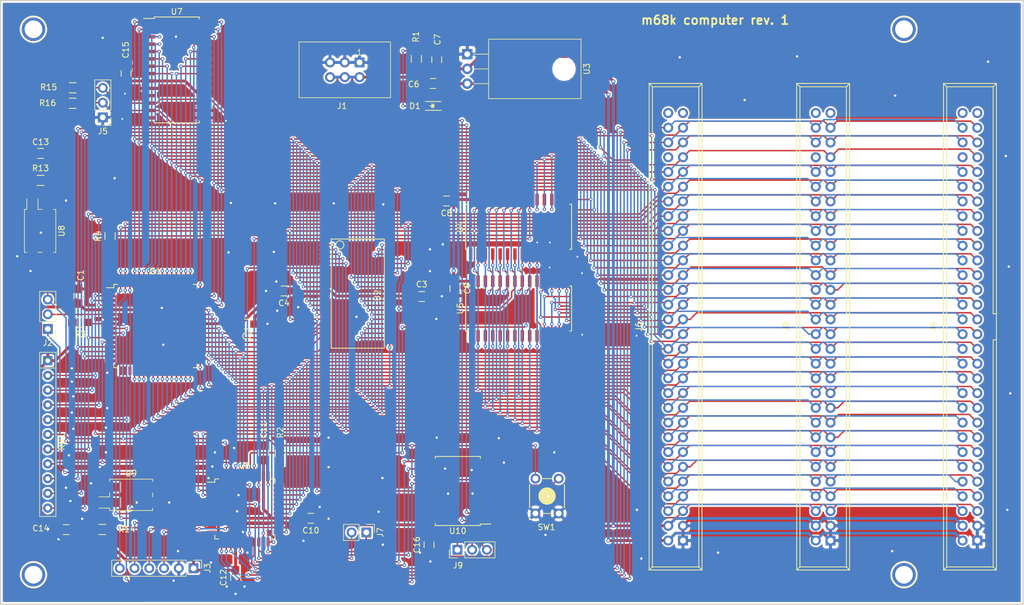
<source format=kicad_pcb>
(kicad_pcb (version 20170123) (host pcbnew "(2017-09-01 revision 8d14751)-master")
  (layers (0 F.Cu signal) (31 B.Cu signal) (34 B.Paste user) (35 F.Paste user) (36 B.SilkS user) (37 F.SilkS user) (38 B.Mask user) (39 F.Mask user) (44 Edge.Cuts user))
  (net 0 "")
  (net 1 GND)
  (net 2 +3V3)
  (net 3 +5V)
  (net 4 "Net-(D1-Pad2)")
  (net 5 /CLK_FROM_CPLD)
  (net 6 /CLK_68k)
  (net 7 /CLK_16MHz)
  (net 8 /TCK)
  (net 9 /TDO)
  (net 10 /TDI)
  (net 11 /TMS)
  (net 12 /A1)
  (net 13 /A2)
  (net 14 /A3)
  (net 15 /A4)
  (net 16 /A5)
  (net 17 /A6)
  (net 18 /A7)
  (net 19 /A8)
  (net 20 /A9)
  (net 21 /A10)
  (net 22 /A11)
  (net 23 /A12)
  (net 24 /A13)
  (net 25 /A14)
  (net 26 /A15)
  (net 27 /A16)
  (net 28 /A17)
  (net 29 /A18)
  (net 30 /A19)
  (net 31 /A20)
  (net 32 /A21)
  (net 33 /A22)
  (net 34 /A23)
  (net 35 /D0)
  (net 36 /D1)
  (net 37 /D2)
  (net 38 /D3)
  (net 39 /D4)
  (net 40 /D5)
  (net 41 /D6)
  (net 42 /D7)
  (net 43 /D8)
  (net 44 /D9)
  (net 45 /D10)
  (net 46 /D11)
  (net 47 /D12)
  (net 48 /D13)
  (net 49 /D14)
  (net 50 /D15)
  (net 51 /~DTACK)
  (net 52 /R/~W)
  (net 53 /~LDS)
  (net 54 /~UDS)
  (net 55 /~BR)
  (net 56 /~BG)
  (net 57 /~AVEC)
  (net 58 /~IPL0)
  (net 59 /~IPL1)
  (net 60 /~IPL2)
  (net 61 /BOOT)
  (net 62 /CS0)
  (net 63 /CS1)
  (net 64 /CS2)
  (net 65 /CS3)
  (net 66 "Net-(J4-Pad59)")
  (net 67 "Net-(J4-Pad60)")
  (net 68 /SDA)
  (net 69 /SCL)
  (net 70 "Net-(J6-Pad59)")
  (net 71 "Net-(J6-Pad60)")
  (net 72 "Net-(J7-Pad1)")
  (net 73 "Net-(J7-Pad2)")
  (net 74 "Net-(J8-Pad59)")
  (net 75 "Net-(J8-Pad60)")
  (net 76 "Net-(J9-Pad1)")
  (net 77 "Net-(J9-Pad2)")
  (net 78 "Net-(J9-Pad3)")
  (net 79 "Net-(R3-Pad1)")
  (net 80 "Net-(R4-Pad1)")
  (net 81 "Net-(R13-Pad1)")
  (net 82 "Net-(R14-Pad1)")
  (net 83 /~BERR)
  (net 84 /~RESET)
  (net 85 /~HALT)
  (net 86 "Net-(U1-Pad16)")
  (net 87 "Net-(U1-Pad17)")
  (net 88 "Net-(U1-Pad18)")
  (net 89 "Net-(U1-Pad19)")
  (net 90 /~AS)
  (net 91 /~RAM_CE)
  (net 92 /~OE)
  (net 93 "Net-(U4-Pad1)")
  (net 94 /~EEPROM_LDS)
  (net 95 "Net-(U4-Pad26)")
  (net 96 "Net-(U5-Pad1)")
  (net 97 /~EEPROM_UDS)
  (net 98 "Net-(U5-Pad26)")
  (net 99 /CLK_50MHz)
  (net 100 /DTACK_TRIG)
  (net 101 "Net-(U6-Pad44)")
  (net 102 "Net-(U7-Pad19)")
  (net 103 "Net-(U7-Pad20)")
  (net 104 "Net-(U10-Pad8)")
  (net 105 "Net-(R2-Pad1)")
  (net 106 "Net-(J4-Pad54)")
  (net 107 "Net-(J6-Pad54)")
  (net 108 "Net-(J8-Pad54)")
  (module Connectors:1pin (layer F.Cu) (at 73.66 121.92)
    (fp_text reference REF** hide)
    (fp_text value 1pin)
    (pad 1 thru_hole circle (at 0 0) (size 4.064 4.064) (drill 3.048) (layers *.Cu *.Mask))
  )
  (module Connectors:1pin (layer F.Cu) (at 223.52 121.92)
    (fp_text reference REF** hide)
    (fp_text value 1pin)
    (pad 1 thru_hole circle (at 0 0) (size 4.064 4.064) (drill 3.048) (layers *.Cu *.Mask))
  )
  (module Housings_QFP:TQFP-64_14x14mm_Pitch0.8mm (layer F.Cu) (at 94.6658 79.0702)
    (fp_text reference U1 (at 0 -9.45) (layer F.SilkS))
    (fp_text value M68SEC000)
    (pad 1 smd rect (at -7.7 -6) (size 1.5 0.55) (layers F.Cu F.Paste F.Mask) (net 80 "Net-(R4-Pad1)"))
    (pad 2 smd rect (at -7.7 -5.2) (size 1.5 0.55) (layers F.Cu F.Paste F.Mask) (net 51 /~DTACK))
    (pad 3 smd rect (at -7.7 -4.4) (size 1.5 0.55) (layers F.Cu F.Paste F.Mask) (net 56 /~BG))
    (pad 4 smd rect (at -7.7 -3.6) (size 1.5 0.55) (layers F.Cu F.Paste F.Mask) (net 55 /~BR))
    (pad 5 smd rect (at -7.7 -2.8) (size 1.5 0.55) (layers F.Cu F.Paste F.Mask) (net 2 +3V3))
    (pad 6 smd rect (at -7.7 -2) (size 1.5 0.55) (layers F.Cu F.Paste F.Mask) (net 6 /CLK_68k))
    (pad 7 smd rect (at -7.7 -1.2) (size 1.5 0.55) (layers F.Cu F.Paste F.Mask) (net 1 GND))
    (pad 8 smd rect (at -7.7 -0.4) (size 1.5 0.55) (layers F.Cu F.Paste F.Mask) (net 79 "Net-(R3-Pad1)"))
    (pad 9 smd rect (at -7.7 0.4) (size 1.5 0.55) (layers F.Cu F.Paste F.Mask) (net 85 /~HALT))
    (pad 10 smd rect (at -7.7 1.2) (size 1.5 0.55) (layers F.Cu F.Paste F.Mask) (net 84 /~RESET))
    (pad 11 smd rect (at -7.7 2) (size 1.5 0.55) (layers F.Cu F.Paste F.Mask) (net 57 /~AVEC))
    (pad 12 smd rect (at -7.7 2.8) (size 1.5 0.55) (layers F.Cu F.Paste F.Mask) (net 83 /~BERR))
    (pad 13 smd rect (at -7.7 3.6) (size 1.5 0.55) (layers F.Cu F.Paste F.Mask) (net 60 /~IPL2))
    (pad 14 smd rect (at -7.7 4.4) (size 1.5 0.55) (layers F.Cu F.Paste F.Mask) (net 59 /~IPL1))
    (pad 15 smd rect (at -7.7 5.2) (size 1.5 0.55) (layers F.Cu F.Paste F.Mask) (net 58 /~IPL0))
    (pad 16 smd rect (at -7.7 6) (size 1.5 0.55) (layers F.Cu F.Paste F.Mask) (net 86 "Net-(U1-Pad16)"))
    (pad 17 smd rect (at -6 7.7 90) (size 1.5 0.55) (layers F.Cu F.Paste F.Mask) (net 87 "Net-(U1-Pad17)"))
    (pad 18 smd rect (at -5.2 7.7 90) (size 1.5 0.55) (layers F.Cu F.Paste F.Mask) (net 88 "Net-(U1-Pad18)"))
    (pad 19 smd rect (at -4.4 7.7 90) (size 1.5 0.55) (layers F.Cu F.Paste F.Mask) (net 89 "Net-(U1-Pad19)"))
    (pad 20 smd rect (at -3.6 7.7 90) (size 1.5 0.55) (layers F.Cu F.Paste F.Mask) (net 12 /A1))
    (pad 21 smd rect (at -2.8 7.7 90) (size 1.5 0.55) (layers F.Cu F.Paste F.Mask) (net 13 /A2))
    (pad 22 smd rect (at -2 7.7 90) (size 1.5 0.55) (layers F.Cu F.Paste F.Mask) (net 14 /A3))
    (pad 23 smd rect (at -1.2 7.7 90) (size 1.5 0.55) (layers F.Cu F.Paste F.Mask) (net 1 GND))
    (pad 24 smd rect (at -0.4 7.7 90) (size 1.5 0.55) (layers F.Cu F.Paste F.Mask) (net 15 /A4))
    (pad 25 smd rect (at 0.4 7.7 90) (size 1.5 0.55) (layers F.Cu F.Paste F.Mask) (net 16 /A5))
    (pad 26 smd rect (at 1.2 7.7 90) (size 1.5 0.55) (layers F.Cu F.Paste F.Mask) (net 17 /A6))
    (pad 27 smd rect (at 2 7.7 90) (size 1.5 0.55) (layers F.Cu F.Paste F.Mask) (net 18 /A7))
    (pad 28 smd rect (at 2.8 7.7 90) (size 1.5 0.55) (layers F.Cu F.Paste F.Mask) (net 19 /A8))
    (pad 29 smd rect (at 3.6 7.7 90) (size 1.5 0.55) (layers F.Cu F.Paste F.Mask) (net 20 /A9))
    (pad 30 smd rect (at 4.4 7.7 90) (size 1.5 0.55) (layers F.Cu F.Paste F.Mask) (net 21 /A10))
    (pad 31 smd rect (at 5.2 7.7 90) (size 1.5 0.55) (layers F.Cu F.Paste F.Mask) (net 22 /A11))
    (pad 32 smd rect (at 6 7.7 90) (size 1.5 0.55) (layers F.Cu F.Paste F.Mask) (net 23 /A12))
    (pad 33 smd rect (at 7.7 6) (size 1.5 0.55) (layers F.Cu F.Paste F.Mask) (net 24 /A13))
    (pad 34 smd rect (at 7.7 5.2) (size 1.5 0.55) (layers F.Cu F.Paste F.Mask) (net 25 /A14))
    (pad 35 smd rect (at 7.7 4.4) (size 1.5 0.55) (layers F.Cu F.Paste F.Mask) (net 26 /A15))
    (pad 36 smd rect (at 7.7 3.6) (size 1.5 0.55) (layers F.Cu F.Paste F.Mask) (net 27 /A16))
    (pad 37 smd rect (at 7.7 2.8) (size 1.5 0.55) (layers F.Cu F.Paste F.Mask) (net 28 /A17))
    (pad 38 smd rect (at 7.7 2) (size 1.5 0.55) (layers F.Cu F.Paste F.Mask) (net 29 /A18))
    (pad 39 smd rect (at 7.7 1.2) (size 1.5 0.55) (layers F.Cu F.Paste F.Mask) (net 30 /A19))
    (pad 40 smd rect (at 7.7 0.4) (size 1.5 0.55) (layers F.Cu F.Paste F.Mask) (net 31 /A20))
    (pad 41 smd rect (at 7.7 -0.4) (size 1.5 0.55) (layers F.Cu F.Paste F.Mask) (net 2 +3V3))
    (pad 42 smd rect (at 7.7 -1.2) (size 1.5 0.55) (layers F.Cu F.Paste F.Mask) (net 32 /A21))
    (pad 43 smd rect (at 7.7 -2) (size 1.5 0.55) (layers F.Cu F.Paste F.Mask) (net 33 /A22))
    (pad 44 smd rect (at 7.7 -2.8) (size 1.5 0.55) (layers F.Cu F.Paste F.Mask) (net 34 /A23))
    (pad 45 smd rect (at 7.7 -3.6) (size 1.5 0.55) (layers F.Cu F.Paste F.Mask) (net 50 /D15))
    (pad 46 smd rect (at 7.7 -4.4) (size 1.5 0.55) (layers F.Cu F.Paste F.Mask) (net 49 /D14))
    (pad 47 smd rect (at 7.7 -5.2) (size 1.5 0.55) (layers F.Cu F.Paste F.Mask) (net 48 /D13))
    (pad 48 smd rect (at 7.7 -6) (size 1.5 0.55) (layers F.Cu F.Paste F.Mask) (net 47 /D12))
    (pad 49 smd rect (at 6 -7.7 90) (size 1.5 0.55) (layers F.Cu F.Paste F.Mask) (net 46 /D11))
    (pad 50 smd rect (at 5.2 -7.7 90) (size 1.5 0.55) (layers F.Cu F.Paste F.Mask) (net 45 /D10))
    (pad 51 smd rect (at 4.4 -7.7 90) (size 1.5 0.55) (layers F.Cu F.Paste F.Mask) (net 44 /D9))
    (pad 52 smd rect (at 3.6 -7.7 90) (size 1.5 0.55) (layers F.Cu F.Paste F.Mask) (net 43 /D8))
    (pad 53 smd rect (at 2.8 -7.7 90) (size 1.5 0.55) (layers F.Cu F.Paste F.Mask) (net 42 /D7))
    (pad 54 smd rect (at 2 -7.7 90) (size 1.5 0.55) (layers F.Cu F.Paste F.Mask) (net 41 /D6))
    (pad 55 smd rect (at 1.2 -7.7 90) (size 1.5 0.55) (layers F.Cu F.Paste F.Mask) (net 40 /D5))
    (pad 56 smd rect (at 0.4 -7.7 90) (size 1.5 0.55) (layers F.Cu F.Paste F.Mask) (net 1 GND))
    (pad 57 smd rect (at -0.4 -7.7 90) (size 1.5 0.55) (layers F.Cu F.Paste F.Mask) (net 39 /D4))
    (pad 58 smd rect (at -1.2 -7.7 90) (size 1.5 0.55) (layers F.Cu F.Paste F.Mask) (net 38 /D3))
    (pad 59 smd rect (at -2 -7.7 90) (size 1.5 0.55) (layers F.Cu F.Paste F.Mask) (net 37 /D2))
    (pad 60 smd rect (at -2.8 -7.7 90) (size 1.5 0.55) (layers F.Cu F.Paste F.Mask) (net 36 /D1))
    (pad 61 smd rect (at -3.6 -7.7 90) (size 1.5 0.55) (layers F.Cu F.Paste F.Mask) (net 35 /D0))
    (pad 62 smd rect (at -4.4 -7.7 90) (size 1.5 0.55) (layers F.Cu F.Paste F.Mask) (net 90 /~AS))
    (pad 63 smd rect (at -5.2 -7.7 90) (size 1.5 0.55) (layers F.Cu F.Paste F.Mask) (net 54 /~UDS))
    (pad 64 smd rect (at -6 -7.7 90) (size 1.5 0.55) (layers F.Cu F.Paste F.Mask) (net 53 /~LDS))
  )
  (module Resistors_SMD:R_0805_HandSoldering (layer F.Cu) (at 80.4164 38.0238)
    (fp_text reference R15 (at -4.1402 -0.1016) (layer F.SilkS))
    (fp_text value 2k)
    (pad 1 smd rect (at -1.35 0) (size 1.5 1.3) (layers F.Cu F.Paste F.Mask) (net 2 +3V3))
    (pad 2 smd rect (at 1.35 0) (size 1.5 1.3) (layers F.Cu F.Paste F.Mask) (net 69 /SCL))
  )
  (module Resistors_SMD:R_0805_HandSoldering (layer F.Cu) (at 80.4126 40.6908)
    (fp_text reference R16 (at -4.3142 -0.0508) (layer F.SilkS))
    (fp_text value 2k)
    (pad 1 smd rect (at -1.35 0) (size 1.5 1.3) (layers F.Cu F.Paste F.Mask) (net 2 +3V3))
    (pad 2 smd rect (at 1.35 0) (size 1.5 1.3) (layers F.Cu F.Paste F.Mask) (net 68 /SDA))
  )
  (module Housings_SOIC:SOIC-28W_7.5x17.9mm_Pitch1.27mm (layer F.Cu) (at 157.1752 61.976 90)
    (fp_text reference U4 (at 0 -10.05 90) (layer F.SilkS))
    (fp_text value AT28BV64)
    (pad 28 smd rect (at 4.7 -8.255 90) (size 2 0.6) (layers F.Cu F.Paste F.Mask) (net 2 +3V3))
    (pad 27 smd rect (at 4.7 -6.985 90) (size 2 0.6) (layers F.Cu F.Paste F.Mask) (net 52 /R/~W))
    (pad 26 smd rect (at 4.7 -5.715 90) (size 2 0.6) (layers F.Cu F.Paste F.Mask) (net 95 "Net-(U4-Pad26)"))
    (pad 25 smd rect (at 4.7 -4.445 90) (size 2 0.6) (layers F.Cu F.Paste F.Mask) (net 20 /A9))
    (pad 24 smd rect (at 4.7 -3.175 90) (size 2 0.6) (layers F.Cu F.Paste F.Mask) (net 21 /A10))
    (pad 23 smd rect (at 4.7 -1.905 90) (size 2 0.6) (layers F.Cu F.Paste F.Mask) (net 23 /A12))
    (pad 22 smd rect (at 4.7 -0.635 90) (size 2 0.6) (layers F.Cu F.Paste F.Mask) (net 92 /~OE))
    (pad 21 smd rect (at 4.7 0.635 90) (size 2 0.6) (layers F.Cu F.Paste F.Mask) (net 22 /A11))
    (pad 20 smd rect (at 4.7 1.905 90) (size 2 0.6) (layers F.Cu F.Paste F.Mask) (net 94 /~EEPROM_LDS))
    (pad 19 smd rect (at 4.7 3.175 90) (size 2 0.6) (layers F.Cu F.Paste F.Mask) (net 42 /D7))
    (pad 18 smd rect (at 4.7 4.445 90) (size 2 0.6) (layers F.Cu F.Paste F.Mask) (net 41 /D6))
    (pad 17 smd rect (at 4.7 5.715 90) (size 2 0.6) (layers F.Cu F.Paste F.Mask) (net 40 /D5))
    (pad 16 smd rect (at 4.7 6.985 90) (size 2 0.6) (layers F.Cu F.Paste F.Mask) (net 39 /D4))
    (pad 15 smd rect (at 4.7 8.255 90) (size 2 0.6) (layers F.Cu F.Paste F.Mask) (net 38 /D3))
    (pad 14 smd rect (at -4.7 8.255 90) (size 2 0.6) (layers F.Cu F.Paste F.Mask) (net 1 GND))
    (pad 13 smd rect (at -4.7 6.985 90) (size 2 0.6) (layers F.Cu F.Paste F.Mask) (net 37 /D2))
    (pad 12 smd rect (at -4.7 5.715 90) (size 2 0.6) (layers F.Cu F.Paste F.Mask) (net 36 /D1))
    (pad 11 smd rect (at -4.7 4.445 90) (size 2 0.6) (layers F.Cu F.Paste F.Mask) (net 35 /D0))
    (pad 10 smd rect (at -4.7 3.175 90) (size 2 0.6) (layers F.Cu F.Paste F.Mask) (net 12 /A1))
    (pad 9 smd rect (at -4.7 1.905 90) (size 2 0.6) (layers F.Cu F.Paste F.Mask) (net 13 /A2))
    (pad 8 smd rect (at -4.7 0.635 90) (size 2 0.6) (layers F.Cu F.Paste F.Mask) (net 14 /A3))
    (pad 7 smd rect (at -4.7 -0.635 90) (size 2 0.6) (layers F.Cu F.Paste F.Mask) (net 15 /A4))
    (pad 6 smd rect (at -4.7 -1.905 90) (size 2 0.6) (layers F.Cu F.Paste F.Mask) (net 16 /A5))
    (pad 5 smd rect (at -4.7 -3.175 90) (size 2 0.6) (layers F.Cu F.Paste F.Mask) (net 17 /A6))
    (pad 4 smd rect (at -4.7 -4.445 90) (size 2 0.6) (layers F.Cu F.Paste F.Mask) (net 18 /A7))
    (pad 3 smd rect (at -4.7 -5.715 90) (size 2 0.6) (layers F.Cu F.Paste F.Mask) (net 19 /A8))
    (pad 2 smd rect (at -4.7 -6.985 90) (size 2 0.6) (layers F.Cu F.Paste F.Mask) (net 24 /A13))
    (pad 1 smd rect (at -4.7 -8.255 90) (size 2 0.6) (layers F.Cu F.Paste F.Mask) (net 93 "Net-(U4-Pad1)"))
  )
  (module TO_SOT_Packages_THT:TO-220_Horizontal (layer F.Cu) (at 148.336 32.2326 270)
    (fp_text reference U3 (at 2.54 -20.58 270) (layer F.SilkS))
    (fp_text value LM1084IT-3.3/NOPB)
    (pad 0 np_thru_hole oval (at 2.54 -16.66 270) (size 3.5 3.5) (drill 3.5) (layers *.Cu *.Mask))
    (pad 1 thru_hole rect (at 0 0 270) (size 1.8 1.8) (drill 1) (layers *.Cu *.Mask) (net 1 GND))
    (pad 2 thru_hole oval (at 2.54 0 270) (size 1.8 1.8) (drill 1) (layers *.Cu *.Mask) (net 2 +3V3))
    (pad 3 thru_hole oval (at 5.08 0 270) (size 1.8 1.8) (drill 1) (layers *.Cu *.Mask) (net 3 +5V))
  )
  (module Housings_QFP:TQFP-44_10x10mm_Pitch0.8mm (layer F.Cu) (at 110.0488 110.5832)
    (fp_text reference U6 (at 0 -7.45) (layer F.SilkS))
    (fp_text value XC9572XL-VQ44)
    (pad 1 smd rect (at -5.7 -4) (size 1.5 0.55) (layers F.Cu F.Paste F.Mask) (net 99 /CLK_50MHz))
    (pad 2 smd rect (at -5.7 -3.2) (size 1.5 0.55) (layers F.Cu F.Paste F.Mask) (net 51 /~DTACK))
    (pad 3 smd rect (at -5.7 -2.4) (size 1.5 0.55) (layers F.Cu F.Paste F.Mask) (net 52 /R/~W))
    (pad 4 smd rect (at -5.7 -1.6) (size 1.5 0.55) (layers F.Cu F.Paste F.Mask) (net 1 GND))
    (pad 5 smd rect (at -5.7 -0.8) (size 1.5 0.55) (layers F.Cu F.Paste F.Mask) (net 92 /~OE))
    (pad 6 smd rect (at -5.7 0) (size 1.5 0.55) (layers F.Cu F.Paste F.Mask) (net 90 /~AS))
    (pad 7 smd rect (at -5.7 0.8) (size 1.5 0.55) (layers F.Cu F.Paste F.Mask) (net 53 /~LDS))
    (pad 8 smd rect (at -5.7 1.6) (size 1.5 0.55) (layers F.Cu F.Paste F.Mask) (net 54 /~UDS))
    (pad 9 smd rect (at -5.7 2.4) (size 1.5 0.55) (layers F.Cu F.Paste F.Mask) (net 10 /TDI))
    (pad 10 smd rect (at -5.7 3.2) (size 1.5 0.55) (layers F.Cu F.Paste F.Mask) (net 11 /TMS))
    (pad 11 smd rect (at -5.7 4) (size 1.5 0.55) (layers F.Cu F.Paste F.Mask) (net 8 /TCK))
    (pad 12 smd rect (at -4 5.7 90) (size 1.5 0.55) (layers F.Cu F.Paste F.Mask) (net 62 /CS0))
    (pad 13 smd rect (at -3.2 5.7 90) (size 1.5 0.55) (layers F.Cu F.Paste F.Mask) (net 63 /CS1))
    (pad 14 smd rect (at -2.4 5.7 90) (size 1.5 0.55) (layers F.Cu F.Paste F.Mask) (net 64 /CS2))
    (pad 15 smd rect (at -1.6 5.7 90) (size 1.5 0.55) (layers F.Cu F.Paste F.Mask) (net 2 +3V3))
    (pad 16 smd rect (at -0.8 5.7 90) (size 1.5 0.55) (layers F.Cu F.Paste F.Mask) (net 65 /CS3))
    (pad 17 smd rect (at 0 5.7 90) (size 1.5 0.55) (layers F.Cu F.Paste F.Mask) (net 1 GND))
    (pad 18 smd rect (at 0.8 5.7 90) (size 1.5 0.55) (layers F.Cu F.Paste F.Mask) (net 5 /CLK_FROM_CPLD))
    (pad 19 smd rect (at 1.6 5.7 90) (size 1.5 0.55) (layers F.Cu F.Paste F.Mask) (net 61 /BOOT))
    (pad 20 smd rect (at 2.4 5.7 90) (size 1.5 0.55) (layers F.Cu F.Paste F.Mask) (net 100 /DTACK_TRIG))
    (pad 21 smd rect (at 3.2 5.7 90) (size 1.5 0.55) (layers F.Cu F.Paste F.Mask) (net 24 /A13))
    (pad 22 smd rect (at 4 5.7 90) (size 1.5 0.55) (layers F.Cu F.Paste F.Mask) (net 25 /A14))
    (pad 23 smd rect (at 5.7 4) (size 1.5 0.55) (layers F.Cu F.Paste F.Mask) (net 26 /A15))
    (pad 24 smd rect (at 5.7 3.2) (size 1.5 0.55) (layers F.Cu F.Paste F.Mask) (net 9 /TDO))
    (pad 25 smd rect (at 5.7 2.4) (size 1.5 0.55) (layers F.Cu F.Paste F.Mask) (net 1 GND))
    (pad 26 smd rect (at 5.7 1.6) (size 1.5 0.55) (layers F.Cu F.Paste F.Mask) (net 2 +3V3))
    (pad 27 smd rect (at 5.7 0.8) (size 1.5 0.55) (layers F.Cu F.Paste F.Mask) (net 27 /A16))
    (pad 28 smd rect (at 5.7 0) (size 1.5 0.55) (layers F.Cu F.Paste F.Mask) (net 28 /A17))
    (pad 29 smd rect (at 5.7 -0.8) (size 1.5 0.55) (layers F.Cu F.Paste F.Mask) (net 29 /A18))
    (pad 30 smd rect (at 5.7 -1.6) (size 1.5 0.55) (layers F.Cu F.Paste F.Mask) (net 30 /A19))
    (pad 31 smd rect (at 5.7 -2.4) (size 1.5 0.55) (layers F.Cu F.Paste F.Mask) (net 31 /A20))
    (pad 32 smd rect (at 5.7 -3.2) (size 1.5 0.55) (layers F.Cu F.Paste F.Mask) (net 32 /A21))
    (pad 33 smd rect (at 5.7 -4) (size 1.5 0.55) (layers F.Cu F.Paste F.Mask) (net 105 "Net-(R2-Pad1)"))
    (pad 34 smd rect (at 4 -5.7 90) (size 1.5 0.55) (layers F.Cu F.Paste F.Mask) (net 72 "Net-(J7-Pad1)"))
    (pad 35 smd rect (at 3.2 -5.7 90) (size 1.5 0.55) (layers F.Cu F.Paste F.Mask) (net 2 +3V3))
    (pad 36 smd rect (at 2.4 -5.7 90) (size 1.5 0.55) (layers F.Cu F.Paste F.Mask) (net 73 "Net-(J7-Pad2)"))
    (pad 37 smd rect (at 1.6 -5.7 90) (size 1.5 0.55) (layers F.Cu F.Paste F.Mask) (net 94 /~EEPROM_LDS))
    (pad 38 smd rect (at 0.8 -5.7 90) (size 1.5 0.55) (layers F.Cu F.Paste F.Mask) (net 97 /~EEPROM_UDS))
    (pad 39 smd rect (at 0 -5.7 90) (size 1.5 0.55) (layers F.Cu F.Paste F.Mask) (net 91 /~RAM_CE))
    (pad 40 smd rect (at -0.8 -5.7 90) (size 1.5 0.55) (layers F.Cu F.Paste F.Mask) (net 34 /A23))
    (pad 41 smd rect (at -1.6 -5.7 90) (size 1.5 0.55) (layers F.Cu F.Paste F.Mask) (net 33 /A22))
    (pad 42 smd rect (at -2.4 -5.7 90) (size 1.5 0.55) (layers F.Cu F.Paste F.Mask) (net 83 /~BERR))
    (pad 43 smd rect (at -3.2 -5.7 90) (size 1.5 0.55) (layers F.Cu F.Paste F.Mask) (net 7 /CLK_16MHz))
    (pad 44 smd rect (at -4 -5.7 90) (size 1.5 0.55) (layers F.Cu F.Paste F.Mask) (net 101 "Net-(U6-Pad44)"))
  )
  (module Connectors:IDC_Header_Straight_60pins (layer F.Cu) (at 185.4708 116.0272 90)
    (fp_text reference J6 (at 36.83 -7.62 90) (layer F.SilkS))
    (fp_text value CONN_02X30)
    (pad 1 thru_hole rect (at 0 0 90) (size 1.7272 1.7272) (drill 1.016) (layers *.Cu *.Mask) (net 1 GND))
    (pad 2 thru_hole oval (at 0 -2.54 90) (size 1.7272 1.7272) (drill 1.016) (layers *.Cu *.Mask) (net 3 +5V))
    (pad 3 thru_hole oval (at 2.54 0 90) (size 1.7272 1.7272) (drill 1.016) (layers *.Cu *.Mask) (net 1 GND))
    (pad 4 thru_hole oval (at 2.54 -2.54 90) (size 1.7272 1.7272) (drill 1.016) (layers *.Cu *.Mask) (net 2 +3V3))
    (pad 5 thru_hole oval (at 5.08 0 90) (size 1.7272 1.7272) (drill 1.016) (layers *.Cu *.Mask) (net 12 /A1))
    (pad 6 thru_hole oval (at 5.08 -2.54 90) (size 1.7272 1.7272) (drill 1.016) (layers *.Cu *.Mask) (net 13 /A2))
    (pad 7 thru_hole oval (at 7.62 0 90) (size 1.7272 1.7272) (drill 1.016) (layers *.Cu *.Mask) (net 14 /A3))
    (pad 8 thru_hole oval (at 7.62 -2.54 90) (size 1.7272 1.7272) (drill 1.016) (layers *.Cu *.Mask) (net 15 /A4))
    (pad 9 thru_hole oval (at 10.16 0 90) (size 1.7272 1.7272) (drill 1.016) (layers *.Cu *.Mask) (net 16 /A5))
    (pad 10 thru_hole oval (at 10.16 -2.54 90) (size 1.7272 1.7272) (drill 1.016) (layers *.Cu *.Mask) (net 17 /A6))
    (pad 11 thru_hole oval (at 12.7 0 90) (size 1.7272 1.7272) (drill 1.016) (layers *.Cu *.Mask) (net 18 /A7))
    (pad 12 thru_hole oval (at 12.7 -2.54 90) (size 1.7272 1.7272) (drill 1.016) (layers *.Cu *.Mask) (net 19 /A8))
    (pad 13 thru_hole oval (at 15.24 0 90) (size 1.7272 1.7272) (drill 1.016) (layers *.Cu *.Mask) (net 20 /A9))
    (pad 14 thru_hole oval (at 15.24 -2.54 90) (size 1.7272 1.7272) (drill 1.016) (layers *.Cu *.Mask) (net 21 /A10))
    (pad 15 thru_hole oval (at 17.78 0 90) (size 1.7272 1.7272) (drill 1.016) (layers *.Cu *.Mask) (net 22 /A11))
    (pad 16 thru_hole oval (at 17.78 -2.54 90) (size 1.7272 1.7272) (drill 1.016) (layers *.Cu *.Mask) (net 23 /A12))
    (pad 17 thru_hole oval (at 20.32 0 90) (size 1.7272 1.7272) (drill 1.016) (layers *.Cu *.Mask) (net 24 /A13))
    (pad 18 thru_hole oval (at 20.32 -2.54 90) (size 1.7272 1.7272) (drill 1.016) (layers *.Cu *.Mask) (net 25 /A14))
    (pad 19 thru_hole oval (at 22.86 0 90) (size 1.7272 1.7272) (drill 1.016) (layers *.Cu *.Mask) (net 26 /A15))
    (pad 20 thru_hole oval (at 22.86 -2.54 90) (size 1.7272 1.7272) (drill 1.016) (layers *.Cu *.Mask) (net 27 /A16))
    (pad 21 thru_hole oval (at 25.4 0 90) (size 1.7272 1.7272) (drill 1.016) (layers *.Cu *.Mask) (net 28 /A17))
    (pad 22 thru_hole oval (at 25.4 -2.54 90) (size 1.7272 1.7272) (drill 1.016) (layers *.Cu *.Mask) (net 29 /A18))
    (pad 23 thru_hole oval (at 27.94 0 90) (size 1.7272 1.7272) (drill 1.016) (layers *.Cu *.Mask) (net 30 /A19))
    (pad 24 thru_hole oval (at 27.94 -2.54 90) (size 1.7272 1.7272) (drill 1.016) (layers *.Cu *.Mask) (net 31 /A20))
    (pad 25 thru_hole oval (at 30.48 0 90) (size 1.7272 1.7272) (drill 1.016) (layers *.Cu *.Mask) (net 32 /A21))
    (pad 26 thru_hole oval (at 30.48 -2.54 90) (size 1.7272 1.7272) (drill 1.016) (layers *.Cu *.Mask) (net 33 /A22))
    (pad 27 thru_hole oval (at 33.02 0 90) (size 1.7272 1.7272) (drill 1.016) (layers *.Cu *.Mask) (net 34 /A23))
    (pad 28 thru_hole oval (at 33.02 -2.54 90) (size 1.7272 1.7272) (drill 1.016) (layers *.Cu *.Mask) (net 50 /D15))
    (pad 29 thru_hole oval (at 35.56 0 90) (size 1.7272 1.7272) (drill 1.016) (layers *.Cu *.Mask) (net 49 /D14))
    (pad 30 thru_hole oval (at 35.56 -2.54 90) (size 1.7272 1.7272) (drill 1.016) (layers *.Cu *.Mask) (net 48 /D13))
    (pad 31 thru_hole oval (at 38.1 0 90) (size 1.7272 1.7272) (drill 1.016) (layers *.Cu *.Mask) (net 47 /D12))
    (pad 32 thru_hole oval (at 38.1 -2.54 90) (size 1.7272 1.7272) (drill 1.016) (layers *.Cu *.Mask) (net 46 /D11))
    (pad 33 thru_hole oval (at 40.64 0 90) (size 1.7272 1.7272) (drill 1.016) (layers *.Cu *.Mask) (net 45 /D10))
    (pad 34 thru_hole oval (at 40.64 -2.54 90) (size 1.7272 1.7272) (drill 1.016) (layers *.Cu *.Mask) (net 44 /D9))
    (pad 35 thru_hole oval (at 43.18 0 90) (size 1.7272 1.7272) (drill 1.016) (layers *.Cu *.Mask) (net 43 /D8))
    (pad 36 thru_hole oval (at 43.18 -2.54 90) (size 1.7272 1.7272) (drill 1.016) (layers *.Cu *.Mask) (net 42 /D7))
    (pad 37 thru_hole oval (at 45.72 0 90) (size 1.7272 1.7272) (drill 1.016) (layers *.Cu *.Mask) (net 41 /D6))
    (pad 38 thru_hole oval (at 45.72 -2.54 90) (size 1.7272 1.7272) (drill 1.016) (layers *.Cu *.Mask) (net 40 /D5))
    (pad 39 thru_hole oval (at 48.26 0 90) (size 1.7272 1.7272) (drill 1.016) (layers *.Cu *.Mask) (net 39 /D4))
    (pad 40 thru_hole oval (at 48.26 -2.54 90) (size 1.7272 1.7272) (drill 1.016) (layers *.Cu *.Mask) (net 38 /D3))
    (pad 41 thru_hole oval (at 50.8 0 90) (size 1.7272 1.7272) (drill 1.016) (layers *.Cu *.Mask) (net 37 /D2))
    (pad 42 thru_hole oval (at 50.8 -2.54 90) (size 1.7272 1.7272) (drill 1.016) (layers *.Cu *.Mask) (net 36 /D1))
    (pad 43 thru_hole oval (at 53.34 0 90) (size 1.7272 1.7272) (drill 1.016) (layers *.Cu *.Mask) (net 35 /D0))
    (pad 44 thru_hole oval (at 53.34 -2.54 90) (size 1.7272 1.7272) (drill 1.016) (layers *.Cu *.Mask) (net 51 /~DTACK))
    (pad 45 thru_hole oval (at 55.88 0 90) (size 1.7272 1.7272) (drill 1.016) (layers *.Cu *.Mask) (net 52 /R/~W))
    (pad 46 thru_hole oval (at 55.88 -2.54 90) (size 1.7272 1.7272) (drill 1.016) (layers *.Cu *.Mask) (net 53 /~LDS))
    (pad 47 thru_hole oval (at 58.42 0 90) (size 1.7272 1.7272) (drill 1.016) (layers *.Cu *.Mask) (net 54 /~UDS))
    (pad 48 thru_hole oval (at 58.42 -2.54 90) (size 1.7272 1.7272) (drill 1.016) (layers *.Cu *.Mask) (net 55 /~BR))
    (pad 49 thru_hole oval (at 60.96 0 90) (size 1.7272 1.7272) (drill 1.016) (layers *.Cu *.Mask) (net 56 /~BG))
    (pad 50 thru_hole oval (at 60.96 -2.54 90) (size 1.7272 1.7272) (drill 1.016) (layers *.Cu *.Mask) (net 57 /~AVEC))
    (pad 51 thru_hole oval (at 63.5 0 90) (size 1.7272 1.7272) (drill 1.016) (layers *.Cu *.Mask) (net 58 /~IPL0))
    (pad 52 thru_hole oval (at 63.5 -2.54 90) (size 1.7272 1.7272) (drill 1.016) (layers *.Cu *.Mask) (net 59 /~IPL1))
    (pad 53 thru_hole oval (at 66.04 0 90) (size 1.7272 1.7272) (drill 1.016) (layers *.Cu *.Mask) (net 60 /~IPL2))
    (pad 54 thru_hole oval (at 66.04 -2.54 90) (size 1.7272 1.7272) (drill 1.016) (layers *.Cu *.Mask) (net 107 "Net-(J6-Pad54)"))
    (pad 55 thru_hole oval (at 68.58 0 90) (size 1.7272 1.7272) (drill 1.016) (layers *.Cu *.Mask) (net 62 /CS0))
    (pad 56 thru_hole oval (at 68.58 -2.54 90) (size 1.7272 1.7272) (drill 1.016) (layers *.Cu *.Mask) (net 63 /CS1))
    (pad 57 thru_hole oval (at 71.12 0 90) (size 1.7272 1.7272) (drill 1.016) (layers *.Cu *.Mask) (net 64 /CS2))
    (pad 58 thru_hole oval (at 71.12 -2.54 90) (size 1.7272 1.7272) (drill 1.016) (layers *.Cu *.Mask) (net 65 /CS3))
    (pad 59 thru_hole oval (at 73.66 0 90) (size 1.7272 1.7272) (drill 1.016) (layers *.Cu *.Mask) (net 70 "Net-(J6-Pad59)"))
    (pad 60 thru_hole oval (at 73.66 -2.54 90) (size 1.7272 1.7272) (drill 1.016) (layers *.Cu *.Mask) (net 71 "Net-(J6-Pad60)"))
  )
  (module Capacitors_SMD:C_0805_HandSoldering (layer F.Cu) (at 81.4658 73.9302 270)
    (fp_text reference C1 (at -3.623 -0.3222 270) (layer F.SilkS))
    (fp_text value 100n)
    (pad 1 smd rect (at -1.25 0 270) (size 1.5 1.25) (layers F.Cu F.Paste F.Mask) (net 1 GND))
    (pad 2 smd rect (at 1.25 0 270) (size 1.5 1.25) (layers F.Cu F.Paste F.Mask) (net 2 +3V3))
  )
  (module Capacitors_SMD:C_0805_HandSoldering (layer F.Cu) (at 110.49 78.74 180)
    (fp_text reference C2 (at 0 -2.1 180) (layer F.SilkS))
    (fp_text value 100n)
    (pad 1 smd rect (at -1.25 0 180) (size 1.5 1.25) (layers F.Cu F.Paste F.Mask) (net 1 GND))
    (pad 2 smd rect (at 1.25 0 180) (size 1.5 1.25) (layers F.Cu F.Paste F.Mask) (net 2 +3V3))
  )
  (module Capacitors_SMD:C_0805_HandSoldering (layer F.Cu) (at 140.4978 73.9902)
    (fp_text reference C3 (at 0 -2.1) (layer F.SilkS))
    (fp_text value 100n)
    (pad 1 smd rect (at -1.25 0) (size 1.5 1.25) (layers F.Cu F.Paste F.Mask) (net 2 +3V3))
    (pad 2 smd rect (at 1.25 0) (size 1.5 1.25) (layers F.Cu F.Paste F.Mask) (net 1 GND))
  )
  (module Capacitors_SMD:C_0805_HandSoldering (layer F.Cu) (at 116.7892 73.025 180)
    (fp_text reference C4 (at 0 -2.1 180) (layer F.SilkS))
    (fp_text value 100n)
    (pad 1 smd rect (at -1.25 0 180) (size 1.5 1.25) (layers F.Cu F.Paste F.Mask) (net 2 +3V3))
    (pad 2 smd rect (at 1.25 0 180) (size 1.5 1.25) (layers F.Cu F.Paste F.Mask) (net 1 GND))
  )
  (module Capacitors_SMD:C_0805_HandSoldering (layer F.Cu) (at 142.4432 37.2872 180)
    (fp_text reference C6 (at 3.3274 -0.127 180) (layer F.SilkS))
    (fp_text value C_Small)
    (pad 1 smd rect (at -1.25 0 180) (size 1.5 1.25) (layers F.Cu F.Paste F.Mask) (net 3 +5V))
    (pad 2 smd rect (at 1.25 0 180) (size 1.5 1.25) (layers F.Cu F.Paste F.Mask) (net 1 GND))
  )
  (module Capacitors_SMD:C_0805_HandSoldering (layer F.Cu) (at 143.0782 33.1724 90)
    (fp_text reference C7 (at 3.4544 0.127 90) (layer F.SilkS))
    (fp_text value C_Small)
    (pad 1 smd rect (at -1.25 0 90) (size 1.5 1.25) (layers F.Cu F.Paste F.Mask) (net 2 +3V3))
    (pad 2 smd rect (at 1.25 0 90) (size 1.5 1.25) (layers F.Cu F.Paste F.Mask) (net 1 GND))
  )
  (module Capacitors_SMD:C_0805_HandSoldering (layer F.Cu) (at 144.7546 57.531 180)
    (fp_text reference C8 (at 0 -2.1 180) (layer F.SilkS))
    (fp_text value 100n)
    (pad 1 smd rect (at -1.25 0 180) (size 1.5 1.25) (layers F.Cu F.Paste F.Mask) (net 2 +3V3))
    (pad 2 smd rect (at 1.25 0 180) (size 1.5 1.25) (layers F.Cu F.Paste F.Mask) (net 1 GND))
  )
  (module Capacitors_SMD:C_0805_HandSoldering (layer F.Cu) (at 146.2278 72.5932 270)
    (fp_text reference C9 (at 0 -2.1 270) (layer F.SilkS))
    (fp_text value 100n)
    (pad 1 smd rect (at -1.25 0 270) (size 1.5 1.25) (layers F.Cu F.Paste F.Mask) (net 2 +3V3))
    (pad 2 smd rect (at 1.25 0 270) (size 1.5 1.25) (layers F.Cu F.Paste F.Mask) (net 1 GND))
  )
  (module Capacitors_SMD:C_0805_HandSoldering (layer F.Cu) (at 121.412 112.1918 180)
    (fp_text reference C10 (at 0 -2.1 180) (layer F.SilkS))
    (fp_text value 100n)
    (pad 1 smd rect (at -1.25 0 180) (size 1.5 1.25) (layers F.Cu F.Paste F.Mask) (net 1 GND))
    (pad 2 smd rect (at 1.25 0 180) (size 1.5 1.25) (layers F.Cu F.Paste F.Mask) (net 2 +3V3))
  )
  (module Capacitors_SMD:C_0805_HandSoldering (layer F.Cu) (at 113.2586 100.9088 270)
    (fp_text reference C11 (at -3.9316 -0.0508 270) (layer F.SilkS))
    (fp_text value 100n)
    (pad 1 smd rect (at -1.25 0 270) (size 1.5 1.25) (layers F.Cu F.Paste F.Mask) (net 1 GND))
    (pad 2 smd rect (at 1.25 0 270) (size 1.5 1.25) (layers F.Cu F.Paste F.Mask) (net 2 +3V3))
  )
  (module Capacitors_SMD:C_0805_HandSoldering (layer F.Cu) (at 108.458 122.4026 90)
    (fp_text reference C12 (at 0 -2.1 90) (layer F.SilkS))
    (fp_text value 100n)
    (pad 1 smd rect (at -1.25 0 90) (size 1.5 1.25) (layers F.Cu F.Paste F.Mask) (net 1 GND))
    (pad 2 smd rect (at 1.25 0 90) (size 1.5 1.25) (layers F.Cu F.Paste F.Mask) (net 2 +3V3))
  )
  (module Capacitors_SMD:C_0805_HandSoldering (layer F.Cu) (at 74.8792 49.3268)
    (fp_text reference C13 (at 0.0254 -1.9558) (layer F.SilkS))
    (fp_text value 100n)
    (pad 1 smd rect (at -1.25 0) (size 1.5 1.25) (layers F.Cu F.Paste F.Mask) (net 1 GND))
    (pad 2 smd rect (at 1.25 0) (size 1.5 1.25) (layers F.Cu F.Paste F.Mask) (net 2 +3V3))
  )
  (module Capacitors_SMD:C_0805_HandSoldering (layer F.Cu) (at 79.2934 114.1476)
    (fp_text reference C14 (at -4.3634 -0.2286) (layer F.SilkS))
    (fp_text value 100n)
    (pad 1 smd rect (at -1.25 0) (size 1.5 1.25) (layers F.Cu F.Paste F.Mask) (net 1 GND))
    (pad 2 smd rect (at 1.25 0) (size 1.5 1.25) (layers F.Cu F.Paste F.Mask) (net 2 +3V3))
  )
  (module Capacitors_SMD:C_0805_HandSoldering (layer F.Cu) (at 89.6112 35.56 270)
    (fp_text reference C15 (at -4.064 0.0762 270) (layer F.SilkS))
    (fp_text value 100n)
    (pad 1 smd rect (at -1.25 0 270) (size 1.5 1.25) (layers F.Cu F.Paste F.Mask) (net 1 GND))
    (pad 2 smd rect (at 1.25 0 270) (size 1.5 1.25) (layers F.Cu F.Paste F.Mask) (net 2 +3V3))
  )
  (module Capacitors_SMD:C_0805_HandSoldering (layer F.Cu) (at 141.7574 116.7638 90)
    (fp_text reference C16 (at 0 -2.1 90) (layer F.SilkS))
    (fp_text value 100n)
    (pad 1 smd rect (at -1.25 0 90) (size 1.5 1.25) (layers F.Cu F.Paste F.Mask) (net 1 GND))
    (pad 2 smd rect (at 1.25 0 90) (size 1.5 1.25) (layers F.Cu F.Paste F.Mask) (net 2 +3V3))
  )
  (module LEDs:LED_0805 (layer F.Cu) (at 142.24 41.148 180)
    (fp_text reference D1 (at 2.921 -0.0254 180) (layer F.SilkS))
    (fp_text value LED)
    (pad 2 smd rect (at 1.04902 0) (size 1.19888 1.19888) (layers F.Cu F.Paste F.Mask) (net 4 "Net-(D1-Pad2)"))
    (pad 1 smd rect (at -1.04902 0) (size 1.19888 1.19888) (layers F.Cu F.Paste F.Mask) (net 1 GND))
  )
  (module Pin_Headers:Pin_Header_Straight_1x03_Pitch2.54mm (layer F.Cu) (at 76.1238 79.5782 180)
    (fp_text reference J2 (at 0 -2.39 180) (layer F.SilkS))
    (fp_text value CONN_01X03)
    (pad 1 thru_hole rect (at 0 0 180) (size 1.7 1.7) (drill 1) (layers *.Cu *.Mask) (net 5 /CLK_FROM_CPLD))
    (pad 2 thru_hole oval (at 0 2.54 180) (size 1.7 1.7) (drill 1) (layers *.Cu *.Mask) (net 6 /CLK_68k))
    (pad 3 thru_hole oval (at 0 5.08 180) (size 1.7 1.7) (drill 1) (layers *.Cu *.Mask) (net 7 /CLK_16MHz))
  )
  (module Pin_Headers:Pin_Header_Straight_1x06_Pitch2.54mm (layer F.Cu) (at 101.219 120.8024 270)
    (fp_text reference J3 (at 0 -2.39 270) (layer F.SilkS))
    (fp_text value JTAG)
    (pad 1 thru_hole rect (at 0 0 270) (size 1.7 1.7) (drill 1) (layers *.Cu *.Mask) (net 2 +3V3))
    (pad 2 thru_hole oval (at 0 2.54 270) (size 1.7 1.7) (drill 1) (layers *.Cu *.Mask) (net 1 GND))
    (pad 3 thru_hole oval (at 0 5.08 270) (size 1.7 1.7) (drill 1) (layers *.Cu *.Mask) (net 8 /TCK))
    (pad 4 thru_hole oval (at 0 7.62 270) (size 1.7 1.7) (drill 1) (layers *.Cu *.Mask) (net 9 /TDO))
    (pad 5 thru_hole oval (at 0 10.16 270) (size 1.7 1.7) (drill 1) (layers *.Cu *.Mask) (net 10 /TDI))
    (pad 6 thru_hole oval (at 0 12.7 270) (size 1.7 1.7) (drill 1) (layers *.Cu *.Mask) (net 11 /TMS))
  )
  (module Connectors:IDC_Header_Straight_60pins (layer F.Cu) (at 236.1438 116.0272 90)
    (fp_text reference J4 (at 36.83 -7.62 90) (layer F.SilkS))
    (fp_text value CONN_02X30)
    (pad 1 thru_hole rect (at 0 0 90) (size 1.7272 1.7272) (drill 1.016) (layers *.Cu *.Mask) (net 1 GND))
    (pad 2 thru_hole oval (at 0 -2.54 90) (size 1.7272 1.7272) (drill 1.016) (layers *.Cu *.Mask) (net 3 +5V))
    (pad 3 thru_hole oval (at 2.54 0 90) (size 1.7272 1.7272) (drill 1.016) (layers *.Cu *.Mask) (net 1 GND))
    (pad 4 thru_hole oval (at 2.54 -2.54 90) (size 1.7272 1.7272) (drill 1.016) (layers *.Cu *.Mask) (net 2 +3V3))
    (pad 5 thru_hole oval (at 5.08 0 90) (size 1.7272 1.7272) (drill 1.016) (layers *.Cu *.Mask) (net 12 /A1))
    (pad 6 thru_hole oval (at 5.08 -2.54 90) (size 1.7272 1.7272) (drill 1.016) (layers *.Cu *.Mask) (net 13 /A2))
    (pad 7 thru_hole oval (at 7.62 0 90) (size 1.7272 1.7272) (drill 1.016) (layers *.Cu *.Mask) (net 14 /A3))
    (pad 8 thru_hole oval (at 7.62 -2.54 90) (size 1.7272 1.7272) (drill 1.016) (layers *.Cu *.Mask) (net 15 /A4))
    (pad 9 thru_hole oval (at 10.16 0 90) (size 1.7272 1.7272) (drill 1.016) (layers *.Cu *.Mask) (net 16 /A5))
    (pad 10 thru_hole oval (at 10.16 -2.54 90) (size 1.7272 1.7272) (drill 1.016) (layers *.Cu *.Mask) (net 17 /A6))
    (pad 11 thru_hole oval (at 12.7 0 90) (size 1.7272 1.7272) (drill 1.016) (layers *.Cu *.Mask) (net 18 /A7))
    (pad 12 thru_hole oval (at 12.7 -2.54 90) (size 1.7272 1.7272) (drill 1.016) (layers *.Cu *.Mask) (net 19 /A8))
    (pad 13 thru_hole oval (at 15.24 0 90) (size 1.7272 1.7272) (drill 1.016) (layers *.Cu *.Mask) (net 20 /A9))
    (pad 14 thru_hole oval (at 15.24 -2.54 90) (size 1.7272 1.7272) (drill 1.016) (layers *.Cu *.Mask) (net 21 /A10))
    (pad 15 thru_hole oval (at 17.78 0 90) (size 1.7272 1.7272) (drill 1.016) (layers *.Cu *.Mask) (net 22 /A11))
    (pad 16 thru_hole oval (at 17.78 -2.54 90) (size 1.7272 1.7272) (drill 1.016) (layers *.Cu *.Mask) (net 23 /A12))
    (pad 17 thru_hole oval (at 20.32 0 90) (size 1.7272 1.7272) (drill 1.016) (layers *.Cu *.Mask) (net 24 /A13))
    (pad 18 thru_hole oval (at 20.32 -2.54 90) (size 1.7272 1.7272) (drill 1.016) (layers *.Cu *.Mask) (net 25 /A14))
    (pad 19 thru_hole oval (at 22.86 0 90) (size 1.7272 1.7272) (drill 1.016) (layers *.Cu *.Mask) (net 26 /A15))
    (pad 20 thru_hole oval (at 22.86 -2.54 90) (size 1.7272 1.7272) (drill 1.016) (layers *.Cu *.Mask) (net 27 /A16))
    (pad 21 thru_hole oval (at 25.4 0 90) (size 1.7272 1.7272) (drill 1.016) (layers *.Cu *.Mask) (net 28 /A17))
    (pad 22 thru_hole oval (at 25.4 -2.54 90) (size 1.7272 1.7272) (drill 1.016) (layers *.Cu *.Mask) (net 29 /A18))
    (pad 23 thru_hole oval (at 27.94 0 90) (size 1.7272 1.7272) (drill 1.016) (layers *.Cu *.Mask) (net 30 /A19))
    (pad 24 thru_hole oval (at 27.94 -2.54 90) (size 1.7272 1.7272) (drill 1.016) (layers *.Cu *.Mask) (net 31 /A20))
    (pad 25 thru_hole oval (at 30.48 0 90) (size 1.7272 1.7272) (drill 1.016) (layers *.Cu *.Mask) (net 32 /A21))
    (pad 26 thru_hole oval (at 30.48 -2.54 90) (size 1.7272 1.7272) (drill 1.016) (layers *.Cu *.Mask) (net 33 /A22))
    (pad 27 thru_hole oval (at 33.02 0 90) (size 1.7272 1.7272) (drill 1.016) (layers *.Cu *.Mask) (net 34 /A23))
    (pad 28 thru_hole oval (at 33.02 -2.54 90) (size 1.7272 1.7272) (drill 1.016) (layers *.Cu *.Mask) (net 50 /D15))
    (pad 29 thru_hole oval (at 35.56 0 90) (size 1.7272 1.7272) (drill 1.016) (layers *.Cu *.Mask) (net 49 /D14))
    (pad 30 thru_hole oval (at 35.56 -2.54 90) (size 1.7272 1.7272) (drill 1.016) (layers *.Cu *.Mask) (net 48 /D13))
    (pad 31 thru_hole oval (at 38.1 0 90) (size 1.7272 1.7272) (drill 1.016) (layers *.Cu *.Mask) (net 47 /D12))
    (pad 32 thru_hole oval (at 38.1 -2.54 90) (size 1.7272 1.7272) (drill 1.016) (layers *.Cu *.Mask) (net 46 /D11))
    (pad 33 thru_hole oval (at 40.64 0 90) (size 1.7272 1.7272) (drill 1.016) (layers *.Cu *.Mask) (net 45 /D10))
    (pad 34 thru_hole oval (at 40.64 -2.54 90) (size 1.7272 1.7272) (drill 1.016) (layers *.Cu *.Mask) (net 44 /D9))
    (pad 35 thru_hole oval (at 43.18 0 90) (size 1.7272 1.7272) (drill 1.016) (layers *.Cu *.Mask) (net 43 /D8))
    (pad 36 thru_hole oval (at 43.18 -2.54 90) (size 1.7272 1.7272) (drill 1.016) (layers *.Cu *.Mask) (net 42 /D7))
    (pad 37 thru_hole oval (at 45.72 0 90) (size 1.7272 1.7272) (drill 1.016) (layers *.Cu *.Mask) (net 41 /D6))
    (pad 38 thru_hole oval (at 45.72 -2.54 90) (size 1.7272 1.7272) (drill 1.016) (layers *.Cu *.Mask) (net 40 /D5))
    (pad 39 thru_hole oval (at 48.26 0 90) (size 1.7272 1.7272) (drill 1.016) (layers *.Cu *.Mask) (net 39 /D4))
    (pad 40 thru_hole oval (at 48.26 -2.54 90) (size 1.7272 1.7272) (drill 1.016) (layers *.Cu *.Mask) (net 38 /D3))
    (pad 41 thru_hole oval (at 50.8 0 90) (size 1.7272 1.7272) (drill 1.016) (layers *.Cu *.Mask) (net 37 /D2))
    (pad 42 thru_hole oval (at 50.8 -2.54 90) (size 1.7272 1.7272) (drill 1.016) (layers *.Cu *.Mask) (net 36 /D1))
    (pad 43 thru_hole oval (at 53.34 0 90) (size 1.7272 1.7272) (drill 1.016) (layers *.Cu *.Mask) (net 35 /D0))
    (pad 44 thru_hole oval (at 53.34 -2.54 90) (size 1.7272 1.7272) (drill 1.016) (layers *.Cu *.Mask) (net 51 /~DTACK))
    (pad 45 thru_hole oval (at 55.88 0 90) (size 1.7272 1.7272) (drill 1.016) (layers *.Cu *.Mask) (net 52 /R/~W))
    (pad 46 thru_hole oval (at 55.88 -2.54 90) (size 1.7272 1.7272) (drill 1.016) (layers *.Cu *.Mask) (net 53 /~LDS))
    (pad 47 thru_hole oval (at 58.42 0 90) (size 1.7272 1.7272) (drill 1.016) (layers *.Cu *.Mask) (net 54 /~UDS))
    (pad 48 thru_hole oval (at 58.42 -2.54 90) (size 1.7272 1.7272) (drill 1.016) (layers *.Cu *.Mask) (net 55 /~BR))
    (pad 49 thru_hole oval (at 60.96 0 90) (size 1.7272 1.7272) (drill 1.016) (layers *.Cu *.Mask) (net 56 /~BG))
    (pad 50 thru_hole oval (at 60.96 -2.54 90) (size 1.7272 1.7272) (drill 1.016) (layers *.Cu *.Mask) (net 57 /~AVEC))
    (pad 51 thru_hole oval (at 63.5 0 90) (size 1.7272 1.7272) (drill 1.016) (layers *.Cu *.Mask) (net 58 /~IPL0))
    (pad 52 thru_hole oval (at 63.5 -2.54 90) (size 1.7272 1.7272) (drill 1.016) (layers *.Cu *.Mask) (net 59 /~IPL1))
    (pad 53 thru_hole oval (at 66.04 0 90) (size 1.7272 1.7272) (drill 1.016) (layers *.Cu *.Mask) (net 60 /~IPL2))
    (pad 54 thru_hole oval (at 66.04 -2.54 90) (size 1.7272 1.7272) (drill 1.016) (layers *.Cu *.Mask) (net 106 "Net-(J4-Pad54)"))
    (pad 55 thru_hole oval (at 68.58 0 90) (size 1.7272 1.7272) (drill 1.016) (layers *.Cu *.Mask) (net 62 /CS0))
    (pad 56 thru_hole oval (at 68.58 -2.54 90) (size 1.7272 1.7272) (drill 1.016) (layers *.Cu *.Mask) (net 63 /CS1))
    (pad 57 thru_hole oval (at 71.12 0 90) (size 1.7272 1.7272) (drill 1.016) (layers *.Cu *.Mask) (net 64 /CS2))
    (pad 58 thru_hole oval (at 71.12 -2.54 90) (size 1.7272 1.7272) (drill 1.016) (layers *.Cu *.Mask) (net 65 /CS3))
    (pad 59 thru_hole oval (at 73.66 0 90) (size 1.7272 1.7272) (drill 1.016) (layers *.Cu *.Mask) (net 66 "Net-(J4-Pad59)"))
    (pad 60 thru_hole oval (at 73.66 -2.54 90) (size 1.7272 1.7272) (drill 1.016) (layers *.Cu *.Mask) (net 67 "Net-(J4-Pad60)"))
  )
  (module Pin_Headers:Pin_Header_Straight_1x03_Pitch2.54mm (layer F.Cu) (at 85.598 43.1292 180)
    (fp_text reference J5 (at 0 -2.39 180) (layer F.SilkS))
    (fp_text value I2C)
    (pad 1 thru_hole rect (at 0 0 180) (size 1.7 1.7) (drill 1) (layers *.Cu *.Mask) (net 1 GND))
    (pad 2 thru_hole oval (at 0 2.54 180) (size 1.7 1.7) (drill 1) (layers *.Cu *.Mask) (net 68 /SDA))
    (pad 3 thru_hole oval (at 0 5.08 180) (size 1.7 1.7) (drill 1) (layers *.Cu *.Mask) (net 69 /SCL))
  )
  (module Connectors:IDC_Header_Straight_60pins (layer F.Cu) (at 210.8708 116.0272 90)
    (fp_text reference J8 (at 36.83 -7.62 90) (layer F.SilkS))
    (fp_text value CONN_02X30)
    (pad 1 thru_hole rect (at 0 0 90) (size 1.7272 1.7272) (drill 1.016) (layers *.Cu *.Mask) (net 1 GND))
    (pad 2 thru_hole oval (at 0 -2.54 90) (size 1.7272 1.7272) (drill 1.016) (layers *.Cu *.Mask) (net 3 +5V))
    (pad 3 thru_hole oval (at 2.54 0 90) (size 1.7272 1.7272) (drill 1.016) (layers *.Cu *.Mask) (net 1 GND))
    (pad 4 thru_hole oval (at 2.54 -2.54 90) (size 1.7272 1.7272) (drill 1.016) (layers *.Cu *.Mask) (net 2 +3V3))
    (pad 5 thru_hole oval (at 5.08 0 90) (size 1.7272 1.7272) (drill 1.016) (layers *.Cu *.Mask) (net 12 /A1))
    (pad 6 thru_hole oval (at 5.08 -2.54 90) (size 1.7272 1.7272) (drill 1.016) (layers *.Cu *.Mask) (net 13 /A2))
    (pad 7 thru_hole oval (at 7.62 0 90) (size 1.7272 1.7272) (drill 1.016) (layers *.Cu *.Mask) (net 14 /A3))
    (pad 8 thru_hole oval (at 7.62 -2.54 90) (size 1.7272 1.7272) (drill 1.016) (layers *.Cu *.Mask) (net 15 /A4))
    (pad 9 thru_hole oval (at 10.16 0 90) (size 1.7272 1.7272) (drill 1.016) (layers *.Cu *.Mask) (net 16 /A5))
    (pad 10 thru_hole oval (at 10.16 -2.54 90) (size 1.7272 1.7272) (drill 1.016) (layers *.Cu *.Mask) (net 17 /A6))
    (pad 11 thru_hole oval (at 12.7 0 90) (size 1.7272 1.7272) (drill 1.016) (layers *.Cu *.Mask) (net 18 /A7))
    (pad 12 thru_hole oval (at 12.7 -2.54 90) (size 1.7272 1.7272) (drill 1.016) (layers *.Cu *.Mask) (net 19 /A8))
    (pad 13 thru_hole oval (at 15.24 0 90) (size 1.7272 1.7272) (drill 1.016) (layers *.Cu *.Mask) (net 20 /A9))
    (pad 14 thru_hole oval (at 15.24 -2.54 90) (size 1.7272 1.7272) (drill 1.016) (layers *.Cu *.Mask) (net 21 /A10))
    (pad 15 thru_hole oval (at 17.78 0 90) (size 1.7272 1.7272) (drill 1.016) (layers *.Cu *.Mask) (net 22 /A11))
    (pad 16 thru_hole oval (at 17.78 -2.54 90) (size 1.7272 1.7272) (drill 1.016) (layers *.Cu *.Mask) (net 23 /A12))
    (pad 17 thru_hole oval (at 20.32 0 90) (size 1.7272 1.7272) (drill 1.016) (layers *.Cu *.Mask) (net 24 /A13))
    (pad 18 thru_hole oval (at 20.32 -2.54 90) (size 1.7272 1.7272) (drill 1.016) (layers *.Cu *.Mask) (net 25 /A14))
    (pad 19 thru_hole oval (at 22.86 0 90) (size 1.7272 1.7272) (drill 1.016) (layers *.Cu *.Mask) (net 26 /A15))
    (pad 20 thru_hole oval (at 22.86 -2.54 90) (size 1.7272 1.7272) (drill 1.016) (layers *.Cu *.Mask) (net 27 /A16))
    (pad 21 thru_hole oval (at 25.4 0 90) (size 1.7272 1.7272) (drill 1.016) (layers *.Cu *.Mask) (net 28 /A17))
    (pad 22 thru_hole oval (at 25.4 -2.54 90) (size 1.7272 1.7272) (drill 1.016) (layers *.Cu *.Mask) (net 29 /A18))
    (pad 23 thru_hole oval (at 27.94 0 90) (size 1.7272 1.7272) (drill 1.016) (layers *.Cu *.Mask) (net 30 /A19))
    (pad 24 thru_hole oval (at 27.94 -2.54 90) (size 1.7272 1.7272) (drill 1.016) (layers *.Cu *.Mask) (net 31 /A20))
    (pad 25 thru_hole oval (at 30.48 0 90) (size 1.7272 1.7272) (drill 1.016) (layers *.Cu *.Mask) (net 32 /A21))
    (pad 26 thru_hole oval (at 30.48 -2.54 90) (size 1.7272 1.7272) (drill 1.016) (layers *.Cu *.Mask) (net 33 /A22))
    (pad 27 thru_hole oval (at 33.02 0 90) (size 1.7272 1.7272) (drill 1.016) (layers *.Cu *.Mask) (net 34 /A23))
    (pad 28 thru_hole oval (at 33.02 -2.54 90) (size 1.7272 1.7272) (drill 1.016) (layers *.Cu *.Mask) (net 50 /D15))
    (pad 29 thru_hole oval (at 35.56 0 90) (size 1.7272 1.7272) (drill 1.016) (layers *.Cu *.Mask) (net 49 /D14))
    (pad 30 thru_hole oval (at 35.56 -2.54 90) (size 1.7272 1.7272) (drill 1.016) (layers *.Cu *.Mask) (net 48 /D13))
    (pad 31 thru_hole oval (at 38.1 0 90) (size 1.7272 1.7272) (drill 1.016) (layers *.Cu *.Mask) (net 47 /D12))
    (pad 32 thru_hole oval (at 38.1 -2.54 90) (size 1.7272 1.7272) (drill 1.016) (layers *.Cu *.Mask) (net 46 /D11))
    (pad 33 thru_hole oval (at 40.64 0 90) (size 1.7272 1.7272) (drill 1.016) (layers *.Cu *.Mask) (net 45 /D10))
    (pad 34 thru_hole oval (at 40.64 -2.54 90) (size 1.7272 1.7272) (drill 1.016) (layers *.Cu *.Mask) (net 44 /D9))
    (pad 35 thru_hole oval (at 43.18 0 90) (size 1.7272 1.7272) (drill 1.016) (layers *.Cu *.Mask) (net 43 /D8))
    (pad 36 thru_hole oval (at 43.18 -2.54 90) (size 1.7272 1.7272) (drill 1.016) (layers *.Cu *.Mask) (net 42 /D7))
    (pad 37 thru_hole oval (at 45.72 0 90) (size 1.7272 1.7272) (drill 1.016) (layers *.Cu *.Mask) (net 41 /D6))
    (pad 38 thru_hole oval (at 45.72 -2.54 90) (size 1.7272 1.7272) (drill 1.016) (layers *.Cu *.Mask) (net 40 /D5))
    (pad 39 thru_hole oval (at 48.26 0 90) (size 1.7272 1.7272) (drill 1.016) (layers *.Cu *.Mask) (net 39 /D4))
    (pad 40 thru_hole oval (at 48.26 -2.54 90) (size 1.7272 1.7272) (drill 1.016) (layers *.Cu *.Mask) (net 38 /D3))
    (pad 41 thru_hole oval (at 50.8 0 90) (size 1.7272 1.7272) (drill 1.016) (layers *.Cu *.Mask) (net 37 /D2))
    (pad 42 thru_hole oval (at 50.8 -2.54 90) (size 1.7272 1.7272) (drill 1.016) (layers *.Cu *.Mask) (net 36 /D1))
    (pad 43 thru_hole oval (at 53.34 0 90) (size 1.7272 1.7272) (drill 1.016) (layers *.Cu *.Mask) (net 35 /D0))
    (pad 44 thru_hole oval (at 53.34 -2.54 90) (size 1.7272 1.7272) (drill 1.016) (layers *.Cu *.Mask) (net 51 /~DTACK))
    (pad 45 thru_hole oval (at 55.88 0 90) (size 1.7272 1.7272) (drill 1.016) (layers *.Cu *.Mask) (net 52 /R/~W))
    (pad 46 thru_hole oval (at 55.88 -2.54 90) (size 1.7272 1.7272) (drill 1.016) (layers *.Cu *.Mask) (net 53 /~LDS))
    (pad 47 thru_hole oval (at 58.42 0 90) (size 1.7272 1.7272) (drill 1.016) (layers *.Cu *.Mask) (net 54 /~UDS))
    (pad 48 thru_hole oval (at 58.42 -2.54 90) (size 1.7272 1.7272) (drill 1.016) (layers *.Cu *.Mask) (net 55 /~BR))
    (pad 49 thru_hole oval (at 60.96 0 90) (size 1.7272 1.7272) (drill 1.016) (layers *.Cu *.Mask) (net 56 /~BG))
    (pad 50 thru_hole oval (at 60.96 -2.54 90) (size 1.7272 1.7272) (drill 1.016) (layers *.Cu *.Mask) (net 57 /~AVEC))
    (pad 51 thru_hole oval (at 63.5 0 90) (size 1.7272 1.7272) (drill 1.016) (layers *.Cu *.Mask) (net 58 /~IPL0))
    (pad 52 thru_hole oval (at 63.5 -2.54 90) (size 1.7272 1.7272) (drill 1.016) (layers *.Cu *.Mask) (net 59 /~IPL1))
    (pad 53 thru_hole oval (at 66.04 0 90) (size 1.7272 1.7272) (drill 1.016) (layers *.Cu *.Mask) (net 60 /~IPL2))
    (pad 54 thru_hole oval (at 66.04 -2.54 90) (size 1.7272 1.7272) (drill 1.016) (layers *.Cu *.Mask) (net 108 "Net-(J8-Pad54)"))
    (pad 55 thru_hole oval (at 68.58 0 90) (size 1.7272 1.7272) (drill 1.016) (layers *.Cu *.Mask) (net 62 /CS0))
    (pad 56 thru_hole oval (at 68.58 -2.54 90) (size 1.7272 1.7272) (drill 1.016) (layers *.Cu *.Mask) (net 63 /CS1))
    (pad 57 thru_hole oval (at 71.12 0 90) (size 1.7272 1.7272) (drill 1.016) (layers *.Cu *.Mask) (net 64 /CS2))
    (pad 58 thru_hole oval (at 71.12 -2.54 90) (size 1.7272 1.7272) (drill 1.016) (layers *.Cu *.Mask) (net 65 /CS3))
    (pad 59 thru_hole oval (at 73.66 0 90) (size 1.7272 1.7272) (drill 1.016) (layers *.Cu *.Mask) (net 74 "Net-(J8-Pad59)"))
    (pad 60 thru_hole oval (at 73.66 -2.54 90) (size 1.7272 1.7272) (drill 1.016) (layers *.Cu *.Mask) (net 75 "Net-(J8-Pad60)"))
  )
  (module Pin_Headers:Pin_Header_Straight_1x03_Pitch2.54mm (layer F.Cu) (at 146.6342 117.6274 90)
    (fp_text reference J9 (at -2.6924 0.1016 180) (layer F.SilkS))
    (fp_text value CONN_01X03)
    (pad 1 thru_hole rect (at 0 0 90) (size 1.7 1.7) (drill 1) (layers *.Cu *.Mask) (net 76 "Net-(J9-Pad1)"))
    (pad 2 thru_hole oval (at 0 2.54 90) (size 1.7 1.7) (drill 1) (layers *.Cu *.Mask) (net 77 "Net-(J9-Pad2)"))
    (pad 3 thru_hole oval (at 0 5.08 90) (size 1.7 1.7) (drill 1) (layers *.Cu *.Mask) (net 78 "Net-(J9-Pad3)"))
  )
  (module Resistors_SMD:R_0805_HandSoldering (layer F.Cu) (at 139.573 33.02 90)
    (fp_text reference R1 (at 3.7846 -0.0762 90) (layer F.SilkS))
    (fp_text value 750)
    (pad 1 smd rect (at -1.35 0 90) (size 1.5 1.3) (layers F.Cu F.Paste F.Mask) (net 2 +3V3))
    (pad 2 smd rect (at 1.35 0 90) (size 1.5 1.3) (layers F.Cu F.Paste F.Mask) (net 4 "Net-(D1-Pad2)"))
  )
  (module Resistors_SMD:R_0805_HandSoldering (layer F.Cu) (at 81.7118 78.4352 180)
    (fp_text reference R3 (at 0 -2.0828 180) (layer F.SilkS))
    (fp_text value 10k)
    (pad 1 smd rect (at -1.35 0 180) (size 1.5 1.3) (layers F.Cu F.Paste F.Mask) (net 79 "Net-(R3-Pad1)"))
    (pad 2 smd rect (at 1.35 0 180) (size 1.5 1.3) (layers F.Cu F.Paste F.Mask) (net 2 +3V3))
  )
  (module Resistors_SMD:R_0805_HandSoldering (layer F.Cu) (at 86.8426 63.5762 90)
    (fp_text reference R4 (at 0 -2.1 90) (layer F.SilkS))
    (fp_text value 1k)
    (pad 1 smd rect (at -1.35 0 90) (size 1.5 1.3) (layers F.Cu F.Paste F.Mask) (net 80 "Net-(R4-Pad1)"))
    (pad 2 smd rect (at 1.35 0 90) (size 1.5 1.3) (layers F.Cu F.Paste F.Mask) (net 52 /R/~W))
  )
  (module Resistors_SMD:R_0805_HandSoldering (layer F.Cu) (at 74.8792 53.975)
    (fp_text reference R13 (at 0 -2.1) (layer F.SilkS))
    (fp_text value 10k)
    (pad 1 smd rect (at -1.35 0) (size 1.5 1.3) (layers F.Cu F.Paste F.Mask) (net 81 "Net-(R13-Pad1)"))
    (pad 2 smd rect (at 1.35 0) (size 1.5 1.3) (layers F.Cu F.Paste F.Mask) (net 2 +3V3))
  )
  (module Resistors_SMD:R_0805_HandSoldering (layer F.Cu) (at 85.5218 114.1222 180)
    (fp_text reference R14 (at -4.2164 0.0254 180) (layer F.SilkS))
    (fp_text value 10k)
    (pad 1 smd rect (at -1.35 0 180) (size 1.5 1.3) (layers F.Cu F.Paste F.Mask) (net 82 "Net-(R14-Pad1)"))
    (pad 2 smd rect (at 1.35 0 180) (size 1.5 1.3) (layers F.Cu F.Paste F.Mask) (net 2 +3V3))
  )
  (module Resistors_THT:R_Array_SIP11 (layer F.Cu) (at 76.1238 85.0392 270)
    (fp_text reference RN1 (at 13.97 -2.4 270) (layer F.SilkS))
    (fp_text value R_Network10)
    (pad 1 thru_hole rect (at 0 0 270) (size 1.6 1.6) (drill 0.8) (layers *.Cu *.Mask) (net 2 +3V3))
    (pad 2 thru_hole oval (at 2.54 0 270) (size 1.6 1.6) (drill 0.8) (layers *.Cu *.Mask) (net 51 /~DTACK))
    (pad 3 thru_hole oval (at 5.08 0 270) (size 1.6 1.6) (drill 0.8) (layers *.Cu *.Mask) (net 56 /~BG))
    (pad 4 thru_hole oval (at 7.62 0 270) (size 1.6 1.6) (drill 0.8) (layers *.Cu *.Mask) (net 55 /~BR))
    (pad 5 thru_hole oval (at 10.16 0 270) (size 1.6 1.6) (drill 0.8) (layers *.Cu *.Mask) (net 85 /~HALT))
    (pad 6 thru_hole oval (at 12.7 0 270) (size 1.6 1.6) (drill 0.8) (layers *.Cu *.Mask) (net 84 /~RESET))
    (pad 7 thru_hole oval (at 15.24 0 270) (size 1.6 1.6) (drill 0.8) (layers *.Cu *.Mask) (net 57 /~AVEC))
    (pad 8 thru_hole oval (at 17.78 0 270) (size 1.6 1.6) (drill 0.8) (layers *.Cu *.Mask) (net 83 /~BERR))
    (pad 9 thru_hole oval (at 20.32 0 270) (size 1.6 1.6) (drill 0.8) (layers *.Cu *.Mask) (net 60 /~IPL2))
    (pad 10 thru_hole oval (at 22.86 0 270) (size 1.6 1.6) (drill 0.8) (layers *.Cu *.Mask) (net 59 /~IPL1))
    (pad 11 thru_hole oval (at 25.4 0 270) (size 1.6 1.6) (drill 0.8) (layers *.Cu *.Mask) (net 58 /~IPL0))
  )
  (module Buttons_Switches_THT:SW_TH_Tactile_Omron_B3F-10xx (layer F.Cu) (at 160.0708 111.3592 90)
    (fp_text reference SW1 (at -2.3566 1.905) (layer F.SilkS))
    (fp_text value SW_Push_Dual)
    (pad 4 thru_hole circle (at 6 4 90) (size 1.7 1.7) (drill 1) (layers *.Cu *.Mask) (net 85 /~HALT))
    (pad 3 thru_hole circle (at 0 4 90) (size 1.7 1.7) (drill 1) (layers *.Cu *.Mask) (net 1 GND))
    (pad 2 thru_hole circle (at 6 0 90) (size 1.7 1.7) (drill 1) (layers *.Cu *.Mask) (net 84 /~RESET))
    (pad 1 thru_hole circle (at 0 0 90) (size 1.7 1.7) (drill 1) (layers *.Cu *.Mask) (net 1 GND))
  )
  (module Crystals:Crystal_SMD_EuroQuartz_MQ-4pin_7.0x5.0mm_HandSoldering (layer F.Cu) (at 74.803 62.6872 270)
    (fp_text reference U8 (at 0 -3.7 270) (layer F.SilkS))
    (fp_text value XO91-16)
    (pad 1 smd rect (at -3.7 1.32 270) (size 3.3 1.54) (layers F.Cu F.Mask) (net 81 "Net-(R13-Pad1)"))
    (pad 2 smd rect (at 3.7 1.32 270) (size 3.3 1.54) (layers F.Cu F.Mask) (net 1 GND))
    (pad 3 smd rect (at 3.7 -1.32 270) (size 3.3 1.54) (layers F.Cu F.Mask) (net 7 /CLK_16MHz))
    (pad 4 smd rect (at -3.7 -1.32 270) (size 3.3 1.54) (layers F.Cu F.Mask) (net 2 +3V3))
  )
  (module Crystals:Crystal_SMD_EuroQuartz_MQ-4pin_7.0x5.0mm_HandSoldering (layer F.Cu) (at 90.4748 108.1532)
    (fp_text reference U9 (at 0 -3.7) (layer F.SilkS))
    (fp_text value XO91-50)
    (pad 1 smd rect (at -3.7 1.32) (size 3.3 1.54) (layers F.Cu F.Mask) (net 82 "Net-(R14-Pad1)"))
    (pad 2 smd rect (at 3.7 1.32) (size 3.3 1.54) (layers F.Cu F.Mask) (net 1 GND))
    (pad 3 smd rect (at 3.7 -1.32) (size 3.3 1.54) (layers F.Cu F.Mask) (net 99 /CLK_50MHz))
    (pad 4 smd rect (at -3.7 -1.32) (size 3.3 1.54) (layers F.Cu F.Mask) (net 2 +3V3))
  )
  (module Housings_SOIC:SOIC-18W_7.5x11.6mm_Pitch1.27mm (layer F.Cu) (at 146.7104 107.4928 180)
    (fp_text reference U10 (at 0 -6.875 180) (layer F.SilkS))
    (fp_text value MCP23008)
    (pad 1 smd rect (at -4.7 -5.08 180) (size 2 0.6) (layers F.Cu F.Paste F.Mask) (net 69 /SCL))
    (pad 2 smd rect (at -4.7 -3.81 180) (size 2 0.6) (layers F.Cu F.Paste F.Mask) (net 68 /SDA))
    (pad 3 smd rect (at -4.7 -2.54 180) (size 2 0.6) (layers F.Cu F.Paste F.Mask) (net 1 GND))
    (pad 4 smd rect (at -4.7 -1.27 180) (size 2 0.6) (layers F.Cu F.Paste F.Mask) (net 1 GND))
    (pad 5 smd rect (at -4.7 0 180) (size 2 0.6) (layers F.Cu F.Paste F.Mask) (net 2 +3V3))
    (pad 6 smd rect (at -4.7 1.27 180) (size 2 0.6) (layers F.Cu F.Paste F.Mask) (net 2 +3V3))
    (pad 7 smd rect (at -4.7 2.54 180) (size 2 0.6) (layers F.Cu F.Paste F.Mask))
    (pad 8 smd rect (at -4.7 3.81 180) (size 2 0.6) (layers F.Cu F.Paste F.Mask) (net 104 "Net-(U10-Pad8)"))
    (pad 9 smd rect (at -4.7 5.08 180) (size 2 0.6) (layers F.Cu F.Paste F.Mask) (net 1 GND))
    (pad 10 smd rect (at 4.7 5.08 180) (size 2 0.6) (layers F.Cu F.Paste F.Mask) (net 61 /BOOT))
    (pad 11 smd rect (at 4.7 3.81 180) (size 2 0.6) (layers F.Cu F.Paste F.Mask) (net 100 /DTACK_TRIG))
    (pad 12 smd rect (at 4.7 2.54 180) (size 2 0.6) (layers F.Cu F.Paste F.Mask) (net 84 /~RESET))
    (pad 13 smd rect (at 4.7 1.27 180) (size 2 0.6) (layers F.Cu F.Paste F.Mask) (net 85 /~HALT))
    (pad 14 smd rect (at 4.7 0 180) (size 2 0.6) (layers F.Cu F.Paste F.Mask) (net 52 /R/~W))
    (pad 15 smd rect (at 4.7 -1.27 180) (size 2 0.6) (layers F.Cu F.Paste F.Mask) (net 78 "Net-(J9-Pad3)"))
    (pad 16 smd rect (at 4.7 -2.54 180) (size 2 0.6) (layers F.Cu F.Paste F.Mask) (net 77 "Net-(J9-Pad2)"))
    (pad 17 smd rect (at 4.7 -3.81 180) (size 2 0.6) (layers F.Cu F.Paste F.Mask) (net 76 "Net-(J9-Pad1)"))
    (pad 18 smd rect (at 4.7 -5.08 180) (size 2 0.6) (layers F.Cu F.Paste F.Mask) (net 2 +3V3))
  )
  (module Resistors_SMD:R_0805_HandSoldering (layer F.Cu) (at 116.1542 101.0158 90)
    (fp_text reference R2 (at 3.5814 0 90) (layer F.SilkS))
    (fp_text value 100)
    (pad 1 smd rect (at -1.35 0 90) (size 1.5 1.3) (layers F.Cu F.Paste F.Mask) (net 105 "Net-(R2-Pad1)"))
    (pad 2 smd rect (at 1.35 0 90) (size 1.5 1.3) (layers F.Cu F.Paste F.Mask) (net 84 /~RESET))
  )
  (module Pin_Headers:Pin_Header_Straight_1x02_Pitch2.54mm (layer F.Cu) (at 130.9624 114.6302 270)
    (fp_text reference J7 (at 0 -2.39 270) (layer F.SilkS))
    (fp_text value CONN_01X02)
    (pad 1 thru_hole rect (at 0 0 270) (size 1.7 1.7) (drill 1) (layers *.Cu *.Mask) (net 72 "Net-(J7-Pad1)"))
    (pad 2 thru_hole oval (at 0 2.54 270) (size 1.7 1.7) (drill 1) (layers *.Cu *.Mask) (net 73 "Net-(J7-Pad2)"))
  )
  (module custom:TSOP44 (layer F.Cu) (at 123.9878 65.1002 270)
    (fp_text reference U2 (at 8.7 -8.9 270) (layer F.SilkS))
    (fp_text value AS6C8016)
    (pad 1 smd rect (at 0 0.2 270) (size 0.3 1.2) (layers F.Cu F.Paste F.Mask) (net 16 /A5))
    (pad 2 smd rect (at 0.8 0.2 270) (size 0.3 1.2) (layers F.Cu F.Paste F.Mask) (net 15 /A4))
    (pad 3 smd rect (at 1.6 0.2 270) (size 0.3 1.2) (layers F.Cu F.Paste F.Mask) (net 14 /A3))
    (pad 4 smd rect (at 2.4 0.2 270) (size 0.3 1.2) (layers F.Cu F.Paste F.Mask) (net 13 /A2))
    (pad 5 smd rect (at 3.2 0.2 270) (size 0.3 1.2) (layers F.Cu F.Paste F.Mask) (net 12 /A1))
    (pad 6 smd rect (at 4 0.2 270) (size 0.3 1.2) (layers F.Cu F.Paste F.Mask) (net 91 /~RAM_CE))
    (pad 7 smd rect (at 4.8 0.2 270) (size 0.3 1.2) (layers F.Cu F.Paste F.Mask) (net 35 /D0))
    (pad 8 smd rect (at 5.6 0.2 270) (size 0.3 1.2) (layers F.Cu F.Paste F.Mask) (net 36 /D1))
    (pad 9 smd rect (at 6.4 0.2 270) (size 0.3 1.2) (layers F.Cu F.Paste F.Mask) (net 37 /D2))
    (pad 10 smd rect (at 7.2 0.2 270) (size 0.3 1.2) (layers F.Cu F.Paste F.Mask) (net 38 /D3))
    (pad 11 smd rect (at 8 0.2 270) (size 0.3 1.2) (layers F.Cu F.Paste F.Mask) (net 2 +3V3))
    (pad 12 smd rect (at 8.8 0.2 270) (size 0.3 1.2) (layers F.Cu F.Paste F.Mask) (net 1 GND))
    (pad 13 smd rect (at 9.6 0.2 270) (size 0.3 1.2) (layers F.Cu F.Paste F.Mask) (net 39 /D4))
    (pad 14 smd rect (at 10.4 0.2 270) (size 0.3 1.2) (layers F.Cu F.Paste F.Mask) (net 40 /D5))
    (pad 15 smd rect (at 11.2 0.2 270) (size 0.3 1.2) (layers F.Cu F.Paste F.Mask) (net 41 /D6))
    (pad 16 smd rect (at 12 0.2 270) (size 0.3 1.2) (layers F.Cu F.Paste F.Mask) (net 42 /D7))
    (pad 17 smd rect (at 12.8 0.2 270) (size 0.3 1.2) (layers F.Cu F.Paste F.Mask) (net 52 /R/~W))
    (pad 18 smd rect (at 13.6 0.2 270) (size 0.3 1.2) (layers F.Cu F.Paste F.Mask) (net 30 /A19))
    (pad 19 smd rect (at 14.4 0.2 270) (size 0.3 1.2) (layers F.Cu F.Paste F.Mask) (net 29 /A18))
    (pad 20 smd rect (at 15.2 0.2 270) (size 0.3 1.2) (layers F.Cu F.Paste F.Mask) (net 28 /A17))
    (pad 21 smd rect (at 16 0.2 270) (size 0.3 1.2) (layers F.Cu F.Paste F.Mask) (net 27 /A16))
    (pad 22 smd rect (at 16.8 0.2 270) (size 0.3 1.2) (layers F.Cu F.Paste F.Mask) (net 26 /A15))
    (pad 24 smd rect (at 16 -11 270) (size 0.3 1.2) (layers F.Cu F.Paste F.Mask) (net 24 /A13))
    (pad 23 smd rect (at 16.8 -11 270) (size 0.3 1.2) (layers F.Cu F.Paste F.Mask) (net 25 /A14))
    (pad 25 smd rect (at 15.2 -11 270) (size 0.3 1.2) (layers F.Cu F.Paste F.Mask) (net 23 /A12))
    (pad 26 smd rect (at 14.4 -11 270) (size 0.3 1.2) (layers F.Cu F.Paste F.Mask) (net 22 /A11))
    (pad 27 smd rect (at 13.6 -11 270) (size 0.3 1.2) (layers F.Cu F.Paste F.Mask) (net 21 /A10))
    (pad 28 smd rect (at 12.8 -11 270) (size 0.3 1.2) (layers F.Cu F.Paste F.Mask) (net 20 /A9))
    (pad 29 smd rect (at 12 -11 270) (size 0.3 1.2) (layers F.Cu F.Paste F.Mask) (net 43 /D8))
    (pad 30 smd rect (at 11.2 -11 270) (size 0.3 1.2) (layers F.Cu F.Paste F.Mask) (net 44 /D9))
    (pad 31 smd rect (at 10.4 -11 270) (size 0.3 1.2) (layers F.Cu F.Paste F.Mask) (net 45 /D10))
    (pad 32 smd rect (at 9.6 -11 270) (size 0.3 1.2) (layers F.Cu F.Paste F.Mask) (net 46 /D11))
    (pad 33 smd rect (at 8.8 -11 270) (size 0.3 1.2) (layers F.Cu F.Paste F.Mask) (net 2 +3V3))
    (pad 34 smd rect (at 8 -11 270) (size 0.3 1.2) (layers F.Cu F.Paste F.Mask) (net 1 GND))
    (pad 35 smd rect (at 7.2 -11 270) (size 0.3 1.2) (layers F.Cu F.Paste F.Mask) (net 47 /D12))
    (pad 36 smd rect (at 6.4 -11 270) (size 0.3 1.2) (layers F.Cu F.Paste F.Mask) (net 48 /D13))
    (pad 37 smd rect (at 5.6 -11 270) (size 0.3 1.2) (layers F.Cu F.Paste F.Mask) (net 49 /D14))
    (pad 38 smd rect (at 4.8 -11 270) (size 0.3 1.2) (layers F.Cu F.Paste F.Mask) (net 50 /D15))
    (pad 39 smd rect (at 4 -11 270) (size 0.3 1.2) (layers F.Cu F.Paste F.Mask) (net 53 /~LDS))
    (pad 40 smd rect (at 3.2 -11 270) (size 0.3 1.2) (layers F.Cu F.Paste F.Mask) (net 54 /~UDS))
    (pad 41 smd rect (at 2.4 -11 270) (size 0.3 1.2) (layers F.Cu F.Paste F.Mask) (net 92 /~OE))
    (pad 42 smd rect (at 1.6 -11 270) (size 0.3 1.2) (layers F.Cu F.Paste F.Mask) (net 19 /A8))
    (pad 43 smd rect (at 0.8 -11 270) (size 0.3 1.2) (layers F.Cu F.Paste F.Mask) (net 18 /A7))
    (pad 44 smd rect (at 0 -11 270) (size 0.3 1.2) (layers F.Cu F.Paste F.Mask) (net 17 /A6))
  )
  (module Housings_SOIC:SOIC-28W_7.5x17.9mm_Pitch1.27mm (layer F.Cu) (at 157.1752 76.0476 90)
    (fp_text reference U5 (at 0 -10.05 90) (layer F.SilkS))
    (fp_text value AT28BV64)
    (pad 1 smd rect (at -4.7 -8.255 90) (size 2 0.6) (layers F.Cu F.Paste F.Mask) (net 96 "Net-(U5-Pad1)"))
    (pad 2 smd rect (at -4.7 -6.985 90) (size 2 0.6) (layers F.Cu F.Paste F.Mask) (net 24 /A13))
    (pad 3 smd rect (at -4.7 -5.715 90) (size 2 0.6) (layers F.Cu F.Paste F.Mask) (net 19 /A8))
    (pad 4 smd rect (at -4.7 -4.445 90) (size 2 0.6) (layers F.Cu F.Paste F.Mask) (net 18 /A7))
    (pad 5 smd rect (at -4.7 -3.175 90) (size 2 0.6) (layers F.Cu F.Paste F.Mask) (net 17 /A6))
    (pad 6 smd rect (at -4.7 -1.905 90) (size 2 0.6) (layers F.Cu F.Paste F.Mask) (net 16 /A5))
    (pad 7 smd rect (at -4.7 -0.635 90) (size 2 0.6) (layers F.Cu F.Paste F.Mask) (net 15 /A4))
    (pad 8 smd rect (at -4.7 0.635 90) (size 2 0.6) (layers F.Cu F.Paste F.Mask) (net 14 /A3))
    (pad 9 smd rect (at -4.7 1.905 90) (size 2 0.6) (layers F.Cu F.Paste F.Mask) (net 13 /A2))
    (pad 10 smd rect (at -4.7 3.175 90) (size 2 0.6) (layers F.Cu F.Paste F.Mask) (net 12 /A1))
    (pad 11 smd rect (at -4.7 4.445 90) (size 2 0.6) (layers F.Cu F.Paste F.Mask) (net 43 /D8))
    (pad 12 smd rect (at -4.7 5.715 90) (size 2 0.6) (layers F.Cu F.Paste F.Mask) (net 44 /D9))
    (pad 13 smd rect (at -4.7 6.985 90) (size 2 0.6) (layers F.Cu F.Paste F.Mask) (net 45 /D10))
    (pad 14 smd rect (at -4.7 8.255 90) (size 2 0.6) (layers F.Cu F.Paste F.Mask) (net 1 GND))
    (pad 15 smd rect (at 4.7 8.255 90) (size 2 0.6) (layers F.Cu F.Paste F.Mask) (net 46 /D11))
    (pad 16 smd rect (at 4.7 6.985 90) (size 2 0.6) (layers F.Cu F.Paste F.Mask) (net 47 /D12))
    (pad 17 smd rect (at 4.7 5.715 90) (size 2 0.6) (layers F.Cu F.Paste F.Mask) (net 48 /D13))
    (pad 18 smd rect (at 4.7 4.445 90) (size 2 0.6) (layers F.Cu F.Paste F.Mask) (net 49 /D14))
    (pad 19 smd rect (at 4.7 3.175 90) (size 2 0.6) (layers F.Cu F.Paste F.Mask) (net 50 /D15))
    (pad 20 smd rect (at 4.7 1.905 90) (size 2 0.6) (layers F.Cu F.Paste F.Mask) (net 97 /~EEPROM_UDS))
    (pad 21 smd rect (at 4.7 0.635 90) (size 2 0.6) (layers F.Cu F.Paste F.Mask) (net 22 /A11))
    (pad 22 smd rect (at 4.7 -0.635 90) (size 2 0.6) (layers F.Cu F.Paste F.Mask) (net 92 /~OE))
    (pad 23 smd rect (at 4.7 -1.905 90) (size 2 0.6) (layers F.Cu F.Paste F.Mask) (net 23 /A12))
    (pad 24 smd rect (at 4.7 -3.175 90) (size 2 0.6) (layers F.Cu F.Paste F.Mask) (net 21 /A10))
    (pad 25 smd rect (at 4.7 -4.445 90) (size 2 0.6) (layers F.Cu F.Paste F.Mask) (net 20 /A9))
    (pad 26 smd rect (at 4.7 -5.715 90) (size 2 0.6) (layers F.Cu F.Paste F.Mask) (net 98 "Net-(U5-Pad26)"))
    (pad 27 smd rect (at 4.7 -6.985 90) (size 2 0.6) (layers F.Cu F.Paste F.Mask) (net 52 /R/~W))
    (pad 28 smd rect (at 4.7 -8.255 90) (size 2 0.6) (layers F.Cu F.Paste F.Mask) (net 2 +3V3))
  )
  (module Housings_SOIC:SOIC-28W_7.5x17.9mm_Pitch1.27mm (layer F.Cu) (at 98.3234 34.9504)
    (fp_text reference U7 (at 0 -10.05) (layer F.SilkS))
    (fp_text value MCP23017)
    (pad 28 smd rect (at 4.7 -8.255) (size 2 0.6) (layers F.Cu F.Paste F.Mask) (net 50 /D15))
    (pad 27 smd rect (at 4.7 -6.985) (size 2 0.6) (layers F.Cu F.Paste F.Mask) (net 49 /D14))
    (pad 26 smd rect (at 4.7 -5.715) (size 2 0.6) (layers F.Cu F.Paste F.Mask) (net 48 /D13))
    (pad 25 smd rect (at 4.7 -4.445) (size 2 0.6) (layers F.Cu F.Paste F.Mask) (net 47 /D12))
    (pad 24 smd rect (at 4.7 -3.175) (size 2 0.6) (layers F.Cu F.Paste F.Mask) (net 46 /D11))
    (pad 23 smd rect (at 4.7 -1.905) (size 2 0.6) (layers F.Cu F.Paste F.Mask) (net 45 /D10))
    (pad 22 smd rect (at 4.7 -0.635) (size 2 0.6) (layers F.Cu F.Paste F.Mask) (net 44 /D9))
    (pad 21 smd rect (at 4.7 0.635) (size 2 0.6) (layers F.Cu F.Paste F.Mask) (net 43 /D8))
    (pad 20 smd rect (at 4.7 1.905) (size 2 0.6) (layers F.Cu F.Paste F.Mask) (net 103 "Net-(U7-Pad20)"))
    (pad 19 smd rect (at 4.7 3.175) (size 2 0.6) (layers F.Cu F.Paste F.Mask) (net 102 "Net-(U7-Pad19)"))
    (pad 18 smd rect (at 4.7 4.445) (size 2 0.6) (layers F.Cu F.Paste F.Mask) (net 2 +3V3))
    (pad 17 smd rect (at 4.7 5.715) (size 2 0.6) (layers F.Cu F.Paste F.Mask) (net 1 GND))
    (pad 16 smd rect (at 4.7 6.985) (size 2 0.6) (layers F.Cu F.Paste F.Mask) (net 1 GND))
    (pad 15 smd rect (at 4.7 8.255) (size 2 0.6) (layers F.Cu F.Paste F.Mask) (net 1 GND))
    (pad 14 smd rect (at -4.7 8.255) (size 2 0.6) (layers F.Cu F.Paste F.Mask))
    (pad 13 smd rect (at -4.7 6.985) (size 2 0.6) (layers F.Cu F.Paste F.Mask) (net 68 /SDA))
    (pad 12 smd rect (at -4.7 5.715) (size 2 0.6) (layers F.Cu F.Paste F.Mask) (net 69 /SCL))
    (pad 11 smd rect (at -4.7 4.445) (size 2 0.6) (layers F.Cu F.Paste F.Mask))
    (pad 10 smd rect (at -4.7 3.175) (size 2 0.6) (layers F.Cu F.Paste F.Mask) (net 1 GND))
    (pad 9 smd rect (at -4.7 1.905) (size 2 0.6) (layers F.Cu F.Paste F.Mask) (net 2 +3V3))
    (pad 8 smd rect (at -4.7 0.635) (size 2 0.6) (layers F.Cu F.Paste F.Mask) (net 42 /D7))
    (pad 7 smd rect (at -4.7 -0.635) (size 2 0.6) (layers F.Cu F.Paste F.Mask) (net 41 /D6))
    (pad 6 smd rect (at -4.7 -1.905) (size 2 0.6) (layers F.Cu F.Paste F.Mask) (net 40 /D5))
    (pad 5 smd rect (at -4.7 -3.175) (size 2 0.6) (layers F.Cu F.Paste F.Mask) (net 39 /D4))
    (pad 4 smd rect (at -4.7 -4.445) (size 2 0.6) (layers F.Cu F.Paste F.Mask) (net 38 /D3))
    (pad 3 smd rect (at -4.7 -5.715) (size 2 0.6) (layers F.Cu F.Paste F.Mask) (net 37 /D2))
    (pad 2 smd rect (at -4.7 -6.985) (size 2 0.6) (layers F.Cu F.Paste F.Mask) (net 36 /D1))
    (pad 1 smd rect (at -4.7 -8.255) (size 2 0.6) (layers F.Cu F.Paste F.Mask) (net 35 /D0))
  )
  (module Connectors:IDC_Header_Straight_6pins (layer F.Cu) (at 129.794 33.655 180)
    (fp_text reference J1 (at 3 -7.5 180) (layer F.SilkS))
    (fp_text value CONN_02X03)
    (fp_text user 1 (at 0.02 1.72 180) (layer F.SilkS) (effects (font (thickness 0.12))))
    (pad 1 thru_hole rect (at 0 0 180) (size 1.7272 1.7272) (drill 1.016) (layers *.Cu *.Mask) (net 1 GND))
    (pad 2 thru_hole oval (at 0 -2.54 180) (size 1.7272 1.7272) (drill 1.016) (layers *.Cu *.Mask) (net 3 +5V))
    (pad 3 thru_hole oval (at 2.54 0 180) (size 1.7272 1.7272) (drill 1.016) (layers *.Cu *.Mask) (net 1 GND))
    (pad 4 thru_hole oval (at 2.54 -2.54 180) (size 1.7272 1.7272) (drill 1.016) (layers *.Cu *.Mask) (net 3 +5V))
    (pad 5 thru_hole oval (at 5.08 0 180) (size 1.7272 1.7272) (drill 1.016) (layers *.Cu *.Mask) (net 1 GND))
    (pad 6 thru_hole oval (at 5.08 -2.54 180) (size 1.7272 1.7272) (drill 1.016) (layers *.Cu *.Mask) (net 3 +5V))
  )
  (module Connectors:1pin (layer F.Cu) (at 73.66 27.94)
    (fp_text reference REF** hide)
    (fp_text value 1pin)
    (pad 1 thru_hole circle (at 0 0) (size 4.064 4.064) (drill 3.048) (layers *.Cu *.Mask))
  )
  (module Connectors:1pin (layer F.Cu) (at 223.52 27.94)
    (fp_text reference REF** hide)
    (fp_text value 1pin)
    (pad 1 thru_hole circle (at 0 0) (size 4.064 4.064) (drill 3.048) (layers *.Cu *.Mask))
  )
  (gr_text "m68k computer rev. 1" (at 191.008 26.3652) (layer F.SilkS) (effects (font (size 1.5 1.5) (thickness 0.3))))
  (gr_line (start 68 127) (end 68 23) (layer Edge.Cuts) (width 0.2))
  (gr_line (start 244 127) (end 68 127) (layer Edge.Cuts) (width 0.2))
  (gr_line (start 244 23) (end 244 127) (layer Edge.Cuts) (width 0.2))
  (gr_line (start 68 23) (end 244.094 23) (layer Edge.Cuts) (width 0.2))
  (via (at 119.2276 75.819) (size 0.7) (drill 0.4) (layers F.Cu B.Cu) (net 1))
  (via (at 113.9444 78.6892) (size 0.7) (drill 0.4) (layers F.Cu B.Cu) (net 1))
  (via (at 143.0782 98.298) (size 0.7) (drill 0.4) (layers F.Cu B.Cu) (net 1))
  (via (at 106.807 43.688) (size 0.6) (drill 0.3) (layers F.Cu B.Cu) (net 1))
  (via (at 88.9508 43.3832) (size 0.6) (drill 0.3) (layers F.Cu B.Cu) (net 1))
  (via (at 89.408 39.0398) (size 0.6) (drill 0.3) (layers F.Cu B.Cu) (net 1))
  (via (at 177.4698 80.7466) (size 0.6) (drill 0.3) (layers F.Cu B.Cu) (net 1))
  (via (at 168.1226 80.5688) (size 0.6) (drill 0.3) (layers F.Cu B.Cu) (net 1))
  (via (at 168.0972 69.977) (size 0.6) (drill 0.3) (layers F.Cu B.Cu) (net 1))
  (via (at 162.5092 68.9864) (size 0.6) (drill 0.3) (layers F.Cu B.Cu) (net 1))
  (via (at 162.56 64.6938) (size 0.6) (drill 0.3) (layers F.Cu B.Cu) (net 1))
  (via (at 160.3756 64.6684) (size 0.6) (drill 0.3) (layers F.Cu B.Cu) (net 1))
  (via (at 167.3098 67.1322) (size 0.6) (drill 0.3) (layers F.Cu B.Cu) (net 1))
  (via (at 141.9098 69.6214) (size 0.7) (drill 0.4) (layers F.Cu B.Cu) (net 1))
  (via (at 143.002 77.851) (size 0.7) (drill 0.4) (layers F.Cu B.Cu) (net 1))
  (via (at 143.9672 73.9394) (size 0.7) (drill 0.4) (layers F.Cu B.Cu) (net 1))
  (via (at 98.1964 29.21) (size 0.7) (drill 0.4) (layers F.Cu B.Cu) (net 1))
  (via (at 153.7716 98.3996) (size 0.7) (drill 0.4) (layers F.Cu B.Cu) (net 1))
  (via (at 154.6352 102.5906) (size 0.7) (drill 0.4) (layers F.Cu B.Cu) (net 1))
  (via (at 133.731 105.2576) (size 0.7) (drill 0.4) (layers F.Cu B.Cu) (net 1))
  (via (at 133.0706 111.0742) (size 0.7) (drill 0.4) (layers F.Cu B.Cu) (net 1))
  (via (at 133.8072 116.7384) (size 0.7) (drill 0.4) (layers F.Cu B.Cu) (net 1))
  (via (at 144.1196 64.9986) (size 0.7) (drill 0.4) (layers F.Cu B.Cu) (net 1))
  (via (at 107.6452 57.8612) (size 0.7) (drill 0.4) (layers F.Cu B.Cu) (net 1))
  (via (at 115.2652 57.9374) (size 0.7) (drill 0.4) (layers F.Cu B.Cu) (net 1))
  (via (at 125.349 57.9374) (size 0.7) (drill 0.4) (layers F.Cu B.Cu) (net 1))
  (via (at 133.8834 58.1152) (size 0.7) (drill 0.4) (layers F.Cu B.Cu) (net 1))
  (via (at 129.2606 77.47) (size 0.7) (drill 0.4) (layers F.Cu B.Cu) (net 1))
  (via (at 79.2734 57.4548) (size 0.7) (drill 0.4) (layers F.Cu B.Cu) (net 1))
  (via (at 107.2388 66.3956) (size 0.7) (drill 0.4) (layers F.Cu B.Cu) (net 1))
  (via (at 115.0366 66.294) (size 0.7) (drill 0.4) (layers F.Cu B.Cu) (net 1))
  (via (at 115.4684 71.3994) (size 0.7) (drill 0.4) (layers F.Cu B.Cu) (net 1))
  (via (at 113.6904 73.025) (size 0.7) (drill 0.4) (layers F.Cu B.Cu) (net 1))
  (via (at 115.6208 76.4286) (size 0.7) (drill 0.4) (layers F.Cu B.Cu) (net 1))
  (via (at 141.9098 65.8622) (size 0.7) (drill 0.4) (layers F.Cu B.Cu) (net 1))
  (via (at 104.2162 119.8118) (size 0.7) (drill 0.4) (layers F.Cu B.Cu) (net 1))
  (via (at 104.4448 103.2764) (size 0.7) (drill 0.4) (layers F.Cu B.Cu) (net 1))
  (via (at 103.7844 105.2576) (size 0.7) (drill 0.4) (layers F.Cu B.Cu) (net 1))
  (via (at 86.14681 100.838) (size 0.7) (drill 0.4) (layers F.Cu B.Cu) (net 1))
  (via (at 86.14681 96.57831) (size 0.7) (drill 0.4) (layers F.Cu B.Cu) (net 1))
  (via (at 196.088 40.132) (size 0.7) (drill 0.4) (layers F.Cu B.Cu) (net 1))
  (via (at 221.996 39.37) (size 0.7) (drill 0.4) (layers F.Cu B.Cu) (net 1))
  (via (at 237.998 33.528) (size 0.7) (drill 0.4) (layers F.Cu B.Cu) (net 1))
  (via (at 241.046 49.784) (size 0.7) (drill 0.4) (layers F.Cu B.Cu) (net 1))
  (via (at 241.554 68.834) (size 0.7) (drill 0.4) (layers F.Cu B.Cu) (net 1))
  (via (at 241.808 90.678) (size 0.7) (drill 0.4) (layers F.Cu B.Cu) (net 1))
  (via (at 241.3 110.744) (size 0.7) (drill 0.4) (layers F.Cu B.Cu) (net 1))
  (via (at 221.488 117.856) (size 0.7) (drill 0.4) (layers F.Cu B.Cu) (net 1))
  (via (at 191.516 118.11) (size 0.7) (drill 0.4) (layers F.Cu B.Cu) (net 1))
  (via (at 178.308 119.126) (size 0.7) (drill 0.4) (layers F.Cu B.Cu) (net 1))
  (via (at 177.546 110.744) (size 0.7) (drill 0.4) (layers F.Cu B.Cu) (net 1))
  (via (at 163.322 100.838) (size 0.7) (drill 0.4) (layers F.Cu B.Cu) (net 1))
  (via (at 162.306 108.458) (size 0.7) (drill 0.4) (layers F.Cu B.Cu) (net 1))
  (via (at 161.798 115.062) (size 0.7) (drill 0.4) (layers F.Cu B.Cu) (net 1))
  (via (at 144.526 103.632) (size 0.7) (drill 0.4) (layers F.Cu B.Cu) (net 1))
  (via (at 149.098 103.886) (size 0.7) (drill 0.4) (layers F.Cu B.Cu) (net 1))
  (via (at 149.2504 107.9246) (size 0.7) (drill 0.4) (layers F.Cu B.Cu) (net 1))
  (via (at 145.034 107.95) (size 0.7) (drill 0.4) (layers F.Cu B.Cu) (net 1))
  (via (at 141.986 119.634) (size 0.7) (drill 0.4) (layers F.Cu B.Cu) (net 1))
  (via (at 140.208 118.11) (size 0.7) (drill 0.4) (layers F.Cu B.Cu) (net 1))
  (via (at 122.936 110.236) (size 0.7) (drill 0.4) (layers F.Cu B.Cu) (net 1))
  (via (at 124.46 103.378) (size 0.7) (drill 0.4) (layers F.Cu B.Cu) (net 1))
  (via (at 124.46 98.298) (size 0.7) (drill 0.4) (layers F.Cu B.Cu) (net 1))
  (via (at 104.902 100.838) (size 0.7) (drill 0.4) (layers F.Cu B.Cu) (net 1))
  (via (at 108.204 100.076) (size 0.7) (drill 0.4) (layers F.Cu B.Cu) (net 1))
  (via (at 108.966 108.204) (size 0.7) (drill 0.4) (layers F.Cu B.Cu) (net 1))
  (via (at 108.712 110.998) (size 0.7) (drill 0.4) (layers F.Cu B.Cu) (net 1))
  (via (at 109.982 123.952) (size 0.7) (drill 0.4) (layers F.Cu B.Cu) (net 1))
  (via (at 108.458 125.222) (size 0.7) (drill 0.4) (layers F.Cu B.Cu) (net 1))
  (via (at 106.934 123.952) (size 0.7) (drill 0.4) (layers F.Cu B.Cu) (net 1))
  (via (at 97.79 122.936) (size 0.7) (drill 0.4) (layers F.Cu B.Cu) (net 1))
  (via (at 98.552 117.856) (size 0.7) (drill 0.4) (layers F.Cu B.Cu) (net 1))
  (via (at 91.44 109.474) (size 0.7) (drill 0.4) (layers F.Cu B.Cu) (net 1))
  (via (at 77.978 115.824) (size 0.7) (drill 0.4) (layers F.Cu B.Cu) (net 1))
  (via (at 76.2 114.046) (size 0.7) (drill 0.4) (layers F.Cu B.Cu) (net 1))
  (via (at 82.042 112.268) (size 0.7) (drill 0.4) (layers F.Cu B.Cu) (net 1))
  (via (at 80.01 109.22) (size 0.7) (drill 0.4) (layers F.Cu B.Cu) (net 1))
  (via (at 79.248 106.934) (size 0.7) (drill 0.4) (layers F.Cu B.Cu) (net 1))
  (via (at 79.756 101.346) (size 0.7) (drill 0.4) (layers F.Cu B.Cu) (net 1))
  (via (at 83.566 106.172) (size 0.7) (drill 0.4) (layers F.Cu B.Cu) (net 1))
  (via (at 85.09 103.378) (size 0.7) (drill 0.4) (layers F.Cu B.Cu) (net 1))
  (via (at 86.36 93.218) (size 0.7) (drill 0.4) (layers F.Cu B.Cu) (net 1))
  (via (at 80.518 96.774) (size 0.7) (drill 0.4) (layers F.Cu B.Cu) (net 1))
  (via (at 80.264 93.98) (size 0.7) (drill 0.4) (layers F.Cu B.Cu) (net 1))
  (via (at 80.518 91.186) (size 0.7) (drill 0.4) (layers F.Cu B.Cu) (net 1))
  (via (at 80.264 88.646) (size 0.7) (drill 0.4) (layers F.Cu B.Cu) (net 1))
  (via (at 80.264 86.36) (size 0.7) (drill 0.4) (layers F.Cu B.Cu) (net 1))
  (via (at 86.36 87.122) (size 0.7) (drill 0.4) (layers F.Cu B.Cu) (net 1))
  (via (at 89.154 78.74) (size 0.7) (drill 0.4) (layers F.Cu B.Cu) (net 1))
  (via (at 96.012 82.296) (size 0.7) (drill 0.4) (layers F.Cu B.Cu) (net 1))
  (via (at 73.152 69.596) (size 0.7) (drill 0.4) (layers F.Cu B.Cu) (net 1))
  (via (at 70.866 67.056) (size 0.7) (drill 0.4) (layers F.Cu B.Cu) (net 1))
  (via (at 74.93 62.992) (size 0.7) (drill 0.4) (layers F.Cu B.Cu) (net 1))
  (via (at 87.63 53.594) (size 0.7) (drill 0.4) (layers F.Cu B.Cu) (net 1))
  (via (at 85.5726 29.4132) (size 0.7) (drill 0.4) (layers F.Cu B.Cu) (net 1))
  (via (at 184.912 32.766) (size 0.7) (drill 0.4) (layers F.Cu B.Cu) (net 1))
  (via (at 205.105 32.6136) (size 0.7) (drill 0.4) (layers F.Cu B.Cu) (net 1))
  (segment (start 86.9658 77.8702) (end 85.7058 77.8702) (width 0.5) (layer F.Cu) (net 1))
  (segment (start 85.7058 77.8702) (end 85.598 77.978) (width 0.5) (layer F.Cu) (net 1))
  (segment (start 95.0658 71.3702) (end 95.0658 75.2538) (width 0.5) (layer F.Cu) (net 1))
  (segment (start 95.0658 75.2538) (end 95.758 75.946) (width 0.5) (layer F.Cu) (net 1))
  (segment (start 93.4658 86.7702) (end 93.4658 80.1562) (width 0.5) (layer F.Cu) (net 1))
  (segment (start 93.4658 80.1562) (end 91.1798 77.8702) (width 0.5) (layer F.Cu) (net 1))
  (segment (start 91.1798 77.8702) (end 86.9658 77.8702) (width 0.5) (layer F.Cu) (net 1))
  (segment (start 97.028 109.474) (end 94.1756 109.474) (width 0.5) (layer F.Cu) (net 1))
  (segment (start 94.1756 109.474) (end 94.1748 109.4732) (width 0.5) (layer F.Cu) (net 1))
  (segment (start 104.3488 108.9832) (end 97.5188 108.9832) (width 0.5) (layer F.Cu) (net 1))
  (segment (start 97.5188 108.9832) (end 97.028 109.474) (width 0.5) (layer F.Cu) (net 1))
  (segment (start 115.7488 112.9832) (end 117.0472 112.9832) (width 0.5) (layer F.Cu) (net 1))
  (segment (start 117.0472 112.9832) (end 120.142 116.078) (width 0.5) (layer F.Cu) (net 1))
  (segment (start 122.662 112.1918) (end 124.3838 112.1918) (width 0.5) (layer F.Cu) (net 1))
  (segment (start 124.3838 112.1918) (end 124.46 112.268) (width 0.5) (layer F.Cu) (net 1))
  (segment (start 109.7026 122.283) (end 109.7026 118.8974) (width 0.5) (layer F.Cu) (net 1))
  (segment (start 109.7026 118.8974) (end 110.49 118.11) (width 0.5) (layer F.Cu) (net 1))
  (segment (start 108.458 123.6526) (end 108.458 123.5276) (width 0.5) (layer F.Cu) (net 1))
  (segment (start 108.458 123.5276) (end 109.7026 122.283) (width 0.5) (layer F.Cu) (net 1))
  (segment (start 110.0488 116.2832) (end 110.0488 117.6688) (width 0.5) (layer F.Cu) (net 1))
  (segment (start 110.0488 117.6688) (end 110.49 118.11) (width 0.5) (layer F.Cu) (net 1))
  (segment (start 110.0488 116.2832) (end 110.0488 114.8748) (width 0.5) (layer F.Cu) (net 1))
  (segment (start 110.0488 114.8748) (end 109.728 114.554) (width 0.5) (layer F.Cu) (net 1))
  (via (at 120.142 116.078) (size 0.7) (drill 0.4) (layers F.Cu B.Cu) (net 1))
  (via (at 124.46 112.268) (size 0.7) (drill 0.4) (layers F.Cu B.Cu) (net 1))
  (via (at 109.728 114.554) (size 0.7) (drill 0.4) (layers F.Cu B.Cu) (net 1))
  (via (at 110.49 118.11) (size 0.7) (drill 0.4) (layers F.Cu B.Cu) (net 1))
  (via (at 97.028 109.474) (size 0.7) (drill 0.4) (layers F.Cu B.Cu) (net 1))
  (via (at 85.598 77.978) (size 0.7) (drill 0.4) (layers F.Cu B.Cu) (net 1))
  (via (at 95.758 75.946) (size 0.7) (drill 0.4) (layers F.Cu B.Cu) (net 1))
  (segment (start 210.8708 113.4872) (end 212.092114 113.4872) (width 0.5) (layer F.Cu) (net 1))
  (segment (start 213.355715 112.223599) (end 234.880199 112.223599) (width 0.5) (layer F.Cu) (net 1))
  (segment (start 212.092114 113.4872) (end 213.355715 112.223599) (width 0.5) (layer F.Cu) (net 1))
  (segment (start 234.880199 112.223599) (end 235.280201 112.623601) (width 0.5) (layer F.Cu) (net 1))
  (segment (start 235.280201 112.623601) (end 236.1438 113.4872) (width 0.5) (layer F.Cu) (net 1))
  (segment (start 185.4708 113.4872) (end 186.734401 112.223599) (width 0.5) (layer F.Cu) (net 1))
  (segment (start 186.734401 112.223599) (end 209.607199 112.223599) (width 0.5) (layer F.Cu) (net 1))
  (segment (start 209.607199 112.223599) (end 210.007201 112.623601) (width 0.5) (layer F.Cu) (net 1))
  (segment (start 210.007201 112.623601) (end 210.8708 113.4872) (width 0.5) (layer F.Cu) (net 1))
  (segment (start 185.4708 116.0272) (end 185.4708 113.4872) (width 0.5) (layer F.Cu) (net 1))
  (segment (start 210.8708 116.0272) (end 210.8708 113.4872) (width 0.5) (layer F.Cu) (net 1))
  (segment (start 236.1438 116.0272) (end 236.1438 113.4872) (width 0.5) (layer F.Cu) (net 1))
  (segment (start 210.8708 116.0272) (end 212.2344 116.0272) (width 0.5) (layer F.Cu) (net 1))
  (segment (start 212.2344 116.0272) (end 213.498001 114.763599) (width 0.5) (layer F.Cu) (net 1))
  (segment (start 213.498001 114.763599) (end 234.880199 114.763599) (width 0.5) (layer F.Cu) (net 1))
  (segment (start 234.880199 114.763599) (end 236.1438 116.0272) (width 0.5) (layer F.Cu) (net 1))
  (segment (start 185.4708 116.0272) (end 186.8344 116.0272) (width 0.5) (layer F.Cu) (net 1))
  (segment (start 186.8344 116.0272) (end 188.110799 114.750801) (width 0.5) (layer F.Cu) (net 1))
  (segment (start 188.110799 114.750801) (end 209.594401 114.750801) (width 0.5) (layer F.Cu) (net 1))
  (segment (start 209.594401 114.750801) (end 210.8708 116.0272) (width 0.5) (layer F.Cu) (net 1))
  (segment (start 81.4658 75.1802) (end 80.3408 75.1802) (width 0.5) (layer F.Cu) (net 2))
  (segment (start 80.3408 75.1802) (end 79.732801 75.788199) (width 0.5) (layer F.Cu) (net 2))
  (segment (start 79.732801 75.788199) (end 75.523799 75.788199) (width 0.5) (layer F.Cu) (net 2))
  (segment (start 75.523799 75.788199) (end 74.873799 76.438199) (width 0.5) (layer F.Cu) (net 2))
  (segment (start 74.873799 76.438199) (end 74.873799 82.489199) (width 0.5) (layer F.Cu) (net 2))
  (segment (start 74.873799 82.489199) (end 76.1238 83.7392) (width 0.5) (layer F.Cu) (net 2))
  (segment (start 76.1238 83.7392) (end 76.1238 85.0392) (width 0.5) (layer F.Cu) (net 2))
  (segment (start 79.0626 40.6908) (end 79.0626 46.5184) (width 0.5) (layer F.Cu) (net 2))
  (segment (start 79.0626 46.5184) (end 76.2542 49.3268) (width 0.5) (layer F.Cu) (net 2))
  (segment (start 76.2542 49.3268) (end 76.1292 49.3268) (width 0.5) (layer F.Cu) (net 2))
  (segment (start 79.0664 38.0238) (end 79.0664 40.687) (width 0.5) (layer F.Cu) (net 2))
  (segment (start 79.0664 40.687) (end 79.0626 40.6908) (width 0.5) (layer F.Cu) (net 2))
  (segment (start 89.6112 36.81) (end 88.4862 36.81) (width 0.5) (layer F.Cu) (net 2))
  (segment (start 88.4862 36.81) (end 87.5664 35.8902) (width 0.5) (layer F.Cu) (net 2))
  (segment (start 87.5664 35.8902) (end 80.0354 35.8902) (width 0.5) (layer F.Cu) (net 2))
  (segment (start 80.0354 35.8902) (end 79.0664 36.8592) (width 0.5) (layer F.Cu) (net 2))
  (segment (start 79.0664 36.8592) (end 79.0664 38.0238) (width 0.5) (layer F.Cu) (net 2))
  (segment (start 93.6234 36.8554) (end 99.7834 36.8554) (width 0.5) (layer F.Cu) (net 2))
  (segment (start 99.7834 36.8554) (end 102.3234 39.3954) (width 0.5) (layer F.Cu) (net 2))
  (segment (start 102.3234 39.3954) (end 103.0234 39.3954) (width 0.5) (layer F.Cu) (net 2))
  (segment (start 145.9992 69.5452) (end 145.9992 71.1146) (width 0.5) (layer F.Cu) (net 2))
  (segment (start 145.9992 71.1146) (end 146.2278 71.3432) (width 0.5) (layer F.Cu) (net 2))
  (segment (start 145.9992 59.1312) (end 145.9992 69.5452) (width 0.5) (layer B.Cu) (net 2))
  (via (at 145.9992 69.5452) (size 0.7) (drill 0.4) (layers F.Cu B.Cu) (net 2))
  (segment (start 146.0046 57.531) (end 146.0046 59.1258) (width 0.5) (layer F.Cu) (net 2))
  (segment (start 146.0046 59.1258) (end 145.9992 59.1312) (width 0.5) (layer F.Cu) (net 2))
  (via (at 145.9992 59.1312) (size 0.7) (drill 0.4) (layers F.Cu B.Cu) (net 2))
  (segment (start 173.132001 36.556201) (end 173.482 36.9062) (width 0.5) (layer F.Cu) (net 2))
  (segment (start 150.486001 32.622599) (end 169.198399 32.622599) (width 0.5) (layer F.Cu) (net 2))
  (segment (start 169.198399 32.622599) (end 173.132001 36.556201) (width 0.5) (layer F.Cu) (net 2))
  (segment (start 148.336 34.7726) (end 150.486001 32.622599) (width 0.5) (layer F.Cu) (net 2))
  (segment (start 173.482 113.5126) (end 173.482 36.9062) (width 0.5) (layer B.Cu) (net 2))
  (via (at 173.482 36.9062) (size 0.7) (drill 0.4) (layers F.Cu B.Cu) (net 2))
  (segment (start 148.9202 57.276) (end 146.2596 57.276) (width 0.5) (layer F.Cu) (net 2))
  (segment (start 146.2596 57.276) (end 146.0046 57.531) (width 0.5) (layer F.Cu) (net 2))
  (segment (start 146.2278 71.3432) (end 140.7698 71.3432) (width 0.5) (layer F.Cu) (net 2))
  (segment (start 140.7698 71.3432) (end 139.2478 72.8652) (width 0.5) (layer F.Cu) (net 2))
  (segment (start 139.2478 72.8652) (end 139.2478 73.9902) (width 0.5) (layer F.Cu) (net 2))
  (segment (start 146.2278 71.3432) (end 148.9158 71.3432) (width 0.5) (layer F.Cu) (net 2))
  (segment (start 148.9158 71.3432) (end 148.9202 71.3476) (width 0.5) (layer F.Cu) (net 2))
  (segment (start 139.3728 73.9902) (end 139.2478 73.9902) (width 0.5) (layer F.Cu) (net 2))
  (segment (start 123.7878 73.1002) (end 124.8878 73.1002) (width 0.5) (layer F.Cu) (net 2))
  (segment (start 124.8878 73.1002) (end 125.6878 73.9002) (width 0.5) (layer F.Cu) (net 2))
  (segment (start 125.6878 73.9002) (end 133.8878 73.9002) (width 0.5) (layer F.Cu) (net 2))
  (segment (start 133.8878 73.9002) (end 134.9878 73.9002) (width 0.5) (layer F.Cu) (net 2))
  (segment (start 143.0782 34.4224) (end 139.6254 34.4224) (width 0.5) (layer F.Cu) (net 2))
  (segment (start 139.6254 34.4224) (end 139.573 34.37) (width 0.5) (layer F.Cu) (net 2))
  (segment (start 148.336 34.7726) (end 143.4284 34.7726) (width 0.5) (layer F.Cu) (net 2))
  (segment (start 143.4284 34.7726) (end 143.0782 34.4224) (width 0.5) (layer F.Cu) (net 2))
  (segment (start 93.6234 36.8554) (end 89.6566 36.8554) (width 0.5) (layer F.Cu) (net 2))
  (segment (start 89.6566 36.8554) (end 89.6112 36.81) (width 0.5) (layer F.Cu) (net 2))
  (segment (start 93.5472 36.9316) (end 93.6234 36.8554) (width 0.5) (layer F.Cu) (net 2))
  (segment (start 91.515054 76.2702) (end 88.2158 76.2702) (width 0.5) (layer F.Cu) (net 2))
  (segment (start 93.915054 78.6702) (end 91.515054 76.2702) (width 0.5) (layer F.Cu) (net 2))
  (segment (start 102.3658 78.6702) (end 93.915054 78.6702) (width 0.5) (layer F.Cu) (net 2))
  (segment (start 88.2158 76.2702) (end 86.9658 76.2702) (width 0.5) (layer F.Cu) (net 2))
  (segment (start 76.123 58.9872) (end 76.123 61.1372) (width 0.5) (layer F.Cu) (net 2))
  (segment (start 76.123 61.1372) (end 80.3408 65.355) (width 0.5) (layer F.Cu) (net 2))
  (segment (start 81.4658 75.0552) (end 81.4658 75.1802) (width 0.5) (layer F.Cu) (net 2))
  (segment (start 80.3408 65.355) (end 80.3408 73.9302) (width 0.5) (layer F.Cu) (net 2))
  (segment (start 80.3408 73.9302) (end 81.4658 75.0552) (width 0.5) (layer F.Cu) (net 2))
  (segment (start 118.0392 73.025) (end 117.9142 73.025) (width 0.5) (layer F.Cu) (net 2))
  (segment (start 117.9142 73.025) (end 116.7892 74.15) (width 0.5) (layer F.Cu) (net 2))
  (segment (start 116.7892 74.15) (end 113.955 74.15) (width 0.5) (layer F.Cu) (net 2))
  (segment (start 113.955 74.15) (end 109.365 78.74) (width 0.5) (layer F.Cu) (net 2))
  (segment (start 109.365 78.74) (end 109.24 78.74) (width 0.5) (layer F.Cu) (net 2))
  (segment (start 76.1238 85.0392) (end 74.923799 86.239201) (width 0.5) (layer F.Cu) (net 2))
  (segment (start 74.923799 86.239201) (end 74.923799 111.015201) (width 0.5) (layer F.Cu) (net 2))
  (segment (start 74.923799 111.015201) (end 76.931198 113.0226) (width 0.5) (layer F.Cu) (net 2))
  (segment (start 76.931198 113.0226) (end 79.2934 113.0226) (width 0.5) (layer F.Cu) (net 2))
  (segment (start 79.2934 113.0226) (end 80.4184 114.1476) (width 0.5) (layer F.Cu) (net 2))
  (segment (start 80.4184 114.1476) (end 80.5434 114.1476) (width 0.5) (layer F.Cu) (net 2))
  (segment (start 80.5434 114.1476) (end 84.1464 114.1476) (width 0.5) (layer F.Cu) (net 2))
  (segment (start 84.1464 114.1476) (end 84.1718 114.1222) (width 0.5) (layer F.Cu) (net 2))
  (segment (start 84.1718 114.1222) (end 84.2718 114.1222) (width 0.5) (layer F.Cu) (net 2))
  (segment (start 84.2718 114.1222) (end 89.517598 119.367998) (width 0.5) (layer F.Cu) (net 2))
  (segment (start 89.517598 119.367998) (end 101.219 119.367998) (width 0.5) (layer F.Cu) (net 2))
  (segment (start 108.458 121.1526) (end 101.5692 121.1526) (width 0.5) (layer F.Cu) (net 2))
  (segment (start 101.5692 121.1526) (end 101.219 120.8024) (width 0.5) (layer F.Cu) (net 2))
  (segment (start 106.7902 112.1832) (end 105.498801 113.474599) (width 0.5) (layer F.Cu) (net 2))
  (segment (start 105.498801 113.474599) (end 105.498801 115.088197) (width 0.5) (layer F.Cu) (net 2))
  (segment (start 101.219 119.367998) (end 101.219 119.4524) (width 0.5) (layer F.Cu) (net 2))
  (segment (start 105.498801 115.088197) (end 101.219 119.367998) (width 0.5) (layer F.Cu) (net 2))
  (segment (start 101.219 119.4524) (end 101.219 120.8024) (width 0.5) (layer F.Cu) (net 2))
  (segment (start 114.803798 112.1832) (end 106.7902 112.1832) (width 0.5) (layer F.Cu) (net 2))
  (segment (start 115.7488 112.1832) (end 114.803798 112.1832) (width 0.5) (layer F.Cu) (net 2))
  (segment (start 114.803798 112.1832) (end 113.2488 110.628202) (width 0.5) (layer F.Cu) (net 2))
  (segment (start 113.2488 110.628202) (end 113.2488 106.1332) (width 0.5) (layer F.Cu) (net 2))
  (segment (start 113.2488 106.1332) (end 113.2488 104.8832) (width 0.5) (layer F.Cu) (net 2))
  (segment (start 152.964201 118.227401) (end 152.964201 113.5126) (width 0.5) (layer F.Cu) (net 2))
  (segment (start 152.964201 113.5126) (end 152.964201 108.346601) (width 0.5) (layer F.Cu) (net 2))
  (segment (start 173.482 113.5126) (end 152.964201 113.5126) (width 0.5) (layer F.Cu) (net 2))
  (segment (start 151.4104 107.4928) (end 151.4104 106.2228) (width 0.5) (layer F.Cu) (net 2))
  (segment (start 141.7574 115.5138) (end 141.7574 115.6388) (width 0.5) (layer F.Cu) (net 2))
  (segment (start 141.7574 115.6388) (end 144.996001 118.877401) (width 0.5) (layer F.Cu) (net 2))
  (segment (start 144.996001 118.877401) (end 152.314201 118.877401) (width 0.5) (layer F.Cu) (net 2))
  (segment (start 152.314201 118.877401) (end 152.964201 118.227401) (width 0.5) (layer F.Cu) (net 2))
  (segment (start 152.964201 108.346601) (end 152.1104 107.4928) (width 0.5) (layer F.Cu) (net 2))
  (segment (start 152.1104 107.4928) (end 151.4104 107.4928) (width 0.5) (layer F.Cu) (net 2))
  (segment (start 142.0104 112.5728) (end 141.3104 112.5728) (width 0.5) (layer F.Cu) (net 2))
  (segment (start 141.3104 112.5728) (end 140.5664 113.3168) (width 0.5) (layer F.Cu) (net 2))
  (segment (start 121.412 113.3168) (end 120.287 112.1918) (width 0.5) (layer F.Cu) (net 2))
  (segment (start 140.5664 113.3168) (end 121.412 113.3168) (width 0.5) (layer F.Cu) (net 2))
  (segment (start 120.287 112.1918) (end 120.162 112.1918) (width 0.5) (layer F.Cu) (net 2))
  (segment (start 208.3308 113.4872) (end 209.594401 112.223599) (width 0.5) (layer B.Cu) (net 2))
  (segment (start 232.740201 112.623601) (end 233.6038 113.4872) (width 0.5) (layer B.Cu) (net 2))
  (segment (start 209.594401 112.223599) (end 232.340199 112.223599) (width 0.5) (layer B.Cu) (net 2))
  (segment (start 232.340199 112.223599) (end 232.740201 112.623601) (width 0.5) (layer B.Cu) (net 2))
  (segment (start 182.9308 113.4872) (end 184.194401 112.223599) (width 0.5) (layer B.Cu) (net 2))
  (segment (start 184.194401 112.223599) (end 207.067199 112.223599) (width 0.5) (layer B.Cu) (net 2))
  (segment (start 207.067199 112.223599) (end 207.467201 112.623601) (width 0.5) (layer B.Cu) (net 2))
  (segment (start 207.467201 112.623601) (end 208.3308 113.4872) (width 0.5) (layer B.Cu) (net 2))
  (segment (start 84.1718 114.1222) (end 84.1718 108.5562) (width 0.5) (layer F.Cu) (net 2))
  (segment (start 84.1718 108.5562) (end 85.8948 106.8332) (width 0.5) (layer F.Cu) (net 2))
  (segment (start 85.8948 106.8332) (end 86.7748 106.8332) (width 0.5) (layer F.Cu) (net 2))
  (segment (start 142.0104 112.5728) (end 142.0104 115.2608) (width 0.5) (layer F.Cu) (net 2))
  (segment (start 142.0104 115.2608) (end 141.7574 115.5138) (width 0.5) (layer F.Cu) (net 2))
  (segment (start 108.4488 117.8214) (end 108.458 117.8306) (width 0.5) (layer F.Cu) (net 2))
  (segment (start 108.458 117.8306) (end 108.458 121.1526) (width 0.5) (layer F.Cu) (net 2))
  (segment (start 108.4488 116.2832) (end 108.4488 117.8214) (width 0.5) (layer F.Cu) (net 2))
  (segment (start 80.3618 78.4352) (end 80.3618 82.1012) (width 0.5) (layer F.Cu) (net 2))
  (segment (start 80.3618 82.1012) (end 77.4238 85.0392) (width 0.5) (layer F.Cu) (net 2))
  (segment (start 77.4238 85.0392) (end 76.1238 85.0392) (width 0.5) (layer F.Cu) (net 2))
  (segment (start 86.9658 76.2702) (end 82.5558 76.2702) (width 0.5) (layer F.Cu) (net 2))
  (segment (start 82.5558 76.2702) (end 81.4658 75.1802) (width 0.5) (layer F.Cu) (net 2))
  (segment (start 113.2586 102.1588) (end 113.2586 104.8734) (width 0.5) (layer F.Cu) (net 2))
  (segment (start 113.2586 104.8734) (end 113.2488 104.8832) (width 0.5) (layer F.Cu) (net 2))
  (segment (start 76.2292 53.975) (end 76.2292 49.4268) (width 0.5) (layer F.Cu) (net 2))
  (segment (start 76.2292 49.4268) (end 76.1292 49.3268) (width 0.5) (layer F.Cu) (net 2))
  (segment (start 76.123 58.9872) (end 76.123 54.0812) (width 0.5) (layer F.Cu) (net 2))
  (segment (start 76.123 54.0812) (end 76.2292 53.975) (width 0.5) (layer F.Cu) (net 2))
  (segment (start 123.7878 73.1002) (end 118.1144 73.1002) (width 0.5) (layer F.Cu) (net 2))
  (segment (start 118.1144 73.1002) (end 118.0392 73.025) (width 0.5) (layer F.Cu) (net 2))
  (segment (start 134.9878 73.9002) (end 139.1578 73.9002) (width 0.5) (layer F.Cu) (net 2))
  (segment (start 139.1578 73.9002) (end 139.2478 73.9902) (width 0.5) (layer F.Cu) (net 2))
  (segment (start 173.4312 113.4872) (end 173.4566 113.5126) (width 0.5) (layer F.Cu) (net 2))
  (segment (start 173.4566 113.5126) (end 173.482 113.5126) (width 0.5) (layer F.Cu) (net 2))
  (via (at 173.482 113.5126) (size 0.7) (drill 0.4) (layers F.Cu B.Cu) (net 2))
  (segment (start 181.709486 113.4872) (end 173.4312 113.4872) (width 0.5) (layer F.Cu) (net 2))
  (segment (start 182.9308 113.4872) (end 181.709486 113.4872) (width 0.5) (layer F.Cu) (net 2))
  (segment (start 115.7488 112.1832) (end 120.1534 112.1832) (width 0.5) (layer F.Cu) (net 2))
  (segment (start 120.1534 112.1832) (end 120.162 112.1918) (width 0.5) (layer F.Cu) (net 2))
  (segment (start 102.3658 78.6702) (end 109.1702 78.6702) (width 0.5) (layer F.Cu) (net 2))
  (segment (start 109.1702 78.6702) (end 109.24 78.74) (width 0.5) (layer F.Cu) (net 2))
  (via (at 172.6438 39.1668) (size 0.7) (drill 0.4) (layers F.Cu B.Cu) (net 3))
  (segment (start 148.336 37.3126) (end 170.7896 37.3126) (width 0.5) (layer F.Cu) (net 3))
  (segment (start 170.7896 37.3126) (end 172.6438 39.1668) (width 0.5) (layer F.Cu) (net 3))
  (segment (start 143.6932 37.2872) (end 143.5682 37.2872) (width 0.5) (layer F.Cu) (net 3))
  (segment (start 143.5682 37.2872) (end 142.476 36.195) (width 0.5) (layer F.Cu) (net 3))
  (segment (start 142.476 36.195) (end 131.015314 36.195) (width 0.5) (layer F.Cu) (net 3))
  (segment (start 131.015314 36.195) (end 129.794 36.195) (width 0.5) (layer F.Cu) (net 3))
  (segment (start 148.336 37.3126) (end 143.7186 37.3126) (width 0.5) (layer F.Cu) (net 3))
  (segment (start 143.7186 37.3126) (end 143.6932 37.2872) (width 0.5) (layer F.Cu) (net 3))
  (segment (start 127.254 36.195) (end 129.794 36.195) (width 0.5) (layer B.Cu) (net 3))
  (segment (start 124.714 36.195) (end 127.254 36.195) (width 0.5) (layer B.Cu) (net 3))
  (segment (start 208.3308 116.0272) (end 207.067199 114.763599) (width 0.5) (layer B.Cu) (net 3))
  (segment (start 207.067199 114.763599) (end 184.194401 114.763599) (width 0.5) (layer B.Cu) (net 3))
  (segment (start 184.194401 114.763599) (end 183.794399 115.163601) (width 0.5) (layer B.Cu) (net 3))
  (segment (start 183.794399 115.163601) (end 182.9308 116.0272) (width 0.5) (layer B.Cu) (net 3))
  (segment (start 233.6038 116.0272) (end 232.340199 114.763599) (width 0.5) (layer B.Cu) (net 3))
  (segment (start 232.340199 114.763599) (end 209.594401 114.763599) (width 0.5) (layer B.Cu) (net 3))
  (segment (start 209.594401 114.763599) (end 209.194399 115.163601) (width 0.5) (layer B.Cu) (net 3))
  (segment (start 209.194399 115.163601) (end 208.3308 116.0272) (width 0.5) (layer B.Cu) (net 3))
  (segment (start 172.6438 115.532226) (end 172.6438 39.1668) (width 0.5) (layer B.Cu) (net 3))
  (segment (start 172.6438 116.0272) (end 172.6438 115.532226) (width 0.5) (layer B.Cu) (net 3))
  (segment (start 172.8978 116.0272) (end 172.6438 116.0272) (width 0.5) (layer F.Cu) (net 3))
  (via (at 172.6438 116.0272) (size 0.7) (drill 0.4) (layers F.Cu B.Cu) (net 3))
  (segment (start 181.709486 116.0272) (end 172.8978 116.0272) (width 0.5) (layer F.Cu) (net 3))
  (segment (start 182.9308 116.0272) (end 181.709486 116.0272) (width 0.5) (layer F.Cu) (net 3))
  (segment (start 137.287 31.623) (end 139.526 31.623) (width 0.25) (layer F.Cu) (net 4))
  (segment (start 139.526 31.623) (end 139.573 31.67) (width 0.25) (layer F.Cu) (net 4))
  (segment (start 137.287 41.148) (end 137.287 31.623) (width 0.25) (layer B.Cu) (net 4))
  (via (at 137.287 31.623) (size 0.6) (drill 0.3) (layers F.Cu B.Cu) (net 4))
  (segment (start 141.19098 41.148) (end 137.287 41.148) (width 0.25) (layer F.Cu) (net 4))
  (via (at 137.287 41.148) (size 0.6) (drill 0.3) (layers F.Cu B.Cu) (net 4))
  (segment (start 78.2066 103.378) (end 78.2066 82.761) (width 0.25) (layer B.Cu) (net 5))
  (segment (start 76.1238 80.6782) (end 76.1238 79.5782) (width 0.25) (layer B.Cu) (net 5))
  (segment (start 78.2066 82.761) (end 76.1238 80.6782) (width 0.25) (layer B.Cu) (net 5))
  (segment (start 79.121 104.2924) (end 78.2066 103.378) (width 0.25) (layer B.Cu) (net 5))
  (segment (start 105.9434 106.426) (end 103.8098 104.2924) (width 0.25) (layer F.Cu) (net 5))
  (via (at 79.121 104.2924) (size 0.6) (drill 0.3) (layers F.Cu B.Cu) (net 5))
  (segment (start 103.8098 104.2924) (end 79.121 104.2924) (width 0.25) (layer F.Cu) (net 5))
  (segment (start 110.8456 106.426) (end 105.9434 106.426) (width 0.25) (layer F.Cu) (net 5))
  (segment (start 110.8456 114.383736) (end 110.8456 106.426) (width 0.25) (layer B.Cu) (net 5))
  (via (at 110.8456 106.426) (size 0.6) (drill 0.3) (layers F.Cu B.Cu) (net 5))
  (segment (start 110.8456 114.808) (end 110.8456 114.383736) (width 0.25) (layer B.Cu) (net 5))
  (segment (start 110.8488 116.2832) (end 110.8488 114.8112) (width 0.25) (layer F.Cu) (net 5))
  (segment (start 110.8488 114.8112) (end 110.8456 114.808) (width 0.25) (layer F.Cu) (net 5))
  (via (at 110.8456 114.808) (size 0.6) (drill 0.3) (layers F.Cu B.Cu) (net 5))
  (segment (start 86.9658 77.0702) (end 76.1558 77.0702) (width 0.25) (layer F.Cu) (net 6))
  (segment (start 76.1558 77.0702) (end 76.1238 77.0382) (width 0.25) (layer F.Cu) (net 6))
  (segment (start 79.2734 98.8822) (end 79.2734 77.6478) (width 0.25) (layer B.Cu) (net 7))
  (segment (start 79.2734 77.6478) (end 76.1238 74.4982) (width 0.25) (layer B.Cu) (net 7))
  (via (at 79.2734 98.8822) (size 0.6) (drill 0.3) (layers F.Cu B.Cu) (net 7))
  (segment (start 93.599 99.1362) (end 79.5274 99.1362) (width 0.25) (layer F.Cu) (net 7))
  (segment (start 79.5274 99.1362) (end 79.2734 98.8822) (width 0.25) (layer F.Cu) (net 7))
  (segment (start 106.6292 99.1362) (end 93.599 99.1362) (width 0.25) (layer F.Cu) (net 7))
  (segment (start 106.8578 103.124) (end 106.8578 99.3648) (width 0.25) (layer B.Cu) (net 7))
  (segment (start 106.8578 99.3648) (end 106.6292 99.1362) (width 0.25) (layer B.Cu) (net 7))
  (via (at 106.6292 99.1362) (size 0.6) (drill 0.3) (layers F.Cu B.Cu) (net 7))
  (segment (start 106.8488 104.8832) (end 106.8488 103.133) (width 0.25) (layer F.Cu) (net 7))
  (segment (start 106.8488 103.133) (end 106.8578 103.124) (width 0.25) (layer F.Cu) (net 7))
  (via (at 106.8578 103.124) (size 0.6) (drill 0.3) (layers F.Cu B.Cu) (net 7))
  (segment (start 76.123 66.3872) (end 76.123 74.4974) (width 0.25) (layer F.Cu) (net 7))
  (segment (start 76.123 74.4974) (end 76.1238 74.4982) (width 0.25) (layer F.Cu) (net 7))
  (segment (start 96.139 114.5794) (end 96.139 120.8024) (width 0.25) (layer B.Cu) (net 8))
  (segment (start 104.3488 114.5832) (end 96.1428 114.5832) (width 0.25) (layer F.Cu) (net 8))
  (segment (start 96.1428 114.5832) (end 96.139 114.5794) (width 0.25) (layer F.Cu) (net 8))
  (via (at 96.139 114.5794) (size 0.6) (drill 0.3) (layers F.Cu B.Cu) (net 8))
  (segment (start 93.9038 114.1222) (end 94.0308 113.9952) (width 0.25) (layer F.Cu) (net 9))
  (segment (start 94.0308 113.9952) (end 102.1588 113.9952) (width 0.25) (layer F.Cu) (net 9))
  (segment (start 106.6546 113.9952) (end 106.8666 113.7832) (width 0.25) (layer F.Cu) (net 9))
  (segment (start 106.8666 113.7832) (end 110.8798 113.7832) (width 0.25) (layer F.Cu) (net 9))
  (segment (start 110.8798 113.7832) (end 115.7488 113.7832) (width 0.25) (layer F.Cu) (net 9))
  (segment (start 102.1588 113.9952) (end 106.6546 113.9952) (width 0.25) (layer B.Cu) (net 9))
  (via (at 106.6546 113.9952) (size 0.6) (drill 0.3) (layers F.Cu B.Cu) (net 9))
  (via (at 102.1588 113.9952) (size 0.6) (drill 0.3) (layers F.Cu B.Cu) (net 9))
  (segment (start 93.599 120.8024) (end 93.599 114.427) (width 0.25) (layer B.Cu) (net 9))
  (segment (start 93.599 114.427) (end 93.9038 114.1222) (width 0.25) (layer B.Cu) (net 9))
  (via (at 93.9038 114.1222) (size 0.6) (drill 0.3) (layers F.Cu B.Cu) (net 9))
  (segment (start 91.0844 112.9792) (end 91.0844 120.777) (width 0.25) (layer B.Cu) (net 10))
  (segment (start 91.0844 120.777) (end 91.059 120.8024) (width 0.25) (layer B.Cu) (net 10))
  (segment (start 95.3556 112.9832) (end 91.0884 112.9832) (width 0.25) (layer F.Cu) (net 10))
  (segment (start 91.0884 112.9832) (end 91.0844 112.9792) (width 0.25) (layer F.Cu) (net 10))
  (via (at 91.0844 112.9792) (size 0.6) (drill 0.3) (layers F.Cu B.Cu) (net 10))
  (segment (start 104.3488 112.9832) (end 95.3556 112.9832) (width 0.25) (layer F.Cu) (net 10))
  (segment (start 88.5698 113.8174) (end 92.4306 113.8174) (width 0.25) (layer F.Cu) (net 11))
  (segment (start 102.985798 113.420198) (end 103.3488 113.7832) (width 0.25) (layer F.Cu) (net 11))
  (segment (start 92.4306 113.8174) (end 92.827802 113.420198) (width 0.25) (layer F.Cu) (net 11))
  (segment (start 92.827802 113.420198) (end 102.985798 113.420198) (width 0.25) (layer F.Cu) (net 11))
  (segment (start 103.3488 113.7832) (end 104.3488 113.7832) (width 0.25) (layer F.Cu) (net 11))
  (segment (start 88.519 120.8024) (end 88.519 113.8682) (width 0.25) (layer B.Cu) (net 11))
  (segment (start 88.519 113.8682) (end 88.5698 113.8174) (width 0.25) (layer B.Cu) (net 11))
  (via (at 88.5698 113.8174) (size 0.6) (drill 0.3) (layers F.Cu B.Cu) (net 11))
  (segment (start 160.3502 97.1042) (end 127.4572 97.1042) (width 0.25) (layer F.Cu) (net 12))
  (segment (start 160.3502 68.58) (end 160.3502 66.676) (width 0.25) (layer F.Cu) (net 12))
  (segment (start 160.3502 82.55) (end 160.3502 68.58) (width 0.25) (layer B.Cu) (net 12))
  (via (at 160.3502 68.58) (size 0.6) (drill 0.3) (layers F.Cu B.Cu) (net 12))
  (segment (start 160.3502 82.55) (end 160.3502 97.1042) (width 0.25) (layer B.Cu) (net 12))
  (via (at 160.3502 97.1042) (size 0.6) (drill 0.3) (layers F.Cu B.Cu) (net 12))
  (segment (start 160.3502 80.7476) (end 160.3502 82.55) (width 0.25) (layer F.Cu) (net 12))
  (via (at 160.3502 82.55) (size 0.6) (drill 0.3) (layers F.Cu B.Cu) (net 12))
  (segment (start 127.4572 97.1042) (end 166.878 97.1042) (width 0.25) (layer F.Cu) (net 12))
  (segment (start 166.878 97.1042) (end 181.859601 112.085801) (width 0.25) (layer F.Cu) (net 12))
  (segment (start 127.4572 97.1042) (end 91.059 97.1042) (width 0.25) (layer F.Cu) (net 12))
  (segment (start 210.8708 110.9472) (end 209.732199 109.808599) (width 0.25) (layer F.Cu) (net 12))
  (segment (start 209.732199 109.808599) (end 186.609401 109.808599) (width 0.25) (layer F.Cu) (net 12))
  (segment (start 186.334399 110.083601) (end 185.4708 110.9472) (width 0.25) (layer F.Cu) (net 12))
  (segment (start 186.609401 109.808599) (end 186.334399 110.083601) (width 0.25) (layer F.Cu) (net 12))
  (segment (start 236.1438 110.9472) (end 235.005199 109.808599) (width 0.25) (layer F.Cu) (net 12))
  (segment (start 235.005199 109.808599) (end 212.009401 109.808599) (width 0.25) (layer F.Cu) (net 12))
  (segment (start 212.009401 109.808599) (end 211.734399 110.083601) (width 0.25) (layer F.Cu) (net 12))
  (segment (start 211.734399 110.083601) (end 210.8708 110.9472) (width 0.25) (layer F.Cu) (net 12))
  (segment (start 181.859601 112.085801) (end 184.332199 112.085801) (width 0.25) (layer F.Cu) (net 12))
  (segment (start 184.332199 112.085801) (end 184.607201 111.810799) (width 0.25) (layer F.Cu) (net 12))
  (segment (start 184.607201 111.810799) (end 185.4708 110.9472) (width 0.25) (layer F.Cu) (net 12))
  (segment (start 127.4572 68.3006) (end 127.4572 97.1042) (width 0.25) (layer B.Cu) (net 12))
  (via (at 127.4572 97.1042) (size 0.6) (drill 0.3) (layers F.Cu B.Cu) (net 12))
  (segment (start 123.7878 68.3002) (end 127.4568 68.3002) (width 0.25) (layer F.Cu) (net 12))
  (segment (start 127.4568 68.3002) (end 127.4572 68.3006) (width 0.25) (layer F.Cu) (net 12))
  (via (at 127.4572 68.3006) (size 0.6) (drill 0.3) (layers F.Cu B.Cu) (net 12))
  (segment (start 91.059 88.2142) (end 91.059 97.1042) (width 0.25) (layer B.Cu) (net 12))
  (via (at 91.059 97.1042) (size 0.6) (drill 0.3) (layers F.Cu B.Cu) (net 12))
  (segment (start 91.0658 86.7702) (end 91.0658 88.2074) (width 0.25) (layer F.Cu) (net 12))
  (segment (start 91.0658 88.2074) (end 91.059 88.2142) (width 0.25) (layer F.Cu) (net 12))
  (via (at 91.059 88.2142) (size 0.6) (drill 0.3) (layers F.Cu B.Cu) (net 12))
  (segment (start 159.0802 96.52) (end 168.5036 96.52) (width 0.25) (layer F.Cu) (net 13))
  (segment (start 159.0802 69.004264) (end 159.0802 82.55) (width 0.25) (layer B.Cu) (net 13))
  (segment (start 159.0802 68.58) (end 159.0802 69.004264) (width 0.25) (layer B.Cu) (net 13))
  (segment (start 159.0802 66.676) (end 159.0802 68.58) (width 0.25) (layer F.Cu) (net 13))
  (via (at 159.0802 68.58) (size 0.6) (drill 0.3) (layers F.Cu B.Cu) (net 13))
  (segment (start 159.0802 82.55) (end 159.0802 96.52) (width 0.25) (layer B.Cu) (net 13))
  (via (at 159.0802 96.52) (size 0.6) (drill 0.3) (layers F.Cu B.Cu) (net 13))
  (segment (start 159.0802 80.7476) (end 159.0802 82.55) (width 0.25) (layer F.Cu) (net 13))
  (via (at 159.0802 82.55) (size 0.6) (drill 0.3) (layers F.Cu B.Cu) (net 13))
  (segment (start 126.873 96.52) (end 168.5036 96.52) (width 0.25) (layer F.Cu) (net 13))
  (segment (start 168.5036 96.52) (end 182.9308 110.9472) (width 0.25) (layer F.Cu) (net 13))
  (segment (start 91.8718 96.52) (end 126.873 96.52) (width 0.25) (layer F.Cu) (net 13))
  (segment (start 208.3308 110.9472) (end 207.192199 109.808599) (width 0.25) (layer B.Cu) (net 13))
  (segment (start 207.192199 109.808599) (end 184.069401 109.808599) (width 0.25) (layer B.Cu) (net 13))
  (segment (start 183.794399 110.083601) (end 182.9308 110.9472) (width 0.25) (layer B.Cu) (net 13))
  (segment (start 184.069401 109.808599) (end 183.794399 110.083601) (width 0.25) (layer B.Cu) (net 13))
  (segment (start 233.6038 110.9472) (end 232.465199 109.808599) (width 0.25) (layer B.Cu) (net 13))
  (segment (start 232.465199 109.808599) (end 209.469401 109.808599) (width 0.25) (layer B.Cu) (net 13))
  (segment (start 209.469401 109.808599) (end 209.194399 110.083601) (width 0.25) (layer B.Cu) (net 13))
  (segment (start 209.194399 110.083601) (end 208.3308 110.9472) (width 0.25) (layer B.Cu) (net 13))
  (segment (start 126.873 67.4878) (end 126.873 96.52) (width 0.25) (layer B.Cu) (net 13))
  (via (at 126.873 96.52) (size 0.6) (drill 0.3) (layers F.Cu B.Cu) (net 13))
  (segment (start 123.7878 67.5002) (end 126.8606 67.5002) (width 0.25) (layer F.Cu) (net 13))
  (segment (start 126.8606 67.5002) (end 126.873 67.4878) (width 0.25) (layer F.Cu) (net 13))
  (via (at 126.873 67.4878) (size 0.6) (drill 0.3) (layers F.Cu B.Cu) (net 13))
  (segment (start 91.8718 88.2142) (end 91.8718 96.52) (width 0.25) (layer B.Cu) (net 13))
  (via (at 91.8718 96.52) (size 0.6) (drill 0.3) (layers F.Cu B.Cu) (net 13))
  (segment (start 91.8658 86.7702) (end 91.8658 88.2082) (width 0.25) (layer F.Cu) (net 13))
  (segment (start 91.8658 88.2082) (end 91.8718 88.2142) (width 0.25) (layer F.Cu) (net 13))
  (via (at 91.8718 88.2142) (size 0.6) (drill 0.3) (layers F.Cu B.Cu) (net 13))
  (segment (start 168.3835 95.8342) (end 157.8102 95.8342) (width 0.25) (layer F.Cu) (net 14))
  (segment (start 157.8102 68.58) (end 157.8102 66.676) (width 0.25) (layer F.Cu) (net 14))
  (segment (start 157.8102 82.55) (end 157.8102 68.58) (width 0.25) (layer B.Cu) (net 14))
  (via (at 157.8102 68.58) (size 0.6) (drill 0.3) (layers F.Cu B.Cu) (net 14))
  (segment (start 157.8102 82.55) (end 157.8102 95.8342) (width 0.25) (layer B.Cu) (net 14))
  (via (at 157.8102 95.8342) (size 0.6) (drill 0.3) (layers F.Cu B.Cu) (net 14))
  (segment (start 157.8102 80.7476) (end 157.8102 82.55) (width 0.25) (layer F.Cu) (net 14))
  (via (at 157.8102 82.55) (size 0.6) (drill 0.3) (layers F.Cu B.Cu) (net 14))
  (segment (start 126.2888 95.8342) (end 168.3835 95.8342) (width 0.25) (layer F.Cu) (net 14))
  (segment (start 168.3835 95.8342) (end 182.2519 109.7026) (width 0.25) (layer F.Cu) (net 14))
  (segment (start 126.2888 95.8342) (end 121.2596 95.8342) (width 0.25) (layer F.Cu) (net 14))
  (segment (start 210.8708 108.4072) (end 212.009401 107.268599) (width 0.25) (layer F.Cu) (net 14))
  (segment (start 212.009401 107.268599) (end 235.005199 107.268599) (width 0.25) (layer F.Cu) (net 14))
  (segment (start 235.005199 107.268599) (end 235.280201 107.543601) (width 0.25) (layer F.Cu) (net 14))
  (segment (start 235.280201 107.543601) (end 236.1438 108.4072) (width 0.25) (layer F.Cu) (net 14))
  (segment (start 185.4708 108.4072) (end 186.609401 107.268599) (width 0.25) (layer F.Cu) (net 14))
  (segment (start 186.609401 107.268599) (end 209.732199 107.268599) (width 0.25) (layer F.Cu) (net 14))
  (segment (start 209.732199 107.268599) (end 210.007201 107.543601) (width 0.25) (layer F.Cu) (net 14))
  (segment (start 210.007201 107.543601) (end 210.8708 108.4072) (width 0.25) (layer F.Cu) (net 14))
  (segment (start 126.2888 66.7004) (end 126.2888 95.8342) (width 0.25) (layer B.Cu) (net 14))
  (via (at 126.2888 95.8342) (size 0.6) (drill 0.3) (layers F.Cu B.Cu) (net 14))
  (segment (start 123.7878 66.7002) (end 126.2886 66.7002) (width 0.25) (layer F.Cu) (net 14))
  (segment (start 126.2886 66.7002) (end 126.2888 66.7004) (width 0.25) (layer F.Cu) (net 14))
  (via (at 126.2888 66.7004) (size 0.6) (drill 0.3) (layers F.Cu B.Cu) (net 14))
  (segment (start 92.7608 95.8342) (end 121.2596 95.8342) (width 0.25) (layer F.Cu) (net 14))
  (segment (start 184.607201 109.270799) (end 185.4708 108.4072) (width 0.25) (layer F.Cu) (net 14))
  (segment (start 184.1754 109.7026) (end 184.607201 109.270799) (width 0.25) (layer F.Cu) (net 14))
  (segment (start 182.2519 109.7026) (end 184.1754 109.7026) (width 0.25) (layer F.Cu) (net 14))
  (segment (start 92.6592 88.2142) (end 92.6592 95.7326) (width 0.25) (layer B.Cu) (net 14))
  (segment (start 92.6592 95.7326) (end 92.7608 95.8342) (width 0.25) (layer B.Cu) (net 14))
  (via (at 92.7608 95.8342) (size 0.6) (drill 0.3) (layers F.Cu B.Cu) (net 14))
  (segment (start 92.6658 86.7702) (end 92.6658 88.2076) (width 0.25) (layer F.Cu) (net 14))
  (segment (start 92.6658 88.2076) (end 92.6592 88.2142) (width 0.25) (layer F.Cu) (net 14))
  (via (at 92.6592 88.2142) (size 0.6) (drill 0.3) (layers F.Cu B.Cu) (net 14))
  (segment (start 169.7228 95.1992) (end 156.5402 95.1992) (width 0.25) (layer F.Cu) (net 15))
  (segment (start 156.5402 68.58) (end 156.5402 82.55) (width 0.25) (layer B.Cu) (net 15))
  (segment (start 156.5402 66.676) (end 156.5402 68.58) (width 0.25) (layer F.Cu) (net 15))
  (via (at 156.5402 68.58) (size 0.6) (drill 0.3) (layers F.Cu B.Cu) (net 15))
  (segment (start 156.5402 82.55) (end 156.5402 95.1992) (width 0.25) (layer B.Cu) (net 15))
  (via (at 156.5402 95.1992) (size 0.6) (drill 0.3) (layers F.Cu B.Cu) (net 15))
  (segment (start 156.5402 80.7476) (end 156.5402 82.55) (width 0.25) (layer F.Cu) (net 15))
  (via (at 156.5402 82.55) (size 0.6) (drill 0.3) (layers F.Cu B.Cu) (net 15))
  (segment (start 125.7046 95.1992) (end 169.7228 95.1992) (width 0.25) (layer F.Cu) (net 15))
  (segment (start 169.7228 95.1992) (end 182.9308 108.4072) (width 0.25) (layer F.Cu) (net 15))
  (segment (start 208.3308 108.4072) (end 209.732199 107.005801) (width 0.25) (layer B.Cu) (net 15))
  (segment (start 209.732199 107.005801) (end 232.202401 107.005801) (width 0.25) (layer B.Cu) (net 15))
  (segment (start 232.202401 107.005801) (end 232.740201 107.543601) (width 0.25) (layer B.Cu) (net 15))
  (segment (start 232.740201 107.543601) (end 233.6038 108.4072) (width 0.25) (layer B.Cu) (net 15))
  (segment (start 182.9308 108.4072) (end 184.069401 107.268599) (width 0.25) (layer B.Cu) (net 15))
  (segment (start 207.467201 107.543601) (end 208.3308 108.4072) (width 0.25) (layer B.Cu) (net 15))
  (segment (start 184.069401 107.268599) (end 207.192199 107.268599) (width 0.25) (layer B.Cu) (net 15))
  (segment (start 207.192199 107.268599) (end 207.467201 107.543601) (width 0.25) (layer B.Cu) (net 15))
  (segment (start 94.2594 95.0214) (end 94.361 95.123) (width 0.25) (layer B.Cu) (net 15))
  (segment (start 94.2594 88.2142) (end 94.2594 95.0214) (width 0.25) (layer B.Cu) (net 15))
  (segment (start 94.4372 95.1992) (end 94.361 95.123) (width 0.25) (layer F.Cu) (net 15))
  (segment (start 125.7046 95.1992) (end 94.4372 95.1992) (width 0.25) (layer F.Cu) (net 15))
  (via (at 94.361 95.123) (size 0.6) (drill 0.3) (layers F.Cu B.Cu) (net 15))
  (segment (start 125.7046 65.913) (end 125.7046 95.1992) (width 0.25) (layer B.Cu) (net 15))
  (via (at 125.7046 95.1992) (size 0.6) (drill 0.3) (layers F.Cu B.Cu) (net 15))
  (segment (start 125.6918 65.9002) (end 125.7046 65.913) (width 0.25) (layer F.Cu) (net 15))
  (segment (start 123.7878 65.9002) (end 125.6918 65.9002) (width 0.25) (layer F.Cu) (net 15))
  (via (at 125.7046 65.913) (size 0.6) (drill 0.3) (layers F.Cu B.Cu) (net 15))
  (segment (start 94.2658 86.7702) (end 94.2658 88.2078) (width 0.25) (layer F.Cu) (net 15))
  (segment (start 94.2658 88.2078) (end 94.2594 88.2142) (width 0.25) (layer F.Cu) (net 15))
  (via (at 94.2594 88.2142) (size 0.6) (drill 0.3) (layers F.Cu B.Cu) (net 15))
  (segment (start 125.1204 94.563998) (end 155.2702 94.563998) (width 0.25) (layer F.Cu) (net 16))
  (segment (start 155.2702 68.58) (end 155.2702 66.676) (width 0.25) (layer F.Cu) (net 16))
  (segment (start 155.2702 82.55) (end 155.2702 68.58) (width 0.25) (layer B.Cu) (net 16))
  (via (at 155.2702 68.58) (size 0.6) (drill 0.3) (layers F.Cu B.Cu) (net 16))
  (segment (start 155.2702 82.55) (end 155.2702 94.563998) (width 0.25) (layer B.Cu) (net 16))
  (via (at 155.2702 94.563998) (size 0.6) (drill 0.3) (layers F.Cu B.Cu) (net 16))
  (segment (start 155.2702 80.7476) (end 155.2702 82.55) (width 0.25) (layer F.Cu) (net 16))
  (via (at 155.2702 82.55) (size 0.6) (drill 0.3) (layers F.Cu B.Cu) (net 16))
  (segment (start 125.1204 94.563998) (end 169.653298 94.563998) (width 0.25) (layer F.Cu) (net 16))
  (segment (start 169.653298 94.563998) (end 182.095101 107.005801) (width 0.25) (layer F.Cu) (net 16))
  (segment (start 125.1204 94.563998) (end 95.173598 94.563998) (width 0.25) (layer F.Cu) (net 16))
  (segment (start 95.173598 94.563998) (end 95.1484 94.5388) (width 0.25) (layer F.Cu) (net 16))
  (segment (start 210.8708 105.8672) (end 209.732199 104.728599) (width 0.25) (layer F.Cu) (net 16))
  (segment (start 209.732199 104.728599) (end 186.609401 104.728599) (width 0.25) (layer F.Cu) (net 16))
  (segment (start 186.609401 104.728599) (end 186.334399 105.003601) (width 0.25) (layer F.Cu) (net 16))
  (segment (start 186.334399 105.003601) (end 185.4708 105.8672) (width 0.25) (layer F.Cu) (net 16))
  (segment (start 236.1438 105.8672) (end 235.005199 104.728599) (width 0.25) (layer F.Cu) (net 16))
  (segment (start 212.009401 104.728599) (end 211.734399 105.003601) (width 0.25) (layer F.Cu) (net 16))
  (segment (start 211.734399 105.003601) (end 210.8708 105.8672) (width 0.25) (layer F.Cu) (net 16))
  (segment (start 235.005199 104.728599) (end 212.009401 104.728599) (width 0.25) (layer F.Cu) (net 16))
  (segment (start 185.4708 105.8672) (end 184.332199 107.005801) (width 0.25) (layer F.Cu) (net 16))
  (segment (start 184.332199 107.005801) (end 182.095101 107.005801) (width 0.25) (layer F.Cu) (net 16))
  (segment (start 95.224802 94.563998) (end 95.2246 94.5642) (width 0.25) (layer F.Cu) (net 16))
  (segment (start 95.2246 94.5642) (end 95.1992 94.5388) (width 0.25) (layer F.Cu) (net 16))
  (segment (start 95.1992 94.5388) (end 95.1484 94.5388) (width 0.25) (layer F.Cu) (net 16))
  (segment (start 95.0722 94.4626) (end 95.1484 94.5388) (width 0.25) (layer B.Cu) (net 16))
  (segment (start 95.0722 88.2142) (end 95.0722 94.4626) (width 0.25) (layer B.Cu) (net 16))
  (via (at 95.1484 94.5388) (size 0.6) (drill 0.3) (layers F.Cu B.Cu) (net 16))
  (via (at 125.1204 65.1002) (size 0.6) (drill 0.3) (layers F.Cu B.Cu) (net 16))
  (via (at 125.1204 94.563998) (size 0.6) (drill 0.3) (layers F.Cu B.Cu) (net 16))
  (segment (start 123.7878 65.1002) (end 125.1204 65.1002) (width 0.25) (layer F.Cu) (net 16))
  (segment (start 125.1204 65.1002) (end 125.1204 94.563998) (width 0.25) (layer B.Cu) (net 16))
  (segment (start 95.0658 88.2078) (end 95.0722 88.2142) (width 0.25) (layer F.Cu) (net 16))
  (segment (start 95.0658 86.7702) (end 95.0658 88.2078) (width 0.25) (layer F.Cu) (net 16))
  (via (at 95.0722 88.2142) (size 0.6) (drill 0.3) (layers F.Cu B.Cu) (net 16))
  (segment (start 154.0002 93.988997) (end 171.052597 93.988997) (width 0.25) (layer F.Cu) (net 17))
  (segment (start 154.0002 68.58) (end 154.0002 82.55) (width 0.25) (layer B.Cu) (net 17))
  (segment (start 154.0002 66.676) (end 154.0002 68.58) (width 0.25) (layer F.Cu) (net 17))
  (via (at 154.0002 68.58) (size 0.6) (drill 0.3) (layers F.Cu B.Cu) (net 17))
  (segment (start 154.0002 82.55) (end 154.0002 93.988997) (width 0.25) (layer B.Cu) (net 17))
  (via (at 154.0002 93.988997) (size 0.6) (drill 0.3) (layers F.Cu B.Cu) (net 17))
  (segment (start 154.0002 80.7476) (end 154.0002 82.55) (width 0.25) (layer F.Cu) (net 17))
  (via (at 154.0002 82.55) (size 0.6) (drill 0.3) (layers F.Cu B.Cu) (net 17))
  (segment (start 133.6548 93.988997) (end 171.052597 93.988997) (width 0.25) (layer F.Cu) (net 17))
  (segment (start 133.6548 93.988997) (end 128.075797 93.988997) (width 0.25) (layer F.Cu) (net 17))
  (segment (start 208.3308 105.8672) (end 207.192199 104.728599) (width 0.25) (layer B.Cu) (net 17))
  (segment (start 207.192199 104.728599) (end 184.069401 104.728599) (width 0.25) (layer B.Cu) (net 17))
  (segment (start 184.069401 104.728599) (end 183.794399 105.003601) (width 0.25) (layer B.Cu) (net 17))
  (segment (start 183.794399 105.003601) (end 182.9308 105.8672) (width 0.25) (layer B.Cu) (net 17))
  (segment (start 233.6038 105.8672) (end 232.382486 105.8672) (width 0.25) (layer B.Cu) (net 17))
  (segment (start 232.382486 105.8672) (end 231.243885 104.728599) (width 0.25) (layer B.Cu) (net 17))
  (segment (start 209.469401 104.728599) (end 209.194399 105.003601) (width 0.25) (layer B.Cu) (net 17))
  (segment (start 209.194399 105.003601) (end 208.3308 105.8672) (width 0.25) (layer B.Cu) (net 17))
  (segment (start 231.243885 104.728599) (end 209.469401 104.728599) (width 0.25) (layer B.Cu) (net 17))
  (segment (start 133.6548 65.1002) (end 133.6548 93.988997) (width 0.25) (layer B.Cu) (net 17))
  (via (at 133.6548 93.988997) (size 0.6) (drill 0.3) (layers F.Cu B.Cu) (net 17))
  (segment (start 134.9878 65.1002) (end 133.6548 65.1002) (width 0.25) (layer F.Cu) (net 17))
  (via (at 133.6548 65.1002) (size 0.6) (drill 0.3) (layers F.Cu B.Cu) (net 17))
  (segment (start 128.075797 93.988997) (end 127.9906 93.9038) (width 0.25) (layer F.Cu) (net 17))
  (segment (start 127.9906 93.9038) (end 96.0374 93.9038) (width 0.25) (layer F.Cu) (net 17))
  (segment (start 182.9308 105.8672) (end 171.052597 93.988997) (width 0.25) (layer F.Cu) (net 17))
  (segment (start 95.8596 93.726) (end 96.0374 93.9038) (width 0.25) (layer B.Cu) (net 17))
  (segment (start 95.8596 88.214198) (end 95.8596 93.726) (width 0.25) (layer B.Cu) (net 17))
  (via (at 96.0374 93.9038) (size 0.6) (drill 0.3) (layers F.Cu B.Cu) (net 17))
  (segment (start 95.8658 88.207998) (end 95.8596 88.214198) (width 0.25) (layer F.Cu) (net 17))
  (segment (start 95.8658 86.7702) (end 95.8658 88.207998) (width 0.25) (layer F.Cu) (net 17))
  (via (at 95.8596 88.214198) (size 0.6) (drill 0.3) (layers F.Cu B.Cu) (net 17))
  (segment (start 152.7302 68.58) (end 152.7302 66.676) (width 0.25) (layer F.Cu) (net 18))
  (segment (start 152.7302 82.125736) (end 152.7302 68.58) (width 0.25) (layer B.Cu) (net 18))
  (via (at 152.7302 68.58) (size 0.6) (drill 0.3) (layers F.Cu B.Cu) (net 18))
  (segment (start 152.7302 82.55) (end 152.7302 82.125736) (width 0.25) (layer B.Cu) (net 18))
  (segment (start 171.043296 93.413996) (end 152.7302 93.413996) (width 0.25) (layer F.Cu) (net 18))
  (segment (start 152.7302 93.413996) (end 133.0706 93.413996) (width 0.25) (layer F.Cu) (net 18))
  (segment (start 152.7302 82.55) (end 152.7302 93.413996) (width 0.25) (layer B.Cu) (net 18))
  (via (at 152.7302 93.413996) (size 0.6) (drill 0.3) (layers F.Cu B.Cu) (net 18))
  (segment (start 152.7302 80.7476) (end 152.7302 82.55) (width 0.25) (layer F.Cu) (net 18))
  (via (at 152.7302 82.55) (size 0.6) (drill 0.3) (layers F.Cu B.Cu) (net 18))
  (segment (start 185.4708 103.3272) (end 184.332199 104.465801) (width 0.25) (layer F.Cu) (net 18))
  (segment (start 184.332199 104.465801) (end 182.095101 104.465801) (width 0.25) (layer F.Cu) (net 18))
  (segment (start 182.095101 104.465801) (end 171.043296 93.413996) (width 0.25) (layer F.Cu) (net 18))
  (segment (start 210.8708 103.3272) (end 212.009401 102.188599) (width 0.25) (layer F.Cu) (net 18))
  (segment (start 212.009401 102.188599) (end 235.005199 102.188599) (width 0.25) (layer F.Cu) (net 18))
  (segment (start 235.005199 102.188599) (end 235.280201 102.463601) (width 0.25) (layer F.Cu) (net 18))
  (segment (start 235.280201 102.463601) (end 236.1438 103.3272) (width 0.25) (layer F.Cu) (net 18))
  (segment (start 185.4708 103.3272) (end 186.692114 103.3272) (width 0.25) (layer F.Cu) (net 18))
  (segment (start 186.692114 103.3272) (end 187.830715 102.188599) (width 0.25) (layer F.Cu) (net 18))
  (segment (start 187.830715 102.188599) (end 209.732199 102.188599) (width 0.25) (layer F.Cu) (net 18))
  (segment (start 209.732199 102.188599) (end 210.007201 102.463601) (width 0.25) (layer F.Cu) (net 18))
  (segment (start 210.007201 102.463601) (end 210.8708 103.3272) (width 0.25) (layer F.Cu) (net 18))
  (segment (start 96.6724 88.2142) (end 96.6724 93.1672) (width 0.25) (layer B.Cu) (net 18))
  (segment (start 96.6724 93.1672) (end 96.7994 93.2942) (width 0.25) (layer B.Cu) (net 18))
  (segment (start 96.919196 93.413996) (end 96.7994 93.2942) (width 0.25) (layer F.Cu) (net 18))
  (segment (start 133.0706 93.413996) (end 96.919196 93.413996) (width 0.25) (layer F.Cu) (net 18))
  (via (at 96.7994 93.2942) (size 0.6) (drill 0.3) (layers F.Cu B.Cu) (net 18))
  (segment (start 133.0706 65.8876) (end 133.0706 93.413996) (width 0.25) (layer B.Cu) (net 18))
  (via (at 133.0706 93.413996) (size 0.6) (drill 0.3) (layers F.Cu B.Cu) (net 18))
  (segment (start 134.9878 65.9002) (end 133.0832 65.9002) (width 0.25) (layer F.Cu) (net 18))
  (segment (start 133.0832 65.9002) (end 133.0706 65.8876) (width 0.25) (layer F.Cu) (net 18))
  (via (at 133.0706 65.8876) (size 0.6) (drill 0.3) (layers F.Cu B.Cu) (net 18))
  (segment (start 96.6658 86.7702) (end 96.6658 88.2076) (width 0.25) (layer F.Cu) (net 18))
  (segment (start 96.6658 88.2076) (end 96.6724 88.2142) (width 0.25) (layer F.Cu) (net 18))
  (via (at 96.6724 88.2142) (size 0.6) (drill 0.3) (layers F.Cu B.Cu) (net 18))
  (segment (start 132.4864 92.838995) (end 151.4602 92.838995) (width 0.25) (layer F.Cu) (net 19))
  (segment (start 151.4602 68.58) (end 151.4602 82.55) (width 0.25) (layer B.Cu) (net 19))
  (segment (start 151.4602 66.676) (end 151.4602 68.58) (width 0.25) (layer F.Cu) (net 19))
  (via (at 151.4602 68.58) (size 0.6) (drill 0.3) (layers F.Cu B.Cu) (net 19))
  (segment (start 151.4602 82.55) (end 151.4602 92.838995) (width 0.25) (layer B.Cu) (net 19))
  (via (at 151.4602 92.838995) (size 0.6) (drill 0.3) (layers F.Cu B.Cu) (net 19))
  (segment (start 151.4602 81.9976) (end 151.4602 82.55) (width 0.25) (layer F.Cu) (net 19))
  (via (at 151.4602 82.55) (size 0.6) (drill 0.3) (layers F.Cu B.Cu) (net 19))
  (segment (start 151.4602 80.7476) (end 151.4602 81.9976) (width 0.25) (layer F.Cu) (net 19))
  (segment (start 132.060141 92.837) (end 131.887142 93.009999) (width 0.25) (layer F.Cu) (net 19))
  (segment (start 131.887142 93.009999) (end 97.937599 93.009999) (width 0.25) (layer F.Cu) (net 19))
  (segment (start 97.937599 93.009999) (end 97.6376 92.71) (width 0.25) (layer F.Cu) (net 19))
  (segment (start 132.062136 92.838995) (end 132.060141 92.837) (width 0.25) (layer F.Cu) (net 19))
  (segment (start 132.4864 92.838995) (end 132.062136 92.838995) (width 0.25) (layer F.Cu) (net 19))
  (segment (start 182.9308 103.3272) (end 172.442595 92.838995) (width 0.25) (layer F.Cu) (net 19))
  (segment (start 172.442595 92.838995) (end 132.4864 92.838995) (width 0.25) (layer F.Cu) (net 19))
  (segment (start 208.3308 103.3272) (end 209.469401 102.188599) (width 0.25) (layer B.Cu) (net 19))
  (segment (start 209.469401 102.188599) (end 232.465199 102.188599) (width 0.25) (layer B.Cu) (net 19))
  (segment (start 232.465199 102.188599) (end 232.740201 102.463601) (width 0.25) (layer B.Cu) (net 19))
  (segment (start 232.740201 102.463601) (end 233.6038 103.3272) (width 0.25) (layer B.Cu) (net 19))
  (segment (start 182.9308 103.3272) (end 184.069401 102.188599) (width 0.25) (layer B.Cu) (net 19))
  (segment (start 184.069401 102.188599) (end 207.192199 102.188599) (width 0.25) (layer B.Cu) (net 19))
  (segment (start 207.192199 102.188599) (end 207.467201 102.463601) (width 0.25) (layer B.Cu) (net 19))
  (segment (start 207.467201 102.463601) (end 208.3308 103.3272) (width 0.25) (layer B.Cu) (net 19))
  (segment (start 97.4598 92.5322) (end 97.6376 92.71) (width 0.25) (layer B.Cu) (net 19))
  (segment (start 97.4598 88.2142) (end 97.4598 92.5322) (width 0.25) (layer B.Cu) (net 19))
  (segment (start 97.766595 92.838995) (end 97.6376 92.71) (width 0.25) (layer F.Cu) (net 19))
  (via (at 97.6376 92.71) (size 0.6) (drill 0.3) (layers F.Cu B.Cu) (net 19))
  (segment (start 132.4864 66.7004) (end 132.4864 92.838995) (width 0.25) (layer B.Cu) (net 19))
  (via (at 132.4864 92.838995) (size 0.6) (drill 0.3) (layers F.Cu B.Cu) (net 19))
  (segment (start 134.9878 66.7002) (end 132.4866 66.7002) (width 0.25) (layer F.Cu) (net 19))
  (segment (start 132.4866 66.7002) (end 132.4864 66.7004) (width 0.25) (layer F.Cu) (net 19))
  (via (at 132.4864 66.7004) (size 0.6) (drill 0.3) (layers F.Cu B.Cu) (net 19))
  (segment (start 97.4658 86.7702) (end 97.4658 88.2082) (width 0.25) (layer F.Cu) (net 19))
  (via (at 97.4598 88.2142) (size 0.6) (drill 0.3) (layers F.Cu B.Cu) (net 19))
  (segment (start 97.4658 88.2082) (end 97.4598 88.2142) (width 0.25) (layer F.Cu) (net 19))
  (segment (start 152.7302 58.547) (end 152.7302 57.276) (width 0.25) (layer F.Cu) (net 20))
  (segment (start 152.0952 59.182) (end 152.7302 58.547) (width 0.25) (layer F.Cu) (net 20))
  (segment (start 152.0952 68.917736) (end 152.0952 59.182) (width 0.25) (layer B.Cu) (net 20))
  (via (at 152.0952 59.182) (size 0.6) (drill 0.3) (layers F.Cu B.Cu) (net 20))
  (segment (start 152.0952 69.342) (end 152.0952 68.917736) (width 0.25) (layer B.Cu) (net 20))
  (segment (start 152.7302 71.3476) (end 152.7302 69.977) (width 0.25) (layer F.Cu) (net 20))
  (segment (start 152.7302 69.977) (end 152.0952 69.342) (width 0.25) (layer F.Cu) (net 20))
  (via (at 152.0952 69.342) (size 0.6) (drill 0.3) (layers F.Cu B.Cu) (net 20))
  (segment (start 152.0952 73.1774) (end 152.0952 92.26199) (width 0.25) (layer B.Cu) (net 20))
  (via (at 152.0952 92.26199) (size 0.6) (drill 0.3) (layers F.Cu B.Cu) (net 20))
  (segment (start 152.7302 71.3476) (end 152.7302 72.5424) (width 0.25) (layer F.Cu) (net 20))
  (segment (start 152.7302 72.5424) (end 152.0952 73.1774) (width 0.25) (layer F.Cu) (net 20))
  (via (at 152.0952 73.1774) (size 0.6) (drill 0.3) (layers F.Cu B.Cu) (net 20))
  (segment (start 172.43129 92.26199) (end 152.0952 92.26199) (width 0.25) (layer F.Cu) (net 20))
  (segment (start 152.0952 92.26199) (end 132.326464 92.26199) (width 0.25) (layer F.Cu) (net 20))
  (segment (start 98.572599 92.400399) (end 131.763791 92.400399) (width 0.25) (layer F.Cu) (net 20))
  (segment (start 98.2726 92.1004) (end 98.572599 92.400399) (width 0.25) (layer F.Cu) (net 20))
  (segment (start 132.326464 92.26199) (end 131.9022 92.26199) (width 0.25) (layer F.Cu) (net 20))
  (segment (start 131.9022 77.9018) (end 131.9022 92.26199) (width 0.25) (layer B.Cu) (net 20))
  (via (at 131.9022 92.26199) (size 0.6) (drill 0.3) (layers F.Cu B.Cu) (net 20))
  (segment (start 131.763791 92.400399) (end 131.9022 92.26199) (width 0.25) (layer F.Cu) (net 20))
  (segment (start 172.466 92.2967) (end 172.43129 92.26199) (width 0.25) (layer F.Cu) (net 20))
  (segment (start 172.433294 92.263994) (end 172.466 92.2967) (width 0.25) (layer F.Cu) (net 20))
  (segment (start 172.466 92.2967) (end 182.2519 102.0826) (width 0.25) (layer F.Cu) (net 20))
  (segment (start 210.8708 100.7872) (end 209.732199 99.648599) (width 0.25) (layer F.Cu) (net 20))
  (segment (start 209.732199 99.648599) (end 186.609401 99.648599) (width 0.25) (layer F.Cu) (net 20))
  (segment (start 186.609401 99.648599) (end 186.334399 99.923601) (width 0.25) (layer F.Cu) (net 20))
  (segment (start 186.334399 99.923601) (end 185.4708 100.7872) (width 0.25) (layer F.Cu) (net 20))
  (segment (start 236.1438 100.7872) (end 235.005199 99.648599) (width 0.25) (layer F.Cu) (net 20))
  (segment (start 235.005199 99.648599) (end 212.009401 99.648599) (width 0.25) (layer F.Cu) (net 20))
  (segment (start 212.009401 99.648599) (end 211.734399 99.923601) (width 0.25) (layer F.Cu) (net 20))
  (segment (start 211.734399 99.923601) (end 210.8708 100.7872) (width 0.25) (layer F.Cu) (net 20))
  (segment (start 134.9878 77.9002) (end 131.9038 77.9002) (width 0.25) (layer F.Cu) (net 20))
  (segment (start 131.9038 77.9002) (end 131.9022 77.9018) (width 0.25) (layer F.Cu) (net 20))
  (via (at 131.9022 77.9018) (size 0.6) (drill 0.3) (layers F.Cu B.Cu) (net 20))
  (segment (start 184.607201 101.650799) (end 185.4708 100.7872) (width 0.25) (layer F.Cu) (net 20))
  (segment (start 184.1754 102.0826) (end 184.607201 101.650799) (width 0.25) (layer F.Cu) (net 20))
  (segment (start 182.2519 102.0826) (end 184.1754 102.0826) (width 0.25) (layer F.Cu) (net 20))
  (segment (start 98.2726 88.2142) (end 98.2726 92.1004) (width 0.25) (layer B.Cu) (net 20))
  (via (at 98.2726 92.1004) (size 0.6) (drill 0.3) (layers F.Cu B.Cu) (net 20))
  (segment (start 98.2658 86.7702) (end 98.2658 88.2074) (width 0.25) (layer F.Cu) (net 20))
  (segment (start 98.2658 88.2074) (end 98.2726 88.2142) (width 0.25) (layer F.Cu) (net 20))
  (via (at 98.2726 88.2142) (size 0.6) (drill 0.3) (layers F.Cu B.Cu) (net 20))
  (segment (start 153.3652 69.342) (end 154.0002 69.977) (width 0.25) (layer F.Cu) (net 21))
  (segment (start 154.0002 69.977) (end 154.0002 71.3476) (width 0.25) (layer F.Cu) (net 21))
  (segment (start 153.3652 59.1312) (end 153.3652 69.342) (width 0.25) (layer B.Cu) (net 21))
  (via (at 153.3652 69.342) (size 0.6) (drill 0.3) (layers F.Cu B.Cu) (net 21))
  (segment (start 154.0002 57.276) (end 154.0002 58.4962) (width 0.25) (layer F.Cu) (net 21))
  (segment (start 154.0002 58.4962) (end 153.3652 59.1312) (width 0.25) (layer F.Cu) (net 21))
  (via (at 153.3652 59.1312) (size 0.6) (drill 0.3) (layers F.Cu B.Cu) (net 21))
  (segment (start 182.067201 99.923601) (end 182.9308 100.7872) (width 0.25) (layer F.Cu) (net 21))
  (segment (start 173.832593 91.688993) (end 182.067201 99.923601) (width 0.25) (layer F.Cu) (net 21))
  (segment (start 153.766068 91.688993) (end 173.832593 91.688993) (width 0.25) (layer F.Cu) (net 21))
  (segment (start 153.764064 91.686989) (end 153.766068 91.688993) (width 0.25) (layer F.Cu) (net 21))
  (segment (start 153.3398 91.686989) (end 153.764064 91.686989) (width 0.25) (layer F.Cu) (net 21))
  (segment (start 153.3652 73.152) (end 153.3652 91.661589) (width 0.25) (layer B.Cu) (net 21))
  (segment (start 153.3652 91.661589) (end 153.3398 91.686989) (width 0.25) (layer B.Cu) (net 21))
  (via (at 153.3398 91.686989) (size 0.6) (drill 0.3) (layers F.Cu B.Cu) (net 21))
  (segment (start 154.0002 71.3476) (end 154.0002 72.517) (width 0.25) (layer F.Cu) (net 21))
  (segment (start 154.0002 72.517) (end 153.3652 73.152) (width 0.25) (layer F.Cu) (net 21))
  (via (at 153.3652 73.152) (size 0.6) (drill 0.3) (layers F.Cu B.Cu) (net 21))
  (segment (start 131.744268 91.686989) (end 153.3398 91.686989) (width 0.25) (layer F.Cu) (net 21))
  (segment (start 131.742264 91.688993) (end 131.744268 91.686989) (width 0.25) (layer F.Cu) (net 21))
  (segment (start 131.318 91.688993) (end 131.742264 91.688993) (width 0.25) (layer F.Cu) (net 21))
  (segment (start 208.3308 100.7872) (end 207.192199 99.648599) (width 0.25) (layer B.Cu) (net 21))
  (segment (start 207.192199 99.648599) (end 184.069401 99.648599) (width 0.25) (layer B.Cu) (net 21))
  (segment (start 184.069401 99.648599) (end 183.794399 99.923601) (width 0.25) (layer B.Cu) (net 21))
  (segment (start 183.794399 99.923601) (end 182.9308 100.7872) (width 0.25) (layer B.Cu) (net 21))
  (segment (start 233.6038 100.7872) (end 232.465199 99.648599) (width 0.25) (layer B.Cu) (net 21))
  (segment (start 209.194399 99.923601) (end 208.3308 100.7872) (width 0.25) (layer B.Cu) (net 21))
  (segment (start 232.465199 99.648599) (end 209.469401 99.648599) (width 0.25) (layer B.Cu) (net 21))
  (segment (start 209.469401 99.648599) (end 209.194399 99.923601) (width 0.25) (layer B.Cu) (net 21))
  (segment (start 99.06 91.5162) (end 99.1362 91.5924) (width 0.25) (layer B.Cu) (net 21))
  (segment (start 131.318 91.688993) (end 99.232793 91.688993) (width 0.25) (layer F.Cu) (net 21))
  (segment (start 99.06 88.214202) (end 99.06 91.5162) (width 0.25) (layer B.Cu) (net 21))
  (segment (start 99.232793 91.688993) (end 99.1362 91.5924) (width 0.25) (layer F.Cu) (net 21))
  (via (at 99.1362 91.5924) (size 0.6) (drill 0.3) (layers F.Cu B.Cu) (net 21))
  (segment (start 131.318 78.7146) (end 131.318 91.688993) (width 0.25) (layer B.Cu) (net 21))
  (via (at 131.318 91.688993) (size 0.6) (drill 0.3) (layers F.Cu B.Cu) (net 21))
  (segment (start 134.9878 78.7002) (end 131.3324 78.7002) (width 0.25) (layer F.Cu) (net 21))
  (segment (start 131.3324 78.7002) (end 131.318 78.7146) (width 0.25) (layer F.Cu) (net 21))
  (via (at 131.318 78.7146) (size 0.6) (drill 0.3) (layers F.Cu B.Cu) (net 21))
  (segment (start 99.0658 88.208402) (end 99.06 88.214202) (width 0.25) (layer F.Cu) (net 21))
  (segment (start 99.0658 86.7702) (end 99.0658 88.208402) (width 0.25) (layer F.Cu) (net 21))
  (via (at 99.06 88.214202) (size 0.6) (drill 0.3) (layers F.Cu B.Cu) (net 21))
  (segment (start 157.1752 69.342) (end 157.8102 69.977) (width 0.25) (layer F.Cu) (net 22))
  (segment (start 157.8102 69.977) (end 157.8102 71.3476) (width 0.25) (layer F.Cu) (net 22))
  (segment (start 157.1752 59.182) (end 157.1752 69.342) (width 0.25) (layer B.Cu) (net 22))
  (via (at 157.1752 69.342) (size 0.6) (drill 0.3) (layers F.Cu B.Cu) (net 22))
  (segment (start 157.8102 57.276) (end 157.8102 58.547) (width 0.25) (layer F.Cu) (net 22))
  (segment (start 157.8102 58.547) (end 157.1752 59.182) (width 0.25) (layer F.Cu) (net 22))
  (via (at 157.1752 59.182) (size 0.6) (drill 0.3) (layers F.Cu B.Cu) (net 22))
  (segment (start 173.823292 91.113992) (end 157.1752 91.113992) (width 0.25) (layer F.Cu) (net 22))
  (segment (start 157.1752 91.113992) (end 154.359199 91.113992) (width 0.25) (layer F.Cu) (net 22))
  (segment (start 157.1752 73.152) (end 157.1752 91.113992) (width 0.25) (layer B.Cu) (net 22))
  (via (at 157.1752 91.113992) (size 0.6) (drill 0.3) (layers F.Cu B.Cu) (net 22))
  (segment (start 157.8102 71.3476) (end 157.8102 72.517) (width 0.25) (layer F.Cu) (net 22))
  (segment (start 157.8102 72.517) (end 157.1752 73.152) (width 0.25) (layer F.Cu) (net 22))
  (via (at 157.1752 73.152) (size 0.6) (drill 0.3) (layers F.Cu B.Cu) (net 22))
  (segment (start 131.158064 91.113992) (end 130.7338 91.113992) (width 0.25) (layer F.Cu) (net 22))
  (segment (start 131.160068 91.111988) (end 131.158064 91.113992) (width 0.25) (layer F.Cu) (net 22))
  (segment (start 154.357195 91.111988) (end 131.160068 91.111988) (width 0.25) (layer F.Cu) (net 22))
  (segment (start 154.359199 91.113992) (end 154.357195 91.111988) (width 0.25) (layer F.Cu) (net 22))
  (segment (start 184.2262 99.4918) (end 182.2011 99.4918) (width 0.25) (layer F.Cu) (net 22))
  (segment (start 182.2011 99.4918) (end 173.823292 91.113992) (width 0.25) (layer F.Cu) (net 22))
  (segment (start 185.4708 98.2472) (end 184.2262 99.4918) (width 0.25) (layer F.Cu) (net 22))
  (segment (start 210.8708 98.2472) (end 212.092114 98.2472) (width 0.25) (layer F.Cu) (net 22))
  (segment (start 213.230715 97.108599) (end 235.005199 97.108599) (width 0.25) (layer F.Cu) (net 22))
  (segment (start 235.005199 97.108599) (end 235.280201 97.383601) (width 0.25) (layer F.Cu) (net 22))
  (segment (start 212.092114 98.2472) (end 213.230715 97.108599) (width 0.25) (layer F.Cu) (net 22))
  (segment (start 235.280201 97.383601) (end 236.1438 98.2472) (width 0.25) (layer F.Cu) (net 22))
  (segment (start 185.4708 98.2472) (end 186.609401 97.108599) (width 0.25) (layer F.Cu) (net 22))
  (segment (start 186.609401 97.108599) (end 209.732199 97.108599) (width 0.25) (layer F.Cu) (net 22))
  (segment (start 209.732199 97.108599) (end 210.007201 97.383601) (width 0.25) (layer F.Cu) (net 22))
  (segment (start 210.007201 97.383601) (end 210.8708 98.2472) (width 0.25) (layer F.Cu) (net 22))
  (segment (start 99.8728 90.9828) (end 99.9236 91.0336) (width 0.25) (layer B.Cu) (net 22))
  (segment (start 99.8728 88.2142) (end 99.8728 90.9828) (width 0.25) (layer B.Cu) (net 22))
  (segment (start 100.003992 91.113992) (end 99.9236 91.0336) (width 0.25) (layer F.Cu) (net 22))
  (segment (start 130.7338 91.113992) (end 100.003992 91.113992) (width 0.25) (layer F.Cu) (net 22))
  (via (at 99.9236 91.0336) (size 0.6) (drill 0.3) (layers F.Cu B.Cu) (net 22))
  (segment (start 130.7338 79.502) (end 130.7338 91.113992) (width 0.25) (layer B.Cu) (net 22))
  (via (at 130.7338 91.113992) (size 0.6) (drill 0.3) (layers F.Cu B.Cu) (net 22))
  (segment (start 134.9878 79.5002) (end 130.7356 79.5002) (width 0.25) (layer F.Cu) (net 22))
  (segment (start 130.7356 79.5002) (end 130.7338 79.502) (width 0.25) (layer F.Cu) (net 22))
  (via (at 130.7338 79.502) (size 0.6) (drill 0.3) (layers F.Cu B.Cu) (net 22))
  (segment (start 99.8658 86.7702) (end 99.8658 88.2072) (width 0.25) (layer F.Cu) (net 22))
  (segment (start 99.8658 88.2072) (end 99.8728 88.2142) (width 0.25) (layer F.Cu) (net 22))
  (via (at 99.8728 88.2142) (size 0.6) (drill 0.3) (layers F.Cu B.Cu) (net 22))
  (segment (start 154.6352 90.538991) (end 175.222591 90.538991) (width 0.25) (layer F.Cu) (net 23))
  (segment (start 154.6352 73.152) (end 154.6352 90.538991) (width 0.25) (layer B.Cu) (net 23))
  (segment (start 155.2702 71.3476) (end 155.2702 72.517) (width 0.25) (layer F.Cu) (net 23))
  (segment (start 155.2702 72.517) (end 154.6352 73.152) (width 0.25) (layer F.Cu) (net 23))
  (segment (start 130.1496 90.538991) (end 100.876791 90.538991) (width 0.25) (layer F.Cu) (net 23))
  (segment (start 100.876791 90.538991) (end 100.7618 90.424) (width 0.25) (layer F.Cu) (net 23))
  (segment (start 130.1496 80.3148) (end 134.9732 80.3148) (width 0.25) (layer F.Cu) (net 23))
  (segment (start 134.9732 80.3148) (end 134.9878 80.3002) (width 0.25) (layer F.Cu) (net 23))
  (segment (start 154.6352 59.182) (end 155.2702 58.547) (width 0.25) (layer F.Cu) (net 23))
  (segment (start 155.2702 58.547) (end 155.2702 57.276) (width 0.25) (layer F.Cu) (net 23))
  (segment (start 154.6352 68.943136) (end 154.6352 59.182) (width 0.25) (layer B.Cu) (net 23))
  (via (at 154.6352 59.182) (size 0.6) (drill 0.3) (layers F.Cu B.Cu) (net 23))
  (segment (start 154.6352 69.3674) (end 154.6352 68.943136) (width 0.25) (layer B.Cu) (net 23))
  (segment (start 155.2702 71.3476) (end 155.2702 70.0024) (width 0.25) (layer F.Cu) (net 23))
  (segment (start 155.2702 70.0024) (end 154.6352 69.3674) (width 0.25) (layer F.Cu) (net 23))
  (via (at 154.6352 69.3674) (size 0.6) (drill 0.3) (layers F.Cu B.Cu) (net 23))
  (via (at 154.6352 90.538991) (size 0.6) (drill 0.3) (layers F.Cu B.Cu) (net 23))
  (via (at 154.6352 73.152) (size 0.6) (drill 0.3) (layers F.Cu B.Cu) (net 23))
  (segment (start 130.1496 90.538991) (end 175.222591 90.538991) (width 0.25) (layer F.Cu) (net 23))
  (segment (start 208.3308 98.2472) (end 209.469401 97.108599) (width 0.25) (layer B.Cu) (net 23))
  (segment (start 209.469401 97.108599) (end 232.465199 97.108599) (width 0.25) (layer B.Cu) (net 23))
  (segment (start 232.465199 97.108599) (end 232.740201 97.383601) (width 0.25) (layer B.Cu) (net 23))
  (segment (start 232.740201 97.383601) (end 233.6038 98.2472) (width 0.25) (layer B.Cu) (net 23))
  (segment (start 182.9308 98.2472) (end 184.069401 97.108599) (width 0.25) (layer B.Cu) (net 23))
  (segment (start 184.069401 97.108599) (end 207.192199 97.108599) (width 0.25) (layer B.Cu) (net 23))
  (segment (start 207.192199 97.108599) (end 207.467201 97.383601) (width 0.25) (layer B.Cu) (net 23))
  (segment (start 207.467201 97.383601) (end 208.3308 98.2472) (width 0.25) (layer B.Cu) (net 23))
  (segment (start 100.6602 90.3224) (end 100.7618 90.424) (width 0.25) (layer B.Cu) (net 23))
  (segment (start 100.6602 88.2142) (end 100.6602 90.3224) (width 0.25) (layer B.Cu) (net 23))
  (via (at 100.7618 90.424) (size 0.6) (drill 0.3) (layers F.Cu B.Cu) (net 23))
  (segment (start 130.1496 80.3148) (end 130.1496 90.538991) (width 0.25) (layer B.Cu) (net 23))
  (via (at 130.1496 90.538991) (size 0.6) (drill 0.3) (layers F.Cu B.Cu) (net 23))
  (via (at 130.1496 80.3148) (size 0.6) (drill 0.3) (layers F.Cu B.Cu) (net 23))
  (segment (start 182.067201 97.383601) (end 182.9308 98.2472) (width 0.25) (layer F.Cu) (net 23))
  (segment (start 175.222591 90.538991) (end 182.067201 97.383601) (width 0.25) (layer F.Cu) (net 23))
  (segment (start 100.6658 86.7702) (end 100.6658 88.2086) (width 0.25) (layer F.Cu) (net 23))
  (segment (start 100.6658 88.2086) (end 100.6602 88.2142) (width 0.25) (layer F.Cu) (net 23))
  (via (at 100.6602 88.2142) (size 0.6) (drill 0.3) (layers F.Cu B.Cu) (net 23))
  (segment (start 113.2586 89.96399) (end 129.5654 89.96399) (width 0.25) (layer F.Cu) (net 24))
  (segment (start 150.1902 66.676) (end 150.1902 68.6054) (width 0.25) (layer F.Cu) (net 24))
  (segment (start 150.1902 82.55) (end 150.1902 68.6054) (width 0.25) (layer B.Cu) (net 24))
  (via (at 150.1902 68.6054) (size 0.6) (drill 0.3) (layers F.Cu B.Cu) (net 24))
  (segment (start 129.5654 89.96399) (end 150.1902 89.96399) (width 0.25) (layer F.Cu) (net 24))
  (segment (start 150.1902 89.96399) (end 175.51119 89.96399) (width 0.25) (layer F.Cu) (net 24))
  (segment (start 150.1902 82.974264) (end 150.1902 89.96399) (width 0.25) (layer B.Cu) (net 24))
  (via (at 150.1902 89.96399) (size 0.6) (drill 0.3) (layers F.Cu B.Cu) (net 24))
  (segment (start 150.1902 82.55) (end 150.1902 82.974264) (width 0.25) (layer B.Cu) (net 24))
  (segment (start 150.1902 80.7476) (end 150.1902 82.55) (width 0.25) (layer F.Cu) (net 24))
  (via (at 150.1902 82.55) (size 0.6) (drill 0.3) (layers F.Cu B.Cu) (net 24))
  (segment (start 113.2586 89.96399) (end 102.61319 89.96399) (width 0.25) (layer F.Cu) (net 24))
  (segment (start 102.61319 89.96399) (end 102.4128 89.7636) (width 0.25) (layer F.Cu) (net 24))
  (segment (start 210.8708 95.7072) (end 209.732199 94.568599) (width 0.25) (layer F.Cu) (net 24))
  (segment (start 186.334399 94.843601) (end 185.4708 95.7072) (width 0.25) (layer F.Cu) (net 24))
  (segment (start 209.732199 94.568599) (end 186.609401 94.568599) (width 0.25) (layer F.Cu) (net 24))
  (segment (start 186.609401 94.568599) (end 186.334399 94.843601) (width 0.25) (layer F.Cu) (net 24))
  (segment (start 236.1438 95.7072) (end 234.742401 94.305801) (width 0.25) (layer F.Cu) (net 24))
  (segment (start 234.742401 94.305801) (end 212.272199 94.305801) (width 0.25) (layer F.Cu) (net 24))
  (segment (start 212.272199 94.305801) (end 211.734399 94.843601) (width 0.25) (layer F.Cu) (net 24))
  (segment (start 211.734399 94.843601) (end 210.8708 95.7072) (width 0.25) (layer F.Cu) (net 24))
  (segment (start 113.2586 114.7826) (end 113.2586 89.96399) (width 0.25) (layer B.Cu) (net 24))
  (via (at 113.2586 89.96399) (size 0.6) (drill 0.3) (layers F.Cu B.Cu) (net 24))
  (segment (start 113.2488 116.2832) (end 113.2488 114.7924) (width 0.25) (layer F.Cu) (net 24))
  (segment (start 113.2488 114.7924) (end 113.2586 114.7826) (width 0.25) (layer F.Cu) (net 24))
  (via (at 113.2586 114.7826) (size 0.6) (drill 0.3) (layers F.Cu B.Cu) (net 24))
  (segment (start 129.5654 81.1022) (end 129.5654 89.96399) (width 0.25) (layer B.Cu) (net 24))
  (via (at 129.5654 81.1022) (size 0.6) (drill 0.3) (layers F.Cu B.Cu) (net 24))
  (segment (start 129.5674 81.1002) (end 129.5654 81.1022) (width 0.25) (layer F.Cu) (net 24))
  (segment (start 134.9878 81.1002) (end 129.5674 81.1002) (width 0.25) (layer F.Cu) (net 24))
  (via (at 129.5654 89.96399) (size 0.6) (drill 0.3) (layers F.Cu B.Cu) (net 24))
  (segment (start 184.607201 96.570799) (end 185.4708 95.7072) (width 0.25) (layer F.Cu) (net 24))
  (segment (start 184.2262 96.9518) (end 184.607201 96.570799) (width 0.25) (layer F.Cu) (net 24))
  (segment (start 182.499 96.9518) (end 184.2262 96.9518) (width 0.25) (layer F.Cu) (net 24))
  (segment (start 175.51119 89.96399) (end 182.499 96.9518) (width 0.25) (layer F.Cu) (net 24))
  (segment (start 102.362 86.1822) (end 102.362 89.7128) (width 0.25) (layer B.Cu) (net 24))
  (segment (start 102.362 89.7128) (end 102.4128 89.7636) (width 0.25) (layer B.Cu) (net 24))
  (via (at 102.4128 89.7636) (size 0.6) (drill 0.3) (layers F.Cu B.Cu) (net 24))
  (segment (start 102.3658 85.0702) (end 102.3658 86.1784) (width 0.25) (layer F.Cu) (net 24))
  (segment (start 102.3658 86.1784) (end 102.362 86.1822) (width 0.25) (layer F.Cu) (net 24))
  (via (at 102.362 86.1822) (size 0.6) (drill 0.3) (layers F.Cu B.Cu) (net 24))
  (segment (start 176.612589 89.388989) (end 134.9756 89.388989) (width 0.25) (layer F.Cu) (net 25))
  (segment (start 114.681006 89.813244) (end 114.681006 89.38898) (width 0.25) (layer B.Cu) (net 25))
  (via (at 114.681006 89.38898) (size 0.6) (drill 0.3) (layers F.Cu B.Cu) (net 25))
  (segment (start 114.681006 116.001806) (end 114.681006 89.813244) (width 0.25) (layer B.Cu) (net 25))
  (segment (start 114.9858 116.3066) (end 114.681006 116.001806) (width 0.25) (layer B.Cu) (net 25))
  (segment (start 114.256742 89.38898) (end 114.681006 89.38898) (width 0.25) (layer F.Cu) (net 25))
  (segment (start 104.070198 89.38898) (end 114.256742 89.38898) (width 0.25) (layer F.Cu) (net 25))
  (segment (start 104.070189 89.388989) (end 104.070198 89.38898) (width 0.25) (layer F.Cu) (net 25))
  (segment (start 114.681015 89.388989) (end 114.681006 89.38898) (width 0.25) (layer F.Cu) (net 25))
  (segment (start 134.9756 89.388989) (end 114.681015 89.388989) (width 0.25) (layer F.Cu) (net 25))
  (segment (start 104.070189 89.388989) (end 103.84439 89.16319) (width 0.25) (layer F.Cu) (net 25))
  (segment (start 208.3308 95.7072) (end 207.192199 94.568599) (width 0.25) (layer B.Cu) (net 25))
  (segment (start 207.192199 94.568599) (end 184.069401 94.568599) (width 0.25) (layer B.Cu) (net 25))
  (segment (start 183.794399 94.843601) (end 182.9308 95.7072) (width 0.25) (layer B.Cu) (net 25))
  (segment (start 184.069401 94.568599) (end 183.794399 94.843601) (width 0.25) (layer B.Cu) (net 25))
  (segment (start 233.6038 95.7072) (end 232.465199 94.568599) (width 0.25) (layer B.Cu) (net 25))
  (segment (start 232.465199 94.568599) (end 209.469401 94.568599) (width 0.25) (layer B.Cu) (net 25))
  (segment (start 209.469401 94.568599) (end 209.194399 94.843601) (width 0.25) (layer B.Cu) (net 25))
  (segment (start 209.194399 94.843601) (end 208.3308 95.7072) (width 0.25) (layer B.Cu) (net 25))
  (segment (start 182.9308 95.7072) (end 176.612589 89.388989) (width 0.25) (layer F.Cu) (net 25))
  (segment (start 102.3658 84.2702) (end 103.085802 84.2702) (width 0.25) (layer F.Cu) (net 25))
  (segment (start 103.085802 84.2702) (end 103.8352 85.019598) (width 0.25) (layer F.Cu) (net 25))
  (segment (start 103.8352 85.019598) (end 103.8352 85.28401) (width 0.25) (layer F.Cu) (net 25))
  (segment (start 103.8352 85.28401) (end 103.84439 85.2932) (width 0.25) (layer F.Cu) (net 25))
  (segment (start 114.0488 116.2832) (end 114.9624 116.2832) (width 0.25) (layer F.Cu) (net 25))
  (segment (start 114.9624 116.2832) (end 114.9858 116.3066) (width 0.25) (layer F.Cu) (net 25))
  (via (at 114.9858 116.3066) (size 0.6) (drill 0.3) (layers F.Cu B.Cu) (net 25))
  (segment (start 103.84439 88.738926) (end 103.84439 85.2932) (width 0.25) (layer B.Cu) (net 25))
  (segment (start 103.84439 89.16319) (end 103.84439 88.738926) (width 0.25) (layer B.Cu) (net 25))
  (via (at 103.84439 85.2932) (size 0.6) (drill 0.3) (layers F.Cu B.Cu) (net 25))
  (via (at 103.84439 89.16319) (size 0.6) (drill 0.3) (layers F.Cu B.Cu) (net 25))
  (segment (start 134.9756 82.7532) (end 134.9756 89.388989) (width 0.25) (layer B.Cu) (net 25))
  (via (at 134.9756 89.388989) (size 0.6) (drill 0.3) (layers F.Cu B.Cu) (net 25))
  (segment (start 134.9878 81.9002) (end 134.9878 82.741) (width 0.25) (layer F.Cu) (net 25))
  (segment (start 134.9878 82.741) (end 134.9756 82.7532) (width 0.25) (layer F.Cu) (net 25))
  (via (at 134.9756 82.7532) (size 0.6) (drill 0.3) (layers F.Cu B.Cu) (net 25))
  (segment (start 176.5877 88.7984) (end 176.809399 89.020101) (width 0.25) (layer F.Cu) (net 26))
  (segment (start 176.809399 89.020101) (end 182.1503 94.361) (width 0.25) (layer F.Cu) (net 26))
  (segment (start 176.53 88.7984) (end 176.720581 88.988981) (width 0.25) (layer F.Cu) (net 26))
  (segment (start 176.778279 88.988981) (end 176.809399 89.020101) (width 0.25) (layer F.Cu) (net 26))
  (segment (start 176.720581 88.988981) (end 176.778279 88.988981) (width 0.25) (layer F.Cu) (net 26))
  (segment (start 117.1956 88.7984) (end 176.53 88.7984) (width 0.25) (layer F.Cu) (net 26))
  (segment (start 117.1956 88.7984) (end 108.5342 88.7984) (width 0.25) (layer F.Cu) (net 26))
  (segment (start 210.8708 93.1672) (end 212.092114 93.1672) (width 0.25) (layer F.Cu) (net 26))
  (segment (start 212.092114 93.1672) (end 213.230715 92.028599) (width 0.25) (layer F.Cu) (net 26))
  (segment (start 213.230715 92.028599) (end 235.005199 92.028599) (width 0.25) (layer F.Cu) (net 26))
  (segment (start 235.005199 92.028599) (end 235.280201 92.303601) (width 0.25) (layer F.Cu) (net 26))
  (segment (start 235.280201 92.303601) (end 236.1438 93.1672) (width 0.25) (layer F.Cu) (net 26))
  (segment (start 185.4708 93.1672) (end 186.609401 92.028599) (width 0.25) (layer F.Cu) (net 26))
  (segment (start 186.609401 92.028599) (end 209.732199 92.028599) (width 0.25) (layer F.Cu) (net 26))
  (segment (start 209.732199 92.028599) (end 210.007201 92.303601) (width 0.25) (layer F.Cu) (net 26))
  (segment (start 210.007201 92.303601) (end 210.8708 93.1672) (width 0.25) (layer F.Cu) (net 26))
  (segment (start 117.1956 105.092604) (end 117.211802 105.076402) (width 0.25) (layer B.Cu) (net 26))
  (segment (start 117.211802 105.076402) (end 117.211802 89.238866) (width 0.25) (layer B.Cu) (net 26))
  (segment (start 117.1956 114.554) (end 117.1956 105.092604) (width 0.25) (layer B.Cu) (net 26))
  (segment (start 117.211802 89.238866) (end 117.1956 89.222664) (width 0.25) (layer B.Cu) (net 26))
  (segment (start 117.1956 89.222664) (end 117.1956 88.7984) (width 0.25) (layer B.Cu) (net 26))
  (via (at 117.1956 88.7984) (size 0.6) (drill 0.3) (layers F.Cu B.Cu) (net 26))
  (segment (start 115.7488 114.5832) (end 117.1664 114.5832) (width 0.25) (layer F.Cu) (net 26))
  (segment (start 117.1664 114.5832) (end 117.1956 114.554) (width 0.25) (layer F.Cu) (net 26))
  (via (at 117.1956 114.554) (size 0.6) (drill 0.3) (layers F.Cu B.Cu) (net 26))
  (segment (start 108.5088 83.4898) (end 122.5982 83.4898) (width 0.25) (layer F.Cu) (net 26))
  (segment (start 122.5982 83.4898) (end 123.7878 82.3002) (width 0.25) (layer F.Cu) (net 26))
  (segment (start 123.7878 82.3002) (end 123.7878 81.9002) (width 0.25) (layer F.Cu) (net 26))
  (segment (start 182.1503 94.361) (end 184.277 94.361) (width 0.25) (layer F.Cu) (net 26))
  (segment (start 184.277 94.361) (end 184.607201 94.030799) (width 0.25) (layer F.Cu) (net 26))
  (segment (start 184.607201 94.030799) (end 185.4708 93.1672) (width 0.25) (layer F.Cu) (net 26))
  (segment (start 108.5088 83.4898) (end 108.5088 83.914064) (width 0.25) (layer B.Cu) (net 26))
  (segment (start 108.5088 83.914064) (end 108.5342 83.939464) (width 0.25) (layer B.Cu) (net 26))
  (via (at 108.5342 88.7984) (size 0.6) (drill 0.3) (layers F.Cu B.Cu) (net 26))
  (segment (start 108.5342 83.939464) (end 108.5342 88.7984) (width 0.25) (layer B.Cu) (net 26))
  (segment (start 102.3658 83.4702) (end 108.4892 83.4702) (width 0.25) (layer F.Cu) (net 26))
  (segment (start 108.4892 83.4702) (end 108.5088 83.4898) (width 0.25) (layer F.Cu) (net 26))
  (via (at 108.5088 83.4898) (size 0.6) (drill 0.3) (layers F.Cu B.Cu) (net 26))
  (segment (start 120.5738 88.2142) (end 177.9778 88.2142) (width 0.25) (layer F.Cu) (net 27))
  (segment (start 117.78899 88.2142) (end 120.5738 88.2142) (width 0.25) (layer F.Cu) (net 27))
  (segment (start 208.3308 93.1672) (end 209.469401 92.028599) (width 0.25) (layer B.Cu) (net 27))
  (segment (start 209.469401 92.028599) (end 232.465199 92.028599) (width 0.25) (layer B.Cu) (net 27))
  (segment (start 232.465199 92.028599) (end 232.740201 92.303601) (width 0.25) (layer B.Cu) (net 27))
  (segment (start 232.740201 92.303601) (end 233.6038 93.1672) (width 0.25) (layer B.Cu) (net 27))
  (segment (start 182.9308 93.1672) (end 184.277 91.821) (width 0.25) (layer B.Cu) (net 27))
  (segment (start 184.277 91.821) (end 206.9846 91.821) (width 0.25) (layer B.Cu) (net 27))
  (segment (start 206.9846 91.821) (end 207.467201 92.303601) (width 0.25) (layer B.Cu) (net 27))
  (segment (start 207.467201 92.303601) (end 208.3308 93.1672) (width 0.25) (layer B.Cu) (net 27))
  (segment (start 117.7798 88.22339) (end 117.78899 88.2142) (width 0.25) (layer B.Cu) (net 27))
  (segment (start 117.7798 111.379) (end 117.7798 88.22339) (width 0.25) (layer B.Cu) (net 27))
  (via (at 117.78899 88.2142) (size 0.6) (drill 0.3) (layers F.Cu B.Cu) (net 27))
  (segment (start 115.7488 111.3832) (end 117.7756 111.3832) (width 0.25) (layer F.Cu) (net 27))
  (segment (start 117.7756 111.3832) (end 117.7798 111.379) (width 0.25) (layer F.Cu) (net 27))
  (via (at 117.7798 111.379) (size 0.6) (drill 0.3) (layers F.Cu B.Cu) (net 27))
  (segment (start 107.95 88.2142) (end 120.5738 88.2142) (width 0.25) (layer F.Cu) (net 27))
  (segment (start 182.067201 92.303601) (end 182.9308 93.1672) (width 0.25) (layer F.Cu) (net 27))
  (segment (start 177.9778 88.2142) (end 182.067201 92.303601) (width 0.25) (layer F.Cu) (net 27))
  (segment (start 122.9378 81.1002) (end 121.361 82.677) (width 0.25) (layer F.Cu) (net 27))
  (segment (start 108.348864 82.677) (end 107.9246 82.677) (width 0.25) (layer F.Cu) (net 27))
  (segment (start 121.361 82.677) (end 108.348864 82.677) (width 0.25) (layer F.Cu) (net 27))
  (segment (start 123.7878 81.1002) (end 122.9378 81.1002) (width 0.25) (layer F.Cu) (net 27))
  (segment (start 107.95 87.789936) (end 107.95 88.2142) (width 0.25) (layer B.Cu) (net 27))
  (segment (start 107.95 83.782002) (end 107.95 87.789936) (width 0.25) (layer B.Cu) (net 27))
  (segment (start 107.9246 83.756602) (end 107.95 83.782002) (width 0.25) (layer B.Cu) (net 27))
  (segment (start 107.9246 82.677) (end 107.9246 83.756602) (width 0.25) (layer B.Cu) (net 27))
  (via (at 107.95 88.2142) (size 0.6) (drill 0.3) (layers F.Cu B.Cu) (net 27))
  (segment (start 102.3658 82.6702) (end 107.9178 82.6702) (width 0.25) (layer F.Cu) (net 27))
  (segment (start 107.9178 82.6702) (end 107.9246 82.677) (width 0.25) (layer F.Cu) (net 27))
  (via (at 107.9246 82.677) (size 0.6) (drill 0.3) (layers F.Cu B.Cu) (net 27))
  (segment (start 185.4708 90.6272) (end 184.332199 91.765801) (width 0.25) (layer F.Cu) (net 28))
  (segment (start 184.332199 91.765801) (end 182.095101 91.765801) (width 0.25) (layer F.Cu) (net 28))
  (segment (start 182.095101 91.765801) (end 177.9593 87.63) (width 0.25) (layer F.Cu) (net 28))
  (segment (start 177.9593 87.63) (end 118.364 87.63) (width 0.25) (layer F.Cu) (net 28))
  (segment (start 118.364 87.63) (end 107.3658 87.63) (width 0.25) (layer F.Cu) (net 28))
  (segment (start 210.8708 90.6272) (end 209.732199 89.488599) (width 0.25) (layer F.Cu) (net 28))
  (segment (start 209.732199 89.488599) (end 186.609401 89.488599) (width 0.25) (layer F.Cu) (net 28))
  (segment (start 186.609401 89.488599) (end 186.334399 89.763601) (width 0.25) (layer F.Cu) (net 28))
  (segment (start 186.334399 89.763601) (end 185.4708 90.6272) (width 0.25) (layer F.Cu) (net 28))
  (segment (start 236.1438 90.6272) (end 235.005199 89.488599) (width 0.25) (layer F.Cu) (net 28))
  (segment (start 235.005199 89.488599) (end 212.009401 89.488599) (width 0.25) (layer F.Cu) (net 28))
  (segment (start 212.009401 89.488599) (end 211.734399 89.763601) (width 0.25) (layer F.Cu) (net 28))
  (segment (start 211.734399 89.763601) (end 210.8708 90.6272) (width 0.25) (layer F.Cu) (net 28))
  (segment (start 118.364 110.5408) (end 118.364 87.63) (width 0.25) (layer B.Cu) (net 28))
  (via (at 118.364 87.63) (size 0.6) (drill 0.3) (layers F.Cu B.Cu) (net 28))
  (segment (start 115.7488 110.5832) (end 118.3216 110.5832) (width 0.25) (layer F.Cu) (net 28))
  (segment (start 118.3216 110.5832) (end 118.364 110.5408) (width 0.25) (layer F.Cu) (net 28))
  (via (at 118.364 110.5408) (size 0.6) (drill 0.3) (layers F.Cu B.Cu) (net 28))
  (segment (start 107.764664 81.8896) (end 107.3404 81.8896) (width 0.25) (layer F.Cu) (net 28))
  (segment (start 120.8798 81.8896) (end 107.764664 81.8896) (width 0.25) (layer F.Cu) (net 28))
  (segment (start 122.4692 80.3002) (end 120.8798 81.8896) (width 0.25) (layer F.Cu) (net 28))
  (segment (start 123.7878 80.3002) (end 122.4692 80.3002) (width 0.25) (layer F.Cu) (net 28))
  (segment (start 107.3404 81.8896) (end 107.3404 87.6046) (width 0.25) (layer B.Cu) (net 28))
  (segment (start 107.3404 87.6046) (end 107.3658 87.63) (width 0.25) (layer B.Cu) (net 28))
  (via (at 107.3658 87.63) (size 0.6) (drill 0.3) (layers F.Cu B.Cu) (net 28))
  (segment (start 102.3658 81.8702) (end 107.321 81.8702) (width 0.25) (layer F.Cu) (net 28))
  (segment (start 107.321 81.8702) (end 107.3404 81.8896) (width 0.25) (layer F.Cu) (net 28))
  (via (at 107.3404 81.8896) (size 0.6) (drill 0.3) (layers F.Cu B.Cu) (net 28))
  (segment (start 118.9482 87.0458) (end 179.3494 87.0458) (width 0.25) (layer F.Cu) (net 29))
  (segment (start 179.3494 87.0458) (end 182.9308 90.6272) (width 0.25) (layer F.Cu) (net 29))
  (segment (start 118.9482 87.0458) (end 106.7562 87.0458) (width 0.25) (layer F.Cu) (net 29))
  (segment (start 208.3308 90.6272) (end 207.192199 89.488599) (width 0.25) (layer B.Cu) (net 29))
  (segment (start 184.069401 89.488599) (end 183.794399 89.763601) (width 0.25) (layer B.Cu) (net 29))
  (segment (start 207.192199 89.488599) (end 184.069401 89.488599) (width 0.25) (layer B.Cu) (net 29))
  (segment (start 183.794399 89.763601) (end 182.9308 90.6272) (width 0.25) (layer B.Cu) (net 29))
  (segment (start 233.6038 90.6272) (end 232.465199 89.488599) (width 0.25) (layer B.Cu) (net 29))
  (segment (start 232.465199 89.488599) (end 209.469401 89.488599) (width 0.25) (layer B.Cu) (net 29))
  (segment (start 209.469401 89.488599) (end 209.194399 89.763601) (width 0.25) (layer B.Cu) (net 29))
  (segment (start 209.194399 89.763601) (end 208.3308 90.6272) (width 0.25) (layer B.Cu) (net 29))
  (segment (start 118.9482 109.7534) (end 118.9482 87.0458) (width 0.25) (layer B.Cu) (net 29))
  (via (at 118.9482 87.0458) (size 0.6) (drill 0.3) (layers F.Cu B.Cu) (net 29))
  (segment (start 115.7488 109.7832) (end 118.9184 109.7832) (width 0.25) (layer F.Cu) (net 29))
  (segment (start 118.9184 109.7832) (end 118.9482 109.7534) (width 0.25) (layer F.Cu) (net 29))
  (via (at 118.9482 109.7534) (size 0.6) (drill 0.3) (layers F.Cu B.Cu) (net 29))
  (segment (start 107.180464 81.1022) (end 106.7562 81.1022) (width 0.25) (layer F.Cu) (net 29))
  (segment (start 121.1015 81.1022) (end 107.180464 81.1022) (width 0.25) (layer F.Cu) (net 29))
  (segment (start 122.7035 79.5002) (end 121.1015 81.1022) (width 0.25) (layer F.Cu) (net 29))
  (segment (start 123.7878 79.5002) (end 122.7035 79.5002) (width 0.25) (layer F.Cu) (net 29))
  (segment (start 106.7562 81.1022) (end 106.7562 87.0458) (width 0.25) (layer B.Cu) (net 29))
  (via (at 106.7562 87.0458) (size 0.6) (drill 0.3) (layers F.Cu B.Cu) (net 29))
  (segment (start 102.3658 81.0702) (end 106.7242 81.0702) (width 0.25) (layer F.Cu) (net 29))
  (segment (start 106.7242 81.0702) (end 106.7562 81.1022) (width 0.25) (layer F.Cu) (net 29))
  (via (at 106.7562 81.1022) (size 0.6) (drill 0.3) (layers F.Cu B.Cu) (net 29))
  (segment (start 185.4708 88.0872) (end 184.332199 89.225801) (width 0.25) (layer F.Cu) (net 30))
  (segment (start 184.332199 89.225801) (end 182.095101 89.225801) (width 0.25) (layer F.Cu) (net 30))
  (segment (start 182.095101 89.225801) (end 179.3309 86.4616) (width 0.25) (layer F.Cu) (net 30))
  (segment (start 179.3309 86.4616) (end 119.5324 86.4616) (width 0.25) (layer F.Cu) (net 30))
  (segment (start 119.5324 86.4616) (end 118.5926 86.4616) (width 0.25) (layer F.Cu) (net 30))
  (segment (start 210.8708 88.0872) (end 212.009401 86.948599) (width 0.25) (layer F.Cu) (net 30))
  (segment (start 212.009401 86.948599) (end 235.005199 86.948599) (width 0.25) (layer F.Cu) (net 30))
  (segment (start 235.005199 86.948599) (end 235.280201 87.223601) (width 0.25) (layer F.Cu) (net 30))
  (segment (start 235.280201 87.223601) (end 236.1438 88.0872) (width 0.25) (layer F.Cu) (net 30))
  (segment (start 185.4708 88.0872) (end 186.609401 86.948599) (width 0.25) (layer F.Cu) (net 30))
  (segment (start 210.007201 87.223601) (end 210.8708 88.0872) (width 0.25) (layer F.Cu) (net 30))
  (segment (start 186.609401 86.948599) (end 209.732199 86.948599) (width 0.25) (layer F.Cu) (net 30))
  (segment (start 209.732199 86.948599) (end 210.007201 87.223601) (width 0.25) (layer F.Cu) (net 30))
  (segment (start 119.5324 108.966) (end 119.5324 86.4616) (width 0.25) (layer B.Cu) (net 30))
  (via (at 119.5324 86.4616) (size 0.6) (drill 0.3) (layers F.Cu B.Cu) (net 30))
  (segment (start 115.7488 108.9832) (end 119.5152 108.9832) (width 0.25) (layer F.Cu) (net 30))
  (segment (start 119.5152 108.9832) (end 119.5324 108.966) (width 0.25) (layer F.Cu) (net 30))
  (via (at 119.5324 108.966) (size 0.6) (drill 0.3) (layers F.Cu B.Cu) (net 30))
  (segment (start 106.172 86.4616) (end 118.5926 86.4616) (width 0.25) (layer F.Cu) (net 30))
  (segment (start 123.7878 78.7002) (end 122.9378 78.7002) (width 0.25) (layer F.Cu) (net 30))
  (segment (start 122.9378 78.7002) (end 121.3232 80.3148) (width 0.25) (layer F.Cu) (net 30))
  (segment (start 121.3232 80.3148) (end 106.596264 80.3148) (width 0.25) (layer F.Cu) (net 30))
  (segment (start 106.596264 80.3148) (end 106.172 80.3148) (width 0.25) (layer F.Cu) (net 30))
  (segment (start 106.172 80.3148) (end 106.172 86.4616) (width 0.25) (layer B.Cu) (net 30))
  (via (at 106.172 86.4616) (size 0.6) (drill 0.3) (layers F.Cu B.Cu) (net 30))
  (segment (start 102.3658 80.2702) (end 106.1274 80.2702) (width 0.25) (layer F.Cu) (net 30))
  (segment (start 106.1274 80.2702) (end 106.172 80.3148) (width 0.25) (layer F.Cu) (net 30))
  (via (at 106.172 80.3148) (size 0.6) (drill 0.3) (layers F.Cu B.Cu) (net 30))
  (segment (start 120.1166 85.852) (end 180.6956 85.852) (width 0.25) (layer F.Cu) (net 31))
  (segment (start 120.1166 85.852) (end 117.983 85.852) (width 0.25) (layer F.Cu) (net 31))
  (segment (start 208.3308 88.0872) (end 209.469401 86.948599) (width 0.25) (layer B.Cu) (net 31))
  (segment (start 209.469401 86.948599) (end 232.465199 86.948599) (width 0.25) (layer B.Cu) (net 31))
  (segment (start 232.465199 86.948599) (end 232.740201 87.223601) (width 0.25) (layer B.Cu) (net 31))
  (segment (start 232.740201 87.223601) (end 233.6038 88.0872) (width 0.25) (layer B.Cu) (net 31))
  (segment (start 182.9308 88.0872) (end 184.069401 86.948599) (width 0.25) (layer B.Cu) (net 31))
  (segment (start 184.069401 86.948599) (end 207.192199 86.948599) (width 0.25) (layer B.Cu) (net 31))
  (segment (start 207.192199 86.948599) (end 207.467201 87.223601) (width 0.25) (layer B.Cu) (net 31))
  (segment (start 207.467201 87.223601) (end 208.3308 88.0872) (width 0.25) (layer B.Cu) (net 31))
  (segment (start 120.1166 108.1786) (end 120.1166 85.852) (width 0.25) (layer B.Cu) (net 31))
  (via (at 120.1166 85.852) (size 0.6) (drill 0.3) (layers F.Cu B.Cu) (net 31))
  (segment (start 115.7488 108.1832) (end 120.112 108.1832) (width 0.25) (layer F.Cu) (net 31))
  (segment (start 120.112 108.1832) (end 120.1166 108.1786) (width 0.25) (layer F.Cu) (net 31))
  (via (at 120.1166 108.1786) (size 0.6) (drill 0.3) (layers F.Cu B.Cu) (net 31))
  (segment (start 105.5878 85.852) (end 117.983 85.852) (width 0.25) (layer F.Cu) (net 31))
  (segment (start 105.670099 85.769701) (end 105.5878 85.852) (width 0.25) (layer B.Cu) (net 31))
  (segment (start 105.670099 84.946844) (end 105.670099 85.769701) (width 0.25) (layer B.Cu) (net 31))
  (segment (start 105.5878 84.864545) (end 105.670099 84.946844) (width 0.25) (layer B.Cu) (net 31))
  (segment (start 105.5878 79.5274) (end 105.5878 84.864545) (width 0.25) (layer B.Cu) (net 31))
  (segment (start 180.6956 85.852) (end 182.9308 88.0872) (width 0.25) (layer F.Cu) (net 31))
  (via (at 105.5878 85.852) (size 0.6) (drill 0.3) (layers F.Cu B.Cu) (net 31))
  (segment (start 102.3658 79.4702) (end 105.5306 79.4702) (width 0.25) (layer F.Cu) (net 31))
  (via (at 105.5878 79.5274) (size 0.6) (drill 0.3) (layers F.Cu B.Cu) (net 31))
  (segment (start 105.5306 79.4702) (end 105.5878 79.5274) (width 0.25) (layer F.Cu) (net 31))
  (segment (start 120.7008 107.3658) (end 120.7008 85.233439) (width 0.25) (layer B.Cu) (net 32))
  (segment (start 120.690665 85.222846) (end 120.701029 85.23321) (width 0.25) (layer F.Cu) (net 32))
  (segment (start 120.7008 85.233439) (end 120.701029 85.23321) (width 0.25) (layer B.Cu) (net 32))
  (segment (start 121.125293 85.23321) (end 120.701029 85.23321) (width 0.25) (layer F.Cu) (net 32))
  (segment (start 184.332199 86.685801) (end 182.095101 86.685801) (width 0.25) (layer F.Cu) (net 32))
  (segment (start 182.095101 86.685801) (end 180.64251 85.23321) (width 0.25) (layer F.Cu) (net 32))
  (segment (start 185.4708 85.5472) (end 184.332199 86.685801) (width 0.25) (layer F.Cu) (net 32))
  (segment (start 105.095097 85.222846) (end 120.690665 85.222846) (width 0.25) (layer F.Cu) (net 32))
  (via (at 120.701029 85.23321) (size 0.6) (drill 0.3) (layers F.Cu B.Cu) (net 32))
  (segment (start 180.64251 85.23321) (end 121.125293 85.23321) (width 0.25) (layer F.Cu) (net 32))
  (segment (start 210.8708 85.5472) (end 209.732199 84.408599) (width 0.25) (layer F.Cu) (net 32))
  (segment (start 209.732199 84.408599) (end 186.609401 84.408599) (width 0.25) (layer F.Cu) (net 32))
  (segment (start 186.609401 84.408599) (end 186.334399 84.683601) (width 0.25) (layer F.Cu) (net 32))
  (segment (start 186.334399 84.683601) (end 185.4708 85.5472) (width 0.25) (layer F.Cu) (net 32))
  (segment (start 236.1438 85.5472) (end 235.005199 84.408599) (width 0.25) (layer F.Cu) (net 32))
  (segment (start 235.005199 84.408599) (end 212.009401 84.408599) (width 0.25) (layer F.Cu) (net 32))
  (segment (start 212.009401 84.408599) (end 211.734399 84.683601) (width 0.25) (layer F.Cu) (net 32))
  (segment (start 211.734399 84.683601) (end 210.8708 85.5472) (width 0.25) (layer F.Cu) (net 32))
  (segment (start 115.7488 107.3832) (end 120.6834 107.3832) (width 0.25) (layer F.Cu) (net 32))
  (segment (start 120.6834 107.3832) (end 120.7008 107.3658) (width 0.25) (layer F.Cu) (net 32))
  (via (at 120.7008 107.3658) (size 0.6) (drill 0.3) (layers F.Cu B.Cu) (net 32))
  (segment (start 104.9782 78.326064) (end 105.0036 78.351464) (width 0.25) (layer B.Cu) (net 32))
  (segment (start 104.9782 77.9018) (end 104.9782 78.326064) (width 0.25) (layer B.Cu) (net 32))
  (segment (start 105.0036 78.351464) (end 105.0036 84.707085) (width 0.25) (layer B.Cu) (net 32))
  (segment (start 105.095097 84.798582) (end 105.095097 85.222846) (width 0.25) (layer B.Cu) (net 32))
  (segment (start 105.0036 84.707085) (end 105.095097 84.798582) (width 0.25) (layer B.Cu) (net 32))
  (via (at 105.095097 85.222846) (size 0.6) (drill 0.3) (layers F.Cu B.Cu) (net 32))
  (segment (start 102.3658 77.8702) (end 104.9466 77.8702) (width 0.25) (layer F.Cu) (net 32))
  (segment (start 104.9466 77.8702) (end 104.9782 77.9018) (width 0.25) (layer F.Cu) (net 32))
  (via (at 104.9782 77.9018) (size 0.6) (drill 0.3) (layers F.Cu B.Cu) (net 32))
  (segment (start 117.061644 84.6582) (end 182.02109 84.6582) (width 0.25) (layer F.Cu) (net 33))
  (segment (start 182.02109 84.6582) (end 182.031445 84.647845) (width 0.25) (layer F.Cu) (net 33))
  (segment (start 109.232596 84.6582) (end 117.061644 84.6582) (width 0.25) (layer F.Cu) (net 33))
  (segment (start 109.222241 84.647845) (end 109.232596 84.6582) (width 0.25) (layer F.Cu) (net 33))
  (segment (start 117.061644 84.6582) (end 117.071999 84.647845) (width 0.25) (layer F.Cu) (net 33))
  (segment (start 182.067201 84.683601) (end 182.9308 85.5472) (width 0.25) (layer F.Cu) (net 33))
  (segment (start 182.031445 84.647845) (end 182.067201 84.683601) (width 0.25) (layer F.Cu) (net 33))
  (segment (start 208.3308 85.5472) (end 207.192199 84.408599) (width 0.25) (layer B.Cu) (net 33))
  (segment (start 184.069401 84.408599) (end 183.794399 84.683601) (width 0.25) (layer B.Cu) (net 33))
  (segment (start 207.192199 84.408599) (end 184.069401 84.408599) (width 0.25) (layer B.Cu) (net 33))
  (segment (start 183.794399 84.683601) (end 182.9308 85.5472) (width 0.25) (layer B.Cu) (net 33))
  (segment (start 233.6038 85.5472) (end 232.465199 84.408599) (width 0.25) (layer B.Cu) (net 33))
  (segment (start 232.465199 84.408599) (end 209.469401 84.408599) (width 0.25) (layer B.Cu) (net 33))
  (segment (start 209.469401 84.408599) (end 209.194399 84.683601) (width 0.25) (layer B.Cu) (net 33))
  (segment (start 209.194399 84.683601) (end 208.3308 85.5472) (width 0.25) (layer B.Cu) (net 33))
  (segment (start 108.458 103.124) (end 109.222241 102.359759) (width 0.25) (layer B.Cu) (net 33))
  (segment (start 109.222241 102.359759) (end 109.222241 84.647845) (width 0.25) (layer B.Cu) (net 33))
  (via (at 109.222241 84.647845) (size 0.6) (drill 0.3) (layers F.Cu B.Cu) (net 33))
  (segment (start 108.4488 104.8832) (end 108.4488 103.1332) (width 0.25) (layer F.Cu) (net 33))
  (segment (start 108.4488 103.1332) (end 108.458 103.124) (width 0.25) (layer F.Cu) (net 33))
  (via (at 108.458 103.124) (size 0.6) (drill 0.3) (layers F.Cu B.Cu) (net 33))
  (segment (start 104.879419 84.647845) (end 109.222241 84.647845) (width 0.25) (layer F.Cu) (net 33))
  (segment (start 104.843664 84.6836) (end 104.879419 84.647845) (width 0.25) (layer F.Cu) (net 33))
  (segment (start 104.4194 84.6836) (end 104.843664 84.6836) (width 0.25) (layer F.Cu) (net 33))
  (via (at 104.4194 84.6836) (size 0.6) (drill 0.3) (layers F.Cu B.Cu) (net 33))
  (segment (start 104.4194 84.259336) (end 104.4194 84.6836) (width 0.25) (layer B.Cu) (net 33))
  (via (at 104.394 77.1398) (size 0.6) (drill 0.3) (layers F.Cu B.Cu) (net 33))
  (segment (start 104.3244 77.0702) (end 104.394 77.1398) (width 0.25) (layer F.Cu) (net 33))
  (segment (start 102.3658 77.0702) (end 104.3244 77.0702) (width 0.25) (layer F.Cu) (net 33))
  (segment (start 104.394 77.1398) (end 104.394 78.168602) (width 0.25) (layer B.Cu) (net 33))
  (segment (start 104.394 78.168602) (end 104.4194 78.194002) (width 0.25) (layer B.Cu) (net 33))
  (segment (start 104.4194 78.194002) (end 104.4194 84.259336) (width 0.25) (layer B.Cu) (net 33))
  (segment (start 110.22681 84.08319) (end 110.289421 84.145801) (width 0.25) (layer F.Cu) (net 34))
  (segment (start 110.289421 84.145801) (end 184.323401 84.145801) (width 0.25) (layer F.Cu) (net 34))
  (segment (start 184.323401 84.145801) (end 184.3278 84.1502) (width 0.25) (layer F.Cu) (net 34))
  (segment (start 110.22681 84.08319) (end 109.8296 84.08319) (width 0.25) (layer F.Cu) (net 34))
  (segment (start 109.405336 84.08319) (end 109.8296 84.08319) (width 0.25) (layer F.Cu) (net 34))
  (segment (start 109.39499 84.072844) (end 109.405336 84.08319) (width 0.25) (layer F.Cu) (net 34))
  (segment (start 104.29521 84.072844) (end 109.39499 84.072844) (width 0.25) (layer F.Cu) (net 34))
  (segment (start 109.8296 102.501598) (end 109.8296 84.507454) (width 0.25) (layer B.Cu) (net 34))
  (segment (start 104.268654 84.0994) (end 104.29521 84.072844) (width 0.25) (layer F.Cu) (net 34))
  (segment (start 103.84439 84.0994) (end 104.268654 84.0994) (width 0.25) (layer F.Cu) (net 34))
  (segment (start 109.558293 102.772905) (end 109.8296 102.501598) (width 0.25) (layer B.Cu) (net 34))
  (segment (start 109.558293 102.836895) (end 109.558293 102.772905) (width 0.25) (layer B.Cu) (net 34))
  (segment (start 109.258294 103.136894) (end 109.558293 102.836895) (width 0.25) (layer B.Cu) (net 34))
  (segment (start 109.8296 84.507454) (end 109.8296 84.08319) (width 0.25) (layer B.Cu) (net 34))
  (via (at 109.8296 84.08319) (size 0.6) (drill 0.3) (layers F.Cu B.Cu) (net 34))
  (segment (start 210.8708 83.0072) (end 212.009401 81.868599) (width 0.25) (layer F.Cu) (net 34))
  (segment (start 212.009401 81.868599) (end 235.005199 81.868599) (width 0.25) (layer F.Cu) (net 34))
  (segment (start 235.005199 81.868599) (end 235.280201 82.143601) (width 0.25) (layer F.Cu) (net 34))
  (segment (start 235.280201 82.143601) (end 236.1438 83.0072) (width 0.25) (layer F.Cu) (net 34))
  (segment (start 185.4708 83.0072) (end 186.609401 81.868599) (width 0.25) (layer F.Cu) (net 34))
  (segment (start 186.609401 81.868599) (end 209.732199 81.868599) (width 0.25) (layer F.Cu) (net 34))
  (segment (start 209.732199 81.868599) (end 210.007201 82.143601) (width 0.25) (layer F.Cu) (net 34))
  (segment (start 210.007201 82.143601) (end 210.8708 83.0072) (width 0.25) (layer F.Cu) (net 34))
  (segment (start 109.2488 103.146388) (end 109.258294 103.136894) (width 0.25) (layer F.Cu) (net 34))
  (segment (start 109.2488 104.8832) (end 109.2488 103.146388) (width 0.25) (layer F.Cu) (net 34))
  (via (at 109.258294 103.136894) (size 0.6) (drill 0.3) (layers F.Cu B.Cu) (net 34))
  (segment (start 185.4708 83.0072) (end 184.3278 84.1502) (width 0.25) (layer F.Cu) (net 34))
  (segment (start 103.8098 84.06481) (end 103.84439 84.0994) (width 0.25) (layer B.Cu) (net 34))
  (segment (start 103.8098 76.3778) (end 103.8098 84.06481) (width 0.25) (layer B.Cu) (net 34))
  (via (at 103.84439 84.0994) (size 0.6) (drill 0.3) (layers F.Cu B.Cu) (net 34))
  (segment (start 102.3658 76.2702) (end 103.7022 76.2702) (width 0.25) (layer F.Cu) (net 34))
  (segment (start 103.7022 76.2702) (end 103.8098 76.3778) (width 0.25) (layer F.Cu) (net 34))
  (via (at 103.8098 76.3778) (size 0.6) (drill 0.3) (layers F.Cu B.Cu) (net 34))
  (via (at 91.0844 26.67) (size 0.6) (drill 0.3) (layers F.Cu B.Cu) (net 35))
  (segment (start 93.6234 26.6954) (end 91.1098 26.6954) (width 0.25) (layer F.Cu) (net 35))
  (segment (start 91.1098 26.6954) (end 91.0844 26.67) (width 0.25) (layer F.Cu) (net 35))
  (segment (start 91.0844 46.863) (end 91.0844 26.67) (width 0.25) (layer B.Cu) (net 35))
  (segment (start 167.8432 46.863) (end 118.3894 46.863) (width 0.25) (layer F.Cu) (net 35))
  (segment (start 118.3894 46.863) (end 96.104598 46.863) (width 0.25) (layer F.Cu) (net 35))
  (via (at 118.3894 46.863) (size 0.6) (drill 0.3) (layers F.Cu B.Cu) (net 35))
  (segment (start 118.3894 69.9008) (end 118.3894 50.1142) (width 0.25) (layer B.Cu) (net 35))
  (segment (start 118.3894 50.1142) (end 118.3894 46.863) (width 0.25) (layer B.Cu) (net 35))
  (segment (start 91.0844 46.863) (end 91.0844 69.171736) (width 0.25) (layer B.Cu) (net 35))
  (segment (start 91.0844 69.171736) (end 91.0844 69.596) (width 0.25) (layer B.Cu) (net 35))
  (segment (start 96.104598 46.863) (end 91.0844 46.863) (width 0.25) (layer F.Cu) (net 35))
  (via (at 91.0844 46.863) (size 0.6) (drill 0.3) (layers F.Cu B.Cu) (net 35))
  (segment (start 167.8432 58.2422) (end 167.8432 46.863) (width 0.25) (layer B.Cu) (net 35))
  (via (at 167.8432 46.863) (size 0.6) (drill 0.3) (layers F.Cu B.Cu) (net 35))
  (segment (start 161.6202 66.676) (end 161.6202 64.0334) (width 0.25) (layer F.Cu) (net 35))
  (segment (start 161.6202 64.0334) (end 167.8432 64.0334) (width 0.25) (layer F.Cu) (net 35))
  (segment (start 167.8432 63.609136) (end 167.8432 58.2422) (width 0.25) (layer B.Cu) (net 35))
  (segment (start 167.8432 64.0334) (end 167.8432 63.609136) (width 0.25) (layer B.Cu) (net 35))
  (segment (start 184.137378 64.020622) (end 167.855978 64.020622) (width 0.25) (layer F.Cu) (net 35))
  (segment (start 167.855978 64.020622) (end 167.8432 64.0334) (width 0.25) (layer F.Cu) (net 35))
  (via (at 167.8432 64.0334) (size 0.6) (drill 0.3) (layers F.Cu B.Cu) (net 35))
  (segment (start 210.8708 62.6872) (end 212.009401 61.548599) (width 0.25) (layer F.Cu) (net 35))
  (segment (start 212.009401 61.548599) (end 235.005199 61.548599) (width 0.25) (layer F.Cu) (net 35))
  (segment (start 235.005199 61.548599) (end 235.280201 61.823601) (width 0.25) (layer F.Cu) (net 35))
  (segment (start 235.280201 61.823601) (end 236.1438 62.6872) (width 0.25) (layer F.Cu) (net 35))
  (segment (start 185.4708 62.6872) (end 186.609401 61.548599) (width 0.25) (layer F.Cu) (net 35))
  (segment (start 186.609401 61.548599) (end 209.732199 61.548599) (width 0.25) (layer F.Cu) (net 35))
  (segment (start 209.732199 61.548599) (end 210.007201 61.823601) (width 0.25) (layer F.Cu) (net 35))
  (segment (start 210.007201 61.823601) (end 210.8708 62.6872) (width 0.25) (layer F.Cu) (net 35))
  (segment (start 91.0658 71.3702) (end 91.0658 69.6146) (width 0.25) (layer F.Cu) (net 35))
  (segment (start 91.0658 69.6146) (end 91.0844 69.596) (width 0.25) (layer F.Cu) (net 35))
  (via (at 91.0844 69.596) (size 0.6) (drill 0.3) (layers F.Cu B.Cu) (net 35))
  (segment (start 123.7878 69.9002) (end 118.39 69.9002) (width 0.25) (layer F.Cu) (net 35))
  (segment (start 118.39 69.9002) (end 118.3894 69.9008) (width 0.25) (layer F.Cu) (net 35))
  (via (at 118.3894 69.9008) (size 0.6) (drill 0.3) (layers F.Cu B.Cu) (net 35))
  (segment (start 184.137378 64.020622) (end 185.4708 62.6872) (width 0.25) (layer F.Cu) (net 35))
  (via (at 91.8718 27.9654) (size 0.6) (drill 0.3) (layers F.Cu B.Cu) (net 36))
  (segment (start 93.6234 27.9654) (end 91.8718 27.9654) (width 0.25) (layer F.Cu) (net 36))
  (segment (start 91.8718 47.022936) (end 91.8718 27.9654) (width 0.25) (layer B.Cu) (net 36))
  (segment (start 91.8718 47.4472) (end 91.8718 47.022936) (width 0.25) (layer B.Cu) (net 36))
  (segment (start 168.4274 47.4472) (end 118.9736 47.4472) (width 0.25) (layer F.Cu) (net 36))
  (segment (start 118.9736 47.4472) (end 91.8718 47.4472) (width 0.25) (layer F.Cu) (net 36))
  (segment (start 118.9736 70.6882) (end 118.9736 50.6984) (width 0.25) (layer B.Cu) (net 36))
  (segment (start 118.9736 50.6984) (end 118.9736 47.4472) (width 0.25) (layer B.Cu) (net 36))
  (via (at 118.9736 47.4472) (size 0.6) (drill 0.3) (layers F.Cu B.Cu) (net 36))
  (segment (start 91.8718 47.4472) (end 91.8718 69.146336) (width 0.25) (layer B.Cu) (net 36))
  (segment (start 91.8718 69.146336) (end 91.8718 69.5706) (width 0.25) (layer B.Cu) (net 36))
  (via (at 91.8718 47.4472) (size 0.6) (drill 0.3) (layers F.Cu B.Cu) (net 36))
  (segment (start 168.4274 58.1914) (end 168.4274 47.4472) (width 0.25) (layer B.Cu) (net 36))
  (via (at 168.4274 47.4472) (size 0.6) (drill 0.3) (layers F.Cu B.Cu) (net 36))
  (segment (start 163.639 65.2272) (end 162.8902 65.976) (width 0.25) (layer F.Cu) (net 36))
  (segment (start 162.8902 65.976) (end 162.8902 66.676) (width 0.25) (layer F.Cu) (net 36))
  (segment (start 168.4274 65.2272) (end 163.639 65.2272) (width 0.25) (layer F.Cu) (net 36))
  (segment (start 168.4274 64.802936) (end 168.4274 58.1914) (width 0.25) (layer B.Cu) (net 36))
  (segment (start 168.4274 65.2272) (end 168.4274 64.802936) (width 0.25) (layer B.Cu) (net 36))
  (segment (start 182.9308 65.2272) (end 168.4274 65.2272) (width 0.25) (layer F.Cu) (net 36))
  (via (at 168.4274 65.2272) (size 0.6) (drill 0.3) (layers F.Cu B.Cu) (net 36))
  (segment (start 208.3308 65.2272) (end 209.469401 64.088599) (width 0.25) (layer B.Cu) (net 36))
  (segment (start 209.469401 64.088599) (end 232.465199 64.088599) (width 0.25) (layer B.Cu) (net 36))
  (segment (start 232.465199 64.088599) (end 232.740201 64.363601) (width 0.25) (layer B.Cu) (net 36))
  (segment (start 232.740201 64.363601) (end 233.6038 65.2272) (width 0.25) (layer B.Cu) (net 36))
  (segment (start 182.9308 65.2272) (end 184.332199 63.825801) (width 0.25) (layer B.Cu) (net 36))
  (segment (start 184.332199 63.825801) (end 206.929401 63.825801) (width 0.25) (layer B.Cu) (net 36))
  (segment (start 206.929401 63.825801) (end 207.467201 64.363601) (width 0.25) (layer B.Cu) (net 36))
  (segment (start 207.467201 64.363601) (end 208.3308 65.2272) (width 0.25) (layer B.Cu) (net 36))
  (segment (start 91.8718 69.5706) (end 91.8718 71.3642) (width 0.25) (layer F.Cu) (net 36))
  (segment (start 91.8718 71.3642) (end 91.8658 71.3702) (width 0.25) (layer F.Cu) (net 36))
  (via (at 91.8718 69.5706) (size 0.6) (drill 0.3) (layers F.Cu B.Cu) (net 36))
  (segment (start 123.7878 70.7002) (end 118.9856 70.7002) (width 0.25) (layer F.Cu) (net 36))
  (segment (start 118.9856 70.7002) (end 118.9736 70.6882) (width 0.25) (layer F.Cu) (net 36))
  (via (at 118.9736 70.6882) (size 0.6) (drill 0.3) (layers F.Cu B.Cu) (net 36))
  (via (at 95.377 29.2354) (size 0.6) (drill 0.3) (layers F.Cu B.Cu) (net 37))
  (segment (start 94.0308 29.2354) (end 95.377 29.2354) (width 0.25) (layer B.Cu) (net 37))
  (segment (start 95.377 29.2354) (end 93.6234 29.2354) (width 0.25) (layer F.Cu) (net 37))
  (segment (start 94.0308 47.581736) (end 94.0308 29.2354) (width 0.25) (layer B.Cu) (net 37))
  (segment (start 94.0562 48.0314) (end 94.0562 47.607136) (width 0.25) (layer B.Cu) (net 37))
  (segment (start 94.0562 47.607136) (end 94.0308 47.581736) (width 0.25) (layer B.Cu) (net 37))
  (segment (start 169.0116 48.0314) (end 119.5578 48.0314) (width 0.25) (layer F.Cu) (net 37))
  (segment (start 119.5578 48.0314) (end 94.0562 48.0314) (width 0.25) (layer F.Cu) (net 37))
  (via (at 119.5578 48.0314) (size 0.6) (drill 0.3) (layers F.Cu B.Cu) (net 37))
  (segment (start 119.5578 71.501) (end 119.5578 51.2826) (width 0.25) (layer B.Cu) (net 37))
  (segment (start 119.5578 51.2826) (end 119.5578 48.0314) (width 0.25) (layer B.Cu) (net 37))
  (segment (start 94.0562 48.0314) (end 94.0562 48.455664) (width 0.25) (layer B.Cu) (net 37))
  (segment (start 94.0562 48.455664) (end 94.05901 48.458474) (width 0.25) (layer B.Cu) (net 37))
  (segment (start 94.05901 48.458474) (end 94.05901 68.196578) (width 0.25) (layer B.Cu) (net 37))
  (segment (start 94.05901 68.196578) (end 92.959393 69.296195) (width 0.25) (layer B.Cu) (net 37))
  (segment (start 92.959393 69.296195) (end 92.659394 69.596194) (width 0.25) (layer B.Cu) (net 37))
  (via (at 94.0562 48.0314) (size 0.6) (drill 0.3) (layers F.Cu B.Cu) (net 37))
  (segment (start 169.0116 58.1914) (end 169.0116 48.0314) (width 0.25) (layer B.Cu) (net 37))
  (via (at 169.0116 48.0314) (size 0.6) (drill 0.3) (layers F.Cu B.Cu) (net 37))
  (segment (start 168.8592 68.5292) (end 169.0116 68.3768) (width 0.25) (layer F.Cu) (net 37))
  (segment (start 169.0116 68.3768) (end 169.0116 66.4972) (width 0.25) (layer F.Cu) (net 37))
  (segment (start 164.4142 68.5292) (end 168.8592 68.5292) (width 0.25) (layer F.Cu) (net 37))
  (segment (start 164.1602 68.2752) (end 164.4142 68.5292) (width 0.25) (layer F.Cu) (net 37))
  (segment (start 164.1602 66.676) (end 164.1602 68.2752) (width 0.25) (layer F.Cu) (net 37))
  (segment (start 164.1602 66.676) (end 164.1602 67.376) (width 0.25) (layer F.Cu) (net 37))
  (segment (start 169.0116 66.072936) (end 169.0116 58.1914) (width 0.25) (layer B.Cu) (net 37))
  (segment (start 169.0116 66.4972) (end 169.0116 66.072936) (width 0.25) (layer B.Cu) (net 37))
  (segment (start 184.2008 66.4972) (end 169.0116 66.4972) (width 0.25) (layer F.Cu) (net 37))
  (via (at 169.0116 66.4972) (size 0.6) (drill 0.3) (layers F.Cu B.Cu) (net 37))
  (segment (start 210.8708 65.2272) (end 209.732199 64.088599) (width 0.25) (layer F.Cu) (net 37))
  (segment (start 209.732199 64.088599) (end 186.609401 64.088599) (width 0.25) (layer F.Cu) (net 37))
  (segment (start 186.609401 64.088599) (end 186.334399 64.363601) (width 0.25) (layer F.Cu) (net 37))
  (segment (start 186.334399 64.363601) (end 185.4708 65.2272) (width 0.25) (layer F.Cu) (net 37))
  (segment (start 236.1438 65.2272) (end 235.005199 64.088599) (width 0.25) (layer F.Cu) (net 37))
  (segment (start 235.005199 64.088599) (end 212.009401 64.088599) (width 0.25) (layer F.Cu) (net 37))
  (segment (start 212.009401 64.088599) (end 211.734399 64.363601) (width 0.25) (layer F.Cu) (net 37))
  (segment (start 211.734399 64.363601) (end 210.8708 65.2272) (width 0.25) (layer F.Cu) (net 37))
  (segment (start 92.6658 71.3702) (end 92.6658 69.6026) (width 0.25) (layer F.Cu) (net 37))
  (segment (start 92.6658 69.6026) (end 92.659394 69.596194) (width 0.25) (layer F.Cu) (net 37))
  (via (at 92.659394 69.596194) (size 0.6) (drill 0.3) (layers F.Cu B.Cu) (net 37))
  (segment (start 122.937 71.501) (end 119.5578 71.501) (width 0.25) (layer F.Cu) (net 37))
  (via (at 119.5578 71.501) (size 0.6) (drill 0.3) (layers F.Cu B.Cu) (net 37))
  (segment (start 123.7878 71.5002) (end 122.9378 71.5002) (width 0.25) (layer F.Cu) (net 37))
  (segment (start 122.9378 71.5002) (end 122.937 71.501) (width 0.25) (layer F.Cu) (net 37))
  (segment (start 185.4708 65.2272) (end 184.2008 66.4972) (width 0.25) (layer F.Cu) (net 37))
  (segment (start 95.377 30.5054) (end 93.6234 30.5054) (width 0.25) (layer F.Cu) (net 38))
  (via (at 95.377 30.5054) (size 0.6) (drill 0.3) (layers F.Cu B.Cu) (net 38))
  (segment (start 94.6404 30.5054) (end 95.377 30.5054) (width 0.25) (layer B.Cu) (net 38))
  (segment (start 94.6404 48.6156) (end 94.6404 30.5054) (width 0.25) (layer B.Cu) (net 38))
  (segment (start 169.171536 48.6156) (end 120.142 48.6156) (width 0.25) (layer F.Cu) (net 38))
  (segment (start 120.142 48.6156) (end 94.6404 48.6156) (width 0.25) (layer F.Cu) (net 38))
  (via (at 120.142 48.6156) (size 0.6) (drill 0.3) (layers F.Cu B.Cu) (net 38))
  (segment (start 120.142 72.2884) (end 120.142 51.8668) (width 0.25) (layer B.Cu) (net 38))
  (segment (start 120.142 51.8668) (end 120.142 48.6156) (width 0.25) (layer B.Cu) (net 38))
  (segment (start 169.5958 58.2422) (end 169.5958 57.2516) (width 0.25) (layer B.Cu) (net 38))
  (segment (start 169.5958 57.2516) (end 169.5958 48.6156) (width 0.25) (layer B.Cu) (net 38))
  (segment (start 165.4302 57.276) (end 169.5714 57.276) (width 0.25) (layer F.Cu) (net 38))
  (segment (start 169.5714 57.276) (end 169.5958 57.2516) (width 0.25) (layer F.Cu) (net 38))
  (via (at 169.5958 57.2516) (size 0.6) (drill 0.3) (layers F.Cu B.Cu) (net 38))
  (segment (start 94.6404 48.6156) (end 94.6404 49.039864) (width 0.25) (layer B.Cu) (net 38))
  (segment (start 94.6404 49.039864) (end 94.634011 49.046253) (width 0.25) (layer B.Cu) (net 38))
  (segment (start 94.634011 49.046253) (end 94.634011 68.187277) (width 0.25) (layer B.Cu) (net 38))
  (segment (start 93.472388 69.3489) (end 93.472388 69.596388) (width 0.25) (layer B.Cu) (net 38))
  (segment (start 94.634011 68.187277) (end 93.472388 69.3489) (width 0.25) (layer B.Cu) (net 38))
  (via (at 94.6404 48.6156) (size 0.6) (drill 0.3) (layers F.Cu B.Cu) (net 38))
  (segment (start 169.5958 48.6156) (end 169.171536 48.6156) (width 0.25) (layer F.Cu) (net 38))
  (via (at 169.5958 48.6156) (size 0.6) (drill 0.3) (layers F.Cu B.Cu) (net 38))
  (segment (start 169.5958 67.7672) (end 169.5958 59.182) (width 0.25) (layer B.Cu) (net 38))
  (segment (start 169.5958 59.182) (end 169.5958 58.2422) (width 0.25) (layer B.Cu) (net 38))
  (segment (start 181.709486 67.7672) (end 169.5958 67.7672) (width 0.25) (layer F.Cu) (net 38))
  (via (at 169.5958 67.7672) (size 0.6) (drill 0.3) (layers F.Cu B.Cu) (net 38))
  (segment (start 208.3308 67.7672) (end 209.469401 66.628599) (width 0.25) (layer B.Cu) (net 38))
  (segment (start 232.465199 66.628599) (end 232.740201 66.903601) (width 0.25) (layer B.Cu) (net 38))
  (segment (start 209.469401 66.628599) (end 232.465199 66.628599) (width 0.25) (layer B.Cu) (net 38))
  (segment (start 232.740201 66.903601) (end 233.6038 67.7672) (width 0.25) (layer B.Cu) (net 38))
  (segment (start 208.3308 67.7672) (end 207.192199 66.628599) (width 0.25) (layer B.Cu) (net 38))
  (segment (start 207.192199 66.628599) (end 184.069401 66.628599) (width 0.25) (layer B.Cu) (net 38))
  (segment (start 183.794399 66.903601) (end 182.9308 67.7672) (width 0.25) (layer B.Cu) (net 38))
  (segment (start 184.069401 66.628599) (end 183.794399 66.903601) (width 0.25) (layer B.Cu) (net 38))
  (segment (start 93.4658 71.3702) (end 93.4658 69.602976) (width 0.25) (layer F.Cu) (net 38))
  (segment (start 93.4658 69.602976) (end 93.472388 69.596388) (width 0.25) (layer F.Cu) (net 38))
  (via (at 93.472388 69.596388) (size 0.6) (drill 0.3) (layers F.Cu B.Cu) (net 38))
  (segment (start 123.7878 72.3002) (end 120.1538 72.3002) (width 0.25) (layer F.Cu) (net 38))
  (segment (start 120.1538 72.3002) (end 120.142 72.2884) (width 0.25) (layer F.Cu) (net 38))
  (via (at 120.142 72.2884) (size 0.6) (drill 0.3) (layers F.Cu B.Cu) (net 38))
  (segment (start 182.9308 67.7672) (end 181.709486 67.7672) (width 0.25) (layer F.Cu) (net 38))
  (segment (start 95.3008 31.7754) (end 93.6234 31.7754) (width 0.25) (layer F.Cu) (net 39))
  (segment (start 95.3008 49.1998) (end 95.3008 31.7754) (width 0.25) (layer B.Cu) (net 39))
  (via (at 95.3008 31.7754) (size 0.6) (drill 0.3) (layers F.Cu B.Cu) (net 39))
  (segment (start 170.18 49.1998) (end 120.7262 49.1998) (width 0.25) (layer F.Cu) (net 39))
  (segment (start 120.7262 49.1998) (end 95.3008 49.1998) (width 0.25) (layer F.Cu) (net 39))
  (via (at 120.7262 49.1998) (size 0.6) (drill 0.3) (layers F.Cu B.Cu) (net 39))
  (segment (start 120.7262 74.7014) (end 120.7262 52.4764) (width 0.25) (layer B.Cu) (net 39))
  (segment (start 120.7262 52.4764) (end 120.7262 49.1998) (width 0.25) (layer B.Cu) (net 39))
  (segment (start 170.18 59.944) (end 170.18 59.0296) (width 0.25) (layer B.Cu) (net 39))
  (segment (start 170.18 59.0296) (end 170.18 58.166) (width 0.25) (layer B.Cu) (net 39))
  (segment (start 164.1602 59.055) (end 170.1546 59.055) (width 0.25) (layer F.Cu) (net 39))
  (segment (start 170.1546 59.055) (end 170.18 59.0296) (width 0.25) (layer F.Cu) (net 39))
  (via (at 170.18 59.0296) (size 0.6) (drill 0.3) (layers F.Cu B.Cu) (net 39))
  (segment (start 164.1602 57.276) (end 164.1602 59.055) (width 0.25) (layer F.Cu) (net 39))
  (segment (start 95.3008 49.1998) (end 95.284599 49.216001) (width 0.25) (layer B.Cu) (net 39))
  (segment (start 95.284599 49.216001) (end 95.284599 68.570801) (width 0.25) (layer B.Cu) (net 39))
  (segment (start 95.284599 68.570801) (end 94.2594 69.596) (width 0.25) (layer B.Cu) (net 39))
  (via (at 95.3008 49.1998) (size 0.6) (drill 0.3) (layers F.Cu B.Cu) (net 39))
  (segment (start 170.18 58.166) (end 170.18 49.1998) (width 0.25) (layer B.Cu) (net 39))
  (via (at 170.18 49.1998) (size 0.6) (drill 0.3) (layers F.Cu B.Cu) (net 39))
  (segment (start 170.18 68.612936) (end 170.18 59.944) (width 0.25) (layer B.Cu) (net 39))
  (segment (start 170.18 69.0372) (end 170.18 68.612936) (width 0.25) (layer B.Cu) (net 39))
  (segment (start 184.2008 69.0372) (end 170.18 69.0372) (width 0.25) (layer F.Cu) (net 39))
  (via (at 170.18 69.0372) (size 0.6) (drill 0.3) (layers F.Cu B.Cu) (net 39))
  (segment (start 210.8708 67.7672) (end 212.009401 66.628599) (width 0.25) (layer F.Cu) (net 39))
  (segment (start 212.009401 66.628599) (end 235.005199 66.628599) (width 0.25) (layer F.Cu) (net 39))
  (segment (start 235.005199 66.628599) (end 235.280201 66.903601) (width 0.25) (layer F.Cu) (net 39))
  (segment (start 235.280201 66.903601) (end 236.1438 67.7672) (width 0.25) (layer F.Cu) (net 39))
  (segment (start 185.4708 67.7672) (end 186.609401 66.628599) (width 0.25) (layer F.Cu) (net 39))
  (segment (start 186.609401 66.628599) (end 209.732199 66.628599) (width 0.25) (layer F.Cu) (net 39))
  (segment (start 209.732199 66.628599) (end 210.007201 66.903601) (width 0.25) (layer F.Cu) (net 39))
  (segment (start 210.007201 66.903601) (end 210.8708 67.7672) (width 0.25) (layer F.Cu) (net 39))
  (segment (start 94.2658 71.3702) (end 94.2658 69.6024) (width 0.25) (layer F.Cu) (net 39))
  (segment (start 94.2658 69.6024) (end 94.2594 69.596) (width 0.25) (layer F.Cu) (net 39))
  (via (at 94.2594 69.596) (size 0.6) (drill 0.3) (layers F.Cu B.Cu) (net 39))
  (segment (start 123.7878 74.7002) (end 120.7274 74.7002) (width 0.25) (layer F.Cu) (net 39))
  (segment (start 120.7274 74.7002) (end 120.7262 74.7014) (width 0.25) (layer F.Cu) (net 39))
  (via (at 120.7262 74.7014) (size 0.6) (drill 0.3) (layers F.Cu B.Cu) (net 39))
  (segment (start 184.607201 68.630799) (end 184.2008 69.0372) (width 0.25) (layer F.Cu) (net 39))
  (segment (start 185.4708 67.7672) (end 184.607201 68.630799) (width 0.25) (layer F.Cu) (net 39))
  (segment (start 95.885 33.0454) (end 93.6234 33.0454) (width 0.25) (layer F.Cu) (net 40))
  (segment (start 95.87581 49.785491) (end 95.87581 33.05459) (width 0.25) (layer B.Cu) (net 40))
  (segment (start 95.87581 33.05459) (end 95.885 33.0454) (width 0.25) (layer B.Cu) (net 40))
  (via (at 95.885 33.0454) (size 0.6) (drill 0.3) (layers F.Cu B.Cu) (net 40))
  (segment (start 162.8902 49.784) (end 121.3104 49.784) (width 0.25) (layer F.Cu) (net 40))
  (via (at 121.3104 49.784) (size 0.6) (drill 0.3) (layers F.Cu B.Cu) (net 40))
  (segment (start 121.3104 49.784) (end 95.877301 49.784) (width 0.25) (layer F.Cu) (net 40))
  (segment (start 121.3104 75.4888) (end 121.3104 53.086004) (width 0.25) (layer B.Cu) (net 40))
  (segment (start 121.3104 53.086004) (end 121.3104 49.784) (width 0.25) (layer B.Cu) (net 40))
  (segment (start 170.7642 49.784) (end 162.8902 49.784) (width 0.25) (layer F.Cu) (net 40))
  (segment (start 162.8902 58.554536) (end 162.8902 49.784) (width 0.25) (layer B.Cu) (net 40))
  (via (at 162.8902 49.784) (size 0.6) (drill 0.3) (layers F.Cu B.Cu) (net 40))
  (segment (start 162.8902 58.9788) (end 162.8902 58.554536) (width 0.25) (layer B.Cu) (net 40))
  (segment (start 162.8902 57.276) (end 162.8902 58.9788) (width 0.25) (layer F.Cu) (net 40))
  (via (at 162.8902 58.9788) (size 0.6) (drill 0.3) (layers F.Cu B.Cu) (net 40))
  (segment (start 95.8596 69.596) (end 95.8596 49.801701) (width 0.25) (layer B.Cu) (net 40))
  (segment (start 95.877301 49.784) (end 95.87581 49.785491) (width 0.25) (layer F.Cu) (net 40))
  (segment (start 95.8596 49.801701) (end 95.87581 49.785491) (width 0.25) (layer B.Cu) (net 40))
  (via (at 95.87581 49.785491) (size 0.6) (drill 0.3) (layers F.Cu B.Cu) (net 40))
  (segment (start 170.7642 58.1406) (end 170.7642 49.784) (width 0.25) (layer B.Cu) (net 40))
  (via (at 170.7642 49.784) (size 0.6) (drill 0.3) (layers F.Cu B.Cu) (net 40))
  (segment (start 170.7642 69.882936) (end 170.7642 60.6806) (width 0.25) (layer B.Cu) (net 40))
  (segment (start 170.7642 60.6806) (end 170.7642 58.1406) (width 0.25) (layer B.Cu) (net 40))
  (segment (start 170.7642 70.3072) (end 170.7642 69.882936) (width 0.25) (layer B.Cu) (net 40))
  (segment (start 182.9308 70.3072) (end 170.7642 70.3072) (width 0.25) (layer F.Cu) (net 40))
  (via (at 170.7642 70.3072) (size 0.6) (drill 0.3) (layers F.Cu B.Cu) (net 40))
  (segment (start 208.3308 70.3072) (end 209.469401 69.168599) (width 0.25) (layer B.Cu) (net 40))
  (segment (start 209.469401 69.168599) (end 232.465199 69.168599) (width 0.25) (layer B.Cu) (net 40))
  (segment (start 232.465199 69.168599) (end 232.740201 69.443601) (width 0.25) (layer B.Cu) (net 40))
  (segment (start 232.740201 69.443601) (end 233.6038 70.3072) (width 0.25) (layer B.Cu) (net 40))
  (segment (start 182.9308 70.3072) (end 184.069401 69.168599) (width 0.25) (layer B.Cu) (net 40))
  (segment (start 184.069401 69.168599) (end 207.192199 69.168599) (width 0.25) (layer B.Cu) (net 40))
  (segment (start 207.192199 69.168599) (end 207.467201 69.443601) (width 0.25) (layer B.Cu) (net 40))
  (segment (start 207.467201 69.443601) (end 208.3308 70.3072) (width 0.25) (layer B.Cu) (net 40))
  (segment (start 95.8658 71.3702) (end 95.8658 69.6022) (width 0.25) (layer F.Cu) (net 40))
  (segment (start 95.8658 69.6022) (end 95.8596 69.596) (width 0.25) (layer F.Cu) (net 40))
  (via (at 95.8596 69.596) (size 0.6) (drill 0.3) (layers F.Cu B.Cu) (net 40))
  (segment (start 123.7878 75.5002) (end 121.3218 75.5002) (width 0.25) (layer F.Cu) (net 40))
  (segment (start 121.3218 75.5002) (end 121.3104 75.4888) (width 0.25) (layer F.Cu) (net 40))
  (via (at 121.3104 75.4888) (size 0.6) (drill 0.3) (layers F.Cu B.Cu) (net 40))
  (segment (start 161.6202 50.3682) (end 171.3484 50.3682) (width 0.25) (layer F.Cu) (net 41))
  (segment (start 96.6724 34.3154) (end 93.6234 34.3154) (width 0.25) (layer F.Cu) (net 41))
  (segment (start 96.6724 50.3682) (end 96.6724 34.3154) (width 0.25) (layer B.Cu) (net 41))
  (via (at 96.6724 34.3154) (size 0.6) (drill 0.3) (layers F.Cu B.Cu) (net 41))
  (segment (start 171.3484 50.3682) (end 121.8946 50.3682) (width 0.25) (layer F.Cu) (net 41))
  (segment (start 121.8946 50.3682) (end 96.6724 50.3682) (width 0.25) (layer F.Cu) (net 41))
  (via (at 121.8946 50.3682) (size 0.6) (drill 0.3) (layers F.Cu B.Cu) (net 41))
  (segment (start 121.8946 76.3016) (end 121.8946 53.670196) (width 0.25) (layer B.Cu) (net 41))
  (segment (start 121.8946 53.670196) (end 121.8946 50.3682) (width 0.25) (layer B.Cu) (net 41))
  (segment (start 161.6202 58.9788) (end 161.6202 50.3682) (width 0.25) (layer B.Cu) (net 41))
  (via (at 161.6202 50.3682) (size 0.6) (drill 0.3) (layers F.Cu B.Cu) (net 41))
  (segment (start 161.6202 57.276) (end 161.6202 58.9788) (width 0.25) (layer F.Cu) (net 41))
  (via (at 161.6202 58.9788) (size 0.6) (drill 0.3) (layers F.Cu B.Cu) (net 41))
  (segment (start 96.6724 50.3682) (end 96.6724 69.171736) (width 0.25) (layer B.Cu) (net 41))
  (segment (start 96.6724 69.171736) (end 96.6724 69.596) (width 0.25) (layer B.Cu) (net 41))
  (via (at 96.6724 50.3682) (size 0.6) (drill 0.3) (layers F.Cu B.Cu) (net 41))
  (segment (start 171.3484 57.9882) (end 171.3484 50.3682) (width 0.25) (layer B.Cu) (net 41))
  (via (at 171.3484 50.3682) (size 0.6) (drill 0.3) (layers F.Cu B.Cu) (net 41))
  (segment (start 171.3484 71.7042) (end 171.3484 61.468) (width 0.25) (layer B.Cu) (net 41))
  (segment (start 171.3484 61.468) (end 171.3484 57.9882) (width 0.25) (layer B.Cu) (net 41))
  (segment (start 175.0568 71.7042) (end 175.3362 71.7042) (width 0.25) (layer F.Cu) (net 41))
  (segment (start 174.752 71.7042) (end 175.0568 71.7042) (width 0.25) (layer F.Cu) (net 41))
  (segment (start 175.0568 71.7042) (end 171.3484 71.7042) (width 0.25) (layer F.Cu) (net 41))
  (via (at 171.3484 71.7042) (size 0.6) (drill 0.3) (layers F.Cu B.Cu) (net 41))
  (segment (start 210.8708 70.3072) (end 209.469401 68.905801) (width 0.25) (layer F.Cu) (net 41))
  (segment (start 186.334399 69.443601) (end 185.4708 70.3072) (width 0.25) (layer F.Cu) (net 41))
  (segment (start 209.469401 68.905801) (end 186.872199 68.905801) (width 0.25) (layer F.Cu) (net 41))
  (segment (start 186.872199 68.905801) (end 186.334399 69.443601) (width 0.25) (layer F.Cu) (net 41))
  (segment (start 236.1438 70.3072) (end 235.005199 69.168599) (width 0.25) (layer F.Cu) (net 41))
  (segment (start 235.005199 69.168599) (end 212.009401 69.168599) (width 0.25) (layer F.Cu) (net 41))
  (segment (start 212.009401 69.168599) (end 211.734399 69.443601) (width 0.25) (layer F.Cu) (net 41))
  (segment (start 211.734399 69.443601) (end 210.8708 70.3072) (width 0.25) (layer F.Cu) (net 41))
  (segment (start 96.6658 71.3702) (end 96.6658 69.6026) (width 0.25) (layer F.Cu) (net 41))
  (segment (start 96.6658 69.6026) (end 96.6724 69.596) (width 0.25) (layer F.Cu) (net 41))
  (via (at 96.6724 69.596) (size 0.6) (drill 0.3) (layers F.Cu B.Cu) (net 41))
  (segment (start 123.7878 76.3002) (end 121.896 76.3002) (width 0.25) (layer F.Cu) (net 41))
  (segment (start 121.896 76.3002) (end 121.8946 76.3016) (width 0.25) (layer F.Cu) (net 41))
  (via (at 121.8946 76.3016) (size 0.6) (drill 0.3) (layers F.Cu B.Cu) (net 41))
  (segment (start 184.0738 71.7042) (end 175.3362 71.7042) (width 0.25) (layer F.Cu) (net 41))
  (segment (start 184.607201 71.170799) (end 184.0738 71.7042) (width 0.25) (layer F.Cu) (net 41))
  (segment (start 185.4708 70.3072) (end 184.607201 71.170799) (width 0.25) (layer F.Cu) (net 41))
  (segment (start 97.4598 35.5854) (end 93.6234 35.5854) (width 0.25) (layer F.Cu) (net 42))
  (segment (start 97.4598 50.9524) (end 97.4598 35.5854) (width 0.25) (layer B.Cu) (net 42))
  (via (at 97.4598 35.5854) (size 0.6) (drill 0.3) (layers F.Cu B.Cu) (net 42))
  (segment (start 160.3502 50.9524) (end 122.4788 50.9524) (width 0.25) (layer F.Cu) (net 42))
  (segment (start 122.4788 50.9524) (end 97.4598 50.9524) (width 0.25) (layer F.Cu) (net 42))
  (segment (start 122.4788 54.2544) (end 122.4788 50.9524) (width 0.25) (layer B.Cu) (net 42))
  (via (at 122.4788 50.9524) (size 0.6) (drill 0.3) (layers F.Cu B.Cu) (net 42))
  (segment (start 122.4788 77.1144) (end 122.4788 54.2544) (width 0.25) (layer B.Cu) (net 42))
  (segment (start 171.9326 50.9524) (end 160.3502 50.9524) (width 0.25) (layer F.Cu) (net 42))
  (segment (start 160.3502 59.0042) (end 160.3502 50.9524) (width 0.25) (layer B.Cu) (net 42))
  (via (at 160.3502 50.9524) (size 0.6) (drill 0.3) (layers F.Cu B.Cu) (net 42))
  (segment (start 160.3502 57.276) (end 160.3502 59.0042) (width 0.25) (layer F.Cu) (net 42))
  (via (at 160.3502 59.0042) (size 0.6) (drill 0.3) (layers F.Cu B.Cu) (net 42))
  (segment (start 97.4598 50.9524) (end 97.4598 54.254394) (width 0.25) (layer B.Cu) (net 42))
  (via (at 97.4598 50.9524) (size 0.6) (drill 0.3) (layers F.Cu B.Cu) (net 42))
  (segment (start 171.9326 57.912) (end 171.9326 50.9524) (width 0.25) (layer B.Cu) (net 42))
  (via (at 171.9326 50.9524) (size 0.6) (drill 0.3) (layers F.Cu B.Cu) (net 42))
  (segment (start 171.9326 63.2968) (end 171.9326 62.2046) (width 0.25) (layer B.Cu) (net 42))
  (segment (start 171.9326 62.2046) (end 171.9326 57.912) (width 0.25) (layer B.Cu) (net 42))
  (segment (start 171.9326 63.2968) (end 171.9326 63.4238) (width 0.25) (layer B.Cu) (net 42))
  (segment (start 171.9326 72.422936) (end 171.9326 63.4238) (width 0.25) (layer B.Cu) (net 42))
  (segment (start 182.9308 72.8472) (end 175.9204 72.8472) (width 0.25) (layer F.Cu) (net 42))
  (via (at 171.9326 72.8472) (size 0.6) (drill 0.3) (layers F.Cu B.Cu) (net 42))
  (segment (start 175.9204 72.8472) (end 171.9326 72.8472) (width 0.25) (layer F.Cu) (net 42))
  (segment (start 171.9326 72.8472) (end 171.9326 72.422936) (width 0.25) (layer B.Cu) (net 42))
  (segment (start 208.3308 72.8472) (end 209.469401 71.708599) (width 0.25) (layer B.Cu) (net 42))
  (segment (start 209.469401 71.708599) (end 232.465199 71.708599) (width 0.25) (layer B.Cu) (net 42))
  (segment (start 232.465199 71.708599) (end 232.740201 71.983601) (width 0.25) (layer B.Cu) (net 42))
  (segment (start 232.740201 71.983601) (end 233.6038 72.8472) (width 0.25) (layer B.Cu) (net 42))
  (segment (start 182.9308 72.8472) (end 184.069401 71.708599) (width 0.25) (layer B.Cu) (net 42))
  (segment (start 184.069401 71.708599) (end 207.192199 71.708599) (width 0.25) (layer B.Cu) (net 42))
  (segment (start 207.192199 71.708599) (end 207.467201 71.983601) (width 0.25) (layer B.Cu) (net 42))
  (segment (start 207.467201 71.983601) (end 208.3308 72.8472) (width 0.25) (layer B.Cu) (net 42))
  (segment (start 123.7878 77.1002) (end 122.493 77.1002) (width 0.25) (layer F.Cu) (net 42))
  (segment (start 122.493 77.1002) (end 122.4788 77.1144) (width 0.25) (layer F.Cu) (net 42))
  (via (at 122.4788 77.1144) (size 0.6) (drill 0.3) (layers F.Cu B.Cu) (net 42))
  (segment (start 97.4598 69.596) (end 97.4598 54.254394) (width 0.25) (layer B.Cu) (net 42))
  (segment (start 97.4658 71.3702) (end 97.4658 69.602) (width 0.25) (layer F.Cu) (net 42))
  (segment (start 97.4658 69.602) (end 97.4598 69.596) (width 0.25) (layer F.Cu) (net 42))
  (via (at 97.4598 69.596) (size 0.6) (drill 0.3) (layers F.Cu B.Cu) (net 42))
  (segment (start 98.2726 35.5854) (end 98.696864 35.5854) (width 0.25) (layer F.Cu) (net 43))
  (segment (start 98.696864 35.5854) (end 103.0234 35.5854) (width 0.25) (layer F.Cu) (net 43))
  (segment (start 98.2726 51.137736) (end 98.2726 35.5854) (width 0.25) (layer B.Cu) (net 43))
  (via (at 98.2726 35.5854) (size 0.6) (drill 0.3) (layers F.Cu B.Cu) (net 43))
  (segment (start 98.2726 51.562) (end 98.2726 51.137736) (width 0.25) (layer B.Cu) (net 43))
  (segment (start 176.080336 51.5366) (end 131.9022 51.5366) (width 0.25) (layer F.Cu) (net 43))
  (segment (start 131.9022 51.5366) (end 98.298 51.5366) (width 0.25) (layer F.Cu) (net 43))
  (via (at 131.9022 51.5366) (size 0.6) (drill 0.3) (layers F.Cu B.Cu) (net 43))
  (segment (start 131.9022 77.1144) (end 131.9022 54.8386) (width 0.25) (layer B.Cu) (net 43))
  (segment (start 131.9022 54.8386) (end 131.9022 51.5366) (width 0.25) (layer B.Cu) (net 43))
  (segment (start 98.2726 51.562) (end 98.2726 54.8386) (width 0.25) (layer B.Cu) (net 43))
  (segment (start 98.298 51.5366) (end 98.2726 51.562) (width 0.25) (layer F.Cu) (net 43))
  (via (at 98.2726 51.562) (size 0.6) (drill 0.3) (layers F.Cu B.Cu) (net 43))
  (segment (start 176.5046 51.5366) (end 176.080336 51.5366) (width 0.25) (layer F.Cu) (net 43))
  (segment (start 176.5046 54.8386) (end 176.5046 51.5366) (width 0.25) (layer B.Cu) (net 43))
  (via (at 176.5046 51.5366) (size 0.6) (drill 0.3) (layers F.Cu B.Cu) (net 43))
  (segment (start 161.6202 78.7654) (end 161.6202 80.7476) (width 0.25) (layer F.Cu) (net 43))
  (segment (start 161.6202 73.9902) (end 161.6202 78.7654) (width 0.25) (layer B.Cu) (net 43))
  (via (at 161.6202 78.7654) (size 0.6) (drill 0.3) (layers F.Cu B.Cu) (net 43))
  (segment (start 176.5046 73.985801) (end 161.624599 73.985801) (width 0.25) (layer F.Cu) (net 43))
  (segment (start 161.624599 73.985801) (end 161.6202 73.9902) (width 0.25) (layer F.Cu) (net 43))
  (via (at 161.6202 73.9902) (size 0.6) (drill 0.3) (layers F.Cu B.Cu) (net 43))
  (segment (start 210.8708 72.8472) (end 212.092114 72.8472) (width 0.25) (layer F.Cu) (net 43))
  (segment (start 212.092114 72.8472) (end 213.230715 71.708599) (width 0.25) (layer F.Cu) (net 43))
  (segment (start 213.230715 71.708599) (end 235.005199 71.708599) (width 0.25) (layer F.Cu) (net 43))
  (segment (start 235.005199 71.708599) (end 235.280201 71.983601) (width 0.25) (layer F.Cu) (net 43))
  (segment (start 235.280201 71.983601) (end 236.1438 72.8472) (width 0.25) (layer F.Cu) (net 43))
  (segment (start 185.4708 72.8472) (end 186.609401 71.708599) (width 0.25) (layer F.Cu) (net 43))
  (segment (start 186.609401 71.708599) (end 209.732199 71.708599) (width 0.25) (layer F.Cu) (net 43))
  (segment (start 209.732199 71.708599) (end 210.007201 71.983601) (width 0.25) (layer F.Cu) (net 43))
  (segment (start 210.007201 71.983601) (end 210.8708 72.8472) (width 0.25) (layer F.Cu) (net 43))
  (segment (start 134.9878 77.1002) (end 131.9164 77.1002) (width 0.25) (layer F.Cu) (net 43))
  (segment (start 131.9164 77.1002) (end 131.9022 77.1144) (width 0.25) (layer F.Cu) (net 43))
  (via (at 131.9022 77.1144) (size 0.6) (drill 0.3) (layers F.Cu B.Cu) (net 43))
  (segment (start 98.2726 69.596) (end 98.2726 54.8386) (width 0.25) (layer B.Cu) (net 43))
  (segment (start 98.2658 71.3702) (end 98.2658 69.6028) (width 0.25) (layer F.Cu) (net 43))
  (segment (start 98.2658 69.6028) (end 98.2726 69.596) (width 0.25) (layer F.Cu) (net 43))
  (via (at 98.2726 69.596) (size 0.6) (drill 0.3) (layers F.Cu B.Cu) (net 43))
  (segment (start 176.5046 73.985801) (end 176.5046 54.8386) (width 0.25) (layer B.Cu) (net 43))
  (segment (start 184.332199 73.985801) (end 176.5046 73.985801) (width 0.25) (layer F.Cu) (net 43))
  (via (at 176.5046 73.985801) (size 0.6) (drill 0.3) (layers F.Cu B.Cu) (net 43))
  (segment (start 185.4708 72.8472) (end 184.332199 73.985801) (width 0.25) (layer F.Cu) (net 43))
  (segment (start 99.06 34.3154) (end 103.0234 34.3154) (width 0.25) (layer F.Cu) (net 44))
  (segment (start 99.06 52.1208) (end 99.06 34.3154) (width 0.25) (layer B.Cu) (net 44))
  (via (at 99.06 34.3154) (size 0.6) (drill 0.3) (layers F.Cu B.Cu) (net 44))
  (segment (start 177.0888 52.1208) (end 131.2926 52.1208) (width 0.25) (layer F.Cu) (net 44))
  (segment (start 131.2926 52.1208) (end 99.06 52.1208) (width 0.25) (layer F.Cu) (net 44))
  (via (at 131.2926 52.1208) (size 0.6) (drill 0.3) (layers F.Cu B.Cu) (net 44))
  (segment (start 131.2926 76.3016) (end 131.2926 55.4228) (width 0.25) (layer B.Cu) (net 44))
  (segment (start 131.2926 55.4228) (end 131.2926 52.1208) (width 0.25) (layer B.Cu) (net 44))
  (segment (start 99.06 52.1208) (end 99.06 55.4228) (width 0.25) (layer B.Cu) (net 44))
  (via (at 99.06 52.1208) (size 0.6) (drill 0.3) (layers F.Cu B.Cu) (net 44))
  (segment (start 177.0888 55.4228) (end 177.0888 52.1208) (width 0.25) (layer B.Cu) (net 44))
  (via (at 177.0888 52.1208) (size 0.6) (drill 0.3) (layers F.Cu B.Cu) (net 44))
  (segment (start 182.9308 75.3872) (end 182.5752 75.0316) (width 0.25) (layer F.Cu) (net 44))
  (segment (start 182.5752 75.0316) (end 177.116378 75.0316) (width 0.25) (layer F.Cu) (net 44))
  (segment (start 177.116378 75.0316) (end 177.0888 75.059178) (width 0.25) (layer F.Cu) (net 44))
  (segment (start 176.636958 75.0316) (end 162.8902 75.0316) (width 0.25) (layer F.Cu) (net 44))
  (segment (start 176.664536 75.059178) (end 176.636958 75.0316) (width 0.25) (layer F.Cu) (net 44))
  (segment (start 177.0888 75.059178) (end 176.664536 75.059178) (width 0.25) (layer F.Cu) (net 44))
  (segment (start 162.8902 78.74) (end 162.8902 80.7476) (width 0.25) (layer F.Cu) (net 44))
  (segment (start 162.8902 75.0316) (end 162.8902 78.74) (width 0.25) (layer B.Cu) (net 44))
  (via (at 162.8902 78.74) (size 0.6) (drill 0.3) (layers F.Cu B.Cu) (net 44))
  (via (at 162.8902 75.0316) (size 0.6) (drill 0.3) (layers F.Cu B.Cu) (net 44))
  (segment (start 208.3308 75.3872) (end 209.469401 74.248599) (width 0.25) (layer B.Cu) (net 44))
  (segment (start 209.469401 74.248599) (end 232.465199 74.248599) (width 0.25) (layer B.Cu) (net 44))
  (segment (start 232.740201 74.523601) (end 233.6038 75.3872) (width 0.25) (layer B.Cu) (net 44))
  (segment (start 232.465199 74.248599) (end 232.740201 74.523601) (width 0.25) (layer B.Cu) (net 44))
  (segment (start 182.9308 75.3872) (end 184.069401 74.248599) (width 0.25) (layer B.Cu) (net 44))
  (segment (start 184.069401 74.248599) (end 207.192199 74.248599) (width 0.25) (layer B.Cu) (net 44))
  (segment (start 207.192199 74.248599) (end 207.467201 74.523601) (width 0.25) (layer B.Cu) (net 44))
  (segment (start 207.467201 74.523601) (end 208.3308 75.3872) (width 0.25) (layer B.Cu) (net 44))
  (segment (start 134.1364 76.3016) (end 131.2926 76.3016) (width 0.25) (layer F.Cu) (net 44))
  (via (at 131.2926 76.3016) (size 0.6) (drill 0.3) (layers F.Cu B.Cu) (net 44))
  (segment (start 134.9878 76.3002) (end 134.1378 76.3002) (width 0.25) (layer F.Cu) (net 44))
  (segment (start 134.1378 76.3002) (end 134.1364 76.3016) (width 0.25) (layer F.Cu) (net 44))
  (segment (start 99.06 69.6214) (end 99.06 55.4228) (width 0.25) (layer B.Cu) (net 44))
  (segment (start 99.0658 71.3702) (end 99.0658 69.6272) (width 0.25) (layer F.Cu) (net 44))
  (segment (start 99.0658 69.6272) (end 99.06 69.6214) (width 0.25) (layer F.Cu) (net 44))
  (via (at 99.06 69.6214) (size 0.6) (drill 0.3) (layers F.Cu B.Cu) (net 44))
  (via (at 177.0888 75.059178) (size 0.6) (drill 0.3) (layers F.Cu B.Cu) (net 44))
  (segment (start 177.0888 55.4228) (end 177.0888 75.059178) (width 0.25) (layer B.Cu) (net 44))
  (segment (start 99.8728 33.0454) (end 100.297064 33.0454) (width 0.25) (layer F.Cu) (net 45))
  (segment (start 100.297064 33.0454) (end 103.0234 33.0454) (width 0.25) (layer F.Cu) (net 45))
  (segment (start 99.8728 52.705) (end 99.8728 33.0454) (width 0.25) (layer B.Cu) (net 45))
  (via (at 99.8728 33.0454) (size 0.6) (drill 0.3) (layers F.Cu B.Cu) (net 45))
  (segment (start 177.673 52.705) (end 130.7084 52.705) (width 0.25) (layer F.Cu) (net 45))
  (segment (start 130.7084 52.705) (end 99.8728 52.705) (width 0.25) (layer F.Cu) (net 45))
  (via (at 130.7084 52.705) (size 0.6) (drill 0.3) (layers F.Cu B.Cu) (net 45))
  (segment (start 130.7084 75.4888) (end 130.7084 56.007) (width 0.25) (layer B.Cu) (net 45))
  (segment (start 130.7084 56.007) (end 130.7084 52.705) (width 0.25) (layer B.Cu) (net 45))
  (segment (start 99.8728 52.705) (end 99.8728 69.171736) (width 0.25) (layer B.Cu) (net 45))
  (segment (start 99.8728 69.171736) (end 99.8728 69.596) (width 0.25) (layer B.Cu) (net 45))
  (via (at 99.8728 52.705) (size 0.6) (drill 0.3) (layers F.Cu B.Cu) (net 45))
  (via (at 177.673 52.705) (size 0.6) (drill 0.3) (layers F.Cu B.Cu) (net 45))
  (segment (start 177.673 56.007) (end 177.673 52.705) (width 0.25) (layer B.Cu) (net 45))
  (segment (start 164.170021 76.794021) (end 164.1602 76.7842) (width 0.25) (layer F.Cu) (net 45))
  (segment (start 177.5968 76.794021) (end 164.170021 76.794021) (width 0.25) (layer F.Cu) (net 45))
  (via (at 164.1602 76.7842) (size 0.6) (drill 0.3) (layers F.Cu B.Cu) (net 45))
  (segment (start 164.1602 78.74) (end 164.1602 76.7588) (width 0.25) (layer B.Cu) (net 45))
  (segment (start 164.1602 76.7588) (end 164.1602 76.7842) (width 0.25) (layer B.Cu) (net 45))
  (segment (start 164.1602 80.7476) (end 164.1602 78.74) (width 0.25) (layer F.Cu) (net 45))
  (via (at 164.1602 78.74) (size 0.6) (drill 0.3) (layers F.Cu B.Cu) (net 45))
  (segment (start 210.8708 75.3872) (end 209.732199 74.248599) (width 0.25) (layer F.Cu) (net 45))
  (segment (start 209.732199 74.248599) (end 186.609401 74.248599) (width 0.25) (layer F.Cu) (net 45))
  (segment (start 186.609401 74.248599) (end 186.334399 74.523601) (width 0.25) (layer F.Cu) (net 45))
  (segment (start 186.334399 74.523601) (end 185.4708 75.3872) (width 0.25) (layer F.Cu) (net 45))
  (segment (start 236.1438 75.3872) (end 235.005199 74.248599) (width 0.25) (layer F.Cu) (net 45))
  (segment (start 235.005199 74.248599) (end 212.009401 74.248599) (width 0.25) (layer F.Cu) (net 45))
  (segment (start 212.009401 74.248599) (end 211.734399 74.523601) (width 0.25) (layer F.Cu) (net 45))
  (segment (start 211.734399 74.523601) (end 210.8708 75.3872) (width 0.25) (layer F.Cu) (net 45))
  (segment (start 134.9878 75.5002) (end 130.7198 75.5002) (width 0.25) (layer F.Cu) (net 45))
  (segment (start 130.7198 75.5002) (end 130.7084 75.4888) (width 0.25) (layer F.Cu) (net 45))
  (via (at 130.7084 75.4888) (size 0.6) (drill 0.3) (layers F.Cu B.Cu) (net 45))
  (segment (start 99.8658 71.3702) (end 99.8658 69.603) (width 0.25) (layer F.Cu) (net 45))
  (segment (start 99.8658 69.603) (end 99.8728 69.596) (width 0.25) (layer F.Cu) (net 45))
  (via (at 99.8728 69.596) (size 0.6) (drill 0.3) (layers F.Cu B.Cu) (net 45))
  (segment (start 177.673 56.007) (end 177.673 76.717821) (width 0.25) (layer B.Cu) (net 45))
  (segment (start 177.673 76.717821) (end 177.5968 76.794021) (width 0.25) (layer B.Cu) (net 45))
  (via (at 177.5968 76.794021) (size 0.6) (drill 0.3) (layers F.Cu B.Cu) (net 45))
  (segment (start 178.021064 76.794021) (end 177.5968 76.794021) (width 0.25) (layer F.Cu) (net 45))
  (segment (start 185.4708 75.3872) (end 184.069401 76.788599) (width 0.25) (layer F.Cu) (net 45))
  (segment (start 184.069401 76.788599) (end 178.026486 76.788599) (width 0.25) (layer F.Cu) (net 45))
  (segment (start 178.026486 76.788599) (end 178.021064 76.794021) (width 0.25) (layer F.Cu) (net 45))
  (segment (start 100.6856 31.7754) (end 103.0234 31.7754) (width 0.25) (layer F.Cu) (net 46))
  (segment (start 100.6856 52.864936) (end 100.6856 31.7754) (width 0.25) (layer B.Cu) (net 46))
  (via (at 100.6856 31.7754) (size 0.6) (drill 0.3) (layers F.Cu B.Cu) (net 46))
  (segment (start 100.6856 53.2892) (end 100.6856 52.864936) (width 0.25) (layer B.Cu) (net 46))
  (segment (start 100.6856 53.2892) (end 130.1242 53.2892) (width 0.25) (layer F.Cu) (net 46))
  (segment (start 130.1242 53.2892) (end 178.24801 53.2892) (width 0.25) (layer F.Cu) (net 46))
  (via (at 130.1242 53.2892) (size 0.6) (drill 0.3) (layers F.Cu B.Cu) (net 46))
  (segment (start 130.1242 74.7014) (end 130.1242 56.5912) (width 0.25) (layer B.Cu) (net 46))
  (segment (start 130.1242 56.5912) (end 130.1242 53.2892) (width 0.25) (layer B.Cu) (net 46))
  (segment (start 178.240241 53.721233) (end 178.24801 53.713464) (width 0.25) (layer B.Cu) (net 46))
  (segment (start 178.2572 77.696946) (end 178.240241 77.679987) (width 0.25) (layer B.Cu) (net 46))
  (segment (start 178.2572 78.12121) (end 178.2572 77.696946) (width 0.25) (layer B.Cu) (net 46))
  (via (at 178.24801 53.2892) (size 0.6) (drill 0.3) (layers F.Cu B.Cu) (net 46))
  (segment (start 178.24801 53.713464) (end 178.24801 53.2892) (width 0.25) (layer B.Cu) (net 46))
  (segment (start 178.240241 77.679987) (end 178.240241 53.721233) (width 0.25) (layer B.Cu) (net 46))
  (segment (start 100.6856 53.2892) (end 100.6856 69.171736) (width 0.25) (layer B.Cu) (net 46))
  (segment (start 100.6856 69.171736) (end 100.6856 69.596) (width 0.25) (layer B.Cu) (net 46))
  (via (at 100.6856 53.2892) (size 0.6) (drill 0.3) (layers F.Cu B.Cu) (net 46))
  (segment (start 165.4302 73.0504) (end 165.4302 71.3476) (width 0.25) (layer F.Cu) (net 46))
  (segment (start 165.4302 78.1304) (end 165.4302 73.0504) (width 0.25) (layer B.Cu) (net 46))
  (via (at 165.4302 73.0504) (size 0.6) (drill 0.3) (layers F.Cu B.Cu) (net 46))
  (segment (start 170.44319 78.12121) (end 165.43939 78.12121) (width 0.25) (layer F.Cu) (net 46))
  (segment (start 165.43939 78.12121) (end 165.4302 78.1304) (width 0.25) (layer F.Cu) (net 46))
  (via (at 165.4302 78.1304) (size 0.6) (drill 0.3) (layers F.Cu B.Cu) (net 46))
  (segment (start 182.9308 77.9272) (end 182.245 77.9272) (width 0.25) (layer F.Cu) (net 46))
  (segment (start 182.245 77.9272) (end 182.05099 78.12121) (width 0.25) (layer F.Cu) (net 46))
  (segment (start 182.05099 78.12121) (end 178.2572 78.12121) (width 0.25) (layer F.Cu) (net 46))
  (segment (start 208.3308 77.9272) (end 209.469401 76.788599) (width 0.25) (layer B.Cu) (net 46))
  (segment (start 209.469401 76.788599) (end 232.465199 76.788599) (width 0.25) (layer B.Cu) (net 46))
  (segment (start 232.465199 76.788599) (end 232.740201 77.063601) (width 0.25) (layer B.Cu) (net 46))
  (segment (start 232.740201 77.063601) (end 233.6038 77.9272) (width 0.25) (layer B.Cu) (net 46))
  (segment (start 182.9308 77.9272) (end 184.332199 76.525801) (width 0.25) (layer B.Cu) (net 46))
  (segment (start 184.332199 76.525801) (end 206.929401 76.525801) (width 0.25) (layer B.Cu) (net 46))
  (segment (start 206.929401 76.525801) (end 207.467201 77.063601) (width 0.25) (layer B.Cu) (net 46))
  (segment (start 207.467201 77.063601) (end 208.3308 77.9272) (width 0.25) (layer B.Cu) (net 46))
  (segment (start 100.6658 70.3702) (end 100.6658 69.6158) (width 0.25) (layer F.Cu) (net 46))
  (segment (start 100.6658 69.6158) (end 100.6856 69.596) (width 0.25) (layer F.Cu) (net 46))
  (via (at 100.6856 69.596) (size 0.6) (drill 0.3) (layers F.Cu B.Cu) (net 46))
  (segment (start 100.6658 71.3702) (end 100.6658 70.3702) (width 0.25) (layer F.Cu) (net 46))
  (segment (start 100.6658 70.3702) (end 100.6602 70.3646) (width 0.25) (layer F.Cu) (net 46))
  (segment (start 134.9878 74.7002) (end 130.1254 74.7002) (width 0.25) (layer F.Cu) (net 46))
  (segment (start 130.1254 74.7002) (end 130.1242 74.7014) (width 0.25) (layer F.Cu) (net 46))
  (via (at 130.1242 74.7014) (size 0.6) (drill 0.3) (layers F.Cu B.Cu) (net 46))
  (segment (start 178.2572 78.12121) (end 170.44319 78.12121) (width 0.25) (layer F.Cu) (net 46))
  (via (at 178.2572 78.12121) (size 0.6) (drill 0.3) (layers F.Cu B.Cu) (net 46))
  (segment (start 102.362 53.8734) (end 102.3366 53.8734) (width 0.25) (layer B.Cu) (net 47))
  (segment (start 102.3366 53.8734) (end 101.2698 52.8066) (width 0.25) (layer B.Cu) (net 47))
  (segment (start 101.2698 52.8066) (end 101.2698 31.115) (width 0.25) (layer B.Cu) (net 47))
  (segment (start 101.2698 31.115) (end 101.2444 31.0896) (width 0.25) (layer B.Cu) (net 47))
  (segment (start 101.2444 30.665336) (end 101.404336 30.5054) (width 0.25) (layer F.Cu) (net 47))
  (segment (start 101.404336 30.5054) (end 103.0234 30.5054) (width 0.25) (layer F.Cu) (net 47))
  (segment (start 101.2444 31.0896) (end 101.2444 30.665336) (width 0.25) (layer F.Cu) (net 47))
  (via (at 101.2444 31.0896) (size 0.6) (drill 0.3) (layers F.Cu B.Cu) (net 47))
  (segment (start 178.8414 53.8734) (end 129.54 53.8734) (width 0.25) (layer F.Cu) (net 47))
  (via (at 129.54 53.8734) (size 0.6) (drill 0.3) (layers F.Cu B.Cu) (net 47))
  (segment (start 129.54 53.8734) (end 102.362 53.8734) (width 0.25) (layer F.Cu) (net 47))
  (segment (start 129.54 72.2884) (end 129.54 57.1754) (width 0.25) (layer B.Cu) (net 47))
  (segment (start 129.54 57.1754) (end 129.54 53.8734) (width 0.25) (layer B.Cu) (net 47))
  (segment (start 102.362 53.8734) (end 102.362 57.1754) (width 0.25) (layer B.Cu) (net 47))
  (via (at 102.362 53.8734) (size 0.6) (drill 0.3) (layers F.Cu B.Cu) (net 47))
  (segment (start 178.8414 57.1754) (end 178.8414 53.8734) (width 0.25) (layer B.Cu) (net 47))
  (via (at 178.8414 53.8734) (size 0.6) (drill 0.3) (layers F.Cu B.Cu) (net 47))
  (segment (start 178.382667 75.634188) (end 178.391865 75.62499) (width 0.25) (layer F.Cu) (net 47))
  (segment (start 178.391865 75.62499) (end 178.816129 75.62499) (width 0.25) (layer F.Cu) (net 47))
  (segment (start 164.602363 75.634188) (end 178.382667 75.634188) (width 0.25) (layer F.Cu) (net 47))
  (segment (start 178.8414 75.650261) (end 178.816129 75.62499) (width 0.25) (layer B.Cu) (net 47))
  (segment (start 178.8414 57.1754) (end 178.8414 75.599719) (width 0.25) (layer B.Cu) (net 47))
  (segment (start 178.8414 75.599719) (end 178.816129 75.62499) (width 0.25) (layer B.Cu) (net 47))
  (segment (start 164.168901 75.62499) (end 164.593165 75.62499) (width 0.25) (layer F.Cu) (net 47))
  (segment (start 164.593165 75.62499) (end 164.602363 75.634188) (width 0.25) (layer F.Cu) (net 47))
  (segment (start 178.8414 79.2226) (end 178.8414 75.650261) (width 0.25) (layer B.Cu) (net 47))
  (via (at 178.816129 75.62499) (size 0.6) (drill 0.3) (layers F.Cu B.Cu) (net 47))
  (via (at 164.168901 75.62499) (size 0.6) (drill 0.3) (layers F.Cu B.Cu) (net 47))
  (segment (start 164.1602 75.616289) (end 164.168901 75.62499) (width 0.25) (layer B.Cu) (net 47))
  (segment (start 164.1602 73.0504) (end 164.1602 75.616289) (width 0.25) (layer B.Cu) (net 47))
  (segment (start 164.1602 73.0504) (end 164.1602 71.3476) (width 0.25) (layer F.Cu) (net 47))
  (via (at 164.1602 73.0504) (size 0.6) (drill 0.3) (layers F.Cu B.Cu) (net 47))
  (segment (start 210.8708 77.9272) (end 212.009401 76.788599) (width 0.25) (layer F.Cu) (net 47))
  (segment (start 212.009401 76.788599) (end 235.005199 76.788599) (width 0.25) (layer F.Cu) (net 47))
  (segment (start 235.005199 76.788599) (end 235.280201 77.063601) (width 0.25) (layer F.Cu) (net 47))
  (segment (start 235.280201 77.063601) (end 236.1438 77.9272) (width 0.25) (layer F.Cu) (net 47))
  (segment (start 185.4708 77.9272) (end 186.692114 77.9272) (width 0.25) (layer F.Cu) (net 47))
  (segment (start 187.830715 76.788599) (end 209.732199 76.788599) (width 0.25) (layer F.Cu) (net 47))
  (segment (start 209.732199 76.788599) (end 210.007201 77.063601) (width 0.25) (layer F.Cu) (net 47))
  (segment (start 186.692114 77.9272) (end 187.830715 76.788599) (width 0.25) (layer F.Cu) (net 47))
  (segment (start 210.007201 77.063601) (end 210.8708 77.9272) (width 0.25) (layer F.Cu) (net 47))
  (segment (start 134.9878 72.3002) (end 129.5518 72.3002) (width 0.25) (layer F.Cu) (net 47))
  (segment (start 129.5518 72.3002) (end 129.54 72.2884) (width 0.25) (layer F.Cu) (net 47))
  (via (at 129.54 72.2884) (size 0.6) (drill 0.3) (layers F.Cu B.Cu) (net 47))
  (via (at 102.362 71.94901) (size 0.6) (drill 0.3) (layers F.Cu B.Cu) (net 47))
  (segment (start 102.3658 71.95281) (end 102.362 71.94901) (width 0.25) (layer F.Cu) (net 47))
  (segment (start 102.3658 73.0702) (end 102.3658 71.95281) (width 0.25) (layer F.Cu) (net 47))
  (segment (start 102.362 57.1754) (end 102.362 71.94901) (width 0.25) (layer B.Cu) (net 47))
  (segment (start 179.265664 79.2226) (end 178.8414 79.2226) (width 0.25) (layer F.Cu) (net 47))
  (segment (start 184.1754 79.2226) (end 179.265664 79.2226) (width 0.25) (layer F.Cu) (net 47))
  (segment (start 185.4708 77.9272) (end 184.1754 79.2226) (width 0.25) (layer F.Cu) (net 47))
  (via (at 178.8414 79.2226) (size 0.6) (drill 0.3) (layers F.Cu B.Cu) (net 47))
  (segment (start 104.7496 54.4576) (end 128.9558 54.4576) (width 0.25) (layer F.Cu) (net 48))
  (segment (start 104.7496 73.8632) (end 102.3728 73.8632) (width 0.25) (layer F.Cu) (net 48))
  (segment (start 102.3728 73.8632) (end 102.3658 73.8702) (width 0.25) (layer F.Cu) (net 48))
  (segment (start 104.7496 54.4576) (end 104.7496 73.8632) (width 0.25) (layer B.Cu) (net 48))
  (via (at 104.7496 73.8632) (size 0.6) (drill 0.3) (layers F.Cu B.Cu) (net 48))
  (segment (start 104.7496 29.2354) (end 104.7496 54.4576) (width 0.25) (layer B.Cu) (net 48))
  (via (at 104.7496 54.4576) (size 0.6) (drill 0.3) (layers F.Cu B.Cu) (net 48))
  (segment (start 103.0234 29.2354) (end 104.7496 29.2354) (width 0.25) (layer F.Cu) (net 48))
  (via (at 104.7496 29.2354) (size 0.6) (drill 0.3) (layers F.Cu B.Cu) (net 48))
  (segment (start 179.4256 54.4576) (end 128.9558 54.4576) (width 0.25) (layer F.Cu) (net 48))
  (via (at 128.9558 54.4576) (size 0.6) (drill 0.3) (layers F.Cu B.Cu) (net 48))
  (segment (start 128.9558 71.501) (end 128.9558 57.7596) (width 0.25) (layer B.Cu) (net 48))
  (segment (start 128.9558 57.7596) (end 128.9558 54.4576) (width 0.25) (layer B.Cu) (net 48))
  (segment (start 179.4256 57.7596) (end 179.4256 54.4576) (width 0.25) (layer B.Cu) (net 48))
  (via (at 179.4256 54.4576) (size 0.6) (drill 0.3) (layers F.Cu B.Cu) (net 48))
  (segment (start 163.4998 76.2) (end 178.987747 76.2) (width 0.25) (layer F.Cu) (net 48))
  (segment (start 178.987747 76.2) (end 179.001336 76.213589) (width 0.25) (layer F.Cu) (net 48))
  (segment (start 162.8902 73.8378) (end 163.4998 74.4474) (width 0.25) (layer B.Cu) (net 48))
  (segment (start 163.4998 74.4474) (end 163.4998 76.2) (width 0.25) (layer B.Cu) (net 48))
  (via (at 163.4998 76.2) (size 0.6) (drill 0.3) (layers F.Cu B.Cu) (net 48))
  (segment (start 162.8902 73.025) (end 162.8902 73.8378) (width 0.25) (layer B.Cu) (net 48))
  (segment (start 162.8902 71.3476) (end 162.8902 73.025) (width 0.25) (layer F.Cu) (net 48))
  (via (at 162.8902 73.025) (size 0.6) (drill 0.3) (layers F.Cu B.Cu) (net 48))
  (segment (start 178.995914 76.219011) (end 179.001336 76.213589) (width 0.25) (layer F.Cu) (net 48))
  (segment (start 179.4256 76.213589) (end 179.4256 80.4672) (width 0.25) (layer B.Cu) (net 48))
  (segment (start 208.3308 80.4672) (end 207.109486 80.4672) (width 0.25) (layer B.Cu) (net 48))
  (segment (start 207.109486 80.4672) (end 205.970885 79.328599) (width 0.25) (layer B.Cu) (net 48))
  (segment (start 205.970885 79.328599) (end 184.069401 79.328599) (width 0.25) (layer B.Cu) (net 48))
  (segment (start 184.069401 79.328599) (end 183.794399 79.603601) (width 0.25) (layer B.Cu) (net 48))
  (segment (start 183.794399 79.603601) (end 182.9308 80.4672) (width 0.25) (layer B.Cu) (net 48))
  (segment (start 233.6038 80.4672) (end 232.465199 79.328599) (width 0.25) (layer B.Cu) (net 48))
  (segment (start 232.465199 79.328599) (end 209.469401 79.328599) (width 0.25) (layer B.Cu) (net 48))
  (segment (start 209.469401 79.328599) (end 209.194399 79.603601) (width 0.25) (layer B.Cu) (net 48))
  (segment (start 209.194399 79.603601) (end 208.3308 80.4672) (width 0.25) (layer B.Cu) (net 48))
  (segment (start 134.9878 71.5002) (end 128.9566 71.5002) (width 0.25) (layer F.Cu) (net 48))
  (segment (start 128.9566 71.5002) (end 128.9558 71.501) (width 0.25) (layer F.Cu) (net 48))
  (via (at 128.9558 71.501) (size 0.6) (drill 0.3) (layers F.Cu B.Cu) (net 48))
  (segment (start 179.001336 76.213589) (end 179.4256 76.213589) (width 0.25) (layer F.Cu) (net 48))
  (via (at 179.4256 76.213589) (size 0.6) (drill 0.3) (layers F.Cu B.Cu) (net 48))
  (segment (start 179.4256 80.4672) (end 179.4256 57.7596) (width 0.25) (layer B.Cu) (net 48))
  (segment (start 181.709486 80.4672) (end 179.4256 80.4672) (width 0.25) (layer F.Cu) (net 48))
  (via (at 179.4256 80.4672) (size 0.6) (drill 0.3) (layers F.Cu B.Cu) (net 48))
  (segment (start 182.9308 80.4672) (end 181.709486 80.4672) (width 0.25) (layer F.Cu) (net 48))
  (segment (start 105.4354 27.9654) (end 103.0234 27.9654) (width 0.25) (layer F.Cu) (net 49))
  (segment (start 105.4354 54.617536) (end 105.4354 27.9654) (width 0.25) (layer B.Cu) (net 49))
  (via (at 105.4354 27.9654) (size 0.6) (drill 0.3) (layers F.Cu B.Cu) (net 49))
  (segment (start 105.4354 55.0418) (end 105.4354 54.617536) (width 0.25) (layer B.Cu) (net 49))
  (segment (start 128.3716 55.0418) (end 105.4354 55.0418) (width 0.25) (layer F.Cu) (net 49))
  (via (at 105.4354 55.0418) (size 0.6) (drill 0.3) (layers F.Cu B.Cu) (net 49))
  (segment (start 105.4354 73.4314) (end 105.4354 55.0418) (width 0.25) (layer B.Cu) (net 49))
  (segment (start 105.4296 74.6702) (end 105.4354 74.676) (width 0.25) (layer F.Cu) (net 49))
  (segment (start 102.3658 74.6702) (end 105.4296 74.6702) (width 0.25) (layer F.Cu) (net 49))
  (segment (start 105.4354 73.4314) (end 105.4354 74.676) (width 0.25) (layer B.Cu) (net 49))
  (via (at 105.4354 74.676) (size 0.6) (drill 0.3) (layers F.Cu B.Cu) (net 49))
  (segment (start 174.7266 55.0418) (end 128.3716 55.0418) (width 0.25) (layer F.Cu) (net 49))
  (segment (start 128.3716 58.3692) (end 128.3716 55.0418) (width 0.25) (layer B.Cu) (net 49))
  (via (at 128.3716 55.0418) (size 0.6) (drill 0.3) (layers F.Cu B.Cu) (net 49))
  (segment (start 175.9204 55.0418) (end 174.7266 55.0418) (width 0.25) (layer F.Cu) (net 49))
  (segment (start 180.0352 55.0418) (end 175.9204 55.0418) (width 0.25) (layer F.Cu) (net 49))
  (segment (start 180.035202 58.369202) (end 180.035202 55.041802) (width 0.25) (layer B.Cu) (net 49))
  (segment (start 180.035202 55.041802) (end 180.0352 55.0418) (width 0.25) (layer B.Cu) (net 49))
  (via (at 180.0352 55.0418) (size 0.6) (drill 0.3) (layers F.Cu B.Cu) (net 49))
  (segment (start 160.9852 77.5208) (end 179.610938 77.5208) (width 0.25) (layer F.Cu) (net 49))
  (segment (start 160.9852 73.677864) (end 160.9852 77.5208) (width 0.25) (layer B.Cu) (net 49))
  (via (at 160.9852 77.5208) (size 0.6) (drill 0.3) (layers F.Cu B.Cu) (net 49))
  (segment (start 160.9852 73.2536) (end 160.9852 73.677864) (width 0.25) (layer B.Cu) (net 49))
  (segment (start 161.6202 71.3476) (end 161.6202 72.6186) (width 0.25) (layer F.Cu) (net 49))
  (segment (start 161.6202 72.6186) (end 160.9852 73.2536) (width 0.25) (layer F.Cu) (net 49))
  (via (at 160.9852 73.2536) (size 0.6) (drill 0.3) (layers F.Cu B.Cu) (net 49))
  (segment (start 180.035202 77.5208) (end 180.035202 58.369202) (width 0.25) (layer B.Cu) (net 49))
  (segment (start 179.610938 77.5208) (end 180.035202 77.5208) (width 0.25) (layer F.Cu) (net 49))
  (segment (start 180.0352 77.520802) (end 180.035202 77.5208) (width 0.25) (layer B.Cu) (net 49))
  (segment (start 180.0352 81.7118) (end 180.0352 77.520802) (width 0.25) (layer B.Cu) (net 49))
  (via (at 180.035202 77.5208) (size 0.6) (drill 0.3) (layers F.Cu B.Cu) (net 49))
  (segment (start 210.8708 80.4672) (end 209.732199 79.328599) (width 0.25) (layer F.Cu) (net 49))
  (segment (start 209.732199 79.328599) (end 186.609401 79.328599) (width 0.25) (layer F.Cu) (net 49))
  (segment (start 186.609401 79.328599) (end 186.334399 79.603601) (width 0.25) (layer F.Cu) (net 49))
  (segment (start 186.334399 79.603601) (end 185.4708 80.4672) (width 0.25) (layer F.Cu) (net 49))
  (segment (start 236.1438 80.4672) (end 235.005199 79.328599) (width 0.25) (layer F.Cu) (net 49))
  (segment (start 212.009401 79.328599) (end 211.734399 79.603601) (width 0.25) (layer F.Cu) (net 49))
  (segment (start 235.005199 79.328599) (end 212.009401 79.328599) (width 0.25) (layer F.Cu) (net 49))
  (segment (start 211.734399 79.603601) (end 210.8708 80.4672) (width 0.25) (layer F.Cu) (net 49))
  (segment (start 128.3716 70.6882) (end 128.3716 58.3692) (width 0.25) (layer B.Cu) (net 49))
  (segment (start 134.9878 70.7002) (end 128.3836 70.7002) (width 0.25) (layer F.Cu) (net 49))
  (segment (start 128.3836 70.7002) (end 128.3716 70.6882) (width 0.25) (layer F.Cu) (net 49))
  (via (at 128.3716 70.6882) (size 0.6) (drill 0.3) (layers F.Cu B.Cu) (net 49))
  (segment (start 180.459464 81.7118) (end 180.0352 81.7118) (width 0.25) (layer F.Cu) (net 49))
  (segment (start 184.2262 81.7118) (end 180.459464 81.7118) (width 0.25) (layer F.Cu) (net 49))
  (segment (start 185.4708 80.4672) (end 184.2262 81.7118) (width 0.25) (layer F.Cu) (net 49))
  (segment (start 180.0098 81.6864) (end 180.0352 81.7118) (width 0.25) (layer B.Cu) (net 49))
  (segment (start 180.0098 81.4324) (end 180.0098 81.6864) (width 0.25) (layer B.Cu) (net 49))
  (via (at 180.0352 81.7118) (size 0.6) (drill 0.3) (layers F.Cu B.Cu) (net 49))
  (segment (start 106.0196 26.6954) (end 105.595336 26.6954) (width 0.25) (layer F.Cu) (net 50))
  (segment (start 105.595336 26.6954) (end 103.0234 26.6954) (width 0.25) (layer F.Cu) (net 50))
  (segment (start 106.0196 55.201736) (end 106.0196 26.6954) (width 0.25) (layer B.Cu) (net 50))
  (via (at 106.0196 26.6954) (size 0.6) (drill 0.3) (layers F.Cu B.Cu) (net 50))
  (segment (start 106.0196 55.626) (end 106.0196 55.201736) (width 0.25) (layer B.Cu) (net 50))
  (segment (start 136.3218 55.626) (end 106.0196 55.626) (width 0.25) (layer F.Cu) (net 50))
  (via (at 106.0196 55.626) (size 0.6) (drill 0.3) (layers F.Cu B.Cu) (net 50))
  (segment (start 106.0196 75.438) (end 106.0196 74.4728) (width 0.25) (layer B.Cu) (net 50))
  (segment (start 106.0196 74.4728) (end 106.0196 55.626) (width 0.25) (layer B.Cu) (net 50))
  (segment (start 105.9874 75.4702) (end 106.0196 75.438) (width 0.25) (layer F.Cu) (net 50))
  (segment (start 102.3658 75.4702) (end 105.9874 75.4702) (width 0.25) (layer F.Cu) (net 50))
  (via (at 106.0196 75.438) (size 0.6) (drill 0.3) (layers F.Cu B.Cu) (net 50))
  (segment (start 136.9314 55.626) (end 136.3218 55.626) (width 0.25) (layer F.Cu) (net 50))
  (segment (start 136.3218 69.9008) (end 136.3218 58.928) (width 0.25) (layer B.Cu) (net 50))
  (segment (start 136.3218 58.928) (end 136.3218 55.626) (width 0.25) (layer B.Cu) (net 50))
  (via (at 136.3218 55.626) (size 0.6) (drill 0.3) (layers F.Cu B.Cu) (net 50))
  (segment (start 182.9308 83.0072) (end 162.084798 83.0072) (width 0.25) (layer F.Cu) (net 50))
  (segment (start 160.925201 78.832401) (end 160.3502 78.2574) (width 0.25) (layer F.Cu) (net 50))
  (segment (start 162.084798 83.0072) (end 160.925201 81.847603) (width 0.25) (layer F.Cu) (net 50))
  (segment (start 160.925201 81.847603) (end 160.925201 78.832401) (width 0.25) (layer F.Cu) (net 50))
  (segment (start 160.3502 78.2574) (end 160.3502 71.3476) (width 0.25) (layer F.Cu) (net 50))
  (segment (start 178.816 55.626) (end 136.9314 55.626) (width 0.25) (layer F.Cu) (net 50))
  (segment (start 180.6194 56.050264) (end 180.6194 55.626) (width 0.25) (layer B.Cu) (net 50))
  (segment (start 182.9308 83.0072) (end 180.6194 80.6958) (width 0.25) (layer B.Cu) (net 50))
  (segment (start 178.816 55.626) (end 180.6194 55.626) (width 0.25) (layer F.Cu) (net 50))
  (segment (start 180.6194 80.6958) (end 180.6194 56.050264) (width 0.25) (layer B.Cu) (net 50))
  (via (at 180.6194 55.626) (size 0.6) (drill 0.3) (layers F.Cu B.Cu) (net 50))
  (segment (start 208.3308 83.0072) (end 209.469401 81.868599) (width 0.25) (layer B.Cu) (net 50))
  (segment (start 209.469401 81.868599) (end 232.465199 81.868599) (width 0.25) (layer B.Cu) (net 50))
  (segment (start 232.465199 81.868599) (end 232.740201 82.143601) (width 0.25) (layer B.Cu) (net 50))
  (segment (start 232.740201 82.143601) (end 233.6038 83.0072) (width 0.25) (layer B.Cu) (net 50))
  (segment (start 182.9308 83.0072) (end 184.069401 81.868599) (width 0.25) (layer B.Cu) (net 50))
  (segment (start 184.069401 81.868599) (end 207.192199 81.868599) (width 0.25) (layer B.Cu) (net 50))
  (segment (start 207.192199 81.868599) (end 207.467201 82.143601) (width 0.25) (layer B.Cu) (net 50))
  (segment (start 207.467201 82.143601) (end 208.3308 83.0072) (width 0.25) (layer B.Cu) (net 50))
  (segment (start 134.9878 69.9002) (end 136.3212 69.9002) (width 0.25) (layer F.Cu) (net 50))
  (segment (start 136.3212 69.9002) (end 136.3218 69.9008) (width 0.25) (layer F.Cu) (net 50))
  (via (at 136.3218 69.9008) (size 0.6) (drill 0.3) (layers F.Cu B.Cu) (net 50))
  (segment (start 182.88 83.058) (end 182.9308 83.0072) (width 0.25) (layer F.Cu) (net 50))
  (segment (start 180.947486 63.4492) (end 102.615998 63.4492) (width 0.25) (layer F.Cu) (net 51))
  (segment (start 102.615998 63.4492) (end 102.514399 63.550799) (width 0.25) (layer F.Cu) (net 51))
  (segment (start 182.9308 62.6872) (end 181.709486 62.6872) (width 0.25) (layer F.Cu) (net 51))
  (segment (start 181.709486 62.6872) (end 180.947486 63.4492) (width 0.25) (layer F.Cu) (net 51))
  (segment (start 208.3308 62.6872) (end 209.469401 61.548599) (width 0.25) (layer B.Cu) (net 51))
  (segment (start 232.740201 61.823601) (end 233.6038 62.6872) (width 0.25) (layer B.Cu) (net 51))
  (segment (start 209.469401 61.548599) (end 232.465199 61.548599) (width 0.25) (layer B.Cu) (net 51))
  (segment (start 232.465199 61.548599) (end 232.740201 61.823601) (width 0.25) (layer B.Cu) (net 51))
  (segment (start 182.9308 62.6872) (end 184.069401 61.548599) (width 0.25) (layer B.Cu) (net 51))
  (segment (start 184.069401 61.548599) (end 207.192199 61.548599) (width 0.25) (layer B.Cu) (net 51))
  (segment (start 207.192199 61.548599) (end 207.467201 61.823601) (width 0.25) (layer B.Cu) (net 51))
  (segment (start 207.467201 61.823601) (end 208.3308 62.6872) (width 0.25) (layer B.Cu) (net 51))
  (segment (start 84.455002 97.688402) (end 84.328 97.5614) (width 0.25) (layer F.Cu) (net 51))
  (segment (start 101.7524 97.688402) (end 84.455002 97.688402) (width 0.25) (layer F.Cu) (net 51))
  (via (at 84.328 97.5614) (size 0.6) (drill 0.3) (layers F.Cu B.Cu) (net 51))
  (segment (start 84.328 87.5792) (end 84.328 97.5614) (width 0.25) (layer B.Cu) (net 51))
  (segment (start 102.1588 107.3912) (end 104.3408 107.3912) (width 0.25) (layer F.Cu) (net 51))
  (segment (start 104.3408 107.3912) (end 104.3488 107.3832) (width 0.25) (layer F.Cu) (net 51))
  (segment (start 102.0318 97.967802) (end 102.0318 107.2642) (width 0.25) (layer B.Cu) (net 51))
  (segment (start 102.0318 107.2642) (end 102.1588 107.3912) (width 0.25) (layer B.Cu) (net 51))
  (via (at 102.1588 107.3912) (size 0.6) (drill 0.3) (layers F.Cu B.Cu) (net 51))
  (segment (start 102.0318 97.967802) (end 101.7524 97.688402) (width 0.25) (layer B.Cu) (net 51))
  (via (at 101.7524 97.688402) (size 0.6) (drill 0.3) (layers F.Cu B.Cu) (net 51))
  (segment (start 76.1238 87.5792) (end 84.328 87.5792) (width 0.25) (layer F.Cu) (net 51))
  (segment (start 84.328 73.8632) (end 84.328 87.5792) (width 0.25) (layer B.Cu) (net 51))
  (via (at 84.328 87.5792) (size 0.6) (drill 0.3) (layers F.Cu B.Cu) (net 51))
  (segment (start 84.328 67.2592) (end 84.328 73.8632) (width 0.25) (layer B.Cu) (net 51))
  (segment (start 86.9658 73.8702) (end 84.335 73.8702) (width 0.25) (layer F.Cu) (net 51))
  (segment (start 84.335 73.8702) (end 84.328 73.8632) (width 0.25) (layer F.Cu) (net 51))
  (via (at 84.328 73.8632) (size 0.6) (drill 0.3) (layers F.Cu B.Cu) (net 51))
  (segment (start 84.328 63.627) (end 84.328 67.2592) (width 0.25) (layer B.Cu) (net 51))
  (segment (start 87.122 63.550799) (end 86.791801 63.550799) (width 0.25) (layer F.Cu) (net 51))
  (segment (start 102.514399 63.550799) (end 87.122 63.550799) (width 0.25) (layer F.Cu) (net 51))
  (segment (start 87.122 63.550799) (end 84.404201 63.550799) (width 0.25) (layer F.Cu) (net 51))
  (segment (start 84.404201 63.550799) (end 84.328 63.627) (width 0.25) (layer F.Cu) (net 51))
  (via (at 84.328 63.627) (size 0.6) (drill 0.3) (layers F.Cu B.Cu) (net 51))
  (segment (start 185.4708 60.1472) (end 184.2008 61.4172) (width 0.25) (layer F.Cu) (net 52))
  (segment (start 184.2008 61.4172) (end 181.6608 61.4172) (width 0.25) (layer F.Cu) (net 52))
  (segment (start 181.6608 61.4172) (end 180.3908 62.6872) (width 0.25) (layer F.Cu) (net 52))
  (segment (start 180.3908 62.6872) (end 149.5552 62.6872) (width 0.25) (layer F.Cu) (net 52))
  (segment (start 149.5552 59.182) (end 149.5552 62.6872) (width 0.25) (layer B.Cu) (net 52))
  (segment (start 149.5552 62.6872) (end 149.5552 69.4626) (width 0.25) (layer B.Cu) (net 52))
  (segment (start 118.229464 62.6872) (end 149.5552 62.6872) (width 0.25) (layer F.Cu) (net 52))
  (via (at 149.5552 62.6872) (size 0.6) (drill 0.3) (layers F.Cu B.Cu) (net 52))
  (segment (start 117.8052 62.6872) (end 118.229464 62.6872) (width 0.25) (layer F.Cu) (net 52))
  (segment (start 149.5552 69.4626) (end 149.615199 69.522599) (width 0.25) (layer B.Cu) (net 52))
  (via (at 149.615199 69.522599) (size 0.6) (drill 0.3) (layers F.Cu B.Cu) (net 52))
  (segment (start 150.1902 57.276) (end 150.1902 58.547) (width 0.25) (layer F.Cu) (net 52))
  (segment (start 150.1902 58.547) (end 149.5552 59.182) (width 0.25) (layer F.Cu) (net 52))
  (via (at 149.5552 59.182) (size 0.6) (drill 0.3) (layers F.Cu B.Cu) (net 52))
  (segment (start 149.615199 69.522599) (end 150.1902 70.0976) (width 0.25) (layer F.Cu) (net 52))
  (segment (start 150.1902 70.0976) (end 150.1902 71.3476) (width 0.25) (layer F.Cu) (net 52))
  (segment (start 210.8708 60.1472) (end 209.732199 59.008599) (width 0.25) (layer F.Cu) (net 52))
  (segment (start 209.732199 59.008599) (end 186.609401 59.008599) (width 0.25) (layer F.Cu) (net 52))
  (segment (start 186.609401 59.008599) (end 186.334399 59.283601) (width 0.25) (layer F.Cu) (net 52))
  (segment (start 186.334399 59.283601) (end 185.4708 60.1472) (width 0.25) (layer F.Cu) (net 52))
  (segment (start 236.1438 60.1472) (end 235.005199 59.008599) (width 0.25) (layer F.Cu) (net 52))
  (segment (start 235.005199 59.008599) (end 212.009401 59.008599) (width 0.25) (layer F.Cu) (net 52))
  (segment (start 212.009401 59.008599) (end 211.734399 59.283601) (width 0.25) (layer F.Cu) (net 52))
  (segment (start 211.734399 59.283601) (end 210.8708 60.1472) (width 0.25) (layer F.Cu) (net 52))
  (segment (start 122.4788 107.4928) (end 122.4788 97.6884) (width 0.25) (layer B.Cu) (net 52))
  (via (at 122.4788 107.4928) (size 0.6) (drill 0.3) (layers F.Cu B.Cu) (net 52))
  (segment (start 142.0104 107.4928) (end 122.4788 107.4928) (width 0.25) (layer F.Cu) (net 52))
  (segment (start 87.3036 62.6872) (end 86.8426 62.2262) (width 0.25) (layer F.Cu) (net 52))
  (segment (start 117.8052 62.6872) (end 87.3036 62.6872) (width 0.25) (layer F.Cu) (net 52))
  (segment (start 117.9068 77.9018) (end 122.054536 77.9018) (width 0.25) (layer F.Cu) (net 52))
  (segment (start 122.054536 77.9018) (end 122.4788 77.9018) (width 0.25) (layer F.Cu) (net 52))
  (segment (start 117.8052 63.111464) (end 117.8052 77.8002) (width 0.25) (layer B.Cu) (net 52))
  (segment (start 117.8052 77.8002) (end 117.9068 77.9018) (width 0.25) (layer B.Cu) (net 52))
  (via (at 117.9068 77.9018) (size 0.6) (drill 0.3) (layers F.Cu B.Cu) (net 52))
  (segment (start 117.8052 62.6872) (end 117.8052 63.111464) (width 0.25) (layer B.Cu) (net 52))
  (via (at 117.8052 62.6872) (size 0.6) (drill 0.3) (layers F.Cu B.Cu) (net 52))
  (segment (start 102.87 97.70461) (end 102.8954 97.67921) (width 0.25) (layer B.Cu) (net 52))
  (segment (start 102.87 108.1786) (end 102.87 97.70461) (width 0.25) (layer B.Cu) (net 52))
  (segment (start 103.319664 97.67921) (end 102.8954 97.67921) (width 0.25) (layer F.Cu) (net 52))
  (segment (start 121.8184 97.6884) (end 121.80921 97.67921) (width 0.25) (layer F.Cu) (net 52))
  (segment (start 121.80921 97.67921) (end 103.319664 97.67921) (width 0.25) (layer F.Cu) (net 52))
  (via (at 102.8954 97.67921) (size 0.6) (drill 0.3) (layers F.Cu B.Cu) (net 52))
  (segment (start 104.3488 108.1832) (end 102.8746 108.1832) (width 0.25) (layer F.Cu) (net 52))
  (segment (start 102.8746 108.1832) (end 102.87 108.1786) (width 0.25) (layer F.Cu) (net 52))
  (via (at 102.87 108.1786) (size 0.6) (drill 0.3) (layers F.Cu B.Cu) (net 52))
  (segment (start 121.8184 97.6884) (end 121.6914 97.6884) (width 0.25) (layer F.Cu) (net 52))
  (segment (start 122.4788 97.6884) (end 121.8184 97.6884) (width 0.25) (layer F.Cu) (net 52))
  (segment (start 122.4788 78.326064) (end 122.4788 97.6884) (width 0.25) (layer B.Cu) (net 52))
  (via (at 122.4788 97.6884) (size 0.6) (drill 0.3) (layers F.Cu B.Cu) (net 52))
  (segment (start 122.4788 77.9018) (end 122.4788 78.326064) (width 0.25) (layer B.Cu) (net 52))
  (segment (start 123.7878 77.9002) (end 122.4804 77.9002) (width 0.25) (layer F.Cu) (net 52))
  (segment (start 122.4804 77.9002) (end 122.4788 77.9018) (width 0.25) (layer F.Cu) (net 52))
  (via (at 122.4788 77.9018) (size 0.6) (drill 0.3) (layers F.Cu B.Cu) (net 52))
  (segment (start 88.6968 62.103) (end 88.6968 69.5706) (width 0.25) (layer B.Cu) (net 53))
  (segment (start 137.5918 62.103) (end 88.6968 62.103) (width 0.25) (layer F.Cu) (net 53))
  (via (at 88.6968 62.103) (size 0.6) (drill 0.3) (layers F.Cu B.Cu) (net 53))
  (segment (start 137.5918 62.103) (end 137.5918 69.088) (width 0.25) (layer B.Cu) (net 53))
  (segment (start 137.5918 69.088) (end 137.604 69.1002) (width 0.25) (layer B.Cu) (net 53))
  (segment (start 179.753686 62.103) (end 137.5918 62.103) (width 0.25) (layer F.Cu) (net 53))
  (via (at 137.5918 62.103) (size 0.6) (drill 0.3) (layers F.Cu B.Cu) (net 53))
  (segment (start 182.9308 60.1472) (end 181.709486 60.1472) (width 0.25) (layer F.Cu) (net 53))
  (segment (start 181.709486 60.1472) (end 179.753686 62.103) (width 0.25) (layer F.Cu) (net 53))
  (segment (start 208.3308 60.1472) (end 209.469401 59.008599) (width 0.25) (layer B.Cu) (net 53))
  (segment (start 209.469401 59.008599) (end 232.465199 59.008599) (width 0.25) (layer B.Cu) (net 53))
  (segment (start 232.465199 59.008599) (end 232.740201 59.283601) (width 0.25) (layer B.Cu) (net 53))
  (segment (start 232.740201 59.283601) (end 233.6038 60.1472) (width 0.25) (layer B.Cu) (net 53))
  (segment (start 182.9308 60.1472) (end 184.069401 59.008599) (width 0.25) (layer B.Cu) (net 53))
  (segment (start 184.069401 59.008599) (end 207.192199 59.008599) (width 0.25) (layer B.Cu) (net 53))
  (segment (start 207.192199 59.008599) (end 207.467201 59.283601) (width 0.25) (layer B.Cu) (net 53))
  (segment (start 207.467201 59.283601) (end 208.3308 60.1472) (width 0.25) (layer B.Cu) (net 53))
  (segment (start 88.6714 72.9234) (end 88.6714 71.3758) (width 0.25) (layer F.Cu) (net 53))
  (segment (start 88.6714 71.3758) (end 88.6658 71.3702) (width 0.25) (layer F.Cu) (net 53))
  (segment (start 88.6714 73.1266) (end 88.6714 72.9234) (width 0.25) (layer B.Cu) (net 53))
  (via (at 88.6714 72.9234) (size 0.6) (drill 0.3) (layers F.Cu B.Cu) (net 53))
  (segment (start 87.8586 111.379) (end 87.8586 73.9394) (width 0.25) (layer B.Cu) (net 53))
  (segment (start 87.8586 73.9394) (end 88.6714 73.1266) (width 0.25) (layer B.Cu) (net 53))
  (segment (start 104.3488 111.3832) (end 87.8628 111.3832) (width 0.25) (layer F.Cu) (net 53))
  (segment (start 87.8628 111.3832) (end 87.8586 111.379) (width 0.25) (layer F.Cu) (net 53))
  (via (at 87.8586 111.379) (size 0.6) (drill 0.3) (layers F.Cu B.Cu) (net 53))
  (segment (start 88.6968 69.5706) (end 88.6714 69.596) (width 0.25) (layer B.Cu) (net 53))
  (via (at 88.6714 69.596) (size 0.6) (drill 0.3) (layers F.Cu B.Cu) (net 53))
  (segment (start 134.9878 69.1002) (end 137.2108 69.1002) (width 0.25) (layer F.Cu) (net 53))
  (segment (start 137.2108 69.1002) (end 137.604 69.1002) (width 0.25) (layer F.Cu) (net 53))
  (via (at 137.604 69.1002) (size 0.6) (drill 0.3) (layers F.Cu B.Cu) (net 53))
  (segment (start 88.6714 70.3646) (end 88.6714 69.596) (width 0.25) (layer F.Cu) (net 53))
  (segment (start 88.6658 71.3702) (end 88.6658 70.3702) (width 0.25) (layer F.Cu) (net 53))
  (segment (start 88.6658 70.3702) (end 88.6714 70.3646) (width 0.25) (layer F.Cu) (net 53))
  (segment (start 210.8708 57.6072) (end 209.732199 56.468599) (width 0.25) (layer F.Cu) (net 54))
  (segment (start 209.732199 56.468599) (end 186.609401 56.468599) (width 0.25) (layer F.Cu) (net 54))
  (segment (start 186.609401 56.468599) (end 185.4708 57.6072) (width 0.25) (layer F.Cu) (net 54))
  (segment (start 89.4658 62.11221) (end 89.4658 61.5372) (width 0.25) (layer B.Cu) (net 54))
  (segment (start 89.4658 71.3702) (end 89.4658 69.603) (width 0.25) (layer F.Cu) (net 54))
  (via (at 89.4658 69.603) (size 0.6) (drill 0.3) (layers F.Cu B.Cu) (net 54))
  (segment (start 89.4658 69.603) (end 89.4658 62.11221) (width 0.25) (layer B.Cu) (net 54))
  (via (at 89.4842 61.5188) (size 0.6) (drill 0.3) (layers F.Cu B.Cu) (net 54))
  (segment (start 89.4842 61.5188) (end 138.176 61.5188) (width 0.25) (layer F.Cu) (net 54))
  (segment (start 138.176 61.5188) (end 138.176 68.2998) (width 0.25) (layer B.Cu) (net 54))
  (segment (start 137.8966 68.3002) (end 138.1756 68.3002) (width 0.25) (layer F.Cu) (net 54))
  (via (at 138.1756 68.3002) (size 0.6) (drill 0.3) (layers F.Cu B.Cu) (net 54))
  (segment (start 137.8966 68.3002) (end 134.9878 68.3002) (width 0.25) (layer F.Cu) (net 54))
  (via (at 138.176 61.5188) (size 0.6) (drill 0.3) (layers F.Cu B.Cu) (net 54))
  (segment (start 138.176 68.2998) (end 138.1756 68.3002) (width 0.25) (layer B.Cu) (net 54))
  (segment (start 179.324 61.4172) (end 179.2224 61.5188) (width 0.25) (layer F.Cu) (net 54))
  (segment (start 185.4708 57.6072) (end 184.15 58.928) (width 0.25) (layer F.Cu) (net 54))
  (segment (start 184.15 58.928) (end 181.8132 58.928) (width 0.25) (layer F.Cu) (net 54))
  (segment (start 181.8132 58.928) (end 179.324 61.4172) (width 0.25) (layer F.Cu) (net 54))
  (segment (start 179.2224 61.5188) (end 138.176 61.5188) (width 0.25) (layer F.Cu) (net 54))
  (segment (start 210.8708 57.6072) (end 212.009401 56.468599) (width 0.25) (layer F.Cu) (net 54))
  (segment (start 235.005199 56.468599) (end 235.280201 56.743601) (width 0.25) (layer F.Cu) (net 54))
  (segment (start 212.009401 56.468599) (end 235.005199 56.468599) (width 0.25) (layer F.Cu) (net 54))
  (segment (start 235.280201 56.743601) (end 236.1438 57.6072) (width 0.25) (layer F.Cu) (net 54))
  (segment (start 88.498405 111.841001) (end 88.798404 112.141) (width 0.25) (layer B.Cu) (net 54))
  (segment (start 88.498405 75.026795) (end 88.498405 111.841001) (width 0.25) (layer B.Cu) (net 54))
  (segment (start 89.4588 74.0664) (end 88.498405 75.026795) (width 0.25) (layer B.Cu) (net 54))
  (segment (start 89.4588 72.898) (end 89.4588 74.0664) (width 0.25) (layer B.Cu) (net 54))
  (segment (start 88.840604 112.1832) (end 88.798404 112.141) (width 0.25) (layer F.Cu) (net 54))
  (segment (start 104.3488 112.1832) (end 88.840604 112.1832) (width 0.25) (layer F.Cu) (net 54))
  (via (at 88.798404 112.141) (size 0.6) (drill 0.3) (layers F.Cu B.Cu) (net 54))
  (segment (start 89.4658 71.3702) (end 89.4658 72.891) (width 0.25) (layer F.Cu) (net 54))
  (segment (start 89.4658 72.891) (end 89.4588 72.898) (width 0.25) (layer F.Cu) (net 54))
  (via (at 89.4588 72.898) (size 0.6) (drill 0.3) (layers F.Cu B.Cu) (net 54))
  (segment (start 84.9122 60.9346) (end 84.9122 75.4634) (width 0.25) (layer B.Cu) (net 55))
  (segment (start 178.382086 60.9346) (end 84.9122 60.9346) (width 0.25) (layer F.Cu) (net 55))
  (via (at 84.9122 60.9346) (size 0.6) (drill 0.3) (layers F.Cu B.Cu) (net 55))
  (segment (start 182.9308 57.6072) (end 181.709486 57.6072) (width 0.25) (layer F.Cu) (net 55))
  (segment (start 181.709486 57.6072) (end 178.382086 60.9346) (width 0.25) (layer F.Cu) (net 55))
  (segment (start 182.9308 57.6072) (end 184.069401 56.468599) (width 0.25) (layer B.Cu) (net 55))
  (segment (start 208.3308 57.6072) (end 209.469401 56.468599) (width 0.25) (layer B.Cu) (net 55))
  (segment (start 209.469401 56.468599) (end 232.465199 56.468599) (width 0.25) (layer B.Cu) (net 55))
  (segment (start 232.465199 56.468599) (end 232.740201 56.743601) (width 0.25) (layer B.Cu) (net 55))
  (segment (start 232.740201 56.743601) (end 233.6038 57.6072) (width 0.25) (layer B.Cu) (net 55))
  (segment (start 184.069401 56.468599) (end 207.192199 56.468599) (width 0.25) (layer B.Cu) (net 55))
  (segment (start 207.192199 56.468599) (end 207.467201 56.743601) (width 0.25) (layer B.Cu) (net 55))
  (segment (start 207.467201 56.743601) (end 208.3308 57.6072) (width 0.25) (layer B.Cu) (net 55))
  (segment (start 84.9122 92.6592) (end 76.1238 92.6592) (width 0.25) (layer F.Cu) (net 55))
  (segment (start 84.9122 75.4634) (end 84.9122 92.6592) (width 0.25) (layer B.Cu) (net 55))
  (via (at 84.9122 92.6592) (size 0.6) (drill 0.3) (layers F.Cu B.Cu) (net 55))
  (segment (start 86.9658 75.4702) (end 84.919 75.4702) (width 0.25) (layer F.Cu) (net 55))
  (segment (start 84.919 75.4702) (end 84.9122 75.4634) (width 0.25) (layer F.Cu) (net 55))
  (via (at 84.9122 75.4634) (size 0.6) (drill 0.3) (layers F.Cu B.Cu) (net 55))
  (segment (start 83.7438 60.3504) (end 83.7438 74.676) (width 0.25) (layer B.Cu) (net 56))
  (segment (start 182.249399 56.205801) (end 178.1048 60.3504) (width 0.25) (layer F.Cu) (net 56))
  (segment (start 178.1048 60.3504) (end 83.7438 60.3504) (width 0.25) (layer F.Cu) (net 56))
  (via (at 83.7438 60.3504) (size 0.6) (drill 0.3) (layers F.Cu B.Cu) (net 56))
  (segment (start 182.4228 56.205801) (end 182.274799 56.205801) (width 0.25) (layer F.Cu) (net 56))
  (segment (start 184.332199 56.205801) (end 182.4228 56.205801) (width 0.25) (layer F.Cu) (net 56))
  (segment (start 182.4228 56.205801) (end 182.249399 56.205801) (width 0.25) (layer F.Cu) (net 56))
  (segment (start 185.4708 55.0672) (end 184.332199 56.205801) (width 0.25) (layer F.Cu) (net 56))
  (segment (start 186.609401 53.928599) (end 185.4708 55.0672) (width 0.25) (layer F.Cu) (net 56))
  (segment (start 210.8708 55.0672) (end 209.732199 53.928599) (width 0.25) (layer F.Cu) (net 56))
  (segment (start 209.732199 53.928599) (end 186.609401 53.928599) (width 0.25) (layer F.Cu) (net 56))
  (segment (start 236.1438 55.0672) (end 235.005199 53.928599) (width 0.25) (layer F.Cu) (net 56))
  (segment (start 235.005199 53.928599) (end 212.009401 53.928599) (width 0.25) (layer F.Cu) (net 56))
  (segment (start 212.009401 53.928599) (end 211.734399 54.203601) (width 0.25) (layer F.Cu) (net 56))
  (segment (start 211.734399 54.203601) (end 210.8708 55.0672) (width 0.25) (layer F.Cu) (net 56))
  (segment (start 83.7438 74.676) (end 83.7438 89.694936) (width 0.25) (layer B.Cu) (net 56))
  (segment (start 86.9658 74.6702) (end 83.7496 74.6702) (width 0.25) (layer F.Cu) (net 56))
  (segment (start 83.7496 74.6702) (end 83.7438 74.676) (width 0.25) (layer F.Cu) (net 56))
  (via (at 83.7438 74.676) (size 0.6) (drill 0.3) (layers F.Cu B.Cu) (net 56))
  (segment (start 83.7438 89.694936) (end 83.7438 90.1192) (width 0.25) (layer B.Cu) (net 56))
  (segment (start 76.1238 90.1192) (end 83.7438 90.1192) (width 0.25) (layer F.Cu) (net 56))
  (via (at 83.7438 90.1192) (size 0.6) (drill 0.3) (layers F.Cu B.Cu) (net 56))
  (segment (start 83.1342 81.0768) (end 83.1342 59.7662) (width 0.25) (layer B.Cu) (net 57))
  (segment (start 182.6514 55.0672) (end 177.9524 59.7662) (width 0.25) (layer F.Cu) (net 57))
  (segment (start 177.9524 59.7662) (end 83.1342 59.7662) (width 0.25) (layer F.Cu) (net 57))
  (via (at 83.1342 59.7662) (size 0.6) (drill 0.3) (layers F.Cu B.Cu) (net 57))
  (segment (start 182.9308 55.0672) (end 182.6514 55.0672) (width 0.25) (layer F.Cu) (net 57))
  (segment (start 208.3308 55.0672) (end 206.929401 53.665801) (width 0.25) (layer B.Cu) (net 57))
  (segment (start 206.929401 53.665801) (end 184.332199 53.665801) (width 0.25) (layer B.Cu) (net 57))
  (segment (start 184.332199 53.665801) (end 182.9308 55.0672) (width 0.25) (layer B.Cu) (net 57))
  (segment (start 208.3308 55.0672) (end 209.469401 53.928599) (width 0.25) (layer B.Cu) (net 57))
  (segment (start 209.469401 53.928599) (end 232.465199 53.928599) (width 0.25) (layer B.Cu) (net 57))
  (segment (start 232.465199 53.928599) (end 232.740201 54.203601) (width 0.25) (layer B.Cu) (net 57))
  (segment (start 232.740201 54.203601) (end 233.6038 55.0672) (width 0.25) (layer B.Cu) (net 57))
  (segment (start 83.1342 100.2792) (end 83.1342 81.0768) (width 0.25) (layer B.Cu) (net 57))
  (segment (start 86.9658 81.0702) (end 83.1408 81.0702) (width 0.25) (layer F.Cu) (net 57))
  (segment (start 83.1408 81.0702) (end 83.1342 81.0768) (width 0.25) (layer F.Cu) (net 57))
  (via (at 83.1342 81.0768) (size 0.6) (drill 0.3) (layers F.Cu B.Cu) (net 57))
  (segment (start 76.1238 100.2792) (end 83.1342 100.2792) (width 0.25) (layer F.Cu) (net 57))
  (via (at 83.1342 100.2792) (size 0.6) (drill 0.3) (layers F.Cu B.Cu) (net 57))
  (segment (start 82.4992 46.2788) (end 82.4992 48.227064) (width 0.25) (layer B.Cu) (net 58))
  (segment (start 82.4992 48.227064) (end 82.4992 84.2772) (width 0.25) (layer B.Cu) (net 58))
  (segment (start 111.4298 46.2788) (end 111.0234 46.2788) (width 0.25) (layer F.Cu) (net 58))
  (segment (start 180.086 46.2788) (end 111.4298 46.2788) (width 0.25) (layer F.Cu) (net 58))
  (via (at 82.4992 46.2788) (size 0.6) (drill 0.3) (layers F.Cu B.Cu) (net 58))
  (segment (start 111.4298 46.2788) (end 82.4992 46.2788) (width 0.25) (layer F.Cu) (net 58))
  (segment (start 210.8708 52.5272) (end 209.732199 51.388599) (width 0.25) (layer F.Cu) (net 58))
  (segment (start 209.732199 51.388599) (end 186.609401 51.388599) (width 0.25) (layer F.Cu) (net 58))
  (segment (start 186.609401 51.388599) (end 185.4708 52.5272) (width 0.25) (layer F.Cu) (net 58))
  (segment (start 180.086 47.8028) (end 180.086 46.2788) (width 0.25) (layer B.Cu) (net 58))
  (via (at 180.086 46.2788) (size 0.6) (drill 0.3) (layers F.Cu B.Cu) (net 58))
  (segment (start 180.086 53.8226) (end 180.086 47.8028) (width 0.25) (layer B.Cu) (net 58))
  (segment (start 184.607201 53.390799) (end 184.1754 53.8226) (width 0.25) (layer F.Cu) (net 58))
  (segment (start 184.1754 53.8226) (end 180.086 53.8226) (width 0.25) (layer F.Cu) (net 58))
  (via (at 180.086 53.8226) (size 0.6) (drill 0.3) (layers F.Cu B.Cu) (net 58))
  (segment (start 185.4708 52.5272) (end 184.607201 53.390799) (width 0.25) (layer F.Cu) (net 58))
  (segment (start 210.8708 52.5272) (end 212.009401 51.388599) (width 0.25) (layer F.Cu) (net 58))
  (segment (start 212.009401 51.388599) (end 235.005199 51.388599) (width 0.25) (layer F.Cu) (net 58))
  (segment (start 235.005199 51.388599) (end 235.280201 51.663601) (width 0.25) (layer F.Cu) (net 58))
  (segment (start 235.280201 51.663601) (end 236.1438 52.5272) (width 0.25) (layer F.Cu) (net 58))
  (segment (start 82.4992 84.2772) (end 82.4992 110.4392) (width 0.25) (layer B.Cu) (net 58))
  (segment (start 86.9658 84.2702) (end 82.5062 84.2702) (width 0.25) (layer F.Cu) (net 58))
  (segment (start 82.5062 84.2702) (end 82.4992 84.2772) (width 0.25) (layer F.Cu) (net 58))
  (via (at 82.4992 84.2772) (size 0.6) (drill 0.3) (layers F.Cu B.Cu) (net 58))
  (segment (start 82.4992 110.4392) (end 76.1238 110.4392) (width 0.25) (layer F.Cu) (net 58))
  (via (at 82.4992 110.4392) (size 0.6) (drill 0.3) (layers F.Cu B.Cu) (net 58))
  (segment (start 81.915 45.6692) (end 81.915 47.225611) (width 0.25) (layer B.Cu) (net 59))
  (segment (start 111.0996 45.6692) (end 81.915 45.6692) (width 0.25) (layer F.Cu) (net 59))
  (via (at 81.915 45.6692) (size 0.6) (drill 0.3) (layers F.Cu B.Cu) (net 59))
  (segment (start 171.457536 45.6692) (end 111.0996 45.6692) (width 0.25) (layer F.Cu) (net 59))
  (segment (start 171.8818 45.6692) (end 171.457536 45.6692) (width 0.25) (layer F.Cu) (net 59))
  (segment (start 171.8818 49.359736) (end 171.8818 45.6692) (width 0.25) (layer B.Cu) (net 59))
  (via (at 171.8818 45.6692) (size 0.6) (drill 0.3) (layers F.Cu B.Cu) (net 59))
  (segment (start 171.8818 49.784) (end 171.8818 49.359736) (width 0.25) (layer B.Cu) (net 59))
  (segment (start 176.8094 50.9016) (end 172.9994 50.9016) (width 0.25) (layer F.Cu) (net 59))
  (segment (start 172.9994 50.9016) (end 171.8818 49.784) (width 0.25) (layer F.Cu) (net 59))
  (via (at 171.8818 49.784) (size 0.6) (drill 0.3) (layers F.Cu B.Cu) (net 59))
  (segment (start 178.4096 52.5018) (end 176.8094 50.9016) (width 0.25) (layer F.Cu) (net 59))
  (segment (start 178.4096 52.5272) (end 178.4096 52.5018) (width 0.25) (layer F.Cu) (net 59))
  (segment (start 181.709486 52.5272) (end 178.4096 52.5272) (width 0.25) (layer F.Cu) (net 59))
  (segment (start 182.9308 52.5272) (end 181.709486 52.5272) (width 0.25) (layer F.Cu) (net 59))
  (segment (start 208.3308 52.5272) (end 207.192199 51.388599) (width 0.25) (layer B.Cu) (net 59))
  (segment (start 184.069401 51.388599) (end 182.9308 52.5272) (width 0.25) (layer B.Cu) (net 59))
  (segment (start 207.192199 51.388599) (end 184.069401 51.388599) (width 0.25) (layer B.Cu) (net 59))
  (segment (start 208.3308 52.5272) (end 209.469401 51.388599) (width 0.25) (layer B.Cu) (net 59))
  (segment (start 209.469401 51.388599) (end 232.465199 51.388599) (width 0.25) (layer B.Cu) (net 59))
  (segment (start 232.465199 51.388599) (end 232.740201 51.663601) (width 0.25) (layer B.Cu) (net 59))
  (segment (start 232.740201 51.663601) (end 233.6038 52.5272) (width 0.25) (layer B.Cu) (net 59))
  (segment (start 81.915 107.474936) (end 81.915 83.4644) (width 0.25) (layer B.Cu) (net 59))
  (segment (start 81.915 83.4644) (end 81.915 47.225611) (width 0.25) (layer B.Cu) (net 59))
  (segment (start 86.9658 83.4702) (end 81.9208 83.4702) (width 0.25) (layer F.Cu) (net 59))
  (segment (start 81.9208 83.4702) (end 81.915 83.4644) (width 0.25) (layer F.Cu) (net 59))
  (via (at 81.915 83.4644) (size 0.6) (drill 0.3) (layers F.Cu B.Cu) (net 59))
  (segment (start 81.915 107.8992) (end 81.915 107.474936) (width 0.25) (layer B.Cu) (net 59))
  (segment (start 76.1238 107.8992) (end 81.915 107.8992) (width 0.25) (layer F.Cu) (net 59))
  (via (at 81.915 107.8992) (size 0.6) (drill 0.3) (layers F.Cu B.Cu) (net 59))
  (segment (start 81.3308 45.085) (end 81.3308 47.058664) (width 0.25) (layer B.Cu) (net 60))
  (segment (start 81.3308 47.058664) (end 81.3308 82.677) (width 0.25) (layer B.Cu) (net 60))
  (segment (start 111.125 45.085) (end 81.3308 45.085) (width 0.25) (layer F.Cu) (net 60))
  (via (at 81.3308 45.085) (size 0.6) (drill 0.3) (layers F.Cu B.Cu) (net 60))
  (segment (start 171.2468 45.085) (end 111.125 45.085) (width 0.25) (layer F.Cu) (net 60))
  (segment (start 171.2468 48.2854) (end 171.2468 45.085) (width 0.25) (layer B.Cu) (net 60))
  (via (at 171.2468 45.085) (size 0.6) (drill 0.3) (layers F.Cu B.Cu) (net 60))
  (segment (start 177.0126 50.4698) (end 173.4312 50.4698) (width 0.25) (layer F.Cu) (net 60))
  (segment (start 173.4312 50.4698) (end 171.2468 48.2854) (width 0.25) (layer F.Cu) (net 60))
  (via (at 171.2468 48.2854) (size 0.6) (drill 0.3) (layers F.Cu B.Cu) (net 60))
  (segment (start 177.8254 51.2826) (end 177.0126 50.4698) (width 0.25) (layer F.Cu) (net 60))
  (segment (start 184.1754 51.2826) (end 177.8254 51.2826) (width 0.25) (layer F.Cu) (net 60))
  (segment (start 185.4708 49.9872) (end 184.1754 51.2826) (width 0.25) (layer F.Cu) (net 60))
  (segment (start 186.609401 48.848599) (end 185.4708 49.9872) (width 0.25) (layer F.Cu) (net 60))
  (segment (start 210.8708 49.9872) (end 209.732199 48.848599) (width 0.25) (layer F.Cu) (net 60))
  (segment (start 209.732199 48.848599) (end 186.609401 48.848599) (width 0.25) (layer F.Cu) (net 60))
  (segment (start 236.1438 49.9872) (end 234.742401 48.585801) (width 0.25) (layer F.Cu) (net 60))
  (segment (start 234.742401 48.585801) (end 212.272199 48.585801) (width 0.25) (layer F.Cu) (net 60))
  (segment (start 212.272199 48.585801) (end 211.734399 49.123601) (width 0.25) (layer F.Cu) (net 60))
  (segment (start 211.734399 49.123601) (end 210.8708 49.9872) (width 0.25) (layer F.Cu) (net 60))
  (segment (start 81.3308 82.677) (end 81.3308 105.3592) (width 0.25) (layer B.Cu) (net 60))
  (segment (start 86.9658 82.6702) (end 81.3376 82.6702) (width 0.25) (layer F.Cu) (net 60))
  (segment (start 81.3376 82.6702) (end 81.3308 82.677) (width 0.25) (layer F.Cu) (net 60))
  (via (at 81.3308 82.677) (size 0.6) (drill 0.3) (layers F.Cu B.Cu) (net 60))
  (segment (start 81.3308 105.3592) (end 76.1238 105.3592) (width 0.25) (layer F.Cu) (net 60))
  (via (at 81.3308 105.3592) (size 0.6) (drill 0.3) (layers F.Cu B.Cu) (net 60))
  (segment (start 137.5156 102.4128) (end 142.0104 102.4128) (width 0.25) (layer F.Cu) (net 61))
  (segment (start 137.5156 119.819336) (end 137.5156 102.4128) (width 0.25) (layer B.Cu) (net 61))
  (via (at 137.5156 102.4128) (size 0.6) (drill 0.3) (layers F.Cu B.Cu) (net 61))
  (segment (start 137.5156 120.2436) (end 137.5156 119.819336) (width 0.25) (layer B.Cu) (net 61))
  (segment (start 111.5822 120.269) (end 137.4902 120.269) (width 0.25) (layer F.Cu) (net 61))
  (segment (start 137.4902 120.269) (end 137.5156 120.2436) (width 0.25) (layer F.Cu) (net 61))
  (via (at 137.5156 120.2436) (size 0.6) (drill 0.3) (layers F.Cu B.Cu) (net 61))
  (segment (start 111.252 119.9388) (end 111.5822 120.269) (width 0.25) (layer F.Cu) (net 61))
  (segment (start 111.252 119.0244) (end 111.252 119.9388) (width 0.25) (layer F.Cu) (net 61))
  (segment (start 111.6488 118.6276) (end 111.252 119.0244) (width 0.25) (layer F.Cu) (net 61))
  (segment (start 111.6488 116.2832) (end 111.6488 118.6276) (width 0.25) (layer F.Cu) (net 61))
  (segment (start 175.9204 48.7172) (end 175.9204 54.8386) (width 0.25) (layer B.Cu) (net 62))
  (segment (start 175.9204 54.8386) (end 175.920398 54.838602) (width 0.25) (layer B.Cu) (net 62))
  (segment (start 184.2008 48.7172) (end 175.9204 48.7172) (width 0.25) (layer F.Cu) (net 62))
  (via (at 175.9204 48.7172) (size 0.6) (drill 0.3) (layers F.Cu B.Cu) (net 62))
  (segment (start 184.607201 48.310799) (end 184.2008 48.7172) (width 0.25) (layer F.Cu) (net 62))
  (segment (start 185.4708 47.4472) (end 184.607201 48.310799) (width 0.25) (layer F.Cu) (net 62))
  (segment (start 210.8708 47.4472) (end 209.732199 46.308599) (width 0.25) (layer F.Cu) (net 62))
  (segment (start 209.732199 46.308599) (end 186.609401 46.308599) (width 0.25) (layer F.Cu) (net 62))
  (segment (start 186.609401 46.308599) (end 185.4708 47.4472) (width 0.25) (layer F.Cu) (net 62))
  (segment (start 210.8708 47.4472) (end 212.009401 46.308599) (width 0.25) (layer F.Cu) (net 62))
  (segment (start 212.009401 46.308599) (end 235.005199 46.308599) (width 0.25) (layer F.Cu) (net 62))
  (segment (start 235.005199 46.308599) (end 235.280201 46.583601) (width 0.25) (layer F.Cu) (net 62))
  (segment (start 235.280201 46.583601) (end 236.1438 47.4472) (width 0.25) (layer F.Cu) (net 62))
  (segment (start 106.045 117.856) (end 106.045 119.634) (width 0.25) (layer B.Cu) (net 62))
  (segment (start 106.045 119.634) (end 108.966 122.555) (width 0.25) (layer B.Cu) (net 62))
  (segment (start 108.966 122.555) (end 112.2426 122.555) (width 0.25) (layer B.Cu) (net 62))
  (segment (start 175.920398 115.5446) (end 176.297522 115.921724) (width 0.25) (layer B.Cu) (net 62))
  (segment (start 176.297522 115.921724) (end 176.297522 122.533478) (width 0.25) (layer B.Cu) (net 62))
  (segment (start 176.297522 122.533478) (end 176.276 122.555) (width 0.25) (layer B.Cu) (net 62))
  (segment (start 112.2426 122.555) (end 176.276 122.555) (width 0.25) (layer F.Cu) (net 62))
  (via (at 176.276 122.555) (size 0.6) (drill 0.3) (layers F.Cu B.Cu) (net 62))
  (via (at 112.2426 122.555) (size 0.6) (drill 0.3) (layers F.Cu B.Cu) (net 62))
  (segment (start 175.920398 115.5446) (end 175.920398 115.773198) (width 0.25) (layer B.Cu) (net 62))
  (segment (start 175.920398 54.838602) (end 175.920398 115.5446) (width 0.25) (layer B.Cu) (net 62))
  (segment (start 106.0488 116.2832) (end 106.0488 117.8522) (width 0.25) (layer F.Cu) (net 62))
  (segment (start 106.0488 117.8522) (end 106.045 117.856) (width 0.25) (layer F.Cu) (net 62))
  (via (at 106.045 117.856) (size 0.6) (drill 0.3) (layers F.Cu B.Cu) (net 62))
  (segment (start 175.3362 121.9708) (end 175.3362 47.45321) (width 0.25) (layer B.Cu) (net 63))
  (segment (start 175.3362 47.45321) (end 175.33019 47.4472) (width 0.25) (layer B.Cu) (net 63))
  (segment (start 111.117464 121.9708) (end 175.3362 121.9708) (width 0.25) (layer F.Cu) (net 63))
  (segment (start 111.092064 121.9454) (end 111.117464 121.9708) (width 0.25) (layer F.Cu) (net 63))
  (segment (start 110.6678 121.9454) (end 111.092064 121.9454) (width 0.25) (layer F.Cu) (net 63))
  (via (at 175.3362 121.9708) (size 0.6) (drill 0.3) (layers F.Cu B.Cu) (net 63))
  (segment (start 182.9308 47.4472) (end 175.33019 47.4472) (width 0.25) (layer F.Cu) (net 63))
  (via (at 175.33019 47.4472) (size 0.6) (drill 0.3) (layers F.Cu B.Cu) (net 63))
  (segment (start 208.3308 47.4472) (end 207.192199 46.308599) (width 0.25) (layer B.Cu) (net 63))
  (segment (start 207.192199 46.308599) (end 184.069401 46.308599) (width 0.25) (layer B.Cu) (net 63))
  (segment (start 184.069401 46.308599) (end 182.9308 47.4472) (width 0.25) (layer B.Cu) (net 63))
  (segment (start 208.3308 47.4472) (end 209.469401 46.308599) (width 0.25) (layer B.Cu) (net 63))
  (segment (start 209.469401 46.308599) (end 232.465199 46.308599) (width 0.25) (layer B.Cu) (net 63))
  (segment (start 232.465199 46.308599) (end 232.740201 46.583601) (width 0.25) (layer B.Cu) (net 63))
  (segment (start 232.740201 46.583601) (end 233.6038 47.4472) (width 0.25) (layer B.Cu) (net 63))
  (segment (start 110.6678 121.9454) (end 109.1692 121.9454) (width 0.25) (layer B.Cu) (net 63))
  (segment (start 109.1692 121.9454) (end 106.8578 119.634) (width 0.25) (layer B.Cu) (net 63))
  (segment (start 106.8578 119.634) (end 106.8578 117.856) (width 0.25) (layer B.Cu) (net 63))
  (via (at 110.6678 121.9454) (size 0.6) (drill 0.3) (layers F.Cu B.Cu) (net 63))
  (segment (start 106.8488 116.2832) (end 106.8488 117.847) (width 0.25) (layer F.Cu) (net 63))
  (segment (start 106.8488 117.847) (end 106.8578 117.856) (width 0.25) (layer F.Cu) (net 63))
  (via (at 106.8578 117.856) (size 0.6) (drill 0.3) (layers F.Cu B.Cu) (net 63))
  (segment (start 180.6448 45.6946) (end 174.7266 45.6946) (width 0.25) (layer F.Cu) (net 64))
  (segment (start 174.7266 45.6946) (end 174.7266 121.386596) (width 0.25) (layer B.Cu) (net 64))
  (via (at 174.7266 45.6946) (size 0.6) (drill 0.3) (layers F.Cu B.Cu) (net 64))
  (segment (start 181.1274 46.1772) (end 180.6448 45.6946) (width 0.25) (layer F.Cu) (net 64))
  (segment (start 185.4708 44.9072) (end 184.2008 46.1772) (width 0.25) (layer F.Cu) (net 64))
  (segment (start 184.2008 46.1772) (end 181.1274 46.1772) (width 0.25) (layer F.Cu) (net 64))
  (segment (start 185.4708 44.9072) (end 186.609401 43.768599) (width 0.25) (layer F.Cu) (net 64))
  (segment (start 186.609401 43.768599) (end 209.732199 43.768599) (width 0.25) (layer F.Cu) (net 64))
  (segment (start 209.732199 43.768599) (end 210.8708 44.9072) (width 0.25) (layer F.Cu) (net 64))
  (segment (start 236.1438 44.9072) (end 235.005199 43.768599) (width 0.25) (layer F.Cu) (net 64))
  (segment (start 235.005199 43.768599) (end 212.009401 43.768599) (width 0.25) (layer F.Cu) (net 64))
  (segment (start 212.009401 43.768599) (end 211.734399 44.043601) (width 0.25) (layer F.Cu) (net 64))
  (segment (start 211.734399 44.043601) (end 210.8708 44.9072) (width 0.25) (layer F.Cu) (net 64))
  (segment (start 174.726596 121.3866) (end 174.7012 121.411996) (width 0.25) (layer F.Cu) (net 64))
  (segment (start 174.7012 121.411996) (end 174.7012 121.412) (width 0.25) (layer F.Cu) (net 64))
  (segment (start 174.6758 121.4374) (end 111.42061 121.4374) (width 0.25) (layer F.Cu) (net 64))
  (segment (start 174.7012 121.412) (end 174.6758 121.4374) (width 0.25) (layer F.Cu) (net 64))
  (segment (start 111.42061 121.4374) (end 111.379 121.39579) (width 0.25) (layer F.Cu) (net 64))
  (segment (start 111.18499 121.39579) (end 111.379 121.39579) (width 0.25) (layer B.Cu) (net 64))
  (segment (start 107.6452 117.856) (end 111.18499 121.39579) (width 0.25) (layer B.Cu) (net 64))
  (via (at 111.379 121.39579) (size 0.6) (drill 0.3) (layers F.Cu B.Cu) (net 64))
  (via (at 174.726596 121.3866) (size 0.6) (drill 0.3) (layers F.Cu B.Cu) (net 64))
  (segment (start 174.7266 121.386596) (end 174.726596 121.3866) (width 0.25) (layer B.Cu) (net 64))
  (segment (start 107.6488 116.2832) (end 107.6488 117.8524) (width 0.25) (layer F.Cu) (net 64))
  (segment (start 107.6488 117.8524) (end 107.6452 117.856) (width 0.25) (layer F.Cu) (net 64))
  (via (at 107.6452 117.856) (size 0.6) (drill 0.3) (layers F.Cu B.Cu) (net 64))
  (segment (start 174.135874 120.746674) (end 174.135874 115.373326) (width 0.25) (layer B.Cu) (net 65))
  (segment (start 174.135874 115.373326) (end 174.1424 115.3668) (width 0.25) (layer B.Cu) (net 65))
  (segment (start 174.1424 115.3668) (end 174.1424 45.085) (width 0.25) (layer B.Cu) (net 65))
  (segment (start 174.1424 45.085) (end 174.3202 44.9072) (width 0.25) (layer B.Cu) (net 65))
  (segment (start 182.9308 44.9072) (end 174.3202 44.9072) (width 0.25) (layer F.Cu) (net 65))
  (via (at 174.3202 44.9072) (size 0.6) (drill 0.3) (layers F.Cu B.Cu) (net 65))
  (segment (start 208.3308 44.9072) (end 207.192199 43.768599) (width 0.25) (layer B.Cu) (net 65))
  (segment (start 207.192199 43.768599) (end 184.069401 43.768599) (width 0.25) (layer B.Cu) (net 65))
  (segment (start 184.069401 43.768599) (end 182.9308 44.9072) (width 0.25) (layer B.Cu) (net 65))
  (segment (start 208.3308 44.9072) (end 209.732199 43.505801) (width 0.25) (layer B.Cu) (net 65))
  (segment (start 232.740201 44.043601) (end 233.6038 44.9072) (width 0.25) (layer B.Cu) (net 65))
  (segment (start 209.732199 43.505801) (end 232.202401 43.505801) (width 0.25) (layer B.Cu) (net 65))
  (segment (start 232.202401 43.505801) (end 232.740201 44.043601) (width 0.25) (layer B.Cu) (net 65))
  (via (at 174.135874 120.746674) (size 0.6) (drill 0.3) (layers F.Cu B.Cu) (net 65))
  (segment (start 174.029348 120.8532) (end 174.135874 120.746674) (width 0.25) (layer F.Cu) (net 65))
  (segment (start 111.9124 120.8532) (end 174.029348 120.8532) (width 0.25) (layer F.Cu) (net 65))
  (segment (start 109.257596 118.280657) (end 109.339857 118.280657) (width 0.25) (layer B.Cu) (net 65))
  (segment (start 109.339857 118.280657) (end 111.9124 120.8532) (width 0.25) (layer B.Cu) (net 65))
  (via (at 111.9124 120.8532) (size 0.6) (drill 0.3) (layers F.Cu B.Cu) (net 65))
  (segment (start 109.2488 116.2832) (end 109.2488 117.847597) (width 0.25) (layer F.Cu) (net 65))
  (segment (start 109.257596 118.280657) (end 109.257596 117.856393) (width 0.25) (layer B.Cu) (net 65))
  (segment (start 109.257596 118.325396) (end 109.257596 118.280657) (width 0.25) (layer B.Cu) (net 65))
  (segment (start 109.2488 117.847597) (end 109.257596 117.856393) (width 0.25) (layer F.Cu) (net 65))
  (via (at 109.257596 117.856393) (size 0.6) (drill 0.3) (layers F.Cu B.Cu) (net 65))
  (segment (start 97.79 44.45) (end 95.2754 41.9354) (width 0.25) (layer F.Cu) (net 68))
  (segment (start 95.2754 41.9354) (end 93.6234 41.9354) (width 0.25) (layer F.Cu) (net 68))
  (segment (start 148.209 44.45) (end 97.79 44.45) (width 0.25) (layer F.Cu) (net 68))
  (segment (start 148.209 107.442) (end 148.209 44.45) (width 0.25) (layer B.Cu) (net 68))
  (segment (start 148.209 44.323) (end 148.209 44.45) (width 0.25) (layer B.Cu) (net 68))
  (via (at 148.209 44.45) (size 0.6) (drill 0.3) (layers F.Cu B.Cu) (net 68))
  (segment (start 148.209 111.125) (end 148.209 107.442) (width 0.25) (layer B.Cu) (net 68))
  (segment (start 151.4104 111.3028) (end 148.3868 111.3028) (width 0.25) (layer F.Cu) (net 68))
  (segment (start 148.3868 111.3028) (end 148.209 111.125) (width 0.25) (layer F.Cu) (net 68))
  (via (at 148.209 111.125) (size 0.6) (drill 0.3) (layers F.Cu B.Cu) (net 68))
  (segment (start 93.6234 41.9354) (end 86.9442 41.9354) (width 0.25) (layer F.Cu) (net 68))
  (segment (start 86.9442 41.9354) (end 85.598 40.5892) (width 0.25) (layer F.Cu) (net 68))
  (segment (start 85.598 40.5892) (end 81.8642 40.5892) (width 0.25) (layer F.Cu) (net 68))
  (segment (start 81.8642 40.5892) (end 81.7626 40.6908) (width 0.25) (layer F.Cu) (net 68))
  (segment (start 147.447 43.688) (end 147.447 109.855) (width 0.25) (layer B.Cu) (net 69))
  (segment (start 147.447 109.855) (end 147.447 112.522) (width 0.25) (layer B.Cu) (net 69))
  (segment (start 107.823 43.669998) (end 147.428998 43.669998) (width 0.25) (layer F.Cu) (net 69))
  (segment (start 147.428998 43.669998) (end 147.447 43.688) (width 0.25) (layer F.Cu) (net 69))
  (via (at 147.447 43.688) (size 0.6) (drill 0.3) (layers F.Cu B.Cu) (net 69))
  (segment (start 95.5338 40.005) (end 104.158002 40.005) (width 0.25) (layer F.Cu) (net 69))
  (segment (start 104.158002 40.005) (end 107.823 43.669998) (width 0.25) (layer F.Cu) (net 69))
  (segment (start 93.6234 40.6654) (end 94.8734 40.6654) (width 0.25) (layer F.Cu) (net 69))
  (segment (start 94.8734 40.6654) (end 95.5338 40.005) (width 0.25) (layer F.Cu) (net 69))
  (segment (start 147.7518 112.5728) (end 147.4978 112.5728) (width 0.25) (layer F.Cu) (net 69))
  (segment (start 147.4978 112.5728) (end 147.447 112.522) (width 0.25) (layer F.Cu) (net 69))
  (via (at 147.447 112.522) (size 0.6) (drill 0.3) (layers F.Cu B.Cu) (net 69))
  (segment (start 151.4104 112.5728) (end 147.7518 112.5728) (width 0.25) (layer F.Cu) (net 69))
  (segment (start 93.6234 40.6654) (end 88.2142 40.6654) (width 0.25) (layer F.Cu) (net 69))
  (segment (start 88.2142 40.6654) (end 85.598 38.0492) (width 0.25) (layer F.Cu) (net 69))
  (segment (start 81.7664 38.0238) (end 85.5726 38.0238) (width 0.25) (layer F.Cu) (net 69))
  (segment (start 85.5726 38.0238) (end 85.598 38.0492) (width 0.25) (layer F.Cu) (net 69))
  (segment (start 114.046 117.9322) (end 128.7604 117.9322) (width 0.25) (layer F.Cu) (net 72))
  (segment (start 128.7604 117.9322) (end 130.9624 115.7302) (width 0.25) (layer F.Cu) (net 72))
  (segment (start 130.9624 115.7302) (end 130.9624 114.6302) (width 0.25) (layer F.Cu) (net 72))
  (segment (start 114.046 106.426) (end 114.046 117.9322) (width 0.25) (layer B.Cu) (net 72))
  (via (at 114.046 117.9322) (size 0.6) (drill 0.3) (layers F.Cu B.Cu) (net 72))
  (segment (start 114.0488 104.8832) (end 114.0488 106.4232) (width 0.25) (layer F.Cu) (net 72))
  (segment (start 114.0488 106.4232) (end 114.046 106.426) (width 0.25) (layer F.Cu) (net 72))
  (via (at 114.046 106.426) (size 0.6) (drill 0.3) (layers F.Cu B.Cu) (net 72))
  (segment (start 112.909446 119.1006) (end 112.891876 119.08303) (width 0.25) (layer F.Cu) (net 73))
  (segment (start 112.891876 119.08303) (end 112.467612 119.08303) (width 0.25) (layer F.Cu) (net 73))
  (segment (start 113.5126 119.1006) (end 112.909446 119.1006) (width 0.25) (layer F.Cu) (net 73))
  (segment (start 112.4458 119.061218) (end 112.467612 119.08303) (width 0.25) (layer B.Cu) (net 73))
  (via (at 112.467612 119.08303) (size 0.6) (drill 0.3) (layers F.Cu B.Cu) (net 73))
  (segment (start 112.4458 106.426) (end 112.4458 119.061218) (width 0.25) (layer B.Cu) (net 73))
  (segment (start 128.4224 119.1006) (end 128.4224 114.6302) (width 0.25) (layer B.Cu) (net 73))
  (segment (start 113.5126 119.1006) (end 113.792 119.1006) (width 0.25) (layer F.Cu) (net 73))
  (segment (start 113.5126 119.1006) (end 128.4224 119.1006) (width 0.25) (layer F.Cu) (net 73))
  (via (at 128.4224 119.1006) (size 0.6) (drill 0.3) (layers F.Cu B.Cu) (net 73))
  (segment (start 112.4488 104.8832) (end 112.4488 106.423) (width 0.25) (layer F.Cu) (net 73))
  (segment (start 112.4488 106.423) (end 112.4458 106.426) (width 0.25) (layer F.Cu) (net 73))
  (via (at 112.4458 106.426) (size 0.6) (drill 0.3) (layers F.Cu B.Cu) (net 73))
  (segment (start 142.0104 111.3028) (end 143.2604 111.3028) (width 0.25) (layer F.Cu) (net 76))
  (segment (start 146.6342 114.6766) (end 146.6342 116.5274) (width 0.25) (layer F.Cu) (net 76))
  (segment (start 146.6342 116.5274) (end 146.6342 117.6274) (width 0.25) (layer F.Cu) (net 76))
  (segment (start 143.2604 111.3028) (end 146.6342 114.6766) (width 0.25) (layer F.Cu) (net 76))
  (segment (start 142.0104 110.0328) (end 142.781681 110.0328) (width 0.25) (layer F.Cu) (net 77))
  (segment (start 142.781681 110.0328) (end 149.1742 116.425319) (width 0.25) (layer F.Cu) (net 77))
  (segment (start 149.1742 116.425319) (end 149.1742 117.6274) (width 0.25) (layer F.Cu) (net 77))
  (segment (start 142.0104 108.7628) (end 142.8496 108.7628) (width 0.25) (layer F.Cu) (net 78))
  (segment (start 142.8496 108.7628) (end 150.864201 116.777401) (width 0.25) (layer F.Cu) (net 78))
  (segment (start 150.864201 116.777401) (end 151.7142 117.6274) (width 0.25) (layer F.Cu) (net 78))
  (segment (start 86.9658 78.6702) (end 83.2968 78.6702) (width 0.25) (layer F.Cu) (net 79))
  (segment (start 83.2968 78.6702) (end 83.0618 78.4352) (width 0.25) (layer F.Cu) (net 79))
  (segment (start 86.8426 64.9262) (end 86.8426 72.947) (width 0.25) (layer F.Cu) (net 80))
  (segment (start 86.8426 72.947) (end 86.9658 73.0702) (width 0.25) (layer F.Cu) (net 80))
  (segment (start 86.8934 72.9978) (end 86.9658 73.0702) (width 0.25) (layer F.Cu) (net 80))
  (segment (start 73.483 58.9872) (end 73.483 54.0212) (width 0.25) (layer F.Cu) (net 81))
  (segment (start 73.483 54.0212) (end 73.5292 53.975) (width 0.25) (layer F.Cu) (net 81))
  (segment (start 86.7748 109.4732) (end 86.7748 114.0252) (width 0.25) (layer F.Cu) (net 82))
  (segment (start 86.7748 114.0252) (end 86.8718 114.1222) (width 0.25) (layer F.Cu) (net 82))
  (segment (start 85.5218 102.548998) (end 77.525372 102.548998) (width 0.25) (layer F.Cu) (net 83))
  (segment (start 85.5218 99.3394) (end 85.5218 102.548998) (width 0.25) (layer B.Cu) (net 83))
  (via (at 85.5218 102.548998) (size 0.6) (drill 0.3) (layers F.Cu B.Cu) (net 83))
  (segment (start 85.5218 81.8642) (end 85.5218 99.3394) (width 0.25) (layer B.Cu) (net 83))
  (segment (start 86.9658 81.8702) (end 85.5278 81.8702) (width 0.25) (layer F.Cu) (net 83))
  (segment (start 85.5278 81.8702) (end 85.5218 81.8642) (width 0.25) (layer F.Cu) (net 83))
  (via (at 85.5218 81.8642) (size 0.6) (drill 0.3) (layers F.Cu B.Cu) (net 83))
  (segment (start 77.25517 102.8192) (end 77.525372 102.548998) (width 0.25) (layer F.Cu) (net 83))
  (segment (start 76.1238 102.8192) (end 77.25517 102.8192) (width 0.25) (layer F.Cu) (net 83))
  (segment (start 107.6488 103.8832) (end 107.6488 104.8832) (width 0.25) (layer F.Cu) (net 83))
  (segment (start 107.6488 103.063996) (end 107.6488 103.8832) (width 0.25) (layer F.Cu) (net 83))
  (segment (start 107.133802 102.548998) (end 107.6488 103.063996) (width 0.25) (layer F.Cu) (net 83))
  (segment (start 77.525372 102.548998) (end 107.133802 102.548998) (width 0.25) (layer F.Cu) (net 83))
  (segment (start 138.5316 99.6696) (end 138.811 99.6696) (width 0.25) (layer F.Cu) (net 84))
  (segment (start 138.811 99.6696) (end 160.0454 99.6696) (width 0.25) (layer F.Cu) (net 84))
  (segment (start 138.811 104.9274) (end 138.811 99.6696) (width 0.25) (layer B.Cu) (net 84))
  (via (at 138.811 99.6696) (size 0.6) (drill 0.3) (layers F.Cu B.Cu) (net 84))
  (segment (start 142.0104 104.9528) (end 138.8364 104.9528) (width 0.25) (layer F.Cu) (net 84))
  (segment (start 138.8364 104.9528) (end 138.811 104.9274) (width 0.25) (layer F.Cu) (net 84))
  (via (at 138.811 104.9274) (size 0.6) (drill 0.3) (layers F.Cu B.Cu) (net 84))
  (segment (start 88.697947 98.4758) (end 89.122211 98.4758) (width 0.25) (layer F.Cu) (net 84))
  (segment (start 79.718004 98.4758) (end 88.697947 98.4758) (width 0.25) (layer F.Cu) (net 84))
  (segment (start 78.981404 97.7392) (end 79.718004 98.4758) (width 0.25) (layer F.Cu) (net 84))
  (segment (start 76.1238 97.7392) (end 78.981404 97.7392) (width 0.25) (layer F.Cu) (net 84))
  (segment (start 89.546475 98.4758) (end 89.122211 98.4758) (width 0.25) (layer F.Cu) (net 84))
  (segment (start 114.0642 98.4758) (end 89.546475 98.4758) (width 0.25) (layer F.Cu) (net 84))
  (segment (start 115.2542 99.6658) (end 114.0642 98.4758) (width 0.25) (layer F.Cu) (net 84))
  (segment (start 116.1542 99.6658) (end 115.2542 99.6658) (width 0.25) (layer F.Cu) (net 84))
  (segment (start 89.1032 98.456789) (end 89.122211 98.4758) (width 0.25) (layer B.Cu) (net 84))
  (segment (start 89.1032 80.2894) (end 89.1032 98.456789) (width 0.25) (layer B.Cu) (net 84))
  (via (at 89.122211 98.4758) (size 0.6) (drill 0.3) (layers F.Cu B.Cu) (net 84))
  (segment (start 89.084 80.2702) (end 89.1032 80.2894) (width 0.25) (layer F.Cu) (net 84))
  (segment (start 86.9658 80.2702) (end 89.084 80.2702) (width 0.25) (layer F.Cu) (net 84))
  (via (at 89.1032 80.2894) (size 0.6) (drill 0.3) (layers F.Cu B.Cu) (net 84))
  (segment (start 160.0708 99.6442) (end 160.0708 100.068464) (width 0.25) (layer B.Cu) (net 84))
  (segment (start 160.0708 100.068464) (end 160.0708 105.3592) (width 0.25) (layer B.Cu) (net 84))
  (segment (start 160.0454 99.6696) (end 160.0708 99.6442) (width 0.25) (layer F.Cu) (net 84))
  (via (at 160.0708 99.6442) (size 0.6) (drill 0.3) (layers F.Cu B.Cu) (net 84))
  (segment (start 138.5278 99.6658) (end 138.5316 99.6696) (width 0.25) (layer F.Cu) (net 84))
  (segment (start 116.1542 99.6658) (end 138.5278 99.6658) (width 0.25) (layer F.Cu) (net 84))
  (segment (start 110.0328 126.1618) (end 93.218 126.1618) (width 0.25) (layer F.Cu) (net 85))
  (segment (start 93.218 126.1618) (end 89.662 122.6058) (width 0.25) (layer F.Cu) (net 85))
  (segment (start 113.0554 123.1392) (end 110.0328 126.1618) (width 0.25) (layer F.Cu) (net 85))
  (segment (start 138.377546 123.1392) (end 113.0554 123.1392) (width 0.25) (layer F.Cu) (net 85))
  (segment (start 138.811 123.13001) (end 138.386736 123.13001) (width 0.25) (layer F.Cu) (net 85))
  (segment (start 138.386736 123.13001) (end 138.377546 123.1392) (width 0.25) (layer F.Cu) (net 85))
  (segment (start 154.312401 106.484201) (end 153.356001 105.527801) (width 0.25) (layer F.Cu) (net 85))
  (segment (start 153.356001 105.527801) (end 143.955399 105.527801) (width 0.25) (layer F.Cu) (net 85))
  (segment (start 143.955399 105.527801) (end 143.2604 106.2228) (width 0.25) (layer F.Cu) (net 85))
  (segment (start 143.2604 106.2228) (end 142.0104 106.2228) (width 0.25) (layer F.Cu) (net 85))
  (segment (start 164.0708 105.3592) (end 162.945799 106.484201) (width 0.25) (layer F.Cu) (net 85))
  (segment (start 162.945799 106.484201) (end 154.312401 106.484201) (width 0.25) (layer F.Cu) (net 85))
  (segment (start 138.811 106.2228) (end 138.811 123.13001) (width 0.25) (layer B.Cu) (net 85))
  (via (at 138.811 123.13001) (size 0.6) (drill 0.3) (layers F.Cu B.Cu) (net 85))
  (segment (start 89.662 122.6058) (end 89.662 118.5164) (width 0.25) (layer B.Cu) (net 85))
  (via (at 89.662 122.6058) (size 0.6) (drill 0.3) (layers F.Cu B.Cu) (net 85))
  (segment (start 142.0104 106.2228) (end 138.811 106.2228) (width 0.25) (layer F.Cu) (net 85))
  (via (at 138.811 106.2228) (size 0.6) (drill 0.3) (layers F.Cu B.Cu) (net 85))
  (segment (start 89.662 79.4766) (end 89.697221 79.511821) (width 0.25) (layer B.Cu) (net 85))
  (segment (start 89.697221 79.511821) (end 89.697221 94.774936) (width 0.25) (layer B.Cu) (net 85))
  (segment (start 89.697221 94.774936) (end 89.697221 95.1992) (width 0.25) (layer B.Cu) (net 85))
  (segment (start 89.662 118.5164) (end 89.662 99.022004) (width 0.25) (layer B.Cu) (net 85))
  (segment (start 89.662 99.022004) (end 89.697221 98.986783) (width 0.25) (layer B.Cu) (net 85))
  (segment (start 89.697221 98.986783) (end 89.697221 95.623464) (width 0.25) (layer B.Cu) (net 85))
  (segment (start 89.697221 95.623464) (end 89.697221 95.1992) (width 0.25) (layer B.Cu) (net 85))
  (via (at 89.697221 95.1992) (size 0.6) (drill 0.3) (layers F.Cu B.Cu) (net 85))
  (segment (start 76.1238 95.1992) (end 89.697221 95.1992) (width 0.25) (layer F.Cu) (net 85))
  (segment (start 89.662 79.4766) (end 86.9722 79.4766) (width 0.25) (layer F.Cu) (net 85))
  (segment (start 86.9722 79.4766) (end 86.9658 79.4702) (width 0.25) (layer F.Cu) (net 85))
  (via (at 89.662 79.4766) (size 0.6) (drill 0.3) (layers F.Cu B.Cu) (net 85))
  (segment (start 90.306813 109.979727) (end 90.246204 110.040336) (width 0.25) (layer B.Cu) (net 90))
  (segment (start 90.246204 110.040336) (end 90.246204 110.4646) (width 0.25) (layer B.Cu) (net 90))
  (segment (start 90.306813 73.382877) (end 90.306813 109.979727) (width 0.25) (layer B.Cu) (net 90))
  (segment (start 90.2462 73.322264) (end 90.306813 73.382877) (width 0.25) (layer B.Cu) (net 90))
  (segment (start 90.2462 72.898) (end 90.2462 73.322264) (width 0.25) (layer B.Cu) (net 90))
  (segment (start 90.364804 110.5832) (end 90.246204 110.4646) (width 0.25) (layer F.Cu) (net 90))
  (segment (start 104.3488 110.5832) (end 90.364804 110.5832) (width 0.25) (layer F.Cu) (net 90))
  (via (at 90.246204 110.4646) (size 0.6) (drill 0.3) (layers F.Cu B.Cu) (net 90))
  (segment (start 90.2658 71.3702) (end 90.2658 72.8784) (width 0.25) (layer F.Cu) (net 90))
  (segment (start 90.2658 72.8784) (end 90.2462 72.898) (width 0.25) (layer F.Cu) (net 90))
  (via (at 90.2462 72.898) (size 0.6) (drill 0.3) (layers F.Cu B.Cu) (net 90))
  (segment (start 110.49 69.1642) (end 110.49 102.6414) (width 0.25) (layer B.Cu) (net 91))
  (segment (start 110.49 102.6414) (end 110.0582 103.0732) (width 0.25) (layer B.Cu) (net 91))
  (segment (start 110.0582 103.0732) (end 110.0582 103.124) (width 0.25) (layer B.Cu) (net 91))
  (segment (start 122.9256 69.088) (end 110.5662 69.088) (width 0.25) (layer F.Cu) (net 91))
  (segment (start 110.5662 69.088) (end 110.49 69.1642) (width 0.25) (layer F.Cu) (net 91))
  (via (at 110.49 69.1642) (size 0.6) (drill 0.3) (layers F.Cu B.Cu) (net 91))
  (segment (start 123.7878 69.1002) (end 122.9378 69.1002) (width 0.25) (layer F.Cu) (net 91))
  (segment (start 122.9378 69.1002) (end 122.9256 69.088) (width 0.25) (layer F.Cu) (net 91))
  (segment (start 110.0582 103.0986) (end 110.236 102.9208) (width 0.25) (layer B.Cu) (net 91))
  (segment (start 110.0582 103.124) (end 110.0582 103.0986) (width 0.25) (layer B.Cu) (net 91))
  (segment (start 110.0488 104.8832) (end 110.0488 103.1334) (width 0.25) (layer F.Cu) (net 91))
  (segment (start 110.0488 103.1334) (end 110.0582 103.124) (width 0.25) (layer F.Cu) (net 91))
  (via (at 110.0582 103.124) (size 0.6) (drill 0.3) (layers F.Cu B.Cu) (net 91))
  (segment (start 136.5758 119.6848) (end 136.5758 76.073) (width 0.25) (layer B.Cu) (net 92))
  (segment (start 136.5758 76.073) (end 136.5758 71.8566) (width 0.25) (layer B.Cu) (net 92))
  (segment (start 155.9814 74.1172) (end 154.0256 76.073) (width 0.25) (layer F.Cu) (net 92))
  (segment (start 154.0256 76.073) (end 136.5758 76.073) (width 0.25) (layer F.Cu) (net 92))
  (via (at 136.5758 76.073) (size 0.6) (drill 0.3) (layers F.Cu B.Cu) (net 92))
  (segment (start 155.9814 73.1564) (end 155.9814 74.1172) (width 0.25) (layer F.Cu) (net 92))
  (segment (start 156.5402 71.3476) (end 156.5402 72.5976) (width 0.25) (layer F.Cu) (net 92))
  (segment (start 156.5402 72.5976) (end 155.9814 73.1564) (width 0.25) (layer F.Cu) (net 92))
  (segment (start 155.9052 69.342) (end 156.5402 69.977) (width 0.25) (layer F.Cu) (net 92))
  (segment (start 156.5402 69.977) (end 156.5402 71.3476) (width 0.25) (layer F.Cu) (net 92))
  (segment (start 155.9052 59.182) (end 155.9052 69.342) (width 0.25) (layer B.Cu) (net 92))
  (via (at 155.9052 69.342) (size 0.6) (drill 0.3) (layers F.Cu B.Cu) (net 92))
  (segment (start 156.5402 57.276) (end 156.5402 58.547) (width 0.25) (layer F.Cu) (net 92))
  (segment (start 156.5402 58.547) (end 155.9052 59.182) (width 0.25) (layer F.Cu) (net 92))
  (via (at 155.9052 59.182) (size 0.6) (drill 0.3) (layers F.Cu B.Cu) (net 92))
  (segment (start 136.5758 71.8566) (end 136.9822 71.4502) (width 0.25) (layer B.Cu) (net 92))
  (segment (start 136.9822 71.4502) (end 136.9822 69.1642) (width 0.25) (layer B.Cu) (net 92))
  (segment (start 136.9822 69.1642) (end 136.9822 67.5002) (width 0.25) (layer B.Cu) (net 92))
  (segment (start 111.8362 119.6848) (end 136.5758 119.6848) (width 0.25) (layer F.Cu) (net 92))
  (via (at 136.5758 119.6848) (size 0.6) (drill 0.3) (layers F.Cu B.Cu) (net 92))
  (segment (start 111.8362 109.7788) (end 111.8362 119.6848) (width 0.25) (layer B.Cu) (net 92))
  (via (at 111.8362 119.6848) (size 0.6) (drill 0.3) (layers F.Cu B.Cu) (net 92))
  (segment (start 104.3488 109.7832) (end 111.8318 109.7832) (width 0.25) (layer F.Cu) (net 92))
  (segment (start 111.8318 109.7832) (end 111.8362 109.7788) (width 0.25) (layer F.Cu) (net 92))
  (via (at 111.8362 109.7788) (size 0.6) (drill 0.3) (layers F.Cu B.Cu) (net 92))
  (segment (start 134.9878 67.5002) (end 136.9822 67.5002) (width 0.25) (layer F.Cu) (net 92))
  (via (at 136.9822 67.5002) (size 0.6) (drill 0.3) (layers F.Cu B.Cu) (net 92))
  (segment (start 111.6584 103.124) (end 111.6584 64.0334) (width 0.25) (layer B.Cu) (net 94))
  (segment (start 159.0802 64.0334) (end 111.6584 64.0334) (width 0.25) (layer F.Cu) (net 94))
  (via (at 111.6584 64.0334) (size 0.6) (drill 0.3) (layers F.Cu B.Cu) (net 94))
  (segment (start 159.0802 59.1058) (end 159.0802 64.0334) (width 0.25) (layer B.Cu) (net 94))
  (via (at 159.0802 64.0334) (size 0.6) (drill 0.3) (layers F.Cu B.Cu) (net 94))
  (segment (start 159.0802 57.276) (end 159.0802 59.1058) (width 0.25) (layer F.Cu) (net 94))
  (via (at 159.0802 59.1058) (size 0.6) (drill 0.3) (layers F.Cu B.Cu) (net 94))
  (segment (start 111.6488 104.8832) (end 111.6488 103.1336) (width 0.25) (layer F.Cu) (net 94))
  (segment (start 111.6488 103.1336) (end 111.6584 103.124) (width 0.25) (layer F.Cu) (net 94))
  (via (at 111.6584 103.124) (size 0.6) (drill 0.3) (layers F.Cu B.Cu) (net 94))
  (segment (start 158.4706 73.152) (end 159.1056 72.517) (width 0.25) (layer F.Cu) (net 97))
  (segment (start 159.1056 72.517) (end 159.1056 72.136) (width 0.25) (layer F.Cu) (net 97))
  (segment (start 159.1056 72.136) (end 159.0802 72.1106) (width 0.25) (layer F.Cu) (net 97))
  (segment (start 159.0802 72.1106) (end 159.0802 71.3476) (width 0.25) (layer F.Cu) (net 97))
  (segment (start 158.4706 78.994) (end 158.4706 73.152) (width 0.25) (layer B.Cu) (net 97))
  (via (at 158.4706 73.152) (size 0.6) (drill 0.3) (layers F.Cu B.Cu) (net 97))
  (segment (start 137.584264 79.248) (end 158.2166 79.248) (width 0.25) (layer F.Cu) (net 97))
  (segment (start 158.2166 79.248) (end 158.4706 78.994) (width 0.25) (layer F.Cu) (net 97))
  (via (at 158.4706 78.994) (size 0.6) (drill 0.3) (layers F.Cu B.Cu) (net 97))
  (segment (start 137.16 79.248) (end 137.584264 79.248) (width 0.25) (layer F.Cu) (net 97))
  (segment (start 137.16 91.1606) (end 137.16 91.0336) (width 0.25) (layer B.Cu) (net 97))
  (segment (start 137.16 100.8888) (end 137.16 91.1606) (width 0.25) (layer B.Cu) (net 97))
  (segment (start 137.16 91.1606) (end 137.16 79.248) (width 0.25) (layer B.Cu) (net 97))
  (via (at 137.16 79.248) (size 0.6) (drill 0.3) (layers F.Cu B.Cu) (net 97))
  (segment (start 110.8488 104.8832) (end 110.8488 103.8832) (width 0.25) (layer F.Cu) (net 97))
  (segment (start 110.8488 103.8832) (end 110.9726 103.7594) (width 0.25) (layer F.Cu) (net 97))
  (segment (start 110.9726 103.7594) (end 110.9726 101.092) (width 0.25) (layer F.Cu) (net 97))
  (segment (start 110.9726 101.092) (end 111.1504 100.9142) (width 0.25) (layer F.Cu) (net 97))
  (segment (start 111.1504 100.9142) (end 137.1346 100.9142) (width 0.25) (layer F.Cu) (net 97))
  (segment (start 137.1346 100.9142) (end 137.16 100.8888) (width 0.25) (layer F.Cu) (net 97))
  (via (at 137.16 100.8888) (size 0.6) (drill 0.3) (layers F.Cu B.Cu) (net 97))
  (segment (start 104.3488 106.5832) (end 94.4248 106.5832) (width 0.25) (layer F.Cu) (net 99))
  (segment (start 94.4248 106.5832) (end 94.1748 106.8332) (width 0.25) (layer F.Cu) (net 99))
  (segment (start 138.2014 103.6828) (end 142.0104 103.6828) (width 0.25) (layer F.Cu) (net 100))
  (segment (start 138.2014 118.092136) (end 138.2014 103.6828) (width 0.25) (layer B.Cu) (net 100))
  (via (at 138.2014 103.6828) (size 0.6) (drill 0.3) (layers F.Cu B.Cu) (net 100))
  (segment (start 138.2014 118.5164) (end 138.2014 118.092136) (width 0.25) (layer B.Cu) (net 100))
  (segment (start 113.3094 118.5164) (end 138.2014 118.5164) (width 0.25) (layer F.Cu) (net 100))
  (via (at 138.2014 118.5164) (size 0.6) (drill 0.3) (layers F.Cu B.Cu) (net 100))
  (segment (start 112.4488 116.2832) (end 112.4488 117.6558) (width 0.25) (layer F.Cu) (net 100))
  (segment (start 112.4488 117.6558) (end 113.3094 118.5164) (width 0.25) (layer F.Cu) (net 100))
  (segment (start 115.7488 106.0582) (end 115.7488 106.5832) (width 0.25) (layer F.Cu) (net 105))
  (segment (start 116.036399 105.770601) (end 115.7488 106.0582) (width 0.25) (layer F.Cu) (net 105))
  (segment (start 116.1542 103.3658) (end 116.036399 103.483601) (width 0.25) (layer F.Cu) (net 105))
  (segment (start 116.036399 103.483601) (end 116.036399 105.770601) (width 0.25) (layer F.Cu) (net 105))
  (segment (start 116.1542 102.3658) (end 116.1542 103.3658) (width 0.25) (layer F.Cu) (net 105))
  (zone (net 1) (net_name GND) (layer F.Cu) (connect_pads (clearance 0.3)) (min_thickness 0.3) (fill yes (arc_segments 16) (thermal_gap 0.508) (thermal_bridge_width 0.508))
    (polygon (pts (xy 68.072 23.114) (xy 243.84 23.114) (xy 243.84 127) (xy 68.072 127)))
  )
  (zone (net 1) (net_name GND) (layer B.Cu) (connect_pads (clearance 0.3)) (min_thickness 0.3) (fill yes (arc_segments 16) (thermal_gap 0.508) (thermal_bridge_width 0.508))
    (polygon (pts (xy 68.072 23.114) (xy 243.84 23.114) (xy 243.84 127) (xy 68.072 127)))
  )
)
</source>
